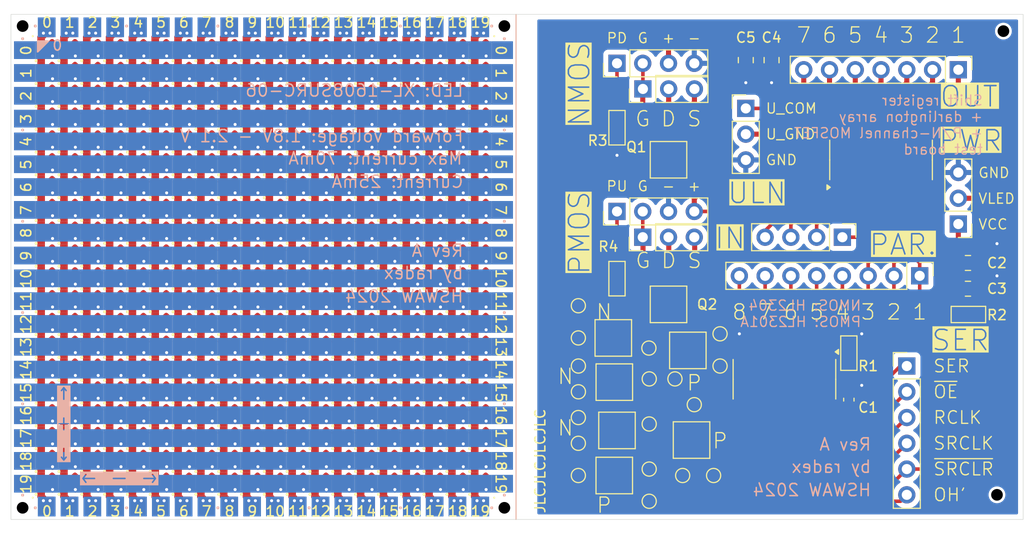
<source format=kicad_pcb>
(kicad_pcb (version 20240108) (generator "pcbnew") (generator_version "8.0")
  (layers (0 "F.Cu" signal) (31 "B.Cu" signal) (34 "B.Paste" user) (35 "F.Paste" user) (36 "B.SilkS" user "B.Silkscreen") (37 "F.SilkS" user "F.Silkscreen") (38 "B.Mask" user) (39 "F.Mask" user) (44 "Edge.Cuts" user))
  (net 0 "")
  (net 1 "/P8")
  (net 2 "/P3")
  (net 3 "/P6")
  (net 4 "/P2")
  (net 5 "/P1")
  (net 6 "/P5")
  (net 7 "/P7")
  (net 8 "/P4")
  (net 9 "/OUT1")
  (net 10 "/OUT4")
  (net 11 "/OUT7")
  (net 12 "/OUT6")
  (net 13 "/OUT2")
  (net 14 "/OUT3")
  (net 15 "/OUT5")
  (net 16 "/IN6")
  (net 17 "/IN4")
  (net 18 "/IN5")
  (net 19 "/IN7")
  (net 20 "GND")
  (net 21 "VCC")
  (net 22 "VLED")
  (net 23 "/~{SRCLR}")
  (net 24 "/SRCLK")
  (net 25 "/SER")
  (net 26 "/RCLK")
  (net 27 "/~{OE}")
  (net 28 "/QH'")
  (net 29 "/ULN_COM")
  (net 30 "/UG")
  (net 31 "/NMOS_D")
  (net 32 "/NMOS_S")
  (net 33 "/NMOS_G")
  (net 34 "/PMOS_S")
  (net 35 "/PMOS_G")
  (net 36 "/PMOS_D")
  (net 37 "/NMOS_Pulldown")
  (net 38 "/PMOS_Pullup")
  (net 39 "Net-(Q3-G)")
  (net 40 "Net-(Q3-D)")
  (net 41 "Net-(Q3-S)")
  (net 42 "Net-(Q4-G)")
  (net 43 "Net-(Q4-D)")
  (net 44 "Net-(Q4-S)")
  (net 45 "Net-(Q6-S)")
  (net 46 "Net-(Q6-G)")
  (net 47 "Net-(Q6-D)")
  (net 48 "Net-(Q7-D)")
  (net 49 "Net-(Q7-G)")
  (net 50 "Net-(Q7-S)")
  (net 51 "unconnected-(D1-Pad2)")
  (net 52 "unconnected-(D1-Pad1)")
  (net 53 "Net-(Q5-S)")
  (net 54 "Net-(Q5-G)")
  (net 55 "Net-(Q5-D)")
  (net 56 "Net-(Q8-S)")
  (net 57 "Net-(Q8-G)")
  (net 58 "Net-(Q8-D)")
  (footprint "LED_SMD:LED_0603_1608Metric_Dot" (layer "F.Cu") (at 89.629918 65.128463 45)
    (property "Reference" "D1" (hide yes))
    (property "Value" "XL-1608SURC-06")
  )
  (footprint "PCM_Package_TO_SOT_SMD_AKL:SOT-23" (layer "F.Cu") (at 114.935 58.69 90)
    (property "Reference" "Q2")
    (property "Value" "HL2301A" (hide yes))
  )
  (footprint "LED_SMD:LED_0603_1608Metric_Dot" (layer "F.Cu") (at 69.379918 62.878463 45)
    (property "Reference" "D1" (hide yes))
    (property "Value" "XL-1608SURC-06")
  )
  (footprint "LED_SMD:LED_0603_1608Metric_Dot" (layer "F.Cu") (at 55.879918 69.628463 45)
    (property "Reference" "D1" (hide yes))
    (property "Value" "XL-1608SURC-06")
  )
  (footprint "LED_SMD:LED_0603_1608Metric_Dot" (layer "F.Cu") (at 60.379918 67.380011 45)
    (property "Reference" "D1" (hide yes))
    (property "Value" "XL-1608SURC-06")
  )
  (footprint "LED_SMD:LED_0603_1608Metric_Dot" (layer "F.Cu") (at 91.879918 62.878463 45)
    (property "Reference" "D1" (hide yes))
    (property "Value" "XL-1608SURC-06")
  )
  (footprint "LED_SMD:LED_0603_1608Metric_Dot" (layer "F.Cu") (at 71.629918 35.878463 45)
    (property "Reference" "D1" (hide yes))
    (property "Value" "XL-1608SURC-06")
  )
  (footprint "LED_SMD:LED_0603_1608Metric_Dot" (layer "F.Cu") (at 64.879918 60.628463 45)
    (property "Reference" "D1" (hide yes))
    (property "Value" "XL-1608SURC-06")
  )
  (footprint "LED_SMD:LED_0603_1608Metric_Dot" (layer "F.Cu") (at 89.629918 38.128463 45)
    (property "Reference" "D1" (hide yes))
    (property "Value" "XL-1608SURC-06")
  )
  (footprint "LED_SMD:LED_0603_1608Metric_Dot" (layer "F.Cu") (at 62.629918 53.878463 45)
    (property "Reference" "D1" (hide yes))
    (property "Value" "XL-1608SURC-06")
  )
  (footprint "LED_SMD:LED_0603_1608Metric_Dot" (layer "F.Cu") (at 87.379918 71.878463 45)
    (property "Reference" "D1" (hide yes))
    (property "Value" "XL-1608SURC-06")
  )
  (footprint "LED_SMD:LED_0603_1608Metric_Dot" (layer "F.Cu") (at 67.129918 40.380011 45)
    (property "Reference" "D1" (hide yes))
    (property "Value" "XL-1608SURC-06")
  )
  (footprint "" (layer "F.Cu") (at 147.32 77.47)
    (property "Reference" "")
    (property "Value" "")
  )
  (footprint "" (layer "F.Cu") (at 51.25 31.25 90)
    (property "Reference" "")
    (property "Value" "")
  )
  (footprint "LED_SMD:LED_0603_1608Metric_Dot" (layer "F.Cu") (at 53.629918 40.380011 45)
    (property "Reference" "D1" (hide yes))
    (property "Value" "XL-1608SURC-06")
  )
  (footprint "LED_SMD:LED_0603_1608Metric_Dot" (layer "F.Cu") (at 76.129918 67.380011 45)
    (property "Reference" "D1" (hide yes))
    (property "Value" "XL-1608SURC-06")
  )
  (footprint "LED_SMD:LED_0603_1608Metric_Dot" (layer "F.Cu") (at 71.629918 47.128463 45)
    (property "Reference" "D1" (hide yes))
    (property "Value" "XL-1608SURC-06")
  )
  (footprint "LED_SMD:LED_0603_1608Metric_Dot" (layer "F.Cu") (at 67.129918 58.380011 45)
    (property "Reference" "D1" (hide yes))
    (property "Value" "XL-1608SURC-06")
  )
  (footprint "LED_SMD:LED_0603_1608Metric_Dot" (layer "F.Cu") (at 62.629918 62.878463 45)
    (property "Reference" "D1" (hide yes))
    (property "Value" "XL-1608SURC-06")
  )
  (footprint "Connector_PinHeader_2.54mm:PinHeader_1x06_P2.54mm_Vertical" (layer "F.Cu") (at 138.43 64.77)
    (property "Reference" "J6" (hide yes))
    (property "Value" "Conn_01x06_Pin")
  )
  (footprint "LED_SMD:LED_0603_1608Metric_Dot" (layer "F.Cu") (at 76.129918 60.628463 45)
    (property "Reference" "D1" (hide yes))
    (property "Value" "XL-1608SURC-06")
  )
  (footprint "LED_SMD:LED_0603_1608Metric_Dot" (layer "F.Cu") (at 58.129918 65.128463 45)
    (property "Reference" "D1" (hide yes))
    (property "Value" "XL-1608SURC-06")
  )
  (footprint "LED_SMD:LED_0603_1608Metric_Dot" (layer "F.Cu") (at 73.879918 38.128463 45)
    (property "Reference" "D1" (hide yes))
    (property "Value" "XL-1608SURC-06")
  )
  (footprint "LED_SMD:LED_0603_1608Metric_Dot" (layer "F.Cu") (at 89.629918 58.380011 45)
    (property "Reference" "D1" (hide yes))
    (property "Value" "XL-1608SURC-06")
  )
  (footprint "LED_SMD:LED_0603_1608Metric_Dot" (layer "F.Cu") (at 55.879918 56.128463 45)
    (property "Reference" "D1" (hide yes))
    (property "Value" "XL-1608SURC-06")
  )
  (footprint "LED_SMD:LED_0603_1608Metric_Dot" (layer "F.Cu") (at 94.129918 60.628463 45)
    (property "Reference" "D1" (hide yes))
    (property "Value" "XL-1608SURC-06")
  )
  (footprint "LED_SMD:LED_0603_1608Metric_Dot" (layer "F.Cu") (at 87.379918 49.380011 45)
    (property "Reference" "D1" (hide yes))
    (property "Value" "XL-1608SURC-06")
  )
  (footprint "TestPoint:TestPoint_Pad_D1.0mm" (layer "F.Cu") (at 106.045 58.825)
    (property "Reference" "TP1" (hide yes))
    (property "Value" "TestPoint")
  )
  (footprint "LED_SMD:LED_0603_1608Metric_Dot" (layer "F.Cu") (at 96.379918 67.380011 45)
    (property "Reference" "D1" (hide yes))
    (property "Value" "XL-1608SURC-06")
  )
  (footprint "LED_SMD:LED_0603_1608Metric_Dot" (layer "F.Cu") (at 87.379918 65.128463 45)
    (property "Reference" "D1" (hide yes))
    (property "Value" "XL-1608SURC-06")
  )
  (footprint "LED_SMD:LED_0603_1608Metric_Dot" (layer "F.Cu") (at 78.379918 69.628463 45)
    (property "Reference" "D1" (hide yes))
    (property "Value" "XL-1608SURC-06")
  )
  (footprint "LED_SMD:LED_0603_1608Metric_Dot" (layer "F.Cu") (at 82.879918 33.628463 45)
    (property "Reference" "D1" (hide yes))
    (property "Value" "XL-1608SURC-06")
  )
  (footprint "LED_SMD:LED_0603_1608Metric_Dot" (layer "F.Cu") (at 78.379918 56.128463 45)
    (property "Reference" "D1" (hide yes))
    (property "Value" "XL-1608SURC-06")
  )
  (footprint "LED_SMD:LED_0603_1608Metric_Dot" (layer "F.Cu") (at 58.129918 58.380011 45)
    (property "Reference" "D1" (hide yes))
    (property "Value" "XL-1608SURC-06")
  )
  (footprint "LED_SMD:LED_0603_1608Metric_Dot" (layer "F.Cu") (at 78.379918 76.380011 45)
    (property "Reference" "D1" (hide yes))
    (property "Value" "XL-1608SURC-06")
  )
  (footprint "LED_SMD:LED_0603_1608Metric_Dot" (layer "F.Cu") (at 73.879918 65.128463 45)
    (property "Reference" "D1" (hide yes))
    (property "Value" "XL-1608SURC-06")
  )
  (footprint "LED_SMD:LED_0603_1608Metric_Dot" (layer "F.Cu") (at 96.379918 44.878463 45)
    (property "Reference" "D1" (hide yes))
    (property "Value" "XL-1608SURC-06")
  )
  (footprint "LED_SMD:LED_0603_1608Metric_Dot" (layer "F.Cu") (at 78.379918 49.380011 45)
    (property "Reference" "D1" (hide yes))
    (property "Value" "XL-1608SURC-06")
  )
  (footprint "LED_SMD:LED_0603_1608Metric_Dot" (layer "F.Cu") (at 80.629918 40.380011 45)
    (property "Reference" "D1" (hide yes))
    (property "Value" "XL-1608SURC-06")
  )
  (footprint "TestPoint:TestPoint_Pad_D1.0mm" (layer "F.Cu") (at 113 63)
    (property "Reference" "TP3" (hide yes))
    (property "Value" "TestPoint")
  )
  (footprint "LED_SMD:LED_0603_1608Metric_Dot" (layer "F.Cu") (at 91.879918 49.380011 45)
    (property "Reference" "D1" (hide yes))
    (property "Value" "XL-1608SURC-06")
  )
  (footprint "LED_SMD:LED_0603_1608Metric_Dot" (layer "F.Cu") (at 62.629918 33.628463 45)
    (property "Reference" "D1" (hide yes))
    (property "Value" "XL-1608SURC-06")
  )
  (footprint "LED_SMD:LED_0603_1608Metric_Dot" (layer "F.Cu") (at 64.879918 51.628463 45)
    (property "Reference" "D1" (hide yes))
    (property "Value" "XL-1608SURC-06")
  )
  (footprint "LED_SMD:LED_0603_1608Metric_Dot" (layer "F.Cu") (at 60.379918 62.878463 45)
    (property "Reference" "D1" (hide yes))
    (property "Value" "XL-1608SURC-06")
  )
  (footprint "LED_SMD:LED_0603_1608Metric_Dot" (layer "F.Cu") (at 82.879918 38.128463 45)
    (property "Reference" "D1" (hide yes))
    (property "Value" "XL-1608SURC-06")
  )
  (footprint "LED_SMD:LED_0603_1608Metric_Dot" (layer "F.Cu") (at 89.629918 35.878463 45)
    (property "Reference" "D1" (hide yes))
    (property "Value" "XL-1608SURC-06")
  )
  (footprint "LED_SMD:LED_0603_1608Metric_Dot" (layer "F.Cu") (at 94.129918 58.380011 45)
    (property "Reference" "D1" (hide yes))
    (property "Value" "XL-1608SURC-06")
  )
  (footprint "LED_SMD:LED_0603_1608Metric_Dot" (layer "F.Cu") (at 82.879918 67.380011 45)
    (property "Reference" "D1" (hide yes))
    (property "Value" "XL-1608SURC-06")
  )
  (footprint "PCM_Package_TO_SOT_SMD_AKL:SOT-23" (layer "F.Cu") (at 109.855 71.12)
    (property "Reference" "Q5" (hide yes))
    (property "Value" "HL2304" (hide yes))
  )
  (footprint "LED_SMD:LED_0603_1608Metric_Dot" (layer "F.Cu") (at 73.879918 51.628463 45)
    (property "Reference" "D1" (hide yes))
    (property "Value" "XL-1608SURC-06")
  )
  (footprint "LED_SMD:LED_0603_1608Metric_Dot" (layer "F.Cu") (at 55.879918 53.878463 45)
    (property "Reference" "D1" (hide yes))
    (property "Value" "XL-1608SURC-06")
  )
  (footprint "LED_SMD:LED_0603_1608Metric_Dot" (layer "F.Cu") (at 53.629918 49.380011 45)
    (property "Reference" "D1" (hide yes))
    (property "Value" "XL-1608SURC-06")
  )
  (footprint "PCM_Package_TO_SOT_SMD_AKL:SOT-23" (layer "F.Cu") (at 109.59 66.36)
    (property "Reference" "Q4" (hide yes))
    (property "Value" "HL2304" (hide yes))
  )
  (footprint "LED_SMD:LED_0603_1608Metric_Dot" (layer "F.Cu") (at 76.129918 56.128463 45)
    (property "Reference" "D1" (hide yes))
    (property "Value" "XL-1608SURC-06")
  )
  (footprint "Capacitor_SMD:C_0805_2012Metric" (layer "F.Cu") (at 122.555 34.61 -90)
    (property "Reference" "C5")
    (property "Value" "22u")
  )
  (footprint "LED_SMD:LED_0603_1608Metric_Dot" (layer "F.Cu") (at 53.629918 47.128463 45)
    (property "Reference" "D1" (hide yes))
    (property "Value" "XL-1608SURC-06")
  )
  (footprint "LED_SMD:LED_0603_1608Metric_Dot" (layer "F.Cu") (at 82.879918 60.628463 45)
    (property "Reference" "D1" (hide yes))
    (property "Value" "XL-1608SURC-06")
  )
  (footprint "LED_SMD:LED_0603_1608Metric_Dot" (layer "F.Cu") (at 67.129918 35.878463 45)
    (property "Reference" "D1" (hide yes))
    (property "Value" "XL-1608SURC-06")
  )
  (footprint "LED_SMD:LED_0603_1608Metric_Dot" (layer "F.Cu") (at 64.879918 58.380011 45)
    (property "Reference" "D1" (hide yes))
    (property "Value" "XL-1608SURC-06")
  )
  (footprint "LED_SMD:LED_0603_1608Metric_Dot" (layer "F.Cu") (at 89.629918 47.128463 45)
    (property "Reference" "D1" (hide yes))
    (property "Value" "XL-1608SURC-06")
  )
  (footprint "LED_SMD:LED_0603_1608Metric_Dot" (layer "F.Cu") (at 96.379918 76.380011 45)
    (property "Reference" "D1" (hide yes))
    (property "Value" "XL-1608SURC-06")
  )
  (footprint "LED_SMD:LED_0603_1608Metric_Dot" (layer "F.Cu") (at 89.629918 60.628463 45)
    (property "Reference" "D1" (hide yes))
    (property "Value" "XL-1608SURC-06")
  )
  (footprint "LED_SMD:LED_0603_1608Metric_Dot" (layer "F.Cu") (at 58.129918 62.878463 45)
    (property "Reference" "D1" (hide yes))
    (property "Value" "XL-1608SURC-06")
  )
  (footprint "LED_SMD:LED_0603_1608Metric_Dot" (layer "F.Cu") (at 69.379918 69.628463 45)
    (property "Reference" "D1" (hide yes))
    (property "Value" "XL-1608SURC-06")
  )
  (footprint "LED_SMD:LED_0603_1608Metric_Dot" (layer "F.Cu") (at 55.879918 65.128463 45)
    (property "Reference" "D1" (hide yes))
    (property "Value" "XL-1608SURC-06")
  )
  (footprint "LED_SMD:LED_0603_1608Metric_Dot" (layer "F.Cu") (at 62.629918 44.878463 45)
    (property "Reference" "D1" (hide yes))
    (property "Value" "XL-1608SURC-06")
  )
  (footprint "LED_SMD:LED_0603_1608Metric_Dot" (layer "F.Cu") (at 87.379918 69.628463 45)
    (property "Reference" "D1" (hide yes))
    (property "Value" "XL-1608SURC-06")
  )
  (footprint "LED_SMD:LED_0603_1608Metric_Dot" (layer "F.Cu") (at 58.129918 74.128463 45)
    (property "Reference" "D1" (hide yes))
    (property "Value" "XL-1608SURC-06")
  )
  (footprint "LED_SMD:LED_0603_1608Metric_Dot" (layer "F.Cu") (at 55.879918 44.878463 45)
    (property "Reference" "D1" (hide yes))
    (property "Value" "XL-1608SURC-06")
  )
  (footprint "LED_SMD:LED_0603_1608Metric_Dot" (layer "F.Cu") (at 87.379918 67.380011 45)
    (property "Reference" "D1" (hide yes))
    (property "Value" "XL-1608SURC-06")
  )
  (footprint "LED_SMD:LED_0603_1608Metric_Dot" (layer "F.Cu") (at 58.129918 67.380011 45)
    (property "Reference" "D1" (hide yes))
    (property "Value" "XL-1608SURC-06")
  )
  (footprint "LED_SMD:LED_0603_1608Metric_Dot" (layer "F.Cu") (at 82.879918 71.878463 45)
    (property "Reference" "D1" (hide yes))
    (property "Value" "XL-1608SURC-06")
  )
  (footprint "LED_SMD:LED_0603_1608Metric_Dot" (layer "F.Cu") (at 87.379918 44.878463 45)
    (property "Reference" "D1" (hide yes))
    (property "Value" "XL-1608SURC-06")
  )
  (footprint "LED_SMD:LED_0603_1608Metric_Dot" (layer "F.Cu") (at 55.879918 35.878463 45)
    (property "Reference" "D1" (hide yes))
    (property "Value" "XL-1608SURC-06")
  )
  (footprint "" (layer "F.Cu") (at 147.955 31.75)
    (property "Reference" "")
    (property "Value" "")
  )
  (footprint "LED_SMD:LED_0603_1608Metric_Dot" (layer "F.Cu") (at 60.379918 49.380011 45)
    (property "Reference" "D1" (hide yes))
    (property "Value" "XL-1608SURC-06")
  )
  (footprint "LED_SMD:LED_0603_1608Metric_Dot" (layer "F.Cu") (at 89.629918 56.128463 45)
    (property "Reference" "D1" (hide yes))
    (property "Value" "XL-1608SURC-06")
  )
  (footprint "LED_SMD:LED_0603_1608Metric_Dot" (layer "F.Cu") (at 71.629918 42.628463 45)
    (property "Reference" "D1" (hide yes))
    (property "Value" "XL-1608SURC-06")
  )
  (footprint "LED_SMD:LED_0603_1608Metric_Dot" (layer "F.Cu") (at 89.629918 51.628463 45)
    (property "Reference" "D1" (hide yes))
    (property "Value" "XL-1608SURC-06")
  )
  (footprint "LED_SMD:LED_0603_1608Metric_Dot" (layer "F.Cu") (at 76.129918 33.628463 45)
    (property "Reference" "D1" (hide yes))
    (property "Value" "XL-1608SURC-06")
  )
  (footprint "LED_SMD:LED_0603_1608Metric_Dot" (layer "F.Cu") (at 96.379918 65.128463 45)
    (property "Reference" "D1" (hide yes))
    (property "Value" "XL-1608SURC-06")
  )
  (footprint "LED_SMD:LED_0603_1608Metric_Dot" (layer "F.Cu") (at 53.629918 38.128463 45)
    (property "Reference" "D1" (hide yes))
    (property "Value" "XL-1608SURC-06")
  )
  (footprint "LED_SMD:LED_0603_1608Metric_Dot" (layer "F.Cu") (at 53.629918 51.628463 45)
    (property "Reference" "D1" (hide yes))
    (property "Value" "XL-1608SURC-06")
  )
  (footprint "LED_SMD:LED_0603_1608Metric_Dot" (layer "F.Cu") (at 85.129918 62.878463 45)
    (property "Reference" "D1" (hide yes))
    (property "Value" "XL-1608SURC-06")
  )
  (footprint "LED_SMD:LED_0603_1608Metric_Dot" (layer "F.Cu") (at 71.629918 40.380011 45)
    (property "Reference" "D1" (hide yes))
    (property "Value" "XL-1608SURC-06")
  )
  (footprint "LED_SMD:LED_0603_1608Metric_Dot" (layer "F.Cu") (at 78.379918 60.628463 45)
    (property "Reference" "D1" (hide yes))
    (property "Value" "XL-1608SURC-06")
  )
  (footprint "LED_SMD:LED_0603_1608Metric_Dot" (layer "F.Cu") (at 71.629918 74.128463 45)
    (property "Reference" "D1" (hide yes))
    (property "Value" "XL-1608SURC-06")
  )
  (footprint "LED_SMD:LED_0603_1608Metric_Dot" (layer "F.Cu") (at 85.129918 53.878463 45)
    (property "Reference" "D1" (hide yes))
    (property "Value" "XL-1608SURC-06")
  )
  (footprint "TestPoint:TestPoint_Pad_D1.0mm" (layer "F.Cu") (at 113.035 66.04)
    (property "Reference" "TP5" (hide yes))
    (property "Value" "TestPoint")
  )
  (footprint "LED_SMD:LED_0603_1608Metric_Dot" (layer "F.Cu") (at 80.629918 56.128463 45)
    (property "Reference" "D1" (hide yes))
    (property "Value" "XL-1608SURC-06")
  )
  (footprint "LED_SMD:LED_0603_1608Metric_Dot" (layer "F.Cu") (at 85.129918 69.628463 45)
    (property "Reference" "D1" (hide yes))
    (property "Value" "XL-1608SURC-06")
  )
  (footprint "LED_SMD:LED_0603_1608Metric_Dot" (layer "F.Cu") (at 76.129918 51.628463 45)
    (property "Reference" "D1" (hide yes))
    (property "Value" "XL-1608SURC-06")
  )
  (footprint "LED_SMD:LED_0603_1608Metric_Dot" (layer "F.Cu") (at 67.129918 56.128463 45)
    (property "Reference" "D1" (hide yes))
    (property "Value" "XL-1608SURC-06")
  )
  (footprint "LED_SMD:LED_0603_1608Metric_Dot" (layer "F.Cu") (at 58.129918 47.128463 45)
    (property "Reference" "D1" (hide yes))
    (property "Value" "XL-1608SURC-06")
  )
  (footprint "LED_SMD:LED_0603_1608Metric_Dot" (layer "F.Cu") (at 87.379918 58.380011 45)
    (property "Reference" "D1" (hide yes))
    (property "Value" "XL-1608SURC-06")
  )
  (footprint "LED_SMD:LED_0603_1608Metric_Dot" (layer "F.Cu") (at 94.129918 74.128463 45)
    (property "Reference" "D1" (hide yes))
    (property "Value" "XL-1608SURC-06")
  )
  (footprint "TestPoint:TestPoint_Pad_D1.0mm" (layer "F.Cu") (at 115.57 66.04)
    (property "Reference" "TP10" (hide yes))
    (property "Value" "TestPoint")
  )
  (footprint "LED_SMD:LED_0603_1608Metric_Dot" (layer "F.Cu") (at 94.129918 69.628463 45)
    (property "Reference" "D1" (hide yes))
    (property "Value" "XL-1608SURC-06")
  )
  (footprint "Connector_PinHeader_2.54mm:PinHeader_1x03_P2.54mm_Vertical" (layer "F.Cu") (at 122.555 39.37)
    (property "Reference" "J4" (hide yes))
    (property "Value" "Conn_01x03_Pin")
  )
  (footprint "LED_SMD:LED_0603_1608Metric_Dot" (layer "F.Cu") (at 62.629918 51.628463 45)
    (property "Reference" "D1" (hide yes))
    (property "Value" "XL-1608SURC-06")
  )
  (footprint "LED_SMD:LED_0603_1608Metric_Dot" (layer "F.Cu") (at 80.629918 38.128463 45)
    (property "Reference" "D1" (hide yes))
    (property "Value" "XL-1608SURC-06")
  )
  (footprint "LED_SMD:LED_0603_1608Metric_Dot" (layer "F.Cu") (at 53.629918 62.878463 45)
    (property "Reference" "D1" (hide yes))
    (property "Value" "XL-1608SURC-06")
  )
  (footprint "LED_SMD:LED_0603_1608Metric_Dot" (layer "F.Cu") (at 82.879918 58.380011 45)
    (property "Reference" "D1" (hide yes))
    (property "Value" "XL-1608SURC-06")
  )
  (footprint "LED_SMD:LED_0603_1608Metric_Dot" (layer "F.Cu") (at 60.379918 51.628463 45)
    (property "Reference" "D1" (hide yes))
    (property "Value" "XL-1608SURC-06")
  )
  (footprint "TestPoint:TestPoint_Pad_D1.0mm" (layer "F.Cu") (at 106.045 72.39)
    (property "Reference" "TP9" (hide yes))
    (property "Value" "TestPoint")
  )
  (footprint "LED_SMD:LED_0603_1608Metric_Dot" (layer "F.Cu") (at 96.379918 71.878463 45)
    (property "Reference" "D1" (hide yes))
    (property "Value" "XL-1608SURC-06")
  )
  (footprint "LED_SMD:LED_0603_1608Metric_Dot" (layer "F.Cu") (at 76.129918 74.128463 45)
    (property "Reference" "D1" (hide yes))
    (property "Value" "XL-1608SURC-06")
  )
  (footprint "LED_SMD:LED_0603_1608Metric_Dot" (layer "F.Cu") (at 69.379918 47.128463 45)
    (property "Reference" "D1" (hide yes))
    (property "Value" "XL-1608SURC-06")
  )
  (footprint "LED_SMD:LED_0603_1608Metric_Dot" (layer "F.Cu") (at 76.129918 71.878463 45)
    (property "Reference" "D1" (hide yes))
    (property "Value" "XL-1608SURC-06")
  )
  (footprint "LED_SMD:LED_0603_1608Metric_Dot" (layer "F.Cu") (at 91.879918 51.628463 45)
    (property "Reference" "D1" (hide yes))
    (property "Value" "XL-1608SURC-06")
  )
  (footprint "LED_SMD:LED_0603_1608Metric_Dot" (layer "F.Cu") (at 91.879918 65.128463 45)
    (property "Reference" "D1" (hide yes))
    (property "Value" "XL-1608SURC-06")
  )
  (footprint "LED_SMD:LED_0603_1608Metric_Dot" (layer "F.Cu") (at 89.629918 40.380011 45)
    (property "Reference" "D1" (hide yes))
    (property "Value" "XL-1608SURC-06")
  )
  (footprint "LED_SMD:LED_0603_1608Metric_Dot" (layer "F.Cu") (at 91.879918 35.878463 45)
    (property "Reference" "D1" (hide yes))
    (property "Value" "XL-1608SURC-06")
  )
  (footprint "LED_SMD:LED_0603_1608Metric_Dot" (layer "F.Cu") (at 53.629918 65.128463 45)
    (property "Reference" "D1" (hide yes))
    (property "Value" "XL-1608SURC-06")
  )
  (footprint "LED_SMD:LED_0603_1608Metric_Dot" (layer "F.Cu") (at 69.379918 38.128463 45)
    (property "Reference" "D1" (hide yes))
    (property "Value" "XL-1608SURC-06")
  )
  (footprint "LED_SMD:LED_0603_1608Metric_Dot" (layer "F.Cu") (at 91.879918 38.128463 45)
    (property "Reference" "D1" (hide yes))
    (property "Value" "XL-1608SURC-06")
  )
  (footprint "LED_SMD:LED_0603_1608Metric_Dot" (layer "F.Cu") (at 91.879918 67.380011 45)
    (property "Reference" "D1" (hide yes))
    (property "Value" "XL-1608SURC-06")
  )
  (footprint "LED_SMD:LED_0603_1608Metric_Dot" (layer "F.Cu") (at 82.879918 51.628463 45)
    (property "Reference" "D1" (hide yes))
    (property "Value" "XL-1608SURC-06")
  )
  (footprint "LED_SMD:LED_0603_1608Metric_Dot" (layer "F.Cu") (at 80.629918 76.380011 45)
    (property "Reference" "D1" (hide yes))
    (property "Value" "XL-1608SURC-06")
  )
  (footprint "LED_SMD:LED_0603_1608Metric_Dot" (layer "F.Cu") (at 78.379918 58.380011 45)
    (property "Reference" "D1" (hide yes))
    (property "Value" "XL-1608SURC-06")
  )
  (footprint "LED_SMD:LED_0603_1608Metric_Dot" (layer "F.Cu") (at 71.629918 65.128463 45)
    (property "Reference" "D1" (hide yes))
    (property "Value" "XL-1608SURC-06")
  )
  (footprint "LED_SMD:LED_0603_1608Metric_Dot" (layer "F.Cu") (at 78.379918 38.128463 45)
    (property "Reference" "D1" (hide yes))
    (property "Value" "XL-1608SURC-06")
  )
  (footprint "LED_SMD:LED_0603_1608Metric_Dot" (layer "F.Cu") (at 89.629918 69.628463 45)
    (property "Reference" "D1" (hide yes))
    (property "Value" "XL-1608SURC-06")
  )
  (footprint "LED_SMD:LED_0603_1608Metric_Dot" (layer "F.Cu") (at 73.879918 76.380011 45)
    (property "Reference" "D1" (hide yes))
    (property "Value" "XL-1608SURC-06")
  )
  (footprint "LED_SMD:LED_0603_1608Metric_Dot" (layer "F.Cu") (at 85.129918 76.380011 45)
    (property "Reference" "D1" (hide yes))
    (property "Value" "XL-1608SURC-06")
  )
  (footprint "LED_SMD:LED_0603_1608Metric_Dot" (layer "F.Cu") (at 67.129918 67.380011 45)
    (property "Reference" "D1" (hide yes))
    (property "Value" "XL-1608SURC-06")
  )
  (footprint "LED_SMD:LED_0603_1608Metric_Dot" (layer "F.Cu") (at 67.129918 42.628463 45)
    (property "Reference" "D1" (hide yes))
    (property "Value" "XL-1608SURC-06")
  )
  (footprint "LED_SMD:LED_0603_1608Metric_Dot" (layer "F.Cu") (at 89.629918 42.628463 45)
    (property "Reference" "D1" (hide yes))
    (property "Value" "XL-1608SURC-06")
  )
  (footprint "LED_SMD:LED_0603_1608Metric_Dot" (layer "F.Cu") (at 69.379918 76.380011 45)
    (property "Reference" "D1" (hide yes))
    (property "Value" "XL-1608SURC-06")
  )
  (footprint "LED_SMD:LED_0603_1608Metric_Dot" (layer "F.Cu") (at 80.629918 60.628463 45)
    (property "Reference" "D1" (hide yes))
    (property "Value" "XL-1608SURC-06")
  )
  (footprint "LED_SMD:LED_0603_1608Metric_Dot" (layer "F.Cu") (at 58.129918 51.628463 45)
    (property "Reference" "D1" (hide yes))
    (property "Value" "XL-1608SURC-06")
  )
  (footprint "LED_SMD:LED_0603_1608Metric_Dot" (layer "F.Cu") (at 53.629918 60.628463 45)
    (property "Reference" "D1" (hide yes))
    (property "Value" "XL-1608SURC-06")
  )
  (footprint "LED_SMD:LED_0603_1608Metric_Dot" (layer "F.Cu") (at 78.379918 51.628463 45)
    (property "Reference" "D1" (hide yes))
    (property "Value" "XL-1608SURC-06")
  )
  (footprint "TestPoint:TestPoint_Pad_D1.0mm" (layer "F.Cu") (at 106.045 69.85)
    (property "Reference" "TP7" (hide yes))
    (property "Value" "TestPoint")
  )
  (footprint "TestPoint:TestPoint_Pad_D1.0mm" (layer "F.Cu") (at 106.045 62)
    (property "Reference" "TP2" (hide yes))
    (property "Value" "TestPoint")
  )
  (footprint "LED_SMD:LED_0603_1608Metric_Dot" (layer "F.Cu") (at 73.879918 60.628463 45)
    (property "Reference" "D1" (hide yes))
    (property "Value" "XL-1608SURC-06")
  )
  (footprint "LED_SMD:LED_0603_1608Metric_Dot" (layer "F.Cu") (at 55.879918 67.380011 45)
    (property "Reference" "D1" (hide yes))
    (property "Value" "XL-1608SURC-06")
  )
  (footprint "LED_SMD:LED_0603_1608Metric_Dot" (layer "F.Cu") (at 91.879918 58.380011 45)
    (property "Reference" "D1" (hide yes))
    (property "Value" "XL-1608SURC-06")
  )
  (footprint "LED_SMD:LED_0603_1608Metric_Dot" (layer "F.Cu") (at 85.129918 47.128463 45)
    (property "Reference" "D1" (hide yes))
    (property "Value" "XL-1608SURC-06")
  )
  (footprint "LED_SMD:LED_0603_1608Metric_Dot" (layer "F.Cu") (at 85.129918 56.128463 45)
    (property "Reference" "D1" (hide yes))
    (property "Value" "XL-1608SURC-06")
  )
  (footprint "LED_SMD:LED_0603_1608Metric_Dot" (layer "F.Cu") (at 62.629918 56.128463 45)
    (property "Reference" "D1" (hide yes))
    (property "Value" "XL-1608SURC-06")
  )
  (footprint "LED_SMD:LED_0603_1608Metric_Dot" (layer "F.Cu") (at 64.879918 42.628463 45)
    (property "Reference" "D1" (hide yes))
    (property "Value" "XL-1608SURC-06")
  )
  (footprint "LED_SMD:LED_0603_1608Metric_Dot" (layer "F.Cu") (at 94.129918 71.878463 45)
    (property "Reference" "D1" (hide yes))
    (property "Value" "XL-1608SURC-06")
  )
  (footprint "TestPoint:TestPoint_Pad_D1.0mm" (layer "F.Cu") (at 116.33 75.565)
    (property "Reference" "TP16" (hide yes))
    (property "Value" "TestPoint")
  )
  (footprint "LED_SMD:LED_0603_1608Metric_Dot" (layer "F.Cu") (at 62.629918 49.380011 45)
    (property "Reference" "D1" (hide yes))
    (property "Value" "XL-1608SURC-06")
  )
  (footprint "LED_SMD:LED_0603_1608Metric_Dot" (layer "F.Cu") (at 94.129918 42.628463 45)
    (property "Reference" "D1" (hide yes))
    (property "Value" "XL-1608SURC-06")
  )
  (footprint "LED_SMD:LED_0603_1608Metric_Dot" (layer "F.Cu") (at 55.879918 40.380011 45)
    (property "Reference" "D1" (hide yes))
    (property "Value" "XL-1608SURC-06")
  )
  (footprint "LED_SMD:LED_0603_1608Metric_Dot" (layer "F.Cu") (at 91.879918 56.128463 45)
    (property "Reference" "D1" (hide yes))
    (property "Value" "XL-1608SURC-06")
  )
  (footprint "LED_SMD:LED_0603_1608Metric_Dot" (layer "F.Cu") (at 64.879918 47.128463 45)
    (property "Reference" "D1" (hide yes))
    (property "Value" "XL-1608SURC-06")
  )
  (footprint "LED_SMD:LED_0603_1608Metric_Dot" (layer "F.Cu") (at 89.629918 67.380011 45)
    (property "Reference" "D1" (hide yes))
    (property "Value" "XL-1608SURC-06")
  )
  (footprint "LED_SMD:LED_0603_1608Metric_Dot" (layer "F.Cu") (at 64.879918 40.380011 45)
    (property "Reference" "D1" (hide yes))
    (property "Value" "XL-1608SURC-06")
  )
  (footprint "LED_SMD:LED_0603_1608Metric_Dot" (layer "F.Cu") (at 91.879918 74.128463 45)
    (property "Reference" "D1" (hide yes))
    (property "Value" "XL-1608SURC-06")
  )
  (footprint "LED_SMD:LED_0603_1608Metric_Dot" (layer "F.Cu") (at 53.629918 42.628463 45)
    (property "Reference" "D1" (hide yes))
    (property "Value" "XL-1608SURC-06")
  )
  (footprint "LED_SMD:LED_0603_1608Metric_Dot" (layer "F.Cu") (at 55.879918 49.380011 45)
    (property "Reference" "D1" (hide yes))
    (property "Value" "XL-1608SURC-06")
  )
  (footprint "LED_SMD:LED_0603_1608Metric_Dot" (layer "F.Cu") (at 55.879918 62.878463 45)
    (property "Reference" "D1" (hide yes))
    (property "Value" "XL-1608SURC-06")
  )
  (footprint "LED_SMD:LED_0603_1608Metric_Dot" (layer "F.Cu") (at 94.129918 62.878463 45)
    (property "Reference" "D1" (hide yes))
    (property "Value" "XL-1608SURC-06")
  )
  (footprint "LED_SMD:LED_0603_1608Metric_Dot" (layer "F.Cu") (at 73.879918 33.628463 45)
    (property "Reference" "D1" (hide yes))
    (property "Value" "XL-1608SURC-06")
  )
  (footprint "LED_SMD:LED_0603_1608Metric_Dot" (layer "F.Cu") (at 69.379918 49.380011 45)
    (property "Reference" "D1" (hide yes))
    (property "Value" "XL-1608SURC-06")
  )
  (footprint "LED_SMD:LED_0603_1608Metric_Dot" (layer "F.Cu") (at 85.129918 60.628463 45)
    (property "Reference" "D1" (hide yes))
    (property "Value" "XL-1608SURC-06")
  )
  (footprint "LED_SMD:LED_0603_1608Metric_Dot" (layer "F.Cu") (at 82.879918 69.628463 45)
    (property "Reference" "D1" (hide yes))
    (property "Value" "XL-1608SURC-06")
  )
  (footprint "LED_SMD:LED_0603_1608Metric_Dot" (layer "F.Cu") (at 91.879918 69.628463 45)
    (property "Reference" "D1" (hide yes))
    (property "Value" "XL-1608SURC-06")
  )
  (footprint "LED_SMD:LED_0603_1608Metric_Dot" (layer "F.Cu") (at 71.629918 76.380011 45)
    (property "Reference" "D1" (hide yes))
    (property "Value" "XL-1608SURC-06")
  )
  (footprint "LED_SMD:LED_0603_1608Metric_Dot" (layer "F.Cu") (at 73.879918 42.628463 45)
    (property "Reference" "D1" (hide yes))
    (property "Value" "XL-1608SURC-06")
  )
  (footprint "LED_SMD:LED_0603_1608Metric_Dot" (layer "F.Cu") (at 67.129918 44.878463 45)
    (property "Reference" "D1" (hide yes))
    (property "Value" "XL-1608SURC-06")
  )
  (footprint "LED_SMD:LED_0603_1608Metric_Dot" (layer "F.Cu") (at 58.129918 53.878463 45)
    (property "Reference" "D1" (hide yes))
    (property "Value" "XL-1608SURC-06")
  )
  (footprint "PCM_Package_TO_SOT_SMD_AKL:SOT-23" (layer "F.Cu") (at 114.935 44.435 90)
    (property "Reference" "Q1")
    (property "Value" "HL2304" (hide yes))
  )
  (footprint "LED_SMD:LED_0603_1608Metric_Dot" (layer "F.Cu") (at 80.629918 67.380011 45)
    (property "Reference" "D1" (hide yes))
    (property "Value" "XL-1608SURC-06")
  )
  (footprint "LED_SMD:LED_0603_1608Metric_Dot" (layer "F.Cu") (at 67.129918 53.878463 45)
    (property "Reference" "D1" (hide yes))
    (property "Value" "XL-1608SURC-06")
  )
  (footprint "TestPoint:TestPoint_Pad_D1.0mm" (layer "F.Cu") (at 120.015 61.595)
    (property "Reference" "TP11" (hide yes))
    (property "Value" "TestPoint")
  )
  (footprint "LED_SMD:LED_0603_1608Metric_Dot" (layer "F.Cu") (at 94.129918 51.628463 45)
    (property "Reference" "D1" (hide yes))
    (property "Value" "XL-1608SURC-06")
  )
  (footprint "LED_SMD:LED_0603_1608Metric_Dot" (layer "F.Cu") (at 94.129918 65.128463 45)
    (property "Reference" "D1" (hide yes))
    (property "Value" "XL-1608SURC-06")
  )
  (footprint "LED_SMD:LED_0603_1608Metric_Dot" (layer "F.Cu") (at 76.129918 65.128463 45)
    (property "Reference" "D1" (hide yes))
    (property "Value" "XL-1608SURC-06")
  )
  (footprint "LED_SMD:LED_0603_1608Metric_Dot" (layer "F.Cu") (at 78.379918 53.878463 45)
    (property "Reference" "D1" (hide yes))
    (property "Value" "XL-1608SURC-06")
  )
  (footprint "LED_SMD:LED_0603_1608Metric_Dot" (layer "F.Cu") (at 78.379918 71.878463 45)
    (property "Reference" "D1" (hide yes))
    (property "Value" "XL-1608SURC-06")
  )
  (footprint "LED_SMD:LED_0603_1608Metric_Dot" (layer "F.Cu") (at 58.129918 40.380011 45)
    (property "Reference" "D1" (hide yes))
    (property "Value" "XL-1608SURC-06")
  )
  (footprint "LED_SMD:LED_0603_1608Metric_Dot" (layer "F.Cu") (at 80.629918 74.128463 45)
    (property "Reference" "D1" (hide yes))
    (property "Value" "XL-1608SURC-06")
  )
  (footprint "" (layer "F.Cu") (at 98.75 31.25)
    (property "Reference" "")
    (property "Value" "")
  )
  (footprint "LED_SMD:LED_0603_1608Metric_Dot" (layer "F.Cu") (at 60.379918 40.380011 45)
    (property "Reference" "D1" (hide yes))
    (property "Value" "XL-1608SURC-06")
  )
  (footprint "LED_SMD:LED_0603_1608Metric_Dot" (layer "F.Cu") (at 96.379918 49.380011 45)
    (property "Reference" "D1" (hide yes))
    (property "Value" "XL-1608SURC-06")
  )
  (footprint "LED_SMD:LED_0603_1608Metric_Dot" (layer "F.Cu") (at 76.129918 76.380011 45)
    (property "Reference" "D1" (hide yes))
    (property "Value" "XL-1608SURC-06")
  )
  (footprint "LED_SMD:LED_0603_1608Metric_Dot" (layer "F.Cu") (at 71.629918 38.128463 45)
    (property "Reference" "D1" (hide yes))
    (property "Value" "XL-1608SURC-06")
  )
  (footprint "LED_SMD:LED_0603_1608Metric_Dot" (layer "F.Cu") (at 91.879918 33.628463 45)
    (property "Reference" "D1" (hide yes))
    (property "Value" "XL-1608SURC-06")
  )
  (footprint "LED_SMD:LED_0603_1608Metric_Dot" (layer "F.Cu") (at 69.379918 33.628463 45)
    (property "Reference" "D1" (hide yes))
    (property "Value" "XL-1608SURC-06")
  )
  (footprint "LED_SMD:LED_0603_1608Metric_Dot" (layer "F.Cu") (at 64.879918 69.628463 45)
    (property "Reference" "D1" (hide yes))
    (property "Value" "XL-1608SURC-06")
  )
  (footprint "LED_SMD:LED_0603_1608Metric_Dot" (layer "F.Cu") (at 96.379918 42.628463 45)
    (property "Reference" "D1" (hide yes))
    (property "Value" "XL-1608SURC-06")
  )
  (footprint "LED_SMD:LED_0603_1608Metric_Dot" (layer "F.Cu") (at 60.379918 56.128463 45)
    (property "Reference" "D1" (hide yes))
    (property "Value" "XL-1608SURC-06")
  )
  (footprint "LED_SMD:LED_0603_1608Metric_Dot" (layer "F.Cu") (at 91.879918 76.380011 45)
    (property "Reference" "D1" (hide yes))
    (property "Value" "XL-1608SURC-06")
  )
  (footprint "LED_SMD:LED_0603_1608Metric_Dot" (layer "F.Cu") (at 58.129918 60.628463 45)
    (property "Reference" "D1" (hide yes))
    (property "Value" "XL-1608SURC-06")
  )
  (footprint "LED_SMD:LED_0603_1608Metric_Dot" (layer "F.Cu") (at 80.629918 42.628463 45)
    (property "Reference" "D1" (hide yes))
    (property "Value" "XL-1608SURC-06")
  )
  (footprint "LED_SMD:LED_0603_1608Metric_Dot" (layer "F.Cu") (at 73.879918 67.380011 45)
    (property "Reference" "D1" (hide yes))
    (property "Value" "XL-1608SURC-06")
  )
  (footprint "LED_SMD:LED_0603_1608Metric_Dot" (layer "F.Cu") (at 62.629918 76.380011 45)
    (property "Reference" "D1" (hide yes))
    (property "Value" "XL-1608SURC-06")
  )
  (footprint "LED_SMD:LED_0603_1608Metric_Dot" (layer "F.Cu") (at 96.379918 47.128463 45)
    (property "Reference" "D1" (hide yes))
    (property "Value" "XL-1608SURC-06")
  )
  (footprint "LED_SMD:LED_0603_1608Metric_Dot" (layer "F.Cu") (at 60.379918 44.878463 45)
    (property "Reference" "D1" (hide yes))
    (property "Value" "XL-1608SURC-06")
  )
  (footprint "LED_SMD:LED_0603_1608Metric_Dot" (layer "F.Cu") (at 89.629918 33.628463 45)
    (property "Reference" "D1" (hide yes))
    (property "Value" "XL-1608SURC-06")
  )
  (footprint "LED_SMD:LED_0603_1608Metric_Dot" (layer "F.Cu") (at 71.629918 44.878463 45)
    (property "Reference" "D1" (hide yes))
    (property "Value" "XL-1608SURC-06")
  )
  (footprint "LED_SMD:LED_0603_1608Metric_Dot" (layer "F.Cu") (at 58.129918 38.128463 45)
    (property "Reference" "D1" (hide yes))
    (property "Value" "XL-1608SURC-06")
  )
  (footprint "" (layer "F.Cu") (at 51.25 78.75 180)
    (property "Reference" "")
    (property "Value" "")
  )
  (footprint "LED_SMD:LED_0603_1608Metric_Dot" (layer "F.Cu") (at 76.129918 49.380011 45)
    (property "Reference" "D1" (hide yes))
    (property "Value" "XL-1608SURC-06")
  )
  (footprint "LED_SMD:LED_0603_1608Metric_Dot" (layer "F.Cu") (at 67.129918 51.628463 45)
    (property "Reference" "D1" (hide yes))
    (property "Value" "XL-1608SURC-06")
  )
  (footprint "LED_SMD:LED_0603_1608Metric_Dot" (layer "F.Cu") (at 80.629918 51.628463 45)
    (property "Reference" "D1" (hide yes))
    (property "Value" "XL-1608SURC-06")
  )
  (footprint "LED_SMD:LED_0603_1608Metric_Dot" (layer "F.Cu") (at 91.879918 42.628463 45)
    (property "Reference" "D1" (hide yes))
    (property "Value" "XL-1608SURC-06")
  )
  (footprint "LED_SMD:LED_0603_1608Metric_Dot" (layer "F.Cu") (at 55.879918 60.628463 45)
    (property "Reference" "D1" (hide yes))
    (property "Value" "XL-1608SURC-06")
  )
  (footprint "LED_SMD:LED_0603_1608Metric_Dot" (layer "F.Cu") (at 58.129918 69.628463 45)
    (property "Reference" "D1" (hide yes))
    (property "Value" "XL-1608SURC-06")
  )
  (footprint "LED_SMD:LED_0603_1608Metric_Dot" (layer "F.Cu") (at 62.629918 38.128463 45)
    (property "Reference" "D1" (hide yes))
    (property "Value" "XL-1608SURC-06")
  )
  (footprint "LED_SMD:LED_0603_1608Metric_Dot" (layer "F.Cu") (at 94.129918 76.380011 45)
    (property "Reference" "D1" (hide yes))
    (property "Value" "XL-1608SURC-06")
  )
  (footprint "LED_SMD:LED_0603_1608Metric_Dot" (layer "F.Cu") (at 73.879918 44.878463 45)
    (property "Reference" "D1" (hide yes))
    (property "Value" "XL-1608SURC-06")
  )
  (footprint "LED_SMD:LED_0603_1608Metric_Dot" (layer "F.Cu") (at 78.379918 65.128463 45)
    (property "Reference" "D1" (hide yes))
    (property "Value" "XL-1608SURC-06")
  )
  (footprint "PCM_Package_TO_SOT_SMD_AKL:SOT-23" (layer "F.Cu") (at 116.84 63.23 90)
    (property "Reference" "Q6" (hide yes))
    (property "Value" "HL2301A" (hide yes))
  )
  (footprint "LED_SMD:LED_0603_1608Metric_Dot" (layer "F.Cu") (at 80.629918 49.380011 45)
    (property "Reference" "D1" (hide yes))
    (property "Value" "XL-1608SURC-06")
  )
  (footprint "LED_SMD:LED_0603_1608Metric_Dot" (layer "F.Cu") (at 89.629918 71.878463 45)
    (property "Reference" "D1" (hide yes))
    (property "Value" "XL-1608SURC-06")
  )
  (footprint "LED_SMD:LED_0603_1608Metric_Dot" (layer "F.Cu") (at 55.879918 58.380011 45)
    (property "Reference" "D1" (hide yes))
    (property "Value" "XL-1608SURC-06")
  )
  (footprint "LED_SMD:LED_0603_1608Metric_Dot" (layer "F.Cu") (at 69.379918 67.380011 45)
    (property "Reference" "D1" (hide yes))
    (property "Value" "XL-1608SURC-06")
  )
  (footprint "LED_SMD:LED_0603_1608Metric_Dot" (layer "F.Cu") (at 62.629918 71.878463 45)
    (property "Reference" "D1" (hide yes))
    (property "Value" "XL-1608SURC-06")
  )
  (footprint "" (layer "F.Cu") (at 98.75 78.75 -90)
    (property "Reference" "")
    (property "Value" "")
  )
  (footprint "LED_SMD:LED_0603_1608Metric_Dot" (layer "F.Cu") (at 60.379918 76.380011 45)
    (property "Reference" "D1" (hide yes))
    (property "Value" "XL-1608SURC-06")
  )
  (footprint "LED_SMD:LED_0603_1608Metric_Dot" (layer "F.Cu") (at 71.629918 51.628463 45)
    (property "Reference" "D1" (hide yes))
    (property "Value" "XL-1608SURC-06")
  )
  (footprint "LED_SMD:LED_0603_1608Metric_Dot" (layer "F.Cu") (at 60.379918 60.628463 45)
    (property "Reference" "D1" (hide yes))
    (property "Value" "XL-1608SURC-06")
  )
  (footprint "PCM_Resistor_SMD_AKL:R_0603_1608Metric_Pad0.98x0.95mm" (layer "F.Cu") (at 132.715 63.5 90)
    (property "Reference" "R1")
    (property "Value" "10k" (hide yes))
  )
  (footprint "LED_SMD:LED_0603_1608Metric_Dot" (layer "F.Cu") (at 62.629918 35.878463 45)
    (property "Reference" "D1" (hide yes))
    (property "Value" "XL-1608SURC-06")
  )
  (footprint "PCM_Package_TO_SOT_SMD_AKL:SOT-23" (layer "F.Cu") (at 117.205 72.07 90)
    (property "Reference" "Q8" (hide yes))
    (property "Value" "HL2301A" (hide yes))
  )
  (footprint "Connector_PinHeader_2.54mm:PinHeader_1x08_P2.54mm_Vertical" (layer "F.Cu") (at 139.7 55.88 -90)
    (property "Reference" "J1" (hide yes))
    (property "Value" "Conn_01x08_Pin")
  )
  (footprint "LED_SMD:LED_0603_1608Metric_Dot" (layer "F.Cu") (at 71.629918 58.380011 45)
    (property "Reference" "D1" (hide yes))
    (property "Value" "XL-1608SURC-06")
  )
  (footprint "Capacitor_SMD:C_0805_2012Metric" (layer "F.Cu") (at 144.46 54.61)
    (property "Reference" "C2")
    (property "Value" "22u")
  )
  (footprint "LED_SMD:LED_0603_1608Metric_Dot" (layer "F.Cu") (at 76.129918 62.878463 45)
    (property "Reference" "D1" (hide yes))
    (property "Value" "XL-1608SURC-06")
  )
  (footprint "LED_SMD:LED_0603_1608Metric_Dot" (layer "F.Cu") (at 55.879918 51.628463 45)
    (property "Reference" "D1" (hide yes))
    (property "Value" "XL-1608SURC-06")
  )
  (footprint "TestPoint:TestPoint_Pad_D1.0mm" (layer "F.Cu") (at 113.03 74.93)
    (property "Reference" "TP15" (hide yes))
    (property "Value" "TestPoint")
  )
  (footprint "LED_SMD:LED_0603_1608Metric_Dot" (layer "F.Cu") (at 71.629918 56.128463 45)
    (property "Reference" "D1" (hide yes))
    (property "Value" "XL-1608SURC-06")
  )
  (footprint "LED_SMD:LED_0603_1608Metric_Dot" (layer "F.Cu") (at 71.629918 69.628463 45)
    (property "Reference" "D1" (hide yes))
    (property "Value" "XL-1608SURC-06")
  )
  (footprint "Connector_PinHeader_2.54mm:PinHeader_1x04_P2.54mm_Vertical" (layer "F.Cu") (at 109.855 34.925 90)
    (property "Reference" "J9" (hide yes))
    (property "Value" "Conn_01x04_Pin")
  )
  (footprint "LED_SMD:LED_0603_1608Metric_Dot" (layer "F.Cu") (at 53.629918 71.878463 45)
    (property "Reference" "D1" (hide yes))
    (property "Value" "XL-1608SURC-06")
  )
  (footprint "LED_SMD:LED_0603_1608Metric_Dot" (layer "F.Cu") (at 60.379918 53.878463 45)
    (property "Reference" "D1" (hide yes))
    (property "Value" "XL-1608SURC-06")
  )
  (footprint "LED_SMD:LED_0603_1608Metric_Dot" (layer "F.Cu") (at 55.879918 76.380011 45)
    (property "Reference" "D1" (hide yes))
    (property "Value" "XL-1608SURC-06")
  )
  (footprint "LED_SMD:LED_0603_1608Metric_Dot" (layer "F.Cu") (at 78.379918 62.878463 45)
    (property "Reference" "D1" (hide yes))
    (property "Value" "XL-1608SURC-06")
  )
  (footprint "LED_SMD:LED_0603_1608Metric_Dot" (layer "F.Cu") (at 64.879918 56.128463 45)
    (property "Reference" "D1" (hide yes))
    (property "Value" "XL-1608SURC-06")
  )
  (footprint "LED_SMD:LED_0603_1608Metric_Dot" (layer "F.Cu") (at 85.129918 67.380011 45)
    (property "Reference" "D1" (hide yes))
    (property "Value" "XL-1608SURC-06")
  )
  (footprint "LED_SMD:LED_0603_1608Metric_Dot" (layer "F.Cu") (at 67.129918 65.128463 45)
    (property "Reference" "D1" (hide yes))
    (property "Value" "XL-1608SURC-06")
  )
  (footprint "Package_SO:SO-16_3.9x9.9mm_P1.27mm" (layer "F.Cu") (at 126.365 66.075 -90)
    (property "Reference" "U1" (hide yes))
    (property "Value" "74HC595D,118")
  )
  (footprint "LED_SMD:LED_0603_1608Metric_Dot" (layer "F.Cu") (at 53.629918 58.380011 45)
    (property "Reference" "D1" (hide yes))
    (property "Value" "XL-1608SURC-06")
  )
  (footprint "LED_SMD:LED_0603_1608Metric_Dot" (layer "F.Cu") (at 82.879918 47.128463 45)
    (property "Reference" "D1" (hide yes))
    (property "Value" "XL-1608SURC-06")
  )
  (footprint "LED_SMD:LED_0603_1608Metric_Dot" (layer "F.Cu") (at 58.129918 71.878463 45)
    (property "Reference" "D1" (hide yes))
    (property "Value" "XL-1608SURC-06")
  )
  (footprint "LED_SMD:LED_0603_1608Metric_Dot" (layer "F.Cu") (at 78.379918 33.628463 45)
    (property "Reference" "D1" (hide yes))
    (property "Value" "XL-1608SURC-06")
  )
  (footprint "LED_SMD:LED_0603_1608Metric_Dot" (layer "F.Cu") (at 69.379918 58.380011 45)
    (property "Reference" "D1" (hide yes))
    (property "Value" "XL-1608SURC-06")
  )
  (footprint "LED_SMD:LED_0603_1608Metric_Dot" (layer "F.Cu") (at 64.879918 35.878463 45)
    (property "Reference" "D1" (hide yes))
    (property "Value" "XL-1608SURC-06")
  )
  (footprint "LED_SMD:LED_0603_1608Metric_Dot" (layer "F.Cu") (at 87.379918 62.878463 45)
    (property "Reference" "D1" (hide yes))
    (property "Value" "XL-1608SURC-06")
  )
  (footprint "LED_SMD:LED_0603_1608Metric_Dot" (layer "F.Cu") (at 96.379918 53.878463 45)
    (property "Reference" "D1" (hide yes))
    (property "Value" "XL-1608SURC-06")
  )
  (footprint "LED_SMD:LED_0603_1608Metric_Dot" (layer "F.Cu") (at 85.129918 65.128463 45)
    (property "Reference" "D1" (hide yes))
    (property "Value" "XL-1608SURC-06")
  )
  (footprint "LED_SMD:LED_0603_1608Metric_Dot" (layer "F.Cu") (at 87.379918 60.628463 45)
    (property "Reference" "D1" (hide yes))
    (property "Value" "XL-1608SURC-06")
  )
  (footprint "LED_SMD:LED_0603_1608Metric_Dot" (layer "F.Cu") (at 80.629918 44.878463 45)
    (property "Reference" "D1" (hide yes))
    (property "Value" "XL-1608SURC-06")
  )
  (footprint "LED_SMD:LED_0603_1608Metric_Dot" (layer "F.Cu") (at 87.379918 33.628463 45)
    (property "Reference" "D1" (hide yes))
    (property "Value" "XL-1608SURC-06")
  )
  (footprint "PCM_Resistor_SMD_AKL:R_0603_1608Metric_Pad0.98x0.95mm" (layer "F.Cu") (at 144.5025 59.69)
    (property "Reference" "R2")
    (property "Value" "10k" (hide yes))
  )
  (footprint "LED_SMD:LED_0603_1608Metric_Dot" (layer "F.Cu") (at 60.379918 35.878463 45)
    (property "Reference" "D1" (hide yes))
    (property "Value" "XL-1608SURC-06")
  )
  (footprint "LED_SMD:LED_0603_1608Metric_Dot" (layer "F.Cu") (at 82.879918 44.878463 45)
    (property "Reference" "D1" (hide yes))
    (property "Value" "XL-1608SURC-06")
  )
  (footprint "LED_SMD:LED_0603_1608Metric_Dot" (layer "F.Cu") (at 78.379918 42.628463 45)
    (property "Reference" "D1" (hide yes))
    (property "Value" "XL-1608SURC-06")
  )
  (footprint "LED_SMD:LED_0603_1608Metric_Dot" (layer "F.Cu") (at 82.879918 74.128463 45)
    (property "Reference" "D1" (hide yes))
    (property "Value" "XL-1608SURC-06")
  )
  (footprint "LED_SMD:LED_0603_1608Metric_Dot" (layer "F.Cu") (at 87.379918 35.878463 45)
    (property "Reference" "D1" (hide yes))
    (property "Value" "XL-1608SURC-06")
  )
  (footprint "LED_SMD:LED_0603_1608Metric_Dot" (layer "F.Cu") (at 96.379918 74.128463 45)
    (property "Reference" "D1" (hide yes))
    (property "Value" "XL-1608SURC-06")
  )
  (footprint "LED_SMD:LED_0603_1608Metric_Dot" (layer "F.Cu") (at 78.379918 40.380011 45)
    (property "Reference" "D1" (hide yes))
    (property "Value" "XL-1608SURC-06")
  )
  (footprint "LED_SMD:LED_0603_1608Metric_Dot" (layer "F.Cu") (at 69.379918 53.878463 45)
    (property "Reference" "D1" (hide yes))
    (property "Value" "XL-1608SURC-06")
  )
  (footprint "LED_SMD:LED_0603_1608Metric_Dot" (layer "F.Cu") (at 87.379918 56.128463 45)
    (property "Reference" "D1" (hide yes))
    (property "Value" "XL-1608SURC-06")
  )
  (footprint "LED_SMD:LED_0603_1608Metric_Dot" (layer "F.Cu") (at 89.629918 74.128463 45)
    (property "Reference" "D1" (hide yes))
    (property "Value" "XL-1608SURC-06")
  )
  (footprint "Connector_PinHeader_2.54mm:PinHeader_1x04_P2.54mm_Vertical" (layer "F.Cu") (at 132.08 52.07 -90)
    (property "Reference" "J3" (hide yes))
    (property "Value" "Conn_01x04_Pin")
  )
  (footprint "LED_SMD:LED_0603_1608Metric_Dot" (layer "F.Cu") (at 60.379918 69.628463 45)
    (property "Reference" "D1" (hide yes))
    (property "Value" "XL-1608SURC-06")
  )
  (footprint "LED_SMD:LED_0603_1608Metric_Dot" (layer "F.Cu") (at 89.629918 49.380011 45)
    (property "Reference" "D1" (hide yes))
    (property "Value" "XL-1608SURC-06")
  )
  (footprint "LED_SMD:LED_0603_1608Metric_Dot" (layer "F.Cu") (at 64.879918 74.128463 45)
    (property "Reference" "D1" (hide yes))
    (property "Value" "XL-1608SURC-06")
  )
  (footprint "LED_SMD:LED_0603_1608Metric_Dot" (layer "F.Cu") (at 96.379918 33.628463 45)
    (property "Reference" "D1" (hide yes))
    (property "Value" "XL-1608SURC-06")
  )
  (footprint "LED_SMD:LED_0603_1608Metric_Dot" (layer "F.Cu") (at 89.629918 62.878463 45)
    (property "Reference" "D1" (hide yes))
    (property "Value" "XL-1608SURC-06")
  )
  (footprint "LED_SMD:LED_0603_1608Metric_Dot" (layer "F.Cu") (at 71.629918 53.878463 45)
    (property "Reference" "D1" (hide yes))
    (property "Value" "XL-1608SURC-06")
  )
  (footprint "LED_SMD:LED_0603_1608Metric_Dot" (layer "F.Cu") (at 96.379918 40.380011 45)
    (property "Reference" "D1" (hide yes))
    (property "Value" "XL-1608SURC-06")
  )
  (footprint "LED_SMD:LED_0603_1608Metric_Dot" (layer "F.Cu") (at 69.379918 40.380011 45)
    (property "Reference" "D1" (hide yes))
    (property "Value" "XL-1608SURC-06")
  )
  (footprint "TestPoint:TestPoint_Pad_D1.0mm" (layer "F.Cu") (at 106.05 67.31)
    (property "Reference" "TP6" (hide yes))
    (property "Value" "TestPoint")
  )
  (footprint "LED_SMD:LED_0603_1608Metric_Dot" (layer "F.Cu") (at 73.879918 74.128463 45)
    (property "Reference" "D1" (hide yes))
    (property "Value" "XL-1608SURC-06")
  )
  (footprint "LED_SMD:LED_0603_1608Metric_Dot" (layer "F.Cu") (at 62.629918 47.128463 45)
    (property "Reference" "D1" (hide yes))
    (property "Value" "XL-1608SURC-06")
  )
  (footprint "LED_SMD:LED_0603_1608Metric_Dot" (layer "F.Cu") (at 89.629918 76.380011 45)
    (property "Reference" "D1" (hide yes))
    (property "Value" "XL-1608SURC-06")
  )
  (footprint "LED_SMD:LED_0603_1608Metric_Dot" (layer "F.Cu") (at 87.379918 51.628463 45)
    (property "Reference" "D1" (hide yes))
    (property "Value" "XL-1608SURC-06")
  )
  (footprint "LED_SMD:LED_0603_1608Metric_Dot" (layer "F.Cu") (at 53.629918 67.380011 45)
    (property "Reference" "D1" (hide yes))
    (property "Value" "XL-1608SURC-06")
  )
  (footprint "LED_SMD:LED_0603_1608Metric_Dot" (layer "F.Cu") (at 94.129918 47.128463 45)
    (property "Reference" "D1" (hide yes))
    (property "Value" "XL-1608SURC-06")
  )
  (footprint "LED_SMD:LED_0603_1608Metric_Dot" (layer "F.Cu") (at 64.879918 71.878463 45)
    (property "Reference" "D1" (hide yes))
    (property "Value" "XL-1608SURC-06")
  )
  (footprint "LED_SMD:LED_0603_1608Metric_Dot" (layer "F.Cu") (at 53.629918 56.128463 45)
    (property "Reference" "D1" (hide yes))
    (property "Value" "XL-1608SURC-06")
  )
  (footprint "LED_SMD:LED_0603_1608Metric_Dot" (layer "F.Cu") (at 94.129918 33.628463 45)
    (property "Reference" "D1" (hide yes))
    (property "Value" "XL-1608SURC-06")
  )
  (footprint "LED_SMD:LED_0603_1608Metric_Dot" (layer "F.Cu") (at 89.629918 53.878463 45)
    (property "Reference" "D1" (hide yes))
    (property "Value" "XL-1608SURC-06")
  )
  (footprint "LED_SMD:LED_0603_1608Metric_Dot" (layer "F.Cu") (at 96.379918 69.628463 45)
    (property "Reference" "D1" (hide yes))
    (property "Value" "XL-1608SURC-06")
  )
  (footprint "LED_SMD:LED_0603_1608Metric_Dot" (layer "F.Cu") (at 64.879918 65.128463 45)
    (property "Reference" "D1" (hide yes))
    (property "Value" "XL-1608SURC-06")
  )
  (footprint "LED_SMD:LED_0603_1608Metric_Dot" (layer "F.Cu") (at 69.379918 71.878463 45)
    (property "Reference" "D1" (hide yes))
    (property "Value" "XL-1608SURC-06")
  )
  (footprint "LED_SMD:LED_0603_1608Metric_Dot" (layer "F.Cu") (at 80.629918 69.628463 45)
    (property "Reference" "D1" (hide yes))
    (property "Value" "XL-1608SURC-06")
  )
  (footprint "LED_SMD:LED_0603_1608Metric_Dot" (layer "F.Cu") (at 55.879918 71.878463 45)
    (property "Reference" "D1" (hide yes))
    (property "Value" "XL-1608SURC-06")
  )
  (footprint "LED_SMD:LED_0603_1608Metric_Dot" (layer "F.Cu") (at 73.879918 69.628463 45)
    (property "Reference" "D1" (hide yes))
    (property "Value" "XL-1608SURC-06")
  )
  (footprint "LED_SMD:LED_0603_1608Metric_Dot" (layer "F.Cu") (at 60.379918 47.128463 45)
    (property "Reference" "D1" (hide yes))
    (property "Value" "XL-1608SURC-06")
  )
  (footprint "LED_SMD:LED_0603_1608Metric_Dot" (layer "F.Cu") (at 85.129918 74.128463 45)
    (property "Reference" "D1" (hide yes))
    (property "Value" "XL-1608SURC-06")
  )
  (footprint "LED_SMD:LED_0603_1608Metric_Dot" (layer "F.Cu") (at 58.129918 44.878463 45)
    (property "Reference" "D1" (hide yes))
    (property "Value" "XL-1608SURC-06")
  )
  (footprint "LED_SMD:LED_0603_1608Metric_Dot" (layer "F.Cu") (at 85.129918 42.628463 45)
    (property "Reference" "D1" (hide yes))
    (property "Value" "XL-1608SURC-06")
  )
  (footprint "LED_SMD:LED_0603_1608Metric_Dot" (layer "F.Cu") (at 62.629918 74.128463 45)
    (property "Reference" "D1" (hide yes))
    (property "Value" "XL-1608SURC-06")
  )
  (footprint "LED_SMD:LED_0603_1608Metric_Dot" (layer "F.Cu") (at 69.379918 35.878463 45)
    (property "Reference" "D1" (hide yes))
    (property "Value" "XL-1608SURC-06")
  )
  (footprint "LED_SMD:LED_0603_1608Metric_Dot" (layer "F.Cu") (at 96.379918 35.878463 45)
    (property "Reference" "D1" (hide yes))
    (property "Value" "XL-1608SURC-06")
  )
  (footprint "LED_SMD:LED_0603_1608Metric_Dot" (layer "F.Cu") (at 67.129918 47.128463 45)
    (property "Reference" "D1" (hide yes))
    (property "Value" "XL-1608SURC-06")
  )
  (footprint "LED_SMD:LED_0603_1608Metric_Dot" (layer "F.Cu") (at 62.629918 40.380011 45)
    (property "Reference" "D1" (hide yes))
    (property "Value" "XL-1608SURC-06")
  )
  (footprint "LED_SMD:LED_0603_1608Metric_Dot" (layer "F.Cu") (at 53.629918 69.628463 45)
    (property "Reference" "D1" (hide yes))
    (property "Value" "XL-1608SURC-06")
  )
  (footprint "LED_SMD:LED_0603_1608Metric_Dot" (layer "F.Cu") (at 76.129918 53.878463 45)
    (property "Reference" "D1" (hide yes))
    (property "Value" "XL-1608SURC-06")
  )
  (footprint "LED_SMD:LED_0603_1608Metric_Dot" (layer "F.Cu") (at 76.129918 44.878463 45)
    (property "Reference" "D1" (hide yes))
    (property "Value" "XL-1608SURC-06")
  )
  (footprint "LED_SMD:LED_0603_1608Metric_Dot" (layer "F.Cu") (at 87.379918 47.128463 45)
    (property "Reference" "D1" (hide yes))
    (property "Value" "XL-1608SURC-06")
  )
  (footprint "LED_SMD:LED_0603_1608Metric_Dot" (layer "F.Cu") (at 67.129918 60.628463 45)
    (property "Reference" "D1" (hide yes))
    (property "Value" "XL-1608SURC-06")
  )
  (footprint "LED_SMD:LED_0603_1608Metric_Dot" (layer "F.Cu") (at 55.879918 38.128463 45)
    (property "Reference" "D1" (hide yes))
    (property "Value" "XL-1608SURC-06")
  )
  (footprint "LED_SMD:LED_0603_1608Metric_Dot" (layer "F.Cu") (at 60.379918 33.628463 45)
    (property "Reference" "D1" (hide yes))
    (property "Value" "XL-1608SURC-06")
  )
  (footprint "LED_SMD:LED_0603_1608Metric_Dot" (layer "F.Cu") (at 80.629918 65.128463 45)
    (property "Reference" "D1" (hide yes))
    (property "Value" "XL-1608SURC-06")
  )
  (footprint "LED_SMD:LED_0603_1608Metric_Dot" (layer "F.Cu") (at 62.629918 60.628463 45)
    (property "Reference" "D1" (hide yes))
    (property "Value" "XL-1608SURC-06")
  )
  (footprint "LED_SMD:LED_0603_1608Metric_Dot" (layer "F.Cu") (at 80.629918 62.878463 45)
    (property "Reference" "D1" (hide yes))
    (property "Value" "XL-1608SURC-06")
  )
  (footprint "LED_SMD:LED_0603_1608Metric_Dot" (layer "F.Cu") (at 55.879918 42.628463 45)
    (property "Reference" "D1" (hide yes))
    (property "Value" "XL-1608SURC-06")
  )
  (footprint "LED_SMD:LED_0603_1608Metric_Dot" (layer "F.Cu") (at 67.129918 33.628463 45)
    (property "Reference" "D1" (hide yes))
    (property "Value" "XL-1608SURC-06")
  )
  (footprint "LED_SMD:LED_0603_1608Metric_Dot" (layer "F.Cu") (at 94.129918 49.380011 45)
    (property "Reference" "D1" (hide yes))
    (property "Value" "XL-1608SURC-06")
  )
  (footprint "LED_SMD:LED_0603_1608Metric_Dot" (layer "F.Cu") (at 64.879918 76.380011 45)
    (property "Reference" "D1" (hide yes))
    (property "Value" "XL-1608SURC-06")
  )
  (footprint "LED_SMD:LED_0603_1608Metric_Dot" (layer "F.Cu") (at 71.629918 62.878463 45)
    (property "Reference" "D1" (hide yes))
    (property "Value" "XL-1608SURC-06")
  )
  (footprint "LED_SMD:LED_0603_1608Metric_Dot" (layer "F.Cu") (at 58.129918 56.128463 45)
    (property "Reference" "D1" (hide yes))
    (property "Value" "XL-1608SURC-06")
  )
  (footprint "LED_SMD:LED_0603_1608Metric_Dot" (layer "F.Cu") (at 82.879918 56.128463 45)
    (property "Reference" "D1" (hide yes))
    (property "Value" "XL-1608SURC-06")
  )
  (footprint "LED_SMD:LED_0603_1608Metric_Dot" (layer "F.Cu") (at 55.879918 33.628463 45)
    (property "Reference" "D1" (hide yes))
    (property "Value" "XL-1608SURC-06")
  )
  (footprint "LED_SMD:LED_0603_1608Metric_Dot" (layer "F.Cu") (at 62.629918 42.628463 45)
    (property "Reference" "D1" (hide yes))
    (property "Value" "XL-1608SURC-06")
  )
  (footprint "LED_SMD:LED_0603_1608Metric_Dot" (layer "F.Cu") (at 62.629918 65.128463 45)
    (property "Reference" "D1" (hide yes))
    (property "Value" "XL-1608SURC-06")
  )
  (footprint "LED_SMD:LED_0603_1608Metric_Dot" (layer "F.Cu") (at 80.629918 58.380011 45)
    (property "Reference" "D1" (hide yes))
    (property "Value" "XL-1608SURC-06")
  )
  (footprint "LED_SMD:LED_0603_1608Metric_Dot" (layer "F.Cu") (at 94.129918 53.878463 45)
    (property "Reference" "D1" (hide yes))
    (property "Value" "XL-1608SURC-06")
  )
  (footprint "LED_SMD:LED_0603_1608Metric_Dot" (layer "F.Cu") (at 76.129918 42.628463 45)
    (property "Reference" "D1" (hide yes))
    (property "Value" "XL-1608SURC-06")
  )
  (footprint "LED_SMD:LED_0603_1608Metric_Dot" (layer "F.Cu") (at 82.879918 40.380011 45)
    (property "Reference" "D1" (hide yes))
    (property "Value" "XL-1608SURC-06")
  )
  (footprint "LED_SMD:LED_0603_1608Metric_Dot" (layer "F.Cu") (at 85.129918 49.380011 45)
    (property "Reference" "D1" (hide yes))
    (property "Value" "XL-1608SURC-06")
  )
  (footprint "LED_SMD:LED_0603_1608Metric_Dot" (layer "F.Cu") (at 82.879918 42.628463 45)
    (property "Reference" "D1" (hide yes))
    (property "Value" "XL-1608SURC-06")
  )
  (footprint "LED_SMD:LED_0603_1608Metric_Dot" (layer "F.Cu") (at 64.879918 44.878463 45)
    (property "Reference" "D1" (hide yes))
    (property "Value" "XL-1608SURC-06")
  )
  (footprint "LED_SMD:LED_0603_1608Metric_Dot" (layer "F.Cu") (at 58.129918 33.628463 45)
    (property "Reference" "D1" (hide yes))
    (property "Value" "XL-1608SURC-06")
  )
  (footprint "LED_SMD:LED_0603_1608Metric_Dot" (layer "F.Cu") (at 94.129918 44.878463 45)
    (property "Reference" "D1" (hide yes))
    (property "Value" "XL-1608SURC-06")
  )
  (footprint "Connector_PinHeader_2.54mm:PinHeader_1x03_P2.54mm_Vertical" (layer "F.Cu") (at 112.41 37.45 90)
    (property "Reference" "J7" (hide yes))
    (property "Value" "Conn_01x03_Pin")
  )
  (footprint "LED_SMD:LED_0603_1608Metric_Dot" (layer "F.Cu") (at 69.379918 74.128463 45)
    (property "Reference" "D1" (hide yes))
    (property "Value" "XL-1608SURC-06")
  )
  (footprint "TestPoint:TestPoint_Pad_D1.0mm" (layer "F.Cu") (at 106.05 64.77)
    (property "Reference" "TP4" (hide yes))
    (property "Value" "TestPoint")
  )
  (footprint "LED_SMD:LED_0603_1608Metric_Dot" (layer "F.Cu") (at 71.629918 33.628463 45)
    (property "Reference" "D1" (hide yes))
    (property "Value" "XL-1608SURC-06")
  )
  (footprint "LED_SMD:LED_0603_1608Metric_Dot" (layer "F.Cu") (at 62.629918 67.380011 45)
    (property "Reference" "D1" (hide yes))
    (property "Value" "XL-1608SURC-06")
  )
  (footprint "LED_SMD:LED_0603_1608Metric_Dot" (layer "F.Cu") (at 71.629918 67.380011 45)
    (property "Reference" "D1" (hide yes))
    (property "Value" "XL-1608SURC-06")
  )
  (footprint "LED_SMD:LED_0603_1608Metric_Dot" (layer "F.Cu") (at 91.879918 40.380011 45)
    (property "Reference" "D1" (hide yes))
    (property "Value" "XL-1608SURC-06")
  )
  (footprint "Connector_PinHeader_2.54mm:PinHeader_1x07_P2.54mm_Vertical" (layer "F.Cu") (at 143.51 35.56 -90)
    (property "Reference" "J2" (hide yes))
    (property "Value" "Conn_01x07_Pin")
  )
  (footprint "LED_SMD:LED_0603_1608Metric_Dot" (layer "F.Cu") (at 96.379918 62.878463 45)
    (property "Reference" "D1" (hide yes))
    (property "Value" "XL-1608SURC-06")
  )
  (footprint "LED_SMD:LED_0603_1608Metric_Dot" (layer "F.Cu") (at 73.879918 62.878463 45)
    (property "Reference" "D1" (hide yes))
    (property "Value" "XL-1608SURC-06")
  )
  (footprint "LED_SMD:LED_0603_1608Metric_Dot" (layer "F.Cu") (at 69.379918 51.628463 45)
    (property "Reference" "D1" (hide yes))
    (property "Value" "XL-1608SURC-06")
  )
  (footprint "LED_SMD:LED_0603_1608Metric_Dot" (layer "F.Cu") (at 82.879918 35.878463 45)
    (property "Reference" "D1" (hide yes))
    (property "Value" "XL-1608SURC-06")
  )
  (footprint "LED_SMD:LED_0603_1608Metric_Dot" (layer "F.Cu") (at 91.879918 44.878463 45)
    (property "Reference" "D1" (hide yes))
    (property "Value" "XL-1608SURC-06")
  )
  (footprint "LED_SMD:LED_0603_1608Metric_Dot" (layer "F.Cu") (at 53.629918 44.878463 45)
    (property "Reference" "D1" (hide yes))
    (property "Value" "XL-1608SURC-06")
  )
  (footprint "LED_SMD:LED_0603_1608Metric_Dot" (layer "F.Cu") (at 55.879918 47.128463 45)
    (property "Reference" "D1" (hide yes))
    (property "Value" "XL-1608SURC-06")
  )
  (footprint "LED_SMD:LED_0603_1608Metric_Dot" (layer "F.Cu") (at 80.629918 47.128463 45)
    (property "Reference" "D1" (hide yes))
    (property "Value" "XL-1608SURC-06")
  )
  (footprint "LED_SMD:LED_0603_1608Metric_Dot" (layer "F.Cu") (at 85.129918 44.878463 45)
    (property "Reference" "D1" (hide yes))
    (property "Value" "XL-1608SURC-06")
  )
  (footprint "LED_SMD:LED_0603_1608Metric_Dot" (layer "F.Cu") (at 64.879918 62.878463 45)
    (property "Reference" "D1" (hide yes))
    (property "Value" "XL-1608SURC-06")
  )
  (footprint "LED_SMD:LED_0603_1608Metric_Dot" (layer "F.Cu") (at 64.879918 49.380011 45)
    (property "Reference" "D1" (hide yes))
    (property "Value" "XL-1608SURC-06")
  )
  (footprint "LED_SMD:LED_0603_1608Metric_Dot" (layer "F.Cu") (at 78.379918 74.128463 45)
    (property "Reference" "D1" (hide yes))
    (property "Value" "XL-1608SURC-06")
  )
  (footprint "Capacitor_SMD:C_0805_2012Metric" (layer "F.Cu") (at 144.46 57.15)
    (property "Reference" "C3")
    (property "Value" "22u")
  )
  (footprint "LED_SMD:LED_0603_1608Metric_Dot" (layer "F.Cu") (at 64.879918 67.380011 45)
    (property "Reference" "D1" (hide yes))
    (property "Value" "XL-1608SURC-06")
  )
  (footprint "Capacitor_SMD:C_0805_2012Metric" (layer "F.Cu") (at 125.095 34.61 -90)
    (property "Reference" "C4")
    (property "Value" "22u")
  )
  (footprint "LED_SMD:LED_0603_1608Metric_Dot" (layer "F.Cu") (at 85.129918 71.878463 45)
    (property "Reference" "D1" (hide yes))
    (property "Value" "XL-1608SURC-06")
  )
  (footprint "LED_SMD:LED_0603_1608Metric_Dot" (layer "F.Cu") (at 78.379918 35.878463 45)
    (property "Reference" "D1" (hide yes))
    (property "Value" "XL-1608SURC-06")
  )
  (footprint "LED_SMD:LED_0603_1608Metric_Dot" (layer "F.Cu") (at 91.879918 60.628463 45)
    (property "Reference" "D1" (hide yes))
    (property "Value" "XL-1608SURC-06")
  )
  (footprint "LED_SMD:LED_0603_1608Metric_Dot" (layer "F.Cu") (at 71.629918 71.878463 45)
    (property "Reference" "D1" (hide yes))
    (property "Value" "XL-1608SURC-06")
  )
  (footprint "LED_SMD:LED_0603_1608Metric_Dot" (layer "F.Cu") (at 69.379918 42.628463 45)
    (property "Reference" "D1" (hide yes))
    (property "Value" "XL-1608SURC-06")
  )
  (footprint "LED_SMD:LED_0603_1608Metric_Dot" (layer "F.Cu") (at 73.879918 53.878463 45)
    (property "Reference" "D1" (hide yes))
    (property "Value" "XL-1608SURC-06")
  )
  (footprint "LED_SMD:LED_0603_1608Metric_Dot" (layer "F.Cu") (at 82.879918 49.380011 45)
    (property "Reference" "D1" (hide yes))
    (property "Value" "XL-1608SURC-06")
  )
  (footprint "PCM_Package_TO_SOT_SMD_AKL:SOT-23" (layer "F.Cu") (at 109.49 62)
    (property "Reference" "Q3" (hide yes))
    (property "Value" "HL2304" (hide yes))
  )
  (footprint "LED_SMD:LED_0603_1608Metric_Dot" (layer "F.Cu") (at 78.379918 44.878463 45)
    (property "Reference" "D1" (hide yes))
    (property "Value" "XL-1608SURC-06")
  )
  (footprint "TestPoint:TestPoint_Pad_D1.0mm" (layer "F.Cu") (at 113.03 70.485)
    (property "Reference" "TP8" (hide yes))
    (property "Value" "TestPoint")
  )
  (footprint "LED_SMD:LED_0603_1608Metric_Dot" (layer "F.Cu") (at 60.379918 74.128463 45)
    (property "Reference" "D1" (hide yes))
    (property "Value" "XL-1608SURC-06")
  )
  (footprint "LED_SMD:LED_0603_1608Metric_Dot" (layer "F.Cu") (at 94.129918 67.380011 45)
    (property "Reference" "D1" (hide yes))
    (property "Value" "XL-1608SURC-06")
  )
  (footprint "LED_SMD:LED_0603_1608Metric_Dot" (layer "F.Cu") (at 96.379918 56.128463 45)
    (property "Reference" "D1" (hide yes))
    (property "Value" "XL-1608SURC-06")
  )
  (footprint "LED_SMD:LED_0603_1608Metric_Dot" (layer "F.Cu") (at 76.129918 40.380011 45)
    (property "Reference" "D1" (hide yes))
    (property "Value" "XL-1608SURC-06")
  )
  (footprint "LED_SMD:LED_0603_1608Metric_Dot" (layer "F.Cu") (at 87.379918 38.128463 45)
    (property "Reference" "D1" (hide yes))
    (property "Value" "XL-1608SURC-06")
  )
  (footprint "LED_SMD:LED_0603_1608Metric_Dot" (layer "F.Cu") (at 58.129918 35.878463 45)
    (property "Reference" "D1" (hide yes))
    (property "Value" "XL-1608SURC-06")
  )
  (footprint "Connector_PinHeader_2.54mm:PinHeader_1x03_P2.54mm_Vertical" (layer "F.Cu") (at 112.395 52.07 90)
    (property "Reference" "J8" (hide yes))
    (property "Value" "Conn_01x03_Pin")
  )
  (footprint "LED_SMD:LED_0603_1608Metric_Dot" (layer "F.Cu") (at 60.379918 71.878463 45)
    (property "Reference" "D1" (hide yes))
    (property "Value" "XL-1608SURC-06")
  )
  (footprint "TestPoint:TestPoint_Pad_D1.0mm" (layer "F.Cu") (at 119.38 75.565)
    (property "Reference" "TP18" (hide yes))
    (property "Value" "TestPoint")
  )
  (footprint "LED_SMD:LED_0603_1608Metric_Dot" (layer "F.Cu") (at 87.379918 42.628463 45)
    (property "Reference" "D1" (hide yes))
    (property "Value" "XL-1608SURC-06")
  )
  (footprint "Connector_PinHeader_2.54mm:PinHeader_1x04_P2.54mm_Vertical" (layer "F.Cu") (at 109.855 49.53 90)
    (property "Reference" "J10" (hide yes))
    (property "Value" "Conn_01x04_Pin")
  )
  (footprint "LED_SMD:LED_0603_1608Metric_Dot" (layer "F.Cu") (at 67.129918 38.128463 45)
    (property "Reference" "D1" (hide yes))
    (property "Value" "XL-1608SURC-06")
  )
  (footprint "LED_SMD:LED_0603_1608Metric_Dot" (layer "F.Cu") (at 60.379918 65.128463 45)
    (property "Reference" "D1" (hide yes))
    (property "Value" "XL-1608SURC-06")
  )
  (footprint "LED_SMD:LED_0603_1608Metric_Dot" (layer "F.Cu") (at 87.379918 40.380011 45)
    (property "Reference" "D1" (hide yes))
    (property "Value" "XL-1608SURC-06")
  )
  (footprint "LED_SMD:LED_0603_1608Metric_Dot" (layer "F.Cu") (at 55.879918 74.128463 45)
    (property "Reference" "D1" (hide yes))
    (property "Value" "XL-1608SURC-06")
  )
  (footprint "LED_SMD:LED_0603_1608Metric_Dot" (layer "F.Cu") (at 80.629918 33.628463 45)
    (property "Reference" "D1" (hide yes))
    (property "Value" "XL-1608SURC-06")
  )
  (footprint "LED_SMD:LED_0603_1608Metric_Dot" (layer "F.Cu") (at 91.879918 71.878463 45)
    (property "Reference" "D1" (hide yes))
    (property "Value" "XL-1608SURC-06")
  )
  (footprint "PCM_Resistor_SMD_AKL:R_0603_1608Metric_Pad0.98x0.95mm" (layer "F.Cu") (at 109.855 56.1575 90)
    (property "Reference" "R4")
    (property "Value" "10k" (hide yes))
  )
  (footprint "LED_SMD:LED_0603_1608Metric_Dot" (layer "F.Cu") (at 58.129918 49.380011 45)
    (property "Reference" "D1" (hide yes))
    (property "Value" "XL-1608SURC-06")
  )
  (footprint "LED_SMD:LED_0603_1608Metric_Dot" (layer "F.Cu") (at 94.129918 38.128463 45)
    (property "Reference" "D1" (hide yes))
    (property "Value" "XL-1608SURC-06")
  )
  (footprint "TestPoint:TestPoint_Pad_D1.0mm" (layer "F.Cu") (at 113.03 78.105)
    (property "Reference" "TP13" (hide yes))
    (property "Value" "TestPoint")
  )
  (footprint "Package_SO:SO-16_3.9x9.9mm_P1.27mm" (layer "F.Cu") (at 135.89 44.45 90)
    (property "Reference" "U2" (hide yes))
    (property "Value" "ULN2003ADR")
  )
  (footprint "LED_SMD:LED_0603_1608Metric_Dot" (layer "F.Cu") (at 96.379918 51.628463 45)
    (property "Reference" "D1" (hide yes))
    (property "Value" "XL-1608SURC-06")
  )
  (footprint "LED_SMD:LED_0603_1608Metric_Dot" (layer "F.Cu") (at 87.379918 76.380011 45)
    (property "Reference" "D1" (hide yes))
    (property "Value" "XL-1608SURC-06")
  )
  (footprint "LED_SMD:LED_0603_1608Metric_Dot" (layer "F.Cu") (at 80.629918 53.878463 45)
    (property "Reference" "D1" (hide yes))
    (property "Value" "XL-1608SURC-06")
  )
  (footprint "LED_SMD:LED_0603_1608Metric_Dot" (layer "F.Cu") (at 85.129918 51.628463 45)
    (property "Reference" "D1" (hide yes))
    (property "Value" "XL-1608SURC-06")
  )
  (footprint "LED_SMD:LED_0603_1608Metric_Dot" (layer "F.Cu") (at 85.129918 33.628463 45)
    (property "Reference" "D1" (hide yes))
    (property "Value" "XL-1608SURC-06")
  )
  (footprint "LED_SMD:LED_0603_1608Metric_Dot" (layer "F.Cu") (at 73.879918 35.878463 45)
    (property "Reference" "D1" (hide yes))
    (property "Value" "XL-1608SURC-06")
  )
  (footprint "LED_SMD:LED_0603_1608Metric_Dot" (layer "F.Cu") (at 85.129918 58.380011 45)
    (property "Reference" "D1" (hide yes))
    (property "Value" "XL-1608SURC-06")
  )
  (footprint "LED_SMD:LED_0603_1608Metric_Dot" (layer "F.Cu") (at 67.129918 74.128463 45)
    (property "Reference" "D1" (hide yes))
    (property "Value" "XL-1608SURC-06")
  )
  (footprint "LED_SMD:LED_0603_1608Metric_Dot" (layer "F.Cu") (at 96.379918 60.628463 45)
    (property "Reference" "D1" (hide yes))
    (property "Value" "XL-1608SURC-06")
  )
  (footprint "LED_SMD:LED_0603_1608Metric_Dot" (layer "F.Cu") (at 80.629918 71.878463 45)
    (property "Reference" "D1" (hide yes))
    (property "Value" "XL-1608SURC-06")
  )
  (footprint "LED_SMD:LED_0603_1608Metric_Dot" (layer "F.Cu") (at 85.129918 35.878463 45)
    (property "Reference" "D1" (hide yes))
    (property "Value" "XL-1608SURC-06")
  )
  (footprint "LED_SMD:LED_0603_1608Metric_Dot" (layer "F.Cu") (at 87.379918 74.128463 45)
    (property "Reference" "D1" (hide yes))
    (property "Value" "XL-1608SURC-06")
  )
  (footprint "LED_SMD:LED_0603_1608Metric_Dot" (layer "F.Cu") (at 82.879918 65.128463 45)
    (property "Reference" "D1" (hide yes))
    (property "Value" "XL-1608SURC-06")
  )
  (footprint "LED_SMD:LED_0603_1608Metric_Dot" (layer "F.Cu") (at 60.379918 58.380011 45)
    (property "Reference" "D1" (hide yes))
    (property "Value" "XL-1608SURC-06")
  )
  (footprint "LED_SMD:LED_0603_1608Metric_Dot" (layer "F.Cu") (at 69.379918 56.128463 45)
    (property "Reference" "D1" (hide yes))
    (property "Value" "XL-1608SURC-06")
  )
  (footprint "LED_SMD:LED_0603_1608Metric_Dot" (layer "F.Cu") (at 62.629918 58.380011 45)
    (property "Reference" "D1" (hide yes))
    (property "Value" "XL-1608SURC-06")
  )
  (footprint "LED_SMD:LED_0603_1608Metric_Dot" (layer "F.Cu") (at 64.879918 38.128463 45)
    (property "Reference" "D1" (hide yes))
    (property "Value" "XL-1608SURC-06")
  )
  (footprint "LED_SMD:LED_0603_1608Metric_Dot" (layer "F.Cu") (at 69.379918 60.628463 45)
    (property "Reference" "D1" (hide yes))
    (property "Value" "XL-1608SURC-06")
  )
  (footprint "LED_SMD:LED_0603_1608Metric_Dot" (layer "F.Cu") (at 53.629918 35.878463 45)
    (property "Reference" "D1" (hide yes))
    (property "Value" "XL-1608SURC-06")
  )
  (footprint "LED_SMD:LED_0603_1608Metric_Dot" (layer "F.Cu") (at 67.129918 62.878463 45)
    (property "Reference" "D1" (hide yes))
    (property "Value" "XL-1608SURC-06")
  )
  (footprint "LED_SMD:LED_0603_1608Metric_Dot" (layer "F.Cu") (at 58.129918 76.380011 45)
    (property "Reference" "D1" (hide yes))
    (property "Value" "XL-1608SURC-06")
  )
  (footprint "LED_SMD:LED_0603_1608Metric_Dot" (layer "F.Cu") (at 76.129918 58.380011 45)
    (property "Reference" "D1" (hide yes))
    (property "Value" "XL-1608SURC-06")
  )
  (footprint "LED_SMD:LED_0603_1608Metric_Dot" (layer "F.Cu") (at 53.629918 76.380011 45)
    (property "Reference" "D1" (hide yes))
    (property "Value" "XL-1608SURC-06")
  )
  (footprint "LED_SMD:LED_0603_1608Metric_Dot" (layer "F.Cu") (at 76.129918 35.878463 45)
    (property "Reference" "D1" (hide yes))
    (property "Value" "XL-1608SURC-06")
  )
  (footprint "LED_SMD:LED_0603_1608Metric_Dot" (layer "F.Cu") (at 71.629918 60.628463 45)
    (property "Reference" "D1" (hide yes))
    (property "Value" "XL-1608SURC-06")
  )
  (footprint "LED_SMD:LED_0603_1608Metric_Dot" (layer "F.Cu") (at 73.879918 49.380011 45)
    (property "Reference" "D1" (hide yes))
    (property "Value" "XL-1608SURC-06")
  )
  (footprint "LED_SMD:LED_0603_1608Metric_Dot" (layer "F.Cu") (at 67.129918 71.878463 45)
    (property "Reference" "D1" (hide yes))
    (property "Value" "XL-1608SURC-06")
  )
  (footprint "LED_SMD:LED_0603_1608Metric_Dot" (layer "F.Cu") (at 76.129918 38.128463 45)
    (property "Reference" "D1" (hide yes))
    (property "Value" "XL-1608SURC-06")
  )
  (footprint "LED_SMD:LED_0603_1608Metric_Dot" (layer "F.Cu") (at 76.129918 69.628463 45)
    (property "Reference" "D1" (hide yes))
    (property "Value" "XL-1608SURC-06")
  )
  (footprint "LED_SMD:LED_0603_1608Metric_Dot" (layer "F.Cu") (at 87.379918 53.878463 45)
    (property "Reference" "D1" (hide yes))
    (property "Value" "XL-1608SURC-06")
  )
  (footprint "LED_SMD:LED_0603_1608Metric_Dot" (layer "F.Cu") (at 62.629918 69.628463 45)
    (property "Reference" "D1" (hide yes))
    (property "Value" "XL-1608SURC-06")
  )
  (footprint "TestPoint:TestPoint_Pad_D1.0mm" (layer "F.Cu") (at 120.015 64.77)
    (property "Reference" "TP12" (hide yes))
    (property "Value" "TestPoint")
  )
  (footprint "LED_SMD:LED_0603_1608Metric_Dot" (layer "F.Cu") (at 85.129918 38.128463 45)
    (property "Reference" "D1" (hide yes))
    (property "Value" "XL-1608SURC-06")
  )
  (footprint "LED_SMD:LED_0603_1608Metric_Dot" (layer "F.Cu") (at 82.879918 76.380011 45)
    (property "Reference" "D1" (hide yes))
    (property "Value" "XL-1608SURC-06")
  )
  (footprint "PCM_Resistor_SMD_AKL:R_0603_1608Metric_Pad0.98x0.95mm" (layer "F.Cu") (at 109.855 41.275 -90)
    (property "Reference" "R3")
    (property "Value" "10k" (hide yes))
  )
  (footprint "LED_SMD:LED_0603_1608Metric_Dot" (layer "F.Cu") (at 53.629918 33.628463 45)
    (property "Reference" "D1" (hide yes))
    (property "Value" "XL-1608SURC-06")
  )
  (footprint "LED_SMD:LED_0603_1608Metric_Dot" (layer "F.Cu") (at 64.879918 33.628463 45)
    (property "Reference" "D1" (hide yes))
    (property "Value" "XL-1608SURC-06")
  )
  (footprint "LED_SMD:LED_0603_1608Metric_Dot" (layer "F.Cu") (at 64.879918 53.878463 45)
    (property "Reference" "D1" (hide yes))
    (property "Value" "XL-1608SURC-06")
  )
  (footprint "LED_SMD:LED_0603_1608Metric_Dot" (layer "F.Cu") (at 69.379918 44.878463 45)
    (property "Reference" "D1" (hide yes))
    (property "Value" "XL-1608SURC-06")
  )
  (footprint "LED_SMD:LED_0603_1608Metric_Dot" (layer "F.Cu") (at 82.879918 62.878463 45)
    (property "Reference" "D1" (hide yes))
    (property "Value" "XL-1608SURC-06")
  )
  (footprint "Capacitor_SMD:C_0603_1608Metric" (layer "F.Cu") (at 132.715 68.085 90)
    (property "Reference" "C1")
    (property "Value" "100n")
  )
  (footprint "LED_SMD:LED_0603_1608Metric_Dot" (layer "F.Cu") (at 67.129918 76.380011 45)
    (property "Reference" "D1" (hide yes))
    (property "Value" "XL-1608SURC-06")
  )
  (footprint "TestPoint:TestPoint_Pad_D1.0mm" (layer "F.Cu") (at 117.475 68.58)
    (property "Reference" "TP17" (hide yes))
    (property "Value" "TestPoint")
  )
  (footprint "LED_SMD:LED_0603_1608Metric_Dot" (layer "F.Cu") (at 96.379918 58.380011 45)
    (property "Reference" "D1" (hide yes))
    (property "Value" "XL-1608SURC-06")
  )
  (footprint "LED_SMD:LED_0603_1608Metric_Dot" (layer "F.Cu") (at 85.129918 40.380011 45)
    (property "Reference" "D1" (hide yes))
    (property "Value" "XL-1608SURC-06")
  )
  (footprint "LED_SMD:LED_0603_1608Metric_Dot" (layer "F.Cu") (at 91.879918 53.878463 45)
    (property "Reference" "D1" (hide yes))
    (property "Value" "XL-1608SURC-06")
  )
  (footprint "LED_SMD:LED_0603_1608Metric_Dot" (layer "F.Cu") (at 67.129918 49.380011 45)
    (property "Reference" "D1" (hide yes))
    (property "Value" "XL-1608SURC-06")
  )
  (footprint "LED_SMD:LED_0603_1608Metric_Dot" (layer "F.Cu") (at 67.129918 69.628463 45)
    (property "Reference" "D1" (hide yes))
    (property "Value" "XL-1608SURC-06")
  )
  (footprint "LED_SMD:LED_0603_1608Metric_Dot" (layer "F.Cu") (at 60.379918 38.128463 45)
    (property "Reference" "D1" (hide yes))
    (property "Value" "XL-1608SURC-06")
  )
  (footprint "LED_SMD:LED_0603_1608Metric_Dot" (layer "F.Cu") (at 94.129918 35.878463 45)
    (property "Reference" "D1" (hide yes))
    (property "Value" "XL-1608SURC-06")
  )
  (footprint "LED_SMD:LED_0603_1608Metric_Dot" (layer "F.Cu") (at 96.379918 38.128463 45)
    (property "Reference" "D1" (hide yes))
    (property "Value" "XL-1608SURC-06")
  )
  (footprint "LED_SMD:LED_0603_1608Metric_Dot" (layer "F.Cu") (at 80.629918 35.878463 45)
    (property "Reference" "D1" (hide yes))
    (property "Value" "XL-1608SURC-06")
  )
  (footprint "LED_SMD:LED_0603_1608Metric_Dot" (layer "F.Cu") (at 89.629918 44.878463 45)
    (property "Reference" "D1" (hide yes))
    (property "Value" "XL-1608SURC-06")
  )
  (footprint "LED_SMD:LED_0603_1608Metric_Dot" (layer "F.Cu") (at 73.879918 58.380011 45)
    (property "Reference" "D1" (hide yes))
    (property "Value" "XL-1608SURC-06")
  )
  (footprint "LED_SMD:LED_0603_1608Metric_Dot" (layer "F.Cu") (at 73.879918 47.128463 45)
    (property "Reference" "D1" (hide yes))
    (property "Value" "XL-1608SURC-06")
  )
  (footprint "LED_SMD:LED_0603_1608Metric_Dot" (layer "F.Cu") (at 60.379918 42.628463 45)
    (property "Reference" "D1" (hide yes))
    (property "Value" "XL-1608SURC-06")
  )
  (footprint "LED_SMD:LED_0603_1608Metric_Dot" (layer "F.Cu") (at 76.129918 47.128463 45)
    (property "Reference" "D1" (hide yes))
    (property "Value" "XL-1608SURC-06")
  )
  (footprint "LED_SMD:LED_0603_1608Metric_Dot" (layer "F.Cu") (at 53.629918 74.128463 45)
    (property "Reference" "D1" (hide yes))
    (property "Value" "XL-1608SURC-06")
  )
  (footprint "LED_SMD:LED_0603_1608Metric_Dot" (layer "F.Cu") (at 94.129918 40.380011 45)
    (property "Reference" "D1" (hide yes))
    (property "Value" "XL-1608SURC-06")
  )
  (footprint "LED_SMD:LED_0603_1608Metric_Dot" (layer "F.Cu") (at 73.879918 40.380011 45)
    (property "Reference" "D1" (hide yes))
    (property "Value" "XL-1608SURC-06")
  )
  (footprint "LED_SMD:LED_0603_1608Metric_Dot" (layer "F.Cu") (at 78.379918 67.380011 45)
    (property "Reference" "D1" (hide yes))
    (property "Value" "XL-1608SURC-06")
  )
  (footprint "LED_SMD:LED_0603_1608Metric_Dot" (layer "F.Cu") (at 73.879918 71.878463 45)
    (property "Reference" "D1" (hide yes))
    (property "Value" "XL-1608SURC-06")
  )
  (footprint "PCM_Package_TO_SOT_SMD_AKL:SOT-23" (layer "F.Cu") (at 109.585 75.565 180)
    (property "Reference" "Q7" (hide yes))
    (property "Value" "HL2301A" (hide yes))
  )
  (footprint "LED_SMD:LED_0603_1608Metric_Dot" (layer "F.Cu") (at 53.629918 53.878463 45)
    (property "Reference" "D1" (hide yes))
    (property "Value" "XL-1608SURC-06")
  )
  (footprint "LED_SMD:LED_0603_1608Metric_Dot" (layer "F.Cu") (at 94.129918 56.128463 45)
    (property "Reference" "D1" (hide yes))
    (property "Value" "XL-1608SURC-06")
  )
  (footprint "LED_SMD:LED_0603_1608Metric_Dot" (layer "F.Cu") (at 73.879918 56.128463 45)
    (property "Reference" "D1" (hide yes))
    (property "Value" "XL-1608SURC-06")
  )
  (footprint "TestPoint:TestPoint_Pad_D1.0mm" (layer "F.Cu") (at 106.045 75.565)
    (property "Reference" "TP14" (hide yes))
    (property "Value" "TestPoint")
  )
  (footprint "LED_SMD:LED_0603_1608Metric_Dot" (layer "F.Cu") (at 82.879918 53.878463 45)
    (property "Reference" "D1" (hide yes))
    (property "Value" "XL-1608SURC-06")
  )
  (footprint "LED_SMD:LED_0603_1608Metric_Dot" (layer "F.Cu") (at 71.629918 49.380011 45)
    (property "Reference" "D1" (hide yes))
    (property "Value" "XL-1608SURC-06")
  )
  (footprint "LED_SMD:LED_0603_1608Metric_Dot" (layer "F.Cu") (at 69.379918 65.128463 45)
    (property "Reference" "D1" (hide yes))
    (property "Value" "XL-1608SURC-06")
  )
  (footprint "Connector_PinHeader_2.54mm:PinHeader_1x03_P2.54mm_Vertical" (layer "F.Cu") (at 143.51 50.77 180)
    (property "Reference" "J5" (hide yes))
    (property "Value" "Conn_01x03_Pin")
  )
  (footprint "LED_SMD:LED_0603_1608Metric_Dot" (layer "F.Cu") (at 58.129918 42.628463 45)
    (property "Reference" "D1" (hide yes))
    (property "Value" "XL-1608SURC-06")
  )
  (footprint "LED_SMD:LED_0603_1608Metric_Dot" (layer "F.Cu") (at 78.379918 47.128463 45)
    (property "Reference" "D1" (hide yes))
    (property "Value" "XL-1608SURC-06")
  )
  (footprint "LED_SMD:LED_0603_1608Metric_Dot" (layer "F.Cu") (at 91.879918 47.128463 45)
    (property "Reference" "D1" (hide yes))
    (property "Value" "XL-1608SURC-06")
  )
  (gr_rect (start 86.45 73) (end 87.2 75.251548) (fill solid) (layer "F.Cu") (net 52))
  (gr_rect (start 94.447106 35.167534) (end 94.947106 36.508562) (fill solid) (layer "F.Cu") (net 51))
  (gr_rect (start 86.45 37) (end 87.2 39.251548) (fill solid) (layer "F.Cu") (net 52))
  (gr_rect (start 78.697106 59.917534) (end 79.197106 61.258562) (fill solid) (layer "F.Cu") (net 51))
  (gr_rect (start 81.95 39.251548) (end 82.7 41.503096) (fill solid) (layer "F.Cu") (net 52))
  (gr_rect (start 68.45 39.251548) (end 69.2 41.503096) (fill solid) (layer "F.Cu") (net 52))
  (gr_rect (start 67.447106 73.417534) (end 67.947106 74.758562) (fill solid) (layer "F.Cu") (net 51))
  (gr_rect (start 80.947106 55.417534) (end 81.447106 56.758562) (fill solid) (layer "F.Cu") (net 51))
  (gr_rect (start 66.2 37) (end 66.95 39.251548) (fill solid) (layer "F.Cu") (net 52))
  (gr_rect (start 81.95 41.5) (end 82.7 43.751548) (fill solid) (layer "F.Cu") (net 52))
  (gr_rect (start 77.45 52.75) (end 78.2 55.001548) (fill solid) (layer "F.Cu") (net 52))
  (gr_rect (start 72.95 50.5) (end 73.7 52.751548) (fill solid) (layer "F.Cu") (net 52))
  (gr_rect (start 87.697106 50.917534) (end 88.197106 52.258562) (fill solid) (layer "F.Cu") (net 51))
  (gr_rect (start 71 77.75) (end 72.25 78.35) (stroke (width 0.2)) (fill solid) (layer "F.Cu") (net 52))
  (gr_rect (start 96.697106 68.917534) (end 97.197106 70.258562) (fill solid) (layer "F.Cu") (net 51))
  (gr_rect (start 54.95 52.75) (end 55.7 55.001548) (fill solid) (layer "F.Cu") (net 52))
  (gr_rect (start 81.95 55) (end 82.7 57.251548) (fill solid) (layer "F.Cu") (net 52))
  (gr_rect (start 88.7 39.251548) (end 89.45 41.503096) (fill solid) (layer "F.Cu") (net 52))
  (gr_rect (start 79.7 39.251548) (end 80.45 41.503096) (fill solid) (layer "F.Cu") (net 52))
  (gr_rect (start 60.697106 59.917534) (end 61.197106 61.258562) (fill solid) (layer "F.Cu") (net 51))
  (gr_rect (start 95.45 37) (end 96.2 39.251548) (fill solid) (layer "F.Cu") (net 52))
  (gr_rect (start 93.2 32.5) (end 93.95 34.751548) (fill solid) (layer "F.Cu") (net 52))
  (gr_rect (start 53.947106 68.917534) (end 54.447106 70.258562) (fill solid) (layer "F.Cu") (net 51))
  (gr_rect (start 52.7 64) (end 53.45 66.251548) (fill solid) (layer "F.Cu") (net 52))
  (gr_rect (start 65.197106 59.917534) (end 65.697106 61.258562) (fill solid) (layer "F.Cu") (net 51))
  (gr_rect (start 53.947106 57.669082) (end 54.447106 59.01011) (fill solid) (layer "F.Cu") (net 51))
  (gr_rect (start 54.95 59.5) (end 55.7 61.751548) (fill solid) (layer "F.Cu") (net 52))
  (gr_rect (start 93.2 46) (end 93.95 48.251548) (fill solid) (layer "F.Cu") (net 52))
  (gr_rect (start 88.7 75.251548) (end 89.45 77.503096) (fill solid) (layer "F.Cu") (net 52))
  (gr_rect (start 86.45 55) (end 87.2 57.251548) (fill solid) (layer "F.Cu") (net 52))
  (gr_rect (start 58.447106 62.167534) (end 58.947106 63.508562) (fill solid) (layer "F.Cu") (net 51))
  (gr_rect (start 52.7 37) (end 53.45 39.251548) (fill solid) (layer "F.Cu") (net 52))
  (gr_rect (start 89.947106 53.167534) (end 90.447106 54.508562) (fill solid) (layer "F.Cu") (net 51))
  (gr_rect (start 78.697106 46.417534) (end 79.197106 47.758562) (fill solid) (layer "F.Cu") (net 51))
  (gr_rect (start 93.2 41.5) (end 93.95 43.751548) (fill solid) (layer "F.Cu") (net 52))
  (gr_rect (start 79.7 52.75) (end 80.45 55.001548) (fill solid) (layer "F.Cu") (net 52))
  (gr_rect (start 72.95 37) (end 73.7 39.251548) (fill solid) (layer "F.Cu") (net 52))
  (gr_rect (start 72.95 70.75) (end 73.7 73.001548) (fill solid) (layer "F.Cu") (net 52))
  (gr_rect (start 75.2 37) (end 75.95 39.251548) (fill solid) (layer "F.Cu") (net 52))
  (gr_rect (start 81.95 52.75) (end 82.7 55.001548) (fill solid) (layer "F.Cu") (net 52))
  (gr_rect (start 86.75 31.65) (end 88 32.25) (stroke (width 0.2)) (fill solid) (layer "F.Cu") (net 52))
  (gr_rect (start 87.697106 57.669082) (end 88.197106 59.01011) (fill solid) (layer "F.Cu") (net 51))
  (gr_rect (start 72.95 57.251548) (end 73.7 59.503096) (fill solid) (layer "F.Cu") (net 52))
  (gr_rect (start 85.447106 48.669082) (end 85.947106 50.01011) (fill solid) (layer "F.Cu") (net 51))
  (gr_rect (start 87.697106 44.167534) (end 88.197106 45.508562) (fill solid) (layer "F.Cu") (net 51))
  (gr_rect (start 83.197106 39.669082) (end 83.697106 41.01011) (fill solid) (layer "F.Cu") (net 51))
  (gr_rect (start 81.95 64) (end 82.7 66.251548) (fill solid) (layer "F.Cu") (net 52))
  (gr_rect (start 73.25 31.65) (end 74.5 32.25) (stroke (width 0.2)) (fill solid) (layer "F.Cu") (net 52))
  (gr_rect (start 88.7 59.5) (end 89.45 61.751548) (fill solid) (layer "F.Cu") (net 52))
  (gr_rect (start 52.7 34.75) (end 53.45 37.001548) (fill solid) (layer "F.Cu") (net 52))
  (gr_rect (start 68.45 32.5) (end 69.2 34.751548) (fill solid) (layer "F.Cu") (net 52))
  (gr_rect (start 56.197106 39.669082) (end 56.697106 41.01011) (fill solid) (layer "F.Cu") (net 51))
  (gr_rect (start 59.45 41.5) (end 60.2 43.751548) (fill solid) (layer "F.Cu") (net 52))
  (gr_rect (start 59.45 64) (end 60.2 66.251548) (fill solid) (layer "F.Cu") (net 52))
  (gr_rect (start 61.7 52.75) (end 62.45 55.001548) (fill solid) (layer "F.Cu") (net 52))
  (gr_rect (start 56.197106 48.669082) (end 56.697106 50.01011) (fill solid) (layer "F.Cu") (net 51))
  (gr_rect (start 94.447106 55.417534) (end 94.947106 56.758562) (fill solid) (layer "F.Cu") (net 51))
  (gr_rect (start 66.2 55) (end 66.95 57.251548) (fill solid) (layer "F.Cu") (net 52))
  (gr_rect (start 87.697106 48.669082) (end 88.197106 50.01011) (fill solid) (layer "F.Cu") (net 51))
  (gr_rect (start 84.2 32.5) (end 84.95 34.751548) (fill solid) (layer "F.Cu") (net 52))
  (gr_rect (start 83.197106 55.417534) (end 83.697106 56.758562) (fill solid) (layer "F.Cu") (net 51))
  (gr_rect (start 91.25 31.65) (end 92.5 32.25) (stroke (width 0.2)) (fill solid) (layer "F.Cu") (net 52))
  (gr_rect (start 86.75 77.75) (end 88 78.35) (stroke (width 0.2)) (fill solid) (layer "F.Cu") (net 52))
  (gr_rect (start 53.947106 55.417534) (end 54.447106 56.758562) (fill solid) (layer "F.Cu") (net 51))
  (gr_rect (start 68.75 31.65) (end 70 32.25) (stroke (width 0.2)) (fill solid) (layer "F.Cu") (net 52))
  (gr_rect (start 95.45 43.75) (end 96.2 46.001548) (fill solid) (layer "F.Cu") (net 52))
  (gr_rect (start 74.197106 55.417534) (end 74.697106 56.758562) (fill solid) (layer "F.Cu") (net 51))
  (gr_rect (start 93.2 55) (end 93.95 57.251548) (fill solid) (layer "F.Cu") (net 52))
  (gr_rect (start 68.45 34.75) (end 69.2 37.001548) (fill solid) (layer "F.Cu") (net 52))
  (gr_rect (start 87.697106 62.167534) (end 88.197106 63.508562) (fill solid) (layer "F.Cu") (net 51))
  (gr_rect (start 62.947106 44.167534) (end 63.447106 45.508562) (fill solid) (layer "F.Cu") (net 51))
  (gr_rect (start 62.947106 32.917534) (end 63.447106 34.258562) (fill solid) (layer "F.Cu") (net 51))
  (gr_rect (start 72.95 43.75) (end 73.7 46.001548) (fill solid) (layer "F.Cu") (net 52))
  (gr_rect (start 93.2 34.75) (end 93.95 37.001548) (fill solid) (layer "F.Cu") (net 52))
  (gr_rect (start 85.447106 59.917534) (end 85.947106 61.258562) (fill solid) (layer "F.Cu") (net 51))
  (gr_rect (start 65.197106 71.167534) (end 65.697106 72.508562) (fill solid) (layer "F.Cu") (net 51))
  (gr_rect (start 92.197106 53.167534) (end 92.697106 54.508562) (fill solid) (layer "F.Cu") (net 51))
  (gr_rect (start 66.2 43.75) (end 66.95 46.001548) (fill solid) (layer "F.Cu") (net 52))
  (gr_rect (start 74.197106 32.917534) (end 74.697106 34.258562) (fill solid) (layer "F.Cu") (net 51))
  (gr_rect (start 93.2 70.75) (end 93.95 73.001548) (fill solid) (layer "F.Cu") (net 52))
  (gr_rect (start 64.25 77.75) (end 65.5 78.35) (stroke (width 0.2)) (fill solid) (layer "F.Cu") (net 52))
  (gr_rect (start 61.7 48.251548) (end 62.45 50.503096) (fill solid) (layer "F.Cu") (net 52))
  (gr_poly (pts (xy 73.7 32.5) (xy 73.95 32.25) (xy 74.45 32.25) (xy 74.5 32.2) (xy 74.5 31.65) (xy 73.25 31.65) (xy 73.25 31.95) (xy 72.95 32.25) (xy 72.95 32.5)) (fill solid) (layer "F.Cu") (net 52))
  (gr_rect (start 57.2 59.5) (end 57.95 61.751548) (fill solid) (layer "F.Cu") (net 52))
  (gr_rect (start 94.447106 62.167534) (end 94.947106 63.508562) (fill solid) (layer "F.Cu") (net 51))
  (gr_rect (start 61.7 57.251548) (end 62.45 59.503096) (fill solid) (layer "F.Cu") (net 52))
  (gr_rect (start 87.697106 75.669082) (end 88.197106 77.01011) (fill solid) (layer "F.Cu") (net 51))
  (gr_rect (start 69.697106 73.417534) (end 70.197106 74.758562) (fill solid) (layer "F.Cu") (net 51))
  (gr_rect (start 75.2 34.75) (end 75.95 37.001548) (fill solid) (layer "F.Cu") (net 52))
  (gr_rect (start 95.75 77.75) (end 97 78.35) (stroke (width 0.2)) (fill solid) (layer "F.Cu") (net 52))
  (gr_rect (start 84.2 75.251548) (end 84.95 77.503096) (fill solid) (layer "F.Cu") (net 52))
  (gr_rect (start 76.447106 57.669082) (end 76.947106 59.01011) (fill solid) (layer "F.Cu") (net 51))
  (gr_rect (start 95.45 34.75) (end 96.2 37.001548) (fill solid) (layer "F.Cu") (net 52))
  (gr_rect (start 65.197106 68.917534) (end 65.697106 70.258562) (fill solid) (layer "F.Cu") (net 51))
  (gr_rect (start 71.947106 75.669082) (end 72.447106 77.01011) (fill solid) (layer "F.Cu") (net 51))
  (gr_rect (start 59.45 50.5) (end 60.2 52.751548) (fill solid) (layer "F.Cu") (net 52))
  (gr_rect (start 69.697106 71.167534) (end 70.197106 72.508562) (fill solid) (layer "F.Cu") (net 51))
  (gr_rect (start 75.2 66.251548) (end 75.95 68.503096) (fill solid) (layer "F.Cu") (net 52))
  (gr_rect (start 90.95 57.251548) (end 91.7 59.503096) (fill solid) (layer "F.Cu") (net 52))
  (gr_rect (start 78.697106 75.669082) (end 79.197106 77.01011) (fill solid) (layer "F.Cu") (net 51))
  (gr_rect (start 52.7 52.75) (end 53.45 55.001548) (fill solid) (layer "F.Cu") (net 52))
  (gr_rect (start 70.7 68.5) (end 71.45 70.751548) (fill solid) (layer "F.Cu") (net 52))
  (gr_rect (start 84.2 55) (end 84.95 57.251548) (fill solid) (layer "F.Cu") (net 52))
  (gr_rect (start 86.45 34.75) (end 87.2 37.001548) (fill solid) (layer "F.Cu") (net 52))
  (gr_rect (start 68.45 50.5) (end 69.2 52.751548) (fill solid) (layer "F.Cu") (net 52))
  (gr_poly (pts (xy 55.7 32.5) (xy 55.95 32.25) (xy 56.45 32.25) (xy 56.5 32.2) (xy 56.5 31.65) (xy 55.25 31.65) (xy 55.25 31.95) (xy 54.95 32.25) (xy 54.95 32.5)) (fill solid) (layer "F.Cu") (net 52))
  (gr_rect (start 80.947106 71.167534) (end 81.447106 72.508562) (fill solid) (layer "F.Cu") (net 51))
  (gr_rect (start 53.947106 46.417534) (end 54.447106 47.758562) (fill solid) (layer "F.Cu") (net 51))
  (gr_rect (start 58.447106 75.669082) (end 58.947106 77.01011) (fill solid) (layer "F.Cu") (net 51))
  (gr_rect (start 94.447106 66.669082) (end 94.947106 68.01011) (fill solid) (layer "F.Cu") (net 51))
  (gr_rect (start 61.7 41.5) (end 62.45 43.751548) (fill solid) (layer "F.Cu") (net 52))
  (gr_rect (start 93.2 73) (end 93.95 75.251548) (fill solid) (layer "F.Cu") (net 52))
  (gr_rect (start 65.197106 32.917534) (end 65.697106 34.258562) (fill solid) (layer "F.Cu") (net 51))
  (gr_rect (start 84.2 50.5) (end 84.95 52.751548) (fill solid) (layer "F.Cu") (net 52))
  (gr_rect (start 94.447106 50.917534) (end 94.947106 52.258562) (fill solid) (layer "F.Cu") (net 51))
  (gr_rect (start 52.7 32.5) (end 53.45 34.751548) (fill solid) (layer "F.Cu") (net 52))
  (gr_rect (start 76.447106 73.417534) (end 76.947106 74.758562) (fill solid) (layer "F.Cu") (net 51))
  (gr_rect (start 69.697106 48.669082) (end 70.197106 50.01011) (fill solid) (layer "F.Cu") (net 51))
  (gr_rect (start 54.95 39.251548) (end 55.7 41.503096) (fill solid) (layer "F.Cu") (net 52))
  (gr_rect (start 69.697106 39.669082) (end 70.197106 41.01011) (fill solid) (layer "F.Cu") (net 51))
  (gr_rect (start 86.45 75.251548) (end 87.2 77.503096) (fill solid) (layer "F.Cu") (net 52))
  (gr_rect (start 77.45 57.251548) (end 78.2 59.503096) (fill solid) (layer "F.Cu") (net 52))
  (gr_rect (start 68.45 64) (end 69.2 66.251548) (fill solid) (layer "F.Cu") (net 52))
  (gr_rect (start 65.197106 62.167534) (end 65.697106 63.508562) (fill solid) (layer "F.Cu") (net 51))
  (gr_rect (start 79.7 41.5) (end 80.45 43.751548) (fill solid) (layer "F.Cu") (net 52))
  (gr_rect (start 92.197106 68.917534) (end 92.697106 70.258562) (fill solid) (layer "F.Cu") (net 51))
  (gr_rect (start 88.7 41.5) (end 89.45 43.751548) (fill solid) (layer "F.Cu") (net 52))
  (gr_rect (start 94.447106 75.669082) (end 94.947106 77.01011) (fill solid) (layer "F.Cu") (net 51))
  (gr_rect (start 89.947106 57.669082) (end 90.447106 59.01011) (fill solid) (layer "F.Cu") (net 51))
  (gr_rect (start 85.447106 68.917534) (end 85.947106 70.258562) (fill solid) (layer "F.Cu") (net 51))
  (gr_rect (start 53.947106 32.917534) (end 54.447106 34.258562) (fill solid) (layer "F.Cu") (net 51))
  (gr_rect (start 75.2 70.75) (end 75.95 73.001548) (fill solid) (layer "F.Cu") (net 52))
  (gr_rect (start 84.2 57.251548) (end 84.95 59.503096) (fill solid) (layer "F.Cu") (net 52))
  (gr_rect (start 72.95 73) (end 73.7 75.251548) (fill solid) (layer "F.Cu") (net 52))
  (gr_rect (start 95.45 39.251548) (end 96.2 41.503096) (fill solid) (layer "F.Cu") (net 52))
  (gr_rect (start 56.197106 57.669082) (end 56.697106 59.01011) (fill solid) (layer "F.Cu") (net 51))
  (gr_rect (start 53.947106 53.167534) (end 54.447106 54.508562) (fill solid) (layer "F.Cu") (net 51))
  (gr_rect (start 88.7 61.75) (end 89.45 64.001548) (fill solid) (layer "F.Cu") (net 52))
  (gr_rect (start 74.197106 41.917534) (end 74.697106 43.258562) (fill solid) (layer "F.Cu") (net 51))
  (gr_rect (start 76.447106 32.917534) (end 76.947106 34.258562) (fill solid) (layer "F.Cu") (net 51))
  (gr_rect (start 96.697106 62.167534) (end 97.197106 63.508562) (fill solid) (layer "F.Cu") (net 51))
  (gr_rect (start 54.95 70.75) (end 55.7 73.001548) (fill solid) (layer "F.Cu") (net 52))
  (gr_rect (start 66.2 70.75) (end 66.95 73.001548) (fill solid) (layer "F.Cu") (net 52))
  (gr_rect (start 57.2 48.251548) (end 57.95 50.503096) (fill solid) (layer "F.Cu") (net 52))
  (gr_rect (start 84.2 64) (end 84.95 66.251548) (fill solid) (layer "F.Cu") (net 52))
  (gr_rect (start 75.2 68.5) (end 75.95 70.751548) (fill solid) (layer "F.Cu") (net 52))
  (gr_rect (start 66.2 61.75) (end 66.95 64.001548) (fill solid) (layer "F.Cu") (net 52))
  (gr_rect (start 79.7 61.75) (end 80.45 64.001548) (fill solid) (layer "F.Cu") (net 52))
  (gr_rect (start 84.2 39.251548) (end 84.95 41.503096) (fill solid) (layer "F.Cu") (net 52))
  (gr_rect (start 83.197106 59.917534) (end 83.697106 61.258562) (fill solid) (layer "F.Cu") (net 51))
  (gr_rect (start 76.447106 53.167534) (end 76.947106 54.508562) (fill solid) (layer "F.Cu") (net 51))
  (gr_rect (start 70.7 32.5) (end 71.45 34.751548) (fill solid) (layer "F.Cu") (net 52))
  (gr_rect (start 93.2 37) (end 93.95 39.251548) (fill solid) (layer "F.Cu") (net 52))
  (gr_rect (start 58.447106 32.917534) (end 58.947106 34.258562) (fill solid) (layer "F.Cu") (net 51))
  (gr_rect (start 79.7 37) (end 80.45 39.251548) (fill solid) (layer "F.Cu") (net 52))
  (gr_rect (start 71.947106 46.417534) (end 72.447106 47.758562) (fill solid) (layer "F.Cu") (net 51))
  (gr_rect (start 65.197106 66.669082) (end 65.697106 68.01011) (fill solid) (layer "F.Cu") (net 51))
  (gr_rect (start 69.697106 37.417534) (end 70.197106 38.758562) (fill solid) (layer "F.Cu") (net 51))
  (gr_rect (start 69.697106 53.167534) (end 70.197106 54.508562) (fill solid) (layer "F.Cu") (net 51))
  (gr_rect (start 92.197106 57.669082) (end 92.697106 59.01011) (fill solid) (layer "F.Cu") (net 51))
  (gr_rect (start 54.95 73) (end 55.7 75.251548) (fill solid) (layer "F.Cu") (net 52))
  (gr_rect (start 60.697106 41.917534) (end 61.197106 43.258562) (fill solid) (layer "F.Cu") (net 51))
  (gr_rect (start 74.197106 50.917534) (end 74.697106 52.258562) (fill solid) (layer "F.Cu") (net 51))
  (gr_rect (start 67.447106 41.917534) (end 67.947106 43.258562) (fill solid) (layer "F.Cu") (net 51))
  (gr_rect (start 92.197106 32.917534) (end 92.697106 34.258562) (fill solid) (layer "F.Cu") (net 51))
  (gr_rect (start 56.197106 73.417534) (end 56.697106 74.758562) (fill solid) (layer "F.Cu") (net 51))
  (gr_rect (start 76.447106 37.417534) (end 76.947106 38.758562) (fill solid) (layer "F.Cu") (net 51))
  (gr_rect (start 61.7 64) (end 62.45 66.251548) (fill solid) (layer "F.Cu") (net 52))
  (gr_rect (start 61.7 70.75) (end 62.45 73.001548) (fill solid) (layer "F.Cu") (net 52))
  (gr_rect (start 81.95 61.75) (end 82.7 64.001548) (fill solid) (layer "F.Cu") (net 52))
  (gr_rect (start 72.95 39.251548) (end 73.7 41.503096) (fill solid) (layer "F.Cu") (net 52))
  (gr_rect (start 53.947106 41.917534) (end 54.447106 43.258562) (fill solid) (layer "F.Cu") (net 51))
  (gr_rect (start 59.45 75.251548) (end 60.2 77.503096) (fill solid) (layer "F.Cu") (net 52))
  (gr_rect (start 69.697106 44.167534) (end 70.197106 45.508562) (fill solid) (layer "F.Cu") (net 51))
  (gr_rect (start 75.2 32.5) (end 75.95 34.751548) (fill solid) (layer "F.Cu") (net 52))
  (gr_rect (start 81.95 37) (end 82.7 39.251548) (fill solid) (layer "F.Cu") (net 52))
  (gr_rect (start 78.697106 50.917534) (end 79.197106 52.258562) (fill solid) (layer "F.Cu") (net 51))
  (gr_rect (start 89.947106 41.917534) (end 90.447106 43.258562) (fill solid) (layer "F.Cu") (net 51))
  (gr_rect (start 65.197106 35.167534) (end 65.697106 36.508562) (fill solid) (layer "F.Cu") (net 51))
  (gr_rect (start 79.7 64) (end 80.45 66.251548) (fill solid) (layer "F.Cu") (net 52))
  (gr_rect (start 93.2 57.251548) (end 93.95 59.503096) (fill solid) (layer "F.Cu") (net 52))
  (gr_rect (start 93.2 48.251548) (end 93.95 50.503096) (fill solid) (layer "F.Cu") (net 52))
  (gr_rect (start 56.197106 62.167534) (end 56.697106 63.508562) (fill solid) (layer "F.Cu") (net 51))
  (gr_rect (start 62 77.75) (end 63.25 78.35) (stroke (width 0.2)) (fill solid) (layer "F.Cu") (net 52))
  (gr_rect (start 62.947106 73.417534) (end 63.447106 74.758562) (fill solid) (layer "F.Cu") (net 51))
  (gr_rect (start 68.45 57.251548) (end 69.2 59.503096) (fill solid) (layer "F.Cu") (net 52))
  (gr_poly (pts (xy 87.2 77.5) (xy 87.45 77.75) (xy 87.95 77.75) (xy 88 77.8) (xy 88 78.35) (xy 86.75 78.35) (xy 86.75 78.05) (xy 86.45 77.75) (xy 86.45 77.5)) (fill solid) (layer "F.Cu") (net 52))
  (gr_rect (start 62.947106 39.669082) (end 63.447106 41.01011) (fill solid) (layer "F.Cu") (net 51))
  (gr_rect (start 84.5 77.75) (end 85.75 78.35) (stroke (width 0.2)) (fill solid) (layer "F.Cu") (net 52))
  (gr_rect (start 78.697106 68.917534) (end 79.197106 70.258562) (fill solid) (layer "F.Cu") (net 51))
  (gr_rect (start 60.697106 32.917534) (end 61.197106 34.258562) (fill solid) (layer "F.Cu") (net 51))
  (gr_rect (start 68.45 37) (end 69.2 39.251548) (fill solid) (layer "F.Cu") (net 52))
  (gr_rect (start 77.45 75.251548) (end 78.2 77.503096) (fill solid) (layer "F.Cu") (net 52))
  (gr_rect (start 89.947106 66.669082) (end 90.447106 68.01011) (fill solid) (layer "F.Cu") (net 51))
  (gr_rect (start 66.5 31.65) (end 67.75 32.25) (stroke (width 0.2)) (fill solid) (layer "F.Cu") (net 52))
  (gr_rect (start 57.2 37) (end 57.95 39.251548) (fill solid) (layer "F.Cu") (net 52))
  (gr_rect (start 71.947106 66.669082) (end 72.447106 68.01011) (fill solid) (layer "F.Cu") (net 51))
  (gr_rect (start 78.697106 57.669082) (end 79.197106 59.01011) (fill solid) (layer "F.Cu") (net 51))
  (gr_rect (start 77.45 43.75) (end 78.2 46.001548) (fill solid) (layer "F.Cu") (net 52))
  (gr_rect (start 94.447106 57.669082) (end 94.947106 59.01011) (fill solid) (layer "F.Cu") (net 51))
  (gr_rect (start 68.45 70.75) (end 69.2 73.001548) (fill solid) (layer "F.Cu") (net 52))
  (gr_rect (start 90.95 48.251548) (end 91.7 50.503096) (fill solid) (layer "F.Cu") (net 52))
  (gr_rect (start 61.7 75.251548) (end 62.45 77.503096) (fill solid) (layer "F.Cu") (net 52))
  (gr_rect (start 66.2 59.5) (end 66.95 61.751548) (fill solid) (layer "F.Cu") (net 52))
  (gr_rect (start 59.45 66.251548) (end 60.2 68.503096) (fill solid) (layer "F.Cu") (net 52))
  (gr_rect (start 66.2 39.251548) (end 66.95 41.503096) (fill solid) (layer "F.Cu") (net 52))
  (gr_rect (start 89.947106 59.917534) (end 90.447106 61.258562) (fill solid) (layer "F.Cu") (net 51))
  (gr_rect (start 96.697106 50.917534) (end 97.197106 52.258562) (fill solid) (layer "F.Cu") (net 51))
  (gr_rect (start 95.45 66.251548) (end 96.2 68.503096) (fill solid) (layer "F.Cu") (net 52))
  (gr_rect (start 69.697106 32.917534) (end 70.197106 34.258562) (fill solid) (layer "F.Cu") (net 51))
  (gr_rect (start 75.2 57.251548) (end 75.95 59.503096) (fill solid) (layer "F.Cu") (net 52))
  (gr_rect (start 59.45 37) (end 60.2 39.251548) (fill solid) (layer "F.Cu") (net 52))
  (gr_rect (start 69.697106 57.669082) (end 70.197106 59.01011) (fill solid) (layer "F.Cu") (net 51))
  (gr_rect (start 79.7 57.251548) (end 80.45 59.503096) (fill solid) (layer "F.Cu") (net 52))
  (gr_rect (start 74.197106 62.167534) (end 74.697106 63.508562) (fill solid) (layer "F.Cu") (net 51))
  (gr_rect (start 65.197106 46.417534) (end 65.697106 47.758562) (fill solid) (layer "F.Cu") (net 51))
  (gr_rect (start 57.2 32.5) (end 57.95 34.751548) (fill solid) (layer "F.Cu") (net 52))
  (gr_poly (pts (xy 64.7 32.5) (xy 64.95 32.25) (xy 65.45 32.25) (xy 65.5 32.2) (xy 65.5 31.65) (xy 64.25 31.65) (xy 64.25 31.95) (xy 63.95 32.25) (xy 63.95 32.5)) (fill solid) (layer "F.Cu") (net 52))
  (gr_rect (start 55.25 31.65) (end 56.5 32.25) (stroke (width 0.2)) (fill solid) (layer "F.Cu") (net 52))
  (gr_rect (start 89.947106 48.669082) (end 90.447106 50.01011) (fill solid) (layer "F.Cu") (net 51))
  (gr_poly (pts (xy 71.45 32.5) (xy 71.7 32.25) (xy 72.2 32.25) (xy 72.25 32.2) (xy 72.25 31.65) (xy 71 31.65) (xy 71 31.95) (xy 70.7 32.25) (xy 70.7 32.5)) (fill solid) (layer "F.Cu") (net 52))
  (gr_rect (start 63.95 73) (end 64.7 75.251548) (fill solid) (layer "F.Cu") (net 52))
  (gr_rect (start 72.95 59.5) (end 73.7 61.751548) (fill solid) (layer "F.Cu") (net 52))
  (gr_rect (start 56.197106 32.917534) (end 56.697106 34.258562) (fill solid) (layer "F.Cu") (net 51))
  (gr_rect (start 93.2 61.75) (end 93.95 64.001548) (fill solid) (layer "F.Cu") (net 52))
  (gr_poly (pts (xy 62.45 32.5) (xy 62.7 32.25) (xy 63.2 32.25) (xy 63.25 32.2) (xy 63.25 31.65) (xy 62 31.65) (xy 62 31.95) (xy 61.7 32.25) (xy 61.7 32.5)) (fill solid) (layer "F.Cu") (net 52))
  (gr_rect (start 85.447106 44.167534) (end 85.947106 45.508562) (fill solid) (layer "F.Cu") (net 51))
  (gr_rect (start 61.7 34.75) (end 62.45 37.001548) (fill solid) (layer "F.Cu") (net 52))
  (gr_rect (start 90.95 59.5) (end 91.7 61.751548) (fill solid) (layer "F.Cu") (net 52))
  (gr_rect (start 84.2 37) (end 84.95 39.251548) (fill solid) (layer "F.Cu") (net 52))
  (gr_rect (start 87.697106 53.167534) (end 88.197106 54.508562) (fill solid) (layer "F.Cu") (net 51))
  (gr_rect (start 70.7 48.251548) (end 71.45 50.503096) (fill solid) (layer "F.Cu") (net 52))
  (gr_rect (start 54.95 48.251548) (end 55.7 50.503096) (fill solid) (layer "F.Cu") (net 52))
  (gr_rect (start 87.697106 37.417534) (end 88.197106 38.758562) (fill solid) (layer "F.Cu") (net 51))
  (gr_rect (start 65.197106 37.417534) (end 65.697106 38.758562) (fill solid) (layer "F.Cu") (net 51))
  (gr_rect (start 79.7 46) (end 80.45 48.251548) (fill solid) (layer "F.Cu") (net 52))
  (gr_rect (start 81.95 75.251548) (end 82.7 77.503096) (fill solid) (layer "F.Cu") (net 52))
  (gr_rect (start 78.697106 39.669082) (end 79.197106 41.01011) (fill solid) (layer "F.Cu") (net 51))
  (gr_rect (start 63.95 43.75) (end 64.7 46.001548) (fill solid) (layer "F.Cu") (net 52))
  (gr_rect (start 90.95 52.75) (end 91.7 55.001548) (fill solid) (layer "F.Cu") (net 52))
  (gr_rect (start 54.95 61.75) (end 55.7 64.001548) (fill solid) (layer "F.Cu") (net 52))
  (gr_rect (start 84.2 52.75) (end 84.95 55.001548) (fill solid) (layer "F.Cu") (net 52))
  (gr_poly (pts (xy 53.45 32.5) (xy 53.7 32.25) (xy 54.2 32.25) (xy 54.25 32.2) (xy 54.25 31.65) (xy 53 31.65) (xy 53 31.95) (xy 52.7 32.25) (xy 52.7 32.5)) (fill solid) (layer "F.Cu") (net 52))
  (gr_rect (start 57.5 77.75) (end 58.75 78.35) (stroke (width 0.2)) (fill solid) (layer "F.Cu") (net 52))
  (gr_rect (start 60.697106 53.167534) (end 61.197106 54.508562) (fill solid) (layer "F.Cu") (net 51))
  (gr_rect (start 74.197106 39.669082) (end 74.697106 41.01011) (fill solid) (layer "F.Cu") (net 51))
  (gr_rect (start 57.2 75.251548) (end 57.95 77.503096) (fill solid) (layer "F.Cu") (net 52))
  (gr_rect (start 67.447106 68.917534) (end 67.947106 70.258562) (fill solid) (layer "F.Cu") (net 51))
  (gr_rect (start 54.95 64) (end 55.7 66.251548) (fill solid) (layer "F.Cu") (net 52))
  (gr_rect (start 89.947106 37.417534) (end 90.447106 38.758562) (fill solid) (layer "F.Cu") (net 51))
  (gr_rect (start 62.947106 75.669082) (end 63.447106 77.01011) (fill solid) (layer "F.Cu") (net 51))
  (gr_rect (start 83.197106 71.167534) (end 83.697106 72.508562) (fill solid) (layer "F.Cu") (net 51))
  (gr_rect (start 70.7 50.5) (end 71.45 52.751548) (fill solid) (layer "F.Cu") (net 52))
  (gr_rect (start 78.697106 53.167534) (end 79.197106 54.508562) (fill solid) (layer "F.Cu") (net 51))
  (gr_rect (start 57.2 66.251548) (end 57.95 68.503096) (fill solid) (layer "F.Cu") (net 52))
  (gr_rect (start 58.447106 35.167534) (end 58.947106 36.508562) (fill solid) (layer "F.Cu") (net 51))
  (gr_rect (start 71.947106 73.417534) (end 72.447106 74.758562) (fill solid) (layer "F.Cu") (net 51))
  (gr_rect (start 86.45 68.5) (end 87.2 70.751548) (fill solid) (layer "F.Cu") (net 52))
  (gr_rect (start 65.197106 64.417534) (end 65.697106 65.758562) (fill solid) (layer "F.Cu") (net 51))
  (gr_poly (pts (xy 60.2 77.5) (xy 60.45 77.75) (xy 60.95 77.75) (xy 61 77.8) (xy 61 78.35) (xy 59.75 78.35) (xy 59.75 78.05) (xy 59.45 77.75) (xy 59.45 77.5)) (fill solid) (layer "F.Cu") (net 52))
  (gr_rect (start 92.197106 66.669082) (end 92.697106 68.01011) (fill solid) (layer "F.Cu") (net 51))
  (gr_rect (start 75.2 39.251548) (end 75.95 41.503096) (fill solid) (layer "F.Cu") (net 52))
  (gr_rect (start 52.7 48.251548) (end 53.45 50.503096) (fill solid) (layer "F.Cu") (net 52))
  (gr_rect (start 75.2 64) (end 75.95 66.251548) (fill solid) (layer "F.Cu") (net 52))
  (gr_rect (start 60.697106 64.417534) (end 61.197106 65.758562) (fill solid) (layer "F.Cu") (net 51))
  (gr_rect (start 76.447106 39.669082) (end 76.947106 41.01011) (fill solid) (layer "F.Cu") (net 51))
  (gr_rect (start 80.947106 44.167534) (end 81.447106 45.508562) (fill solid) (layer "F.Cu") (net 51))
  (gr_rect (start 70.7 43.75) (end 71.45 46.001548) (fill solid) (layer "F.Cu") (net 52))
  (gr_rect (start 79.7 66.251548) (end 80.45 68.503096) (fill solid) (layer "F.Cu") (net 52))
  (gr_rect (start 67.447106 50.917534) (end 67.947106 52.258562) (fill solid) (layer "F.Cu") (net 51))
  (gr_rect (start 86.45 64) (end 87.2 66.251548) (fill solid) (layer "F.Cu") (net 52))
  (gr_rect (start 74.197106 46.417534) (end 74.697106 47.758562) (fill solid) (layer "F.Cu") (net 51))
  (gr_rect (start 89.947106 73.417534) (end 90.447106 74.758562) (fill solid) (layer "F.Cu") (net 51))
  (gr_rect (start 88.7 68.5) (end 89.45 70.751548) (fill solid) (layer "F.Cu") (net 52))
  (gr_rect (start 67.447106 62.167534) (end 67.947106 63.508562) (fill solid) (layer "F.Cu") (net 51))
  (gr_rect (start 68.45 43.75) (end 69.2 46.001548) (fill solid) (layer "F.Cu") (net 52))
  (gr_poly (pts (xy 96.2 77.5) (xy 96.45 77.75) (xy 96.95 77.75) (xy 97 77.8) (xy 97 78.35) (xy 95.75 78.35) (xy 95.75 78.05) (xy 95.45 77.75) (xy 95.45 77.5)) (fill solid) (layer "F.Cu") (net 52))
  (gr_rect (start 84.2 68.5) (end 84.95 70.751548) (fill solid) (layer "F.Cu") (net 52))
  (gr_rect (start 94.447106 59.917534) (end 94.947106 61.258562) (fill solid) (layer "F.Cu") (net 51))
  (gr_rect (start 61.7 32.5) (end 62.45 34.751548) (fill solid) (layer "F.Cu") (net 52))
  (gr_rect (start 53.947106 50.917534) (end 54.447106 52.258562) (fill solid) (layer "F.Cu") (net 51))
  (gr_rect (start 58.447106 66.669082) (end 58.947106 68.01011) (fill solid) (layer "F.Cu") (net 51))
  (gr_rect (start 71.947106 32.917534) (end 72.447106 34.258562) (fill solid) (layer "F.Cu") (net 51))
  (gr_rect (start 92.197106 44.167534) (end 92.697106 45.508562) (fill solid) (layer "F.Cu") (net 51))
  (gr_rect (start 81.95 43.75) (end 82.7 46.001548) (fill solid) (layer "F.Cu") (net 52))
  (gr_rect (start 85.447106 55.417534) (end 85.947106 56.758562) (fill solid) (layer "F.Cu") (net 51))
  (gr_poly (pts (xy 87.2 32.5) (xy 87.45 32.25) (xy 87.95 32.25) (xy 88 32.2) (xy 88 31.65) (xy 86.75 31.65) (xy 86.75 31.95) (xy 86.45 32.25) (xy 86.45 32.5)) (fill solid) (layer "F.Cu") (net 52))
  (gr_rect (start 80.947106 35.167534) (end 81.447106 36.508562) (fill solid) (layer "F.Cu") (net 51))
  (gr_rect (start 69.697106 59.917534) (end 70.197106 61.258562) (fill solid) (layer "F.Cu") (net 51))
  (gr_rect (start 76.447106 68.917534) (end 76.947106 70.258562) (fill solid) (layer "F.Cu") (net 51))
  (gr_rect (start 70.7 52.75) (end 71.45 55.001548) (fill solid) (layer "F.Cu") (net 52))
  (gr_rect (start 81.95 57.251548) (end 82.7 59.503096) (fill solid) (layer "F.Cu") (net 52))
  (gr_rect (start 59.75 77.75) (end 61 78.35) (stroke (width 0.2)) (fill solid) (layer "F.Cu") (net 52))
  (gr_rect (start 75.2 59.5) (end 75.95 61.751548) (fill solid) (layer "F.Cu") (net 52))
  (gr_rect (start 67.447106 39.669082) (end 67.947106 41.01011) (fill solid) (layer "F.Cu") (net 51))
  (gr_rect (start 89.947106 71.167534) (end 90.447106 72.508562) (fill solid) (layer "F.Cu") (net 51))
  (gr_rect (start 53.947106 44.167534) (end 54.447106 45.508562) (fill solid) (layer "F.Cu") (net 51))
  (gr_rect (start 74.197106 73.417534) (end 74.697106 74.758562) (fill solid) (layer "F.Cu") (net 51))
  (gr_rect (start 54.95 57.251548) (end 55.7 59.503096) (fill solid) (layer "F.Cu") (net 52))
  (gr_rect (start 80.947106 48.669082) (end 81.447106 50.01011) (fill solid) (layer "F.Cu") (net 51))
  (gr_rect (start 56.197106 41.917534) (end 56.697106 43.258562) (fill solid) (layer "F.Cu") (net 51))
  (gr_rect (start 65.197106 50.917534) (end 65.697106 52.258562) (fill solid) (layer "F.Cu") (net 51))
  (gr_rect (start 80.947106 37.417534) (end 81.447106 38.758562) (fill solid) (layer "F.Cu") (net 51))
  (gr_rect (start 75.2 61.75) (end 75.95 64.001548) (fill solid) (layer "F.Cu") (net 52))
  (gr_rect (start 78.697106 64.417534) (end 79.197106 65.758562) (fill solid) (layer "F.Cu") (net 51))
  (gr_rect (start 85.447106 64.417534) (end 85.947106 65.758562) (fill solid) (layer "F.Cu") (net 51))
  (gr_rect (start 80.947106 68.917534) (end 81.447106 70.258562) (fill solid) (layer "F.Cu") (net 51))
  (gr_rect (start 65.197106 55.417534) (end 65.697106 56.758562) (fill solid) (layer "F.Cu") (net 51))
  (gr_rect (start 59.75 31.65) (end 61 32.25) (stroke (width 0.2)) (fill solid) (layer "F.Cu") (net 52))
  (gr_rect (start 77.45 37) (end 78.2 39.251548) (fill solid) (layer "F.Cu") (net 52))
  (gr_rect (start 76.447106 41.917534) (end 76.947106 43.258562) (fill solid) (layer "F.Cu") (net 51))
  (gr_rect (start 79.7 43.75) (end 80.45 46.001548) (fill solid) (layer "F.Cu") (net 52))
  (gr_rect (start 84.2 43.75) (end 84.95 46.001548) (fill solid) (layer "F.Cu") (net 52))
  (gr_rect (start 81.95 48.251548) (end 82.7 50.503096) (fill solid) (layer "F.Cu") (net 52))
  (gr_rect (start 80.947106 41.917534) (end 81.447106 43.258562) (fill solid) (layer "F.Cu") (net 51))
  (gr_rect (start 67.447106 32.917534) (end 67.947106 34.258562) (fill solid) (layer "F.Cu") (net 51))
  (gr_rect (start 71.947106 39.669082) (end 72.447106 41.01011) (fill solid) (layer "F.Cu") (net 51))
  (gr_rect (start 94.447106 37.417534) (end 94.947106 38.758562) (fill solid) (layer "F.Cu") (net 51))
  (gr_rect (start 78.697106 41.917534) (end 79.197106 43.258562) (fill solid) (layer "F.Cu") (net 51))
  (gr_rect (start 78.697106 48.669082) (end 79.197106 50.01011) (fill solid) (layer "F.Cu") (net 51))
  (gr_rect (start 91.25 77.75) (end 92.5 78.35) (stroke (width 0.2)) (fill solid) (layer "F.Cu") (net 52))
  (gr_poly (pts (xy 66.95 77.5) (xy 67.2 77.75) (xy 67.7 77.75) (xy 67.75 77.8) (xy 67.75 78.35) (xy 66.5 78.35) (xy 66.5 78.05) (xy 66.2 77.75) (xy 66.2 77.5)) (fill solid) (layer "F.Cu") (net 52))
  (gr_rect (start 89.947106 75.669082) (end 90.447106 77.01011) (fill solid) (layer "F.Cu") (net 51))
  (gr_rect (start 70.7 66.251548) (end 71.45 68.503096) (fill solid) (layer "F.Cu") (net 52))
  (gr_poly (pts (xy 93.95 32.5) (xy 94.2 32.25) (xy 94.7 32.25) (xy 94.75 32.2) (xy 94.75 31.65) (xy 93.5 31.65) (xy 93.5 31.95) (xy 93.2 32.25) (xy 93.2 32.5)) (fill solid) (layer "F.Cu") (net 52))
  (gr_rect (start 56.197106 59.917534) (end 56.697106 61.258562) (fill solid) (layer "F.Cu") (net 51))
  (gr_rect (start 70.7 64) (end 71.45 66.251548) (fill solid) (layer "F.Cu") (net 52))
  (gr_rect (start 65.197106 48.669082) (end 65.697106 50.01011) (fill solid) (layer "F.Cu") (net 51))
  (gr_rect (start 72.95 66.251548) (end 73.7 68.503096) (fill solid) (layer "F.Cu") (net 52))
  (gr_rect (start 61.7 43.75) (end 62.45 46.001548) (fill solid) (layer "F.Cu") (net 52))
  (gr_rect (start 60.697106 57.669082) (end 61.197106 59.01011) (fill solid) (layer "F.Cu") (net 51))
  (gr_rect (start 87.697106 59.917534) (end 88.197106 61.258562) (fill solid) (layer "F.Cu") (net 51))
  (gr_rect (start 79.7 73) (end 80.45 75.251548) (fill solid) (layer "F.Cu") (net 52))
  (gr_rect (start 67.447106 71.167534) (end 67.947106 72.508562) (fill solid) (layer "F.Cu") (net 51))
  (gr_rect (start 77.75 31.65) (end 79 32.25) (stroke (width 0.2)) (fill solid) (layer "F.Cu") (net 52))
  (gr_rect (start 84.5 31.65) (end 85.75 32.25) (stroke (width 0.2)) (fill solid) (layer "F.Cu") (net 52))
  (gr_rect (start 95.45 41.5) (end 96.2 43.751548) (fill solid) (layer "F.Cu") (net 52))
  (gr_rect (start 94.447106 46.417534) (end 94.947106 47.758562) (fill solid) (layer "F.Cu") (net 51))
  (gr_rect (start 57.2 41.5) (end 57.95 43.751548) (fill solid) (layer "F.Cu") (net 52))
  (gr_rect (start 83.197106 66.669082) (end 83.697106 68.01011) (fill solid) (layer "F.Cu") (net 51))
  (gr_rect (start 56.197106 66.669082) (end 56.697106 68.01011) (fill solid) (layer "F.Cu") (net 51))
  (gr_rect (start 88.7 70.75) (end 89.45 73.001548) (fill solid) (layer "F.Cu") (net 52))
  (gr_rect (start 83.197106 62.167534) (end 83.697106 63.508562) (fill solid) (layer "F.Cu") (net 51))
  (gr_rect (start 96.697106 32.917534) (end 97.197106 34.258562) (fill solid) (layer "F.Cu") (net 51))
  (gr_rect (start 66.2 68.5) (end 66.95 70.751548) (fill solid) (layer "F.Cu") (net 52))
  (gr_rect (start 59.45 34.75) (end 60.2 37.001548) (fill solid) (layer "F.Cu") (net 52))
  (gr_rect (start 53.947106 66.669082) (end 54.447106 68.01011) (fill solid) (layer "F.Cu") (net 51))
  (gr_rect (start 52.7 59.5) (end 53.45 61.751548) (fill solid) (layer "F.Cu") (net 52))
  (gr_rect (start 72.95 75.251548) (end 73.7 77.503096) (fill solid) (layer "F.Cu") (net 52))
  (gr_rect (start 62.947106 68.917534) (end 63.447106 70.258562) (fill solid) (layer "F.Cu") (net 51))
  (gr_rect (start 68.45 48.251548) (end 69.2 50.503096) (fill solid) (layer "F.Cu") (net 52))
  (gr_rect (start 58.447106 53.167534) (end 58.947106 54.508562) (fill solid) (layer "F.Cu") (net 51))
  (gr_rect (start 63.95 48.251548) (end 64.7 50.503096) (fill solid) (layer "F.Cu") (net 52))
  (gr_rect (start 86.45 70.75) (end 87.2 73.001548) (fill solid) (layer "F.Cu") (net 52))
  (gr_rect (start 70.7 39.251548) (end 71.45 41.503096) (fill solid) (layer "F.Cu") (net 52))
  (gr_rect (start 84.2 46) (end 84.95 48.251548) (fill solid) (layer "F.Cu") (net 52))
  (gr_rect (start 87.697106 68.917534) (end 88.197106 70.258562) (fill solid) (layer "F.Cu") (net 51))
  (gr_rect (start 61.7 59.5) (end 62.45 61.751548) (fill solid) (layer "F.Cu") (net 52))
  (gr_rect (start 74.197106 59.917534) (end 74.697106 61.258562) (fill solid) (layer "F.Cu") (net 51))
  (gr_rect (start 95.45 70.75) (end 96.2 73.001548) (fill solid) (layer "F.Cu") (net 52))
  (gr_rect (start 94.447106 41.917534) (end 94.947106 43.258562) (fill solid) (layer "F.Cu") (net 51))
  (gr_rect (start 72.95 41.5) (end 73.7 43.751548) (fill solid) (layer "F.Cu") (net 52))
  (gr_rect (start 70.7 34.75) (end 71.45 37.001548) (fill solid) (layer "F.Cu") (net 52))
  (gr_poly (pts (xy 62.45 77.5) (xy 62.7 77.75) (xy 63.2 77.75) (xy 63.25 77.8) (xy 63.25 78.35) (xy 62 78.35) (xy 62 78.05) (xy 61.7 77.75) (xy 61.7 77.5)) (fill solid) (layer "F.Cu") (net 52))
  (gr_rect (start 67.447106 46.417534) (end 67.947106 47.758562) (fill solid) (layer "F.Cu") (net 51))
  (gr_rect (start 79.7 48.251548) (end 80.45 50.503096) (fill solid) (layer "F.Cu") (net 52))
  (gr_rect (start 86.45 61.75) (end 87.2 64.001548) (fill solid) (layer "F.Cu") (net 52))
  (gr_rect (start 83.197106 35.167534) (end 83.697106 36.508562) (fill solid) (layer "F.Cu") (net 51))
  (gr_rect (start 94.447106 53.167534) (end 94.947106 54.508562) (fill solid) (layer "F.Cu") (net 51))
  (gr_rect (start 62 31.65) (end 63.25 32.25) (stroke (width 0.2)) (fill solid) (layer "F.Cu") (net 52))
  (gr_rect (start 57.2 73) (end 57.95 75.251548) (fill solid) (layer "F.Cu") (net 52))
  (gr_rect (start 93.2 66.251548) (end 93.95 68.503096) (fill solid) (layer "F.Cu") (net 52))
  (gr_rect (start 67.447106 53.167534) (end 67.947106 54.508562) (fill solid) (layer "F.Cu") (net 51))
  (gr_rect (start 92.197106 41.917534) (end 92.697106 43.258562) (fill solid) (layer "F.Cu") (net 51))
  (gr_rect (start 66.2 50.5) (end 66.95 52.751548) (fill solid) (layer "F.Cu") (net 52))
  (gr_poly (pts (xy 73.7 77.5) (xy 73.95 77.75) (xy 74.45 77.75) (xy 74.5 77.8) (xy 74.5 78.35) (xy 73.25 78.35) (xy 73.25 78.05) (xy 72.95 77.75) (xy 72.95 77.5)) (fill solid) (layer "F.Cu") (net 52))
  (gr_rect (start 90.95 39.251548) (end 91.7 41.503096) (fill solid) (layer "F.Cu") (net 52))
  (gr_rect (start 96.697106 37.417534) (end 97.197106 38.758562) (fill solid) (layer "F.Cu") (net 51))
  (gr_rect (start 56.197106 68.917534) (end 56.697106 70.258562) (fill solid) (layer "F.Cu") (net 51))
  (gr_rect (start 78.697106 71.167534) (end 79.197106 72.508562) (fill solid) (layer "F.Cu") (net 51))
  (gr_rect (start 78.697106 35.167534) (end 79.197106 36.508562) (fill solid) (layer "F.Cu") (net 51))
  (gr_rect (start 90.95 66.251548) (end 91.7 68.503096) (fill solid) (layer "F.Cu") (net 52))
  (gr_rect (start 58.447106 46.417534) (end 58.947106 47.758562) (fill solid) (layer "F.Cu") (net 51))
  (gr_rect (start 92.197106 73.417534) (end 92.697106 74.758562) (fill solid) (layer "F.Cu") (net 51))
  (gr_rect (start 87.697106 66.669082) (end 88.197106 68.01011) (fill solid) (layer "F.Cu") (net 51))
  (gr_rect (start 69.697106 55.417534) (end 70.197106 56.758562) (fill solid) (layer "F.Cu") (net 51))
  (gr_rect (start 83.197106 68.917534) (end 83.697106 70.258562) (fill solid) (layer "F.Cu") (net 51))
  (gr_rect (start 75.2 52.75) (end 75.95 55.001548) (fill solid) (layer "F.Cu") (net 52))
  (gr_poly (pts (xy 93.95 77.5) (xy 94.2 77.75) (xy 94.7 77.75) (xy 94.75 77.8) (xy 94.75 78.35) (xy 93.5 78.35) (xy 93.5 78.05) (xy 93.2 77.75) (xy 93.2 77.5)) (fill solid) (layer "F.Cu") (net 52))
  (gr_rect (start 69.697106 75.669082) (end 70.197106 77.01011) (fill solid) (layer "F.Cu") (net 51))
  (gr_rect (start 80.947106 62.167534) (end 81.447106 63.508562) (fill solid) (layer "F.Cu") (net 51))
  (gr_rect (start 89.947106 44.167534) (end 90.447106 45.508562) (fill solid) (layer "F.Cu") (net 51))
  (gr_rect (start 80.947106 75.669082) (end 81.447106 77.01011) (fill solid) (layer "F.Cu") (net 51))
  (gr_rect (start 77.45 70.75) (end 78.2 73.001548) (fill solid) (layer "F.Cu") (net 52))
  (gr_rect (start 96.697106 46.417534) (end 97.197106 47.758562) (fill solid) (layer "F.Cu") (net 51))
  (gr_rect (start 75.2 55) (end 75.95 57.251548) (fill solid) (layer "F.Cu") (net 52))
  (gr_rect (start 90.95 41.5) (end 91.7 43.751548) (fill solid) (layer "F.Cu") (net 52))
  (gr_rect (start 54.95 66.251548) (end 55.7 68.503096) (fill solid) (layer "F.Cu") (net 52))
  (gr_rect (start 58.447106 41.917534) (end 58.947106 43.258562) (fill solid) (layer "F.Cu") (net 51))
  (gr_rect (start 56.197106 71.167534) (end 56.697106 72.508562) (fill solid) (layer "F.Cu") (net 51))
  (gr_rect (start 60.697106 73.417534) (end 61.197106 74.758562) (fill solid) (layer "F.Cu") (net 51))
  (gr_rect (start 77.45 32.5) (end 78.2 34.751548) (fill solid) (layer "F.Cu") (net 52))
  (gr_rect (start 94.447106 44.167534) (end 94.947106 45.508562) (fill solid) (layer "F.Cu") (net 51))
  (gr_rect (start 86.45 50.5) (end 87.2 52.751548) (fill solid) (layer "F.Cu") (net 52))
  (gr_rect (start 58.447106 48.669082) (end 58.947106 50.01011) (fill solid) (layer "F.Cu") (net 51))
  (gr_rect (start 84.2 59.5) (end 84.95 61.751548) (fill solid) (layer "F.Cu") (net 52))
  (gr_rect (start 66.2 52.75) (end 66.95 55.001548) (fill solid) (layer "F.Cu") (net 52))
  (gr_rect (start 76.447106 66.669082) (end 76.947106 68.01011) (fill solid) (layer "F.Cu") (net 51))
  (gr_rect (start 66.2 64) (end 66.95 66.251548) (fill solid) (layer "F.Cu") (net 52))
  (gr_rect (start 58.447106 39.669082) (end 58.947106 41.01011) (fill solid) (layer "F.Cu") (net 51))
  (gr_rect (start 61.7 37) (end 62.45 39.251548) (fill solid) (layer "F.Cu") (net 52))
  (gr_rect (start 90.95 68.5) (end 91.7 70.751548) (fill solid) (layer "F.Cu") (net 52))
  (gr_rect (start 61.7 61.75) (end 62.45 64.001548) (fill solid) (layer "F.Cu") (net 52))
  (gr_rect (start 78.697106 66.669082) (end 79.197106 68.01011) (fill solid) (layer "F.Cu") (net 51))
  (gr_rect (start 92.197106 37.417534) (end 92.697106 38.758562) (fill solid) (layer "F.Cu") (net 51))
  (gr_rect (start 85.447106 57.669082) (end 85.947106 59.01011) (fill solid) (layer "F.Cu") (net 51))
  (gr_rect (start 60.697106 50.917534) (end 61.197106 52.258562) (fill solid) (layer "F.Cu") (net 51))
  (gr_rect (start 61.7 55) (end 62.45 57.251548) (fill solid) (layer "F.Cu") (net 52))
  (gr_rect (start 87.697106 73.417534) (end 88.197106 74.758562) (fill solid) (layer "F.Cu") (net 51))
  (gr_rect (start 62.947106 48.669082) (end 63.447106 50.01011) (fill solid) (layer "F.Cu") (net 51))
  (gr_rect (start 92.197106 50.917534) (end 92.697106 52.258562) (fill solid) (layer "F.Cu") (net 51))
  (gr_rect (start 60.697106 55.417534) (end 61.197106 56.758562) (fill solid) (layer "F.Cu") (net 51))
  (gr_rect (start 85.447106 62.167534) (end 85.947106 63.508562) (fill solid) (layer "F.Cu") (net 51))
  (gr_rect (start 84.2 34.75) (end 84.95 37.001548) (fill solid) (layer "F.Cu") (net 52))
  (gr_rect (start 54.95 37) (end 55.7 39.251548) (fill solid) (layer "F.Cu") (net 52))
  (gr_rect (start 66.2 32.5) (end 66.95 34.751548) (fill solid) (layer "F.Cu") (net 52))
  (gr_rect (start 75.2 43.75) (end 75.95 46.001548) (fill solid) (layer "F.Cu") (net 52))
  (gr_rect (start 59.45 73) (end 60.2 75.251548) (fill solid) (layer "F.Cu") (net 52))
  (gr_rect (start 71.947106 53.167534) (end 72.447106 54.508562) (fill solid) (layer "F.Cu") (net 51))
  (gr_rect (start 80.947106 46.417534) (end 81.447106 47.758562) (fill solid) (layer "F.Cu") (net 51))
  (gr_rect (start 68.45 68.5) (end 69.2 70.751548) (fill solid) (layer "F.Cu") (net 52))
  (gr_rect (start 81.95 50.5) (end 82.7 52.751548) (fill solid) (layer "F.Cu") (net 52))
  (gr_rect (start 63.95 32.5) (end 64.7 34.751548) (fill solid) (layer "F.Cu") (net 52))
  (gr_rect (start 53 31.65) (end 54.25 32.25) (stroke (width 0.2)) (fill solid) (layer "F.Cu") (net 52))
  (gr_rect (start 52.7 46) (end 53.45 48.251548) (fill solid) (layer "F.Cu") (net 52))
  (gr_rect (start 89 31.65) (end 90.25 32.25) (stroke (width 0.2)) (fill solid) (layer "F.Cu") (net 52))
  (gr_rect (start 61.7 68.5) (end 62.45 70.751548) (fill solid) (layer "F.Cu") (net 52))
  (gr_rect (start 80.947106 39.669082) (end 81.447106 41.01011) (fill solid) (layer "F.Cu") (net 51))
  (gr_rect (start 77.45 64) (end 78.2 66.251548) (fill solid) (layer "F.Cu") (net 52))
  (gr_rect (start 58.447106 55.417534) (end 58.947106 56.758562) (fill solid) (layer "F.Cu") (net 51))
  (gr_rect (start 79.7 50.5) (end 80.45 52.751548) (fill solid) (layer "F.Cu") (net 52))
  (gr_rect (start 70.7 75.251548) (end 71.45 77.503096) (fill solid) (layer "F.Cu") (net 52))
  (gr_rect (start 83.197106 57.669082) (end 83.697106 59.01011) (fill solid) (layer "F.Cu") (net 51))
  (gr_rect (start 53.947106 39.669082) (end 54.447106 41.01011) (fill solid) (layer "F.Cu") (net 51))
  (gr_rect (start 83.197106 41.917534) (end 83.697106 43.258562) (fill solid) (layer "F.Cu") (net 51))
  (gr_rect (start 83.197106 37.417534) (end 83.697106 38.758562) (fill solid) (layer "F.Cu") (net 51))
  (gr_rect (start 79.7 70.75) (end 80.45 73.001548) (fill solid) (layer "F.Cu") (net 52))
  (gr_rect (start 83.197106 53.167534) (end 83.697106 54.508562) (fill solid) (layer "F.Cu") (net 51))
  (gr_rect (start 86.45 41.5) (end 87.2 43.751548) (fill solid) (layer "F.Cu") (net 52))
  (gr_rect (start 90.95 37) (end 91.7 39.251548) (fill solid) (layer "F.Cu") (net 52))
  (gr_rect (start 89.947106 62.167534) (end 90.447106 63.508562) (fill solid) (layer "F.Cu") (net 51))
  (gr_rect (start 86.45 48.251548) (end 87.2 50.503096) (fill solid) (layer "F.Cu") (net 52))
  (gr_rect (start 75.2 73) (end 75.95 75.251548) (fill solid) (layer "F.Cu") (net 52))
  (gr_rect (start 77.45 61.75) (end 78.2 64.001548) (fill solid) (layer "F.Cu") (net 52))
  (gr_rect (start 66.2 34.75) (end 66.95 37.001548) (fill solid) (layer "F.Cu") (net 52))
  (gr_rect (start 95.45 75.251548) (end 96.2 77.503096) (fill solid) (layer "F.Cu") (net 52))
  (gr_rect (start 65.197106 75.669082) (end 65.697106 77.01011) (fill solid) (layer "F.Cu") (net 51))
  (gr_rect (start 61.7 50.5) (end 62.45 52.751548) (fill solid) (layer "F.Cu") (net 52))
  (gr_rect (start 57.2 64) (end 57.95 66.251548) (fill solid) (layer "F.Cu") (net 52))
  (gr_rect (start 60.697106 66.669082) (end 61.197106 68.01011) (fill solid) (layer "F.Cu") (net 51))
  (gr_rect (start 72.95 46) (end 73.7 48.251548) (fill solid) (layer "F.Cu") (net 52))
  (gr_rect (start 94.447106 73.417534) (end 94.947106 74.758562) (fill solid) (layer "F.Cu") (net 51))
  (gr_rect (start 80 77.75) (end 81.25 78.35) (stroke (width 0.2)) (fill solid) (layer "F.Cu") (net 52))
  (gr_rect (start 59.45 32.5) (end 60.2 34.751548) (fill solid) (layer "F.Cu") (net 52))
  (gr_rect (start 68.45 75.251548) (end 69.2 77.503096) (fill solid) (layer "F.Cu") (net 52))
  (gr_poly (pts (xy 84.95 32.5) (xy 85.2 32.25) (xy 85.7 32.25) (xy 85.75 32.2) (xy 85.75 31.65) (xy 84.5 31.65) (xy 84.5 31.95) (xy 84.2 32.25) (xy 84.2 32.5)) (fill solid) (layer "F.Cu") (net 52))
  (gr_rect (start 55.25 77.75) (end 56.5 78.35) (stroke (width 0.2)) (fill solid) (layer "F.Cu") (net 52))
  (gr_rect (start 70.7 70.75) (end 71.45 73.001548) (fill solid) (layer "F.Cu") (net 52))
  (gr_rect (start 57.2 34.75) (end 57.95 37.001548) (fill solid) (layer "F.Cu") (net 52))
  (gr_rect (start 96.697106 35.167534) (end 97.197106 36.508562) (fill solid) (layer "F.Cu") (net 51))
  (gr_rect (start 57.2 68.5) (end 57.95 70.751548) (fill solid) (layer "F.Cu") (net 52))
  (gr_poly (pts (xy 69.2 32.5) (xy 69.45 32.25) (xy 69.95 32.25) (xy 70 32.2) (xy 70 31.65) (xy 68.75 31.65) (xy 68.75 31.95) (xy 68.45 32.25) (xy 68.45 32.5)) (fill solid) (layer "F.Cu") (net 52))
  (gr_rect (start 59.45 39.251548) (end 60.2 41.503096) (fill solid) (layer "F.Cu") (net 52))
  (gr_poly (pts (xy 60.2 32.5) (xy 60.45 32.25) (xy 60.95 32.25) (xy 61 32.2) (xy 61 31.65) (xy 59.75 31.65) (xy 59.75 31.95) (xy 59.45 32.25) (xy 59.45 32.5)) (fill solid) (layer "F.Cu") (net 52))
  (gr_rect (start 88.7 34.75) (end 89.45 37.001548) (fill solid) (layer "F.Cu") (net 52))
  (gr_rect (start 74.197106 53.167534) (end 74.697106 54.508562) (fill solid) (layer "F.Cu") (net 51))
  (gr_rect (start 76.447106 44.167534) (end 76.947106 45.508562) (fill solid) (layer "F.Cu") (net 51))
  (gr_rect (start 75.2 48.251548) (end 75.95 50.503096) (fill solid) (layer "F.Cu") (net 52))
  (gr_rect (start 66.2 73) (end 66.95 75.251548) (fill solid) (layer "F.Cu") (net 52))
  (gr_rect (start 65.197106 41.917534) (end 65.697106 43.258562) (fill solid) (layer "F.Cu") (net 51))
  (gr_poly (pts (xy 57.95 77.5) (xy 58.2 77.75) (xy 58.7 77.75) (xy 58.75 77.8) (xy 58.75 78.35) (xy 57.5 78.35) (xy 57.5 78.05) (xy 57.2 77.75) (xy 57.2 77.5)) (fill solid) (layer "F.Cu") (net 52))
  (gr_rect (start 69.697106 66.669082) (end 70.197106 68.01011) (fill solid) (layer "F.Cu") (net 51))
  (gr_poly (pts (xy 91.7 77.5) (xy 91.95 77.75) (xy 92.45 77.75) (xy 92.5 77.8) (xy 92.5 78.35) (xy 91.25 78.35) (xy 91.25 78.05) (xy 90.95 77.75) (xy 90.95 77.5)) (fill solid) (layer "F.Cu") (net 52))
  (gr_poly (pts (xy 80.45 32.5) (xy 80.7 32.25) (xy 81.2 32.25) (xy 81.25 32.2) (xy 81.25 31.65) (xy 80 31.65) (xy 80 31.95) (xy 79.7 32.25) (xy 79.7 32.5)) (fill solid) (layer "F.Cu") (net 52))
  (gr_rect (start 57.2 43.75) (end 57.95 46.001548) (fill solid) (layer "F.Cu") (net 52))
  (gr_rect (start 95.45 61.75) (end 96.2 64.001548) (fill solid) (layer "F.Cu") (net 52))
  (gr_rect (start 62.947106 66.669082) (end 63.447106 68.01011) (fill solid) (layer "F.Cu") (net 51))
  (gr_rect (start 52.7 70.75) (end 53.45 73.001548) (fill solid) (layer "F.Cu") (net 52))
  (gr_rect (start 78.697106 62.167534) (end 79.197106 63.508562) (fill solid) (layer "F.Cu") (net 51))
  (gr_rect (start 60.697106 35.167534) (end 61.197106 36.508562) (fill solid) (layer "F.Cu") (net 51))
  (gr_rect (start 72.95 61.75) (end 73.7 64.001548) (fill solid) (layer "F.Cu") (net 52))
  (gr_rect (start 60.697106 62.167534) (end 61.197106 63.508562) (fill solid) (layer "F.Cu") (net 51))
  (gr_rect (start 67.447106 48.669082) (end 67.947106 50.01011) (fill solid) (layer "F.Cu") (net 51))
  (gr_rect (start 76.447106 46.417534) (end 76.947106 47.758562) (fill solid) (layer "F.Cu") (net 51))
  (gr_rect (start 68.45 55) (end 69.2 57.251548) (fill solid) (layer "F.Cu") (net 52))
  (gr_rect (start 54.95 34.75) (end 55.7 37.001548) (fill solid) (layer "F.Cu") (net 52))
  (gr_rect (start 75.5 31.65) (end 76.75 32.25) (stroke (width 0.2)) (fill solid) (layer "F.Cu") (net 52))
  (gr_rect (start 77.45 34.75) (end 78.2 37.001548) (fill solid) (layer "F.Cu") (net 52))
  (gr_rect (start 66.5 77.75) (end 67.75 78.35) (stroke (width 0.2)) (fill solid) (layer "F.Cu") (net 52))
  (gr_rect (start 62.947106 55.417534) (end 63.447106 56.758562) (fill solid) (layer "F.Cu") (net 51))
  (gr_rect (start 73.25 77.75) (end 74.5 78.35) (stroke (width 0.2)) (fill solid) (layer "F.Cu") (net 52))
  (gr_rect (start 71.947106 37.417534) (end 72.447106 38.758562) (fill solid) (layer "F.Cu") (net 51))
  (gr_rect (start 90.95 43.75) (end 91.7 46.001548) (fill solid) (layer "F.Cu") (net 52))
  (gr_rect (start 86.45 32.5) (end 87.2 34.751548) (fill solid) (layer "F.Cu") (net 52))
  (gr_rect (start 93.2 75.251548) (end 93.95 77.503096) (fill solid) (layer "F.Cu") (net 52))
  (gr_rect (start 95.45 57.251548) (end 96.2 59.503096) (fill solid) (layer "F.Cu") (net 52))
  (gr_rect (start 80.947106 50.917534) (end 81.447106 52.258562) (fill solid) (layer "F.Cu") (net 51))
  (gr_rect (start 81.95 70.75) (end 82.7 73.001548) (fill solid) (layer "F.Cu") (net 52))
  (gr_poly (pts (xy 80.45 77.5) (xy 80.7 77.75) (xy 81.2 77.75) (xy 81.25 77.8) (xy 81.25 78.35) (xy 80 78.35) (xy 80 78.05) (xy 79.7 77.75) (xy 79.7 77.5)) (fill solid) (layer "F.Cu") (net 52))
  (gr_rect (start 85.447106 41.917534) (end 85.947106 43.258562) (fill solid) (layer "F.Cu") (net 51))
  (gr_rect (start 81.95 66.251548) (end 82.7 68.503096) (fill solid) (layer "F.Cu") (net 52))
  (gr_poly (pts (xy 91.7 32.5) (xy 91.95 32.25) (xy 92.45 32.25) (xy 92.5 32.2) (xy 92.5 31.65) (xy 91.25 31.65) (xy 91.25 31.95) (xy 90.95 32.25) (xy 90.95 32.5)) (fill solid) (layer "F.Cu") (net 52))
  (gr_rect (start 68.45 66.251548) (end 69.2 68.503096) (fill solid) (layer "F.Cu") (net 52))
  (gr_rect (start 90.95 75.251548) (end 91.7 77.503096) (fill solid) (layer "F.Cu") (net 52))
  (gr_rect (start 92.197106 46.417534) (end 92.697106 47.758562) (fill solid) (layer "F.Cu") (net 51))
  (gr_rect (start 62.947106 62.167534) (end 63.447106 63.508562) (fill solid) (layer "F.Cu") (net 51))
  (gr_rect (start 69.697106 35.167534) (end 70.197106 36.508562) (fill solid) (layer "F.Cu") (net 51))
  (gr_rect (start 88.7 64) (end 89.45 66.251548) (fill solid) (layer "F.Cu") (net 52))
  (gr_poly (pts (xy 82.7 77.5) (xy 82.95 77.75) (xy 83.45 77.75) (xy 83.5 77.8) (xy 83.5 78.35) (xy 82.25 78.35) (xy 82.25 78.05) (xy 81.95 77.75) (xy 81.95 77.5)) (fill solid) (layer "F.Cu") (net 52))
  (gr_rect (start 77.45 50.5) (end 78.2 52.751548) (fill solid) (layer "F.Cu") (net 52))
  (gr_rect (start 83.197106 50.917534) (end 83.697106 52.258562) (fill solid) (layer "F.Cu") (net 51))
  (gr_rect (start 63.95 39.251548) (end 64.7 41.503096) (fill solid) (layer "F.Cu") (net 52))
  (gr_rect (start 56.197106 75.669082) (end 56.697106 77.01011) (fill solid) (layer "F.Cu") (net 51))
  (gr_rect (start 66.2 66.251548) (end 66.95 68.503096) (fill solid) (layer "F.Cu") (net 52))
  (gr_rect (start 94.447106 39.669082) (end 94.947106 41.01011) (fill solid) (layer "F.Cu") (net 51))
  (gr_rect (start 88.7 46) (end 89.45 48.251548) (fill solid) (layer "F.Cu") (net 52))
  (gr_rect (start 71.947106 62.167534) (end 72.447106 63.508562) (fill solid) (layer "F.Cu") (net 51))
  (gr_rect (start 84.2 70.75) (end 84.95 73.001548) (fill solid) (layer "F.Cu") (net 52))
  (gr_rect (start 66.2 46) (end 66.95 48.251548) (fill solid) (layer "F.Cu") (net 52))
  (gr_rect (start 53.947106 73.417534) (end 54.447106 74.758562) (fill solid) (layer "F.Cu") (net 51))
  (gr_rect (start 63.95 64) (end 64.7 66.251548) (fill solid) (layer "F.Cu") (net 52))
  (gr_rect (start 96.697106 64.417534) (end 97.197106 65.758562) (fill solid) (layer "F.Cu") (net 51))
  (gr_rect (start 94.447106 64.417534) (end 94.947106 65.758562) (fill solid) (layer "F.Cu") (net 51))
  (gr_rect (start 90.95 46) (end 91.7 48.251548) (fill solid) (layer "F.Cu") (net 52))
  (gr_rect (start 59.45 52.75) (end 60.2 55.001548) (fill solid) (layer "F.Cu") (net 52))
  (gr_rect (start 88.7 57.251548) (end 89.45 59.503096) (fill solid) (layer "F.Cu") (net 52))
  (gr_rect (start 62.947106 71.167534) (end 63.447106 72.508562) (fill solid) (layer "F.Cu") (net 51))
  (gr_rect (start 74.197106 37.417534) (end 74.697106 38.758562) (fill solid) (layer "F.Cu") (net 51))
  (gr_rect (start 95.45 59.5) (end 96.2 61.751548) (fill solid) (layer "F.Cu") (net 52))
  (gr_rect (start 52.7 68.5) (end 53.45 70.751548) (fill solid) (layer "F.Cu") (net 52))
  (gr_rect (start 52.7 50.5) (end 53.45 52.751548) (fill solid) (layer "F.Cu") (net 52))
  (gr_rect (start 54.95 46) (end 55.7 48.251548) (fill solid) (layer "F.Cu") (net 52))
  (gr_rect (start 82.25 77.75) (end 83.5 78.35) (stroke (width 0.2)) (fill solid) (layer "F.Cu") (net 52))
  (gr_rect (start 63.95 41.5) (end 64.7 43.751548) (fill solid) (layer "F.Cu") (net 52))
  (gr_rect (start 95.45 32.5) (end 96.2 34.751548) (fill solid) (layer "F.Cu") (net 52))
  (gr_rect (start 93.2 59.5) (end 93.95 61.751548) (fill solid) (layer "F.Cu") (net 52))
  (gr_rect (start 89.947106 64.417534) (end 90.447106 65.758562) (fill solid) (layer "F.Cu") (net 51))
  (gr_poly (pts (xy 64.7 77.5) (xy 64.95 77.75) (xy 65.45 77.75) (xy 65.5 77.8) (xy 65.5 78.35) (xy 64.25 78.35) (xy 64.25 78.05) (xy 63.95 77.75) (xy 63.95 77.5)) (fill solid) (layer "F.Cu") (net 52))
  (gr_rect (start 57.5 31.65) (end 58.75 32.25) (stroke (width 0.2)) (fill solid) (layer "F.Cu") (net 52))
  (gr_rect (start 63.95 70.75) (end 64.7 73.001548) (fill solid) (layer "F.Cu") (net 52))
  (gr_rect (start 76.447106 48.669082) (end 76.947106 50.01011) (fill solid) (layer "F.Cu") (net 51))
  (gr_rect (start 68.45 59.5) (end 69.2 61.751548) (fill solid) (layer "F.Cu") (net 52))
  (gr_rect (start 88.7 43.75) (end 89.45 46.001548) (fill solid) (layer "F.Cu") (net 52))
  (gr_rect (start 93.2 68.5) (end 93.95 70.751548) (fill solid) (layer "F.Cu") (net 52))
  (gr_rect (start 79.7 55) (end 80.45 57.251548) (fill solid) (layer "F.Cu") (net 52))
  (gr_rect (start 92.197106 75.669082) (end 92.697106 77.01011) (fill solid) (layer "F.Cu") (net 51))
  (gr_rect (start 71.947106 55.417534) (end 72.447106 56.758562) (fill solid) (layer "F.Cu") (net 51))
  (gr_rect (start 74.197106 68.917534) (end 74.697106 70.258562) (fill solid) (layer "F.Cu") (net 51))
  (gr_rect (start 93.2 52.75) (end 93.95 55.001548) (fill solid) (layer "F.Cu") (net 52))
  (gr_rect (start 90.95 64) (end 91.7 66.251548) (fill solid) (layer "F.Cu") (net 52))
  (gr_rect (start 80.947106 32.917534) (end 81.447106 34.258562) (fill solid) (layer "F.Cu") (net 51))
  (gr_rect (start 96.697106 48.669082) (end 97.197106 50.01011) (fill solid) (layer "F.Cu") (net 51))
  (gr_rect (start 95.45 68.5) (end 96.2 70.751548) (fill solid) (layer "F.Cu") (net 52))
  (gr_rect (start 83.197106 75.669082) (end 83.697106 77.01011) (fill solid) (layer "F.Cu") (net 51))
  (gr_rect (start 62.947106 46.417534) (end 63.447106 47.758562) (fill solid) (layer "F.Cu") (net 51))
  (gr_rect (start 87.697106 46.417534) (end 88.197106 47.758562) (fill solid) (layer "F.Cu") (net 51))
  (gr_rect (start 57.2 52.75) (end 57.95 55.001548) (fill solid) (layer "F.Cu") (net 52))
  (gr_rect (start 53.947106 62.167534) (end 54.447106 63.508562) (fill solid) (layer "F.Cu") (net 51))
  (gr_rect (start 93.2 39.251548) (end 93.95 41.503096) (fill solid) (layer "F.Cu") (net 52))
  (gr_rect (start 87.697106 71.167534) (end 88.197106 72.508562) (fill solid) (layer "F.Cu") (net 51))
  (gr_rect (start 63.95 50.5) (end 64.7 52.751548) (fill solid) (layer "F.Cu") (net 52))
  (gr_rect (start 89.947106 50.917534) (end 90.447106 52.258562) (fill solid) (layer "F.Cu") (net 51))
  (gr_rect (start 92.197106 64.417534) (end 92.697106 65.758562) (fill solid) (layer "F.Cu") (net 51))
  (gr_rect (start 65.197106 73.417534) (end 65.697106 74.758562) (fill solid) (layer "F.Cu") (net 51))
  (gr_rect (start 94.447106 68.917534) (end 94.947106 70.258562) (fill solid) (layer "F.Cu") (net 51))
  (gr_rect (start 77.45 48.251548) (end 78.2 50.503096) (fill solid) (layer "F.Cu") (net 52))
  (gr_rect (start 54.95 55) (end 55.7 57.251548) (fill solid) (layer "F.Cu") (net 52))
  (gr_rect (start 57.2 61.75) (end 57.95 64.001548) (fill solid) (layer "F.Cu") (net 52))
  (gr_rect (start 81.95 68.5) (end 82.7 70.751548) (fill solid) (layer "F.Cu") (net 52))
  (gr_rect (start 88.7 32.5) (end 89.45 34.751548) (fill solid) (layer "F.Cu") (net 52))
  (gr_rect (start 75.2 41.5) (end 75.95 43.751548) (fill solid) (layer "F.Cu") (net 52))
  (gr_rect (start 80 31.65) (end 81.25 32.25) (stroke (width 0.2)) (fill solid) (layer "F.Cu") (net 52))
  (gr_rect (start 59.45 70.75) (end 60.2 73.001548) (fill solid) (layer "F.Cu") (net 52))
  (gr_rect (start 95.45 52.75) (end 96.2 55.001548) (fill solid) (layer "F.Cu") (net 52))
  (gr_rect (start 75.2 50.5) (end 75.95 52.751548) (fill solid) (layer "F.Cu") (net 52))
  (gr_rect (start 71.947106 59.917534) (end 72.447106 61.258562) (fill solid) (layer "F.Cu") (net 51))
  (gr_poly (pts (xy 84.95 77.5) (xy 85.2 77.75) (xy 85.7 77.75) (xy 85.75 77.8) (xy 85.75 78.35) (xy 84.5 78.35) (xy 84.5 78.05) (xy 84.2 77.75) (xy 84.2 77.5)) (fill solid) (layer "F.Cu") (net 52))
  (gr_rect (start 56.197106 44.167534) (end 56.697106 45.508562) (fill solid) (layer "F.Cu") (net 51))
  (gr_rect (start 77.45 39.251548) (end 78.2 41.503096) (fill solid) (layer "F.Cu") (net 52))
  (gr_rect (start 75.2 46) (end 75.95 48.251548) (fill solid) (layer "F.Cu") (net 52))
  (gr_rect (start 87.697106 64.417534) (end 88.197106 65.758562) (fill solid) (layer "F.Cu") (net 51))
  (gr_rect (start 59.45 46) (end 60.2 48.251548) (fill solid) (layer "F.Cu") (net 52))
  (gr_rect (start 54.95 50.5) (end 55.7 52.751548) (fill solid) (layer "F.Cu") (net 52))
  (gr_rect (start 62.947106 59.917534) (end 63.447106 61.258562) (fill solid) (layer "F.Cu") (net 51))
  (gr_rect (start 78.697106 55.417534) (end 79.197106 56.758562) (fill solid) (layer "F.Cu") (net 51))
  (gr_rect (start 70.7 55) (end 71.45 57.251548) (fill solid) (layer "F.Cu") (net 52))
  (gr_rect (start 62.947106 41.917534) (end 63.447106 43.258562) (fill solid) (layer "F.Cu") (net 51))
  (gr_rect (start 69.697106 62.167534) (end 70.197106 63.508562) (fill solid) (layer "F.Cu") (net 51))
  (gr_rect (start 93.5 31.65) (end 94.75 32.25) (stroke (width 0.2)) (fill solid) (layer "F.Cu") (net 52))
  (gr_rect (start 76.447106 71.167534) (end 76.947106 72.508562) (fill solid) (layer "F.Cu") (net 51))
  (gr_rect (start 62.947106 53.167534) (end 63.447106 54.508562) (fill solid) (layer "F.Cu") (net 51))
  (gr_rect (start 84.2 61.75) (end 84.95 64.001548) (fill solid) (layer "F.Cu") (net 52))
  (gr_rect (start 96.697106 71.167534) (end 97.197106 72.508562) (fill solid) (layer "F.Cu") (net 51))
  (gr_rect (start 92.197106 71.167534) (end 92.697106 72.508562) (fill solid) (layer "F.Cu") (net 51))
  (gr_rect (start 86.45 43.75) (end 87.2 46.001548) (fill solid) (layer "F.Cu") (net 52))
  (gr_rect (start 83.197106 46.417534) (end 83.697106 47.758562) (fill solid) (layer "F.Cu") (net 51))
  (gr_rect (start 93.2 64) (end 93.95 66.251548) (fill solid) (layer "F.Cu") (net 52))
  (gr_rect (start 78.697106 32.917534) (end 79.197106 34.258562) (fill solid) (layer "F.Cu") (net 51))
  (gr_rect (start 96.697106 55.417534) (end 97.197106 56.758562) (fill solid) (layer "F.Cu") (net 51))
  (gr_rect (start 95.75 31.65) (end 97 32.25) (stroke (width 0.2)) (fill solid) (layer "F.Cu") (net 52))
  (gr_rect (start 79.7 34.75) (end 80.45 37.001548) (fill solid) (layer "F.Cu") (net 52))
  (gr_rect (start 59.45 48.251548) (end 60.2 50.503096) (fill solid) (layer "F.Cu") (net 52))
  (gr_rect (start 88.7 50.5) (end 89.45 52.751548) (fill solid) (layer "F.Cu") (net 52))
  (gr_rect (start 52.7 57.251548) (end 53.45 59.503096) (fill solid) (layer "F.Cu") (net 52))
  (gr_rect (start 52.7 39.251548) (end 53.45 41.503096) (fill solid) (layer "F.Cu") (net 52))
  (gr_rect (start 59.45 57.251548) (end 60.2 59.503096) (fill solid) (layer "F.Cu") (net 52))
  (gr_rect (start 63.95 46) (end 64.7 48.251548) (fill solid) (layer "F.Cu") (net 52))
  (gr_rect (start 60.697106 48.669082) (end 61.197106 50.01011) (fill solid) (layer "F.Cu") (net 51))
  (gr_rect (start 56.197106 46.417534) (end 56.697106 47.758562) (fill solid) (layer "F.Cu") (net 51))
  (gr_rect (start 60.697106 75.669082) (end 61.197106 77.01011) (fill solid) (layer "F.Cu") (net 51))
  (gr_rect (start 79.7 59.5) (end 80.45 61.751548) (fill solid) (layer "F.Cu") (net 52))
  (gr_rect (start 82.25 31.65) (end 83.5 32.25) (stroke (width 0.2)) (fill solid) (layer "F.Cu") (net 52))
  (gr_rect (start 61.7 39.251548) (end 62.45 41.503096) (fill solid) (layer "F.Cu") (net 52))
  (gr_rect (start 80.947106 53.167534) (end 81.447106 54.508562) (fill solid) (layer "F.Cu") (net 51))
  (gr_rect (start 66.2 48.251548) (end 66.95 50.503096) (fill solid) (layer "F.Cu") (net 52))
  (gr_rect (start 90.95 70.75) (end 91.7 73.001548) (fill solid) (layer "F.Cu") (net 52))
  (gr_rect (start 78.697106 37.417534) (end 79.197106 38.758562) (fill solid) (layer "F.Cu") (net 51))
  (gr_rect (start 63.95 68.5) (end 64.7 70.751548) (fill solid) (layer "F.Cu") (net 52))
  (gr_rect (start 71.947106 50.917534) (end 72.447106 52.258562) (fill solid) (layer "F.Cu") (net 51))
  (gr_rect (start 60.697106 44.167534) (end 61.197106 45.508562) (fill solid) (layer "F.Cu") (net 51))
  (gr_rect (start 80.947106 57.669082) (end 81.447106 59.01011) (fill solid) (layer "F.Cu") (net 51))
  (gr_rect (start 81.95 32.5) (end 82.7 34.751548) (fill solid) (layer "F.Cu") (net 52))
  (gr_rect (start 68.45 46) (end 69.2 48.251548) (fill solid) (layer "F.Cu") (net 52))
  (gr_poly (pts (xy 96.2 32.5) (xy 96.45 32.25) (xy 96.95 32.25) (xy 97 32.2) (xy 97 31.65) (xy 95.75 31.65) (xy 95.75 31.95) (xy 95.45 32.25) (xy 95.45 32.5)) (fill solid) (layer "F.Cu") (net 52))
  (gr_rect (start 79.7 32.5) (end 80.45 34.751548) (fill solid) (layer "F.Cu") (net 52))
  (gr_rect (start 93.2 50.5) (end 93.95 52.751548) (fill solid) (layer "F.Cu") (net 52))
  (gr_rect (start 57.2 50.5) (end 57.95 52.751548) (fill solid) (layer "F.Cu") (net 52))
  (gr_rect (start 74.197106 64.417534) (end 74.697106 65.758562) (fill solid) (layer "F.Cu") (net 51))
  (gr_rect (start 88.7 52.75) (end 89.45 55.001548) (fill solid) (layer "F.Cu") (net 52))
  (gr_poly (pts (xy 78.2 77.5) (xy 78.45 77.75) (xy 78.95 77.75) (xy 79 77.8) (xy 79 78.35) (xy 77.75 78.35) (xy 77.75 78.05) (xy 77.45 77.75) (xy 77.45 77.5)) (fill solid) (layer "F.Cu") (net 52))
  (gr_rect (start 95.45 55) (end 96.2 57.251548) (fill solid) (layer "F.Cu") (net 52))
  (gr_rect (start 54.95 32.5) (end 55.7 34.751548) (fill solid) (layer "F.Cu") (net 52))
  (gr_rect (start 74.197106 75.669082) (end 74.697106 77.01011) (fill solid) (layer "F.Cu") (net 51))
  (gr_rect (start 70.7 41.5) (end 71.45 43.751548) (fill solid) (layer "F.Cu") (net 52))
  (gr_rect (start 80.947106 73.417534) (end 81.447106 74.758562) (fill solid) (layer "F.Cu") (net 51))
  (gr_rect (start 71.947106 41.917534) (end 72.447106 43.258562) (fill solid) (layer "F.Cu") (net 51))
  (gr_rect (start 89.947106 35.167534) (end 90.447106 36.508562) (fill solid) (layer "F.Cu") (net 51))
  (gr_rect (start 53.947106 59.917534) (end 54.447106 61.258562) (fill solid) (layer "F.Cu") (net 51))
  (gr_rect (start 68.45 41.5) (end 69.2 43.751548) (fill solid) (layer "F.Cu") (net 52))
  (gr_rect (start 76.447106 50.917534) (end 76.947106 52.258562) (fill solid) (layer "F.Cu") (net 51))
  (gr_rect (start 65.197106 57.669082) (end 65.697106 59.01011) (fill solid) (layer "F.Cu") (net 51))
  (gr_poly (pts (xy 55.7 77.5) (xy 55.95 77.75) (xy 56.45 77.75) (xy 56.5 77.8) (xy 56.5 78.35) (xy 55.25 78.35) (xy 55.25 78.05) (xy 54.95 77.75) (xy 54.95 77.5)) (fill solid) (layer "F.Cu") (net 52))
  (gr_rect (start 86.45 57.251548) (end 87.2 59.503096) (fill solid) (layer "F.Cu") (net 52))
  (gr_rect (start 56.197106 53.167534) (end 56.697106 54.508562) (fill solid) (layer "F.Cu") (net 51))
  (gr_rect (start 56.197106 55.417534) (end 56.697106 56.758562) (fill solid) (layer "F.Cu") (net 51))
  (gr_rect (start 70.7 37) (end 71.45 39.251548) (fill solid) (layer "F.Cu") (net 52))
  (gr_rect (start 76.447106 64.417534) (end 76.947106 65.758562) (fill solid) (layer "F.Cu") (net 51))
  (gr_rect (start 77.45 73) (end 78.2 75.251548) (fill solid) (layer "F.Cu") (net 52))
  (gr_rect (start 65.197106 53.167534) (end 65.697106 54.508562) (fill solid) (layer "F.Cu") (net 51))
  (gr_rect (start 52.7 41.5) (end 53.45 43.751548) (fill solid) (layer "F.Cu") (net 52))
  (gr_rect (start 58.447106 44.167534) (end 58.947106 45.508562) (fill solid) (layer "F.Cu") (net 51))
  (gr_rect (start 85.447106 32.917534) (end 85.947106 34.258562) (fill solid) (layer "F.Cu") (net 51))
  (gr_rect (start 53 77.75) (end 54.25 78.35) (stroke (width 0.2)) (fill solid) (layer "F.Cu") (net 52))
  (gr_rect (start 88.7 48.251548) (end 89.45 50.503096) (fill solid) (layer "F.Cu") (net 52))
  (gr_rect (start 86.45 66.251548) (end 87.2 68.503096) (fill solid) (layer "F.Cu") (net 52))
  (gr_rect (start 52.7 66.251548) (end 53.45 68.503096) (fill solid) (layer "F.Cu") (net 52))
  (gr_rect (start 81.95 46) (end 82.7 48.251548) (fill solid) (layer "F.Cu") (net 52))
  (gr_rect (start 52.7 55) (end 53.45 57.251548) (fill solid) (layer "F.Cu") (net 52))
  (gr_rect (start 96.697106 53.167534) (end 97.197106 54.508562) (fill solid) (layer "F.Cu") (net 51))
  (gr_rect (start 67.447106 35.167534) (end 67.947106 36.508562) (fill solid) (layer "F.Cu") (net 51))
  (gr_rect (start 52.7 75.251548) (end 53.45 77.503096) (fill solid) (layer "F.Cu") (net 52))
  (gr_rect (start 70.7 73) (end 71.45 75.251548) (fill solid) (layer "F.Cu") (net 52))
  (gr_rect (start 54.95 41.5) (end 55.7 43.751548) (fill solid) (layer "F.Cu") (net 52))
  (gr_rect (start 93.2 43.75) (end 93.95 46.001548) (fill solid) (layer "F.Cu") (net 52))
  (gr_rect (start 59.45 59.5) (end 60.2 61.751548) (fill solid) (layer "F.Cu") (net 52))
  (gr_rect (start 60.697106 71.167534) (end 61.197106 72.508562) (fill solid) (layer "F.Cu") (net 51))
  (gr_rect (start 87.697106 55.417534) (end 88.197106 56.758562) (fill solid) (layer "F.Cu") (net 51))
  (gr_rect (start 74.197106 35.167534) (end 74.697106 36.508562) (fill solid) (layer "F.Cu") (net 51))
  (gr_rect (start 74.197106 71.167534) (end 74.697106 72.508562) (fill solid) (layer "F.Cu") (net 51))
  (gr_rect (start 53.947106 71.167534) (end 54.447106 72.508562) (fill solid) (layer "F.Cu") (net 51))
  (gr_rect (start 80.947106 64.417534) (end 81.447106 65.758562) (fill solid) (layer "F.Cu") (net 51))
  (gr_rect (start 60.697106 46.417534) (end 61.197106 47.758562) (fill solid) (layer "F.Cu") (net 51))
  (gr_rect (start 72.95 68.5) (end 73.7 70.751548) (fill solid) (layer "F.Cu") (net 52))
  (gr_rect (start 78.697106 44.167534) (end 79.197106 45.508562) (fill solid) (layer "F.Cu") (net 51))
  (gr_rect (start 67.447106 44.167534) (end 67.947106 45.508562) (fill solid) (layer "F.Cu") (net 51))
  (gr_poly (pts (xy 71.45 77.5) (xy 71.7 77.75) (xy 72.2 77.75) (xy 72.25 77.8) (xy 72.25 78.35) (xy 71 78.35) (xy 71 78.05) (xy 70.7 77.75) (xy 70.7 77.5)) (fill solid) (layer "F.Cu") (net 52))
  (gr_rect (start 80.947106 59.917534) (end 81.447106 61.258562) (fill solid) (layer "F.Cu") (net 51))
  (gr_rect (start 69.697106 50.917534) (end 70.197106 52.258562) (fill solid) (layer "F.Cu") (net 51))
  (gr_rect (start 90.95 73) (end 91.7 75.251548) (fill solid) (layer "F.Cu") (net 52))
  (gr_rect (start 63.95 75.251548) (end 64.7 77.503096) (fill solid) (layer "F.Cu") (net 52))
  (gr_rect (start 61.7 46) (end 62.45 48.251548) (fill solid) (layer "F.Cu") (net 52))
  (gr_rect (start 62.947106 35.167534) (end 63.447106 36.508562) (fill solid) (layer "F.Cu") (net 51))
  (gr_rect (start 71.947106 57.669082) (end 72.447106 59.01011) (fill solid) (layer "F.Cu") (net 51))
  (gr_rect (start 92.197106 59.917534) (end 92.697106 61.258562) (fill solid) (layer "F.Cu") (net 51))
  (gr_rect (start 69.697106 68.917534) (end 70.197106 70.258562) (fill solid) (layer "F.Cu") (net 51))
  (gr_rect (start 65.197106 44.167534) (end 65.697106 45.508562) (fill solid) (layer "F.Cu") (net 51))
  (gr_rect (start 69.697106 41.917534) (end 70.197106 43.258562) (fill solid) (layer "F.Cu") (net 51))
  (gr_rect (start 57.2 70.75) (end 57.95 73.001548) (fill solid) (layer "F.Cu") (net 52))
  (gr_rect (start 61.7 66.251548) (end 62.45 68.503096) (fill solid) (layer "F.Cu") (net 52))
  (gr_rect (start 68.45 52.75) (end 69.2 55.001548) (fill solid) (layer "F.Cu") (net 52))
  (gr_rect (start 57.2 46) (end 57.95 48.251548) (fill solid) (layer "F.Cu") (net 52))
  (gr_rect (start 85.447106 71.167534) (end 85.947106 72.508562) (fill solid) (layer "F.Cu") (net 51))
  (gr_rect (start 62.947106 50.917534) (end 63.447106 52.258562) (fill solid) (layer "F.Cu") (net 51))
  (gr_rect (start 67.447106 37.417534) (end 67.947106 38.758562) (fill solid) (layer "F.Cu") (net 51))
  (gr_poly (pts (xy 69.2 77.5) (xy 69.45 77.75) (xy 69.95 77.75) (xy 70 77.8) (xy 70 78.35) (xy 68.75 78.35) (xy 68.75 78.05) (xy 68.45 77.75) (xy 68.45 77.5)) (fill solid) (layer "F.Cu") (net 52))
  (gr_rect (start 75.2 75.251548) (end 75.95 77.503096) (fill solid) (layer "F.Cu") (net 52))
  (gr_rect (start 76.447106 75.669082) (end 76.947106 77.01011) (fill solid) (layer "F.Cu") (net 51))
  (gr_rect (start 63.95 57.251548) (end 64.7 59.503096) (fill solid) (layer "F.Cu") (net 52))
  (gr_poly (pts (xy 89.45 77.5) (xy 89.7 77.75) (xy 90.2 77.75) (xy 90.25 77.8) (xy 90.25 78.35) (xy 89 78.35) (xy 89 78.05) (xy 88.7 77.75) (xy 88.7 77.5)) (fill solid) (layer "F.Cu") (net 52))
  (gr_rect (start 72.95 48.251548) (end 73.7 50.503096) (fill solid) (layer "F.Cu") (net 52))
  (gr_rect (start 92.197106 39.669082) (end 92.697106 41.01011) (fill solid) (layer "F.Cu") (net 51))
  (gr_rect (start 95.45 46) (end 96.2 48.251548) (fill solid) (layer "F.Cu") (net 52))
  (gr_rect (start 77.45 46) (end 78.2 48.251548) (fill solid) (layer "F.Cu") (net 52))
  (gr_rect (start 94.447106 71.167534) (end 94.947106 72.508562) (fill solid) (layer "F.Cu") (net 51))
  (gr_rect (start 96.697106 75.669082) (end 97.197106 77.01011) (fill solid) (layer "F.Cu") (net 51))
  (gr_rect (start 58.447106 59.917534) (end 58.947106 61.258562) (fill solid) (layer "F.Cu") (net 51))
  (gr_rect (start 74.197106 57.669082) (end 74.697106 59.01011) (fill solid) (layer "F.Cu") (net 51))
  (gr_rect (start 71.947106 48.669082) (end 72.447106 50.01011) (fill solid) (layer "F.Cu") (net 51))
  (gr_rect (start 77.45 66.251548) (end 78.2 68.503096) (fill solid) (layer "F.Cu") (net 52))
  (gr_rect (start 94.447106 32.917534) (end 94.947106 34.258562) (fill solid) (layer "F.Cu") (net 51))
  (gr_rect (start 71.947106 44.167534) (end 72.447106 45.508562) (fill solid) (layer "F.Cu") (net 51))
  (gr_rect (start 59.45 61.75) (end 60.2 64.001548) (fill solid) (layer "F.Cu") (net 52))
  (gr_rect (start 58.447106 50.917534) (end 58.947106 52.258562) (fill solid) (layer "F.Cu") (net 51))
  (gr_rect (start 95.45 73) (end 96.2 75.251548) (fill solid) (layer "F.Cu") (net 52))
  (gr_rect (start 63.95 55) (end 64.7 57.251548) (fill solid) (layer "F.Cu") (net 52))
  (gr_rect (start 72.95 32.5) (end 73.7 34.751548) (fill solid) (layer "F.Cu") (net 52))
  (gr_rect (start 92.197106 48.669082) (end 92.697106 50.01011) (fill solid) (layer "F.Cu") (net 51))
  (gr_rect (start 87.697106 35.167534) (end 88.197106 36.508562) (fill solid) (layer "F.Cu") (net 51))
  (gr_rect (start 87.697106 41.917534) (end 88.197106 43.258562) (fill solid) (layer "F.Cu") (net 51))
  (gr_rect (start 72.95 64) (end 73.7 66.251548) (fill solid) (layer "F.Cu") (net 52))
  (gr_rect (start 56.197106 37.417534) (end 56.697106 38.758562) (fill solid) (layer "F.Cu") (net 51))
  (gr_poly (pts (xy 75.95 77.5) (xy 76.2 77.75) (xy 76.7 77.75) (xy 76.75 77.8) (xy 76.75 78.35) (xy 75.5 78.35) (xy 75.5 78.05) (xy 75.2 77.75) (xy 75.2 77.5)) (fill solid) (layer "F.Cu") (net 52))
  (gr_rect (start 74.197106 66.669082) (end 74.697106 68.01011) (fill solid) (layer "F.Cu") (net 51))
  (gr_rect (start 89.947106 46.417534) (end 90.447106 47.758562) (fill solid) (layer "F.Cu") (net 51))
  (gr_rect (start 60.697106 39.669082) (end 61.197106 41.01011) (fill solid) (layer "F.Cu") (net 51))
  (gr_rect (start 53.947106 35.167534) (end 54.447106 36.508562) (fill solid) (layer "F.Cu") (net 51))
  (gr_rect (start 96.697106 57.669082) (end 97.197106 59.01011) (fill solid) (layer "F.Cu") (net 51))
  (gr_rect (start 71.947106 64.417534) (end 72.447106 65.758562) (fill solid) (layer "F.Cu") (net 51))
  (gr_rect (start 71 31.65) (end 72.25 32.25) (stroke (width 0.2)) (fill solid) (layer "F.Cu") (net 52))
  (gr_rect (start 86.45 59.5) (end 87.2 61.751548) (fill solid) (layer "F.Cu") (net 52))
  (gr_rect (start 76.447106 35.167534) (end 76.947106 36.508562) (fill solid) (layer "F.Cu") (net 51))
  (gr_rect (start 81.95 34.75) (end 82.7 37.001548) (fill solid) (layer "F.Cu") (net 52))
  (gr_rect (start 95.45 64) (end 96.2 66.251548) (fill solid) (layer "F.Cu") (net 52))
  (gr_rect (start 89.947106 32.917534) (end 90.447106 34.258562) (fill solid) (layer "F.Cu") (net 51))
  (gr_rect (start 67.447106 64.417534) (end 67.947106 65.758562) (fill solid) (layer "F.Cu") (net 51))
  (gr_rect (start 85.447106 37.417534) (end 85.947106 38.758562) (fill solid) (layer "F.Cu") (net 51))
  (gr_rect (start 67.447106 66.669082) (end 67.947106 68.01011) (fill solid) (layer "F.Cu") (net 51))
  (gr_rect (start 95.45 50.5) (end 96.2 52.751548) (fill solid) (layer "F.Cu") (net 52))
  (gr_rect (start 79.7 75.251548) (end 80.45 77.503096) (fill solid) (layer "F.Cu") (net 52))
  (gr_rect (start 56.197106 35.167534) (end 56.697106 36.508562) (fill solid) (layer "F.Cu") (net 51))
  (gr_rect (start 53.947106 37.417534) (end 54.447106 38.758562) (fill solid) (layer "F.Cu") (net 51))
  (gr_rect (start 54.95 68.5) (end 55.7 70.751548) (fill solid) (layer "F.Cu") (net 52))
  (gr_rect (start 69.697106 46.417534) (end 70.197106 47.758562) (fill solid) (layer "F.Cu") (net 51))
  (gr_rect (start 85.447106 46.417534) (end 85.947106 47.758562) (fill solid) (layer "F.Cu") (net 51))
  (gr_rect (start 53.947106 64.417534) (end 54.447106 65.758562) (fill solid) (layer "F.Cu") (net 51))
  (gr_rect (start 83.197106 48.669082) (end 83.697106 50.01011) (fill solid) (layer "F.Cu") (net 51))
  (gr_rect (start 89 77.75) (end 90.25 78.35) (stroke (width 0.2)) (fill solid) (layer "F.Cu") (net 52))
  (gr_rect (start 52.7 73) (end 53.45 75.251548) (fill solid) (layer "F.Cu") (net 52))
  (gr_rect (start 92.197106 62.167534) (end 92.697106 63.508562) (fill solid) (layer "F.Cu") (net 51))
  (gr_rect (start 66.2 75.251548) (end 66.95 77.503096) (fill solid) (layer "F.Cu") (net 52))
  (gr_rect (start 77.45 59.5) (end 78.2 61.751548) (fill solid) (layer "F.Cu") (net 52))
  (gr_rect (start 70.7 46) (end 71.45 48.251548) (fill solid) (layer "F.Cu") (net 52))
  (gr_rect (start 63.95 61.75) (end 64.7 64.001548) (fill solid) (layer "F.Cu") (net 52))
  (gr_rect (start 61.7 73) (end 62.45 75.251548) (fill solid) (layer "F.Cu") (net 52))
  (gr_rect (start 58.447106 71.167534) (end 58.947106 72.508562) (fill solid) (layer "F.Cu") (net 51))
  (gr_rect (start 68.45 61.75) (end 69.2 64.001548) (fill solid) (layer "F.Cu") (net 52))
  (gr_rect (start 66.2 41.5) (end 66.95 43.751548) (fill solid) (layer "F.Cu") (net 52))
  (gr_poly (pts (xy 53.45 77.5) (xy 53.7 77.75) (xy 54.2 77.75) (xy 54.25 77.8) (xy 54.25 78.35) (xy 53 78.35) (xy 53 78.05) (xy 52.7 77.75) (xy 52.7 77.5)) (fill solid) (layer "F.Cu") (net 52))
  (gr_rect (start 67.447106 75.669082) (end 67.947106 77.01011) (fill solid) (layer "F.Cu") (net 51))
  (gr_rect (start 76.447106 55.417534) (end 76.947106 56.758562) (fill solid) (layer "F.Cu") (net 51))
  (gr_rect (start 74.197106 44.167534) (end 74.697106 45.508562) (fill solid) (layer "F.Cu") (net 51))
  (gr_rect (start 53.947106 75.669082) (end 54.447106 77.01011) (fill solid) (layer "F.Cu") (net 51))
  (gr_rect (start 84.2 48.251548) (end 84.95 50.503096) (fill solid) (layer "F.Cu") (net 52))
  (gr_rect (start 77.75 77.75) (end 79 78.35) (stroke (width 0.2)) (fill solid) (layer "F.Cu") (net 52))
  (gr_rect (start 56.197106 50.917534) (end 56.697106 52.258562) (fill solid) (layer "F.Cu") (net 51))
  (gr_rect (start 72.95 52.75) (end 73.7 55.001548) (fill solid) (layer "F.Cu") (net 52))
  (gr_rect (start 58.447106 64.417534) (end 58.947106 65.758562) (fill solid) (layer "F.Cu") (net 51))
  (gr_rect (start 68.75 77.75) (end 70 78.35) (stroke (width 0.2)) (fill solid) (layer "F.Cu") (net 52))
  (gr_rect (start 54.95 75.251548) (end 55.7 77.503096) (fill solid) (layer "F.Cu") (net 52))
  (gr_rect (start 70.7 59.5) (end 71.45 61.751548) (fill solid) (layer "F.Cu") (net 52))
  (gr_rect (start 58.447106 73.417534) (end 58.947106 74.758562) (fill solid) (layer "F.Cu") (net 51))
  (gr_rect (start 77.45 68.5) (end 78.2 70.751548) (fill solid) (layer "F.Cu") (net 52))
  (gr_rect (start 56.197106 64.417534) (end 56.697106 65.758562) (fill solid) (layer "F.Cu") (net 51))
  (gr_rect (start 96.697106 41.917534) (end 97.197106 43.258562) (fill solid) (layer "F.Cu") (net 51))
  (gr_rect (start 88.7 37) (end 89.45 39.251548) (fill solid) (layer "F.Cu") (net 52))
  (gr_rect (start 52.7 61.75) (end 53.45 64.001548) (fill solid) (layer "F.Cu") (net 52))
  (gr_rect (start 62.947106 57.669082) (end 63.447106 59.01011) (fill solid) (layer "F.Cu") (net 51))
  (gr_rect (start 60.697106 37.417534) (end 61.197106 38.758562) (fill solid) (layer "F.Cu") (net 51))
  (gr_rect (start 88.7 66.251548) (end 89.45 68.503096) (fill solid) (layer "F.Cu") (net 52))
  (gr_rect (start 78.697106 73.417534) (end 79.197106 74.758562) (fill solid) (layer "F.Cu") (net 51))
  (gr_rect (start 57.2 55) (end 57.95 57.251548) (fill solid) (layer "F.Cu") (net 52))
  (gr_rect (start 63.95 59.5) (end 64.7 61.751548) (fill solid) (layer "F.Cu") (net 52))
  (gr_poly (pts (xy 57.95 32.5) (xy 58.2 32.25) (xy 58.7 32.25) (xy 58.75 32.2) (xy 58.75 31.65) (xy 57.5 31.65) (xy 57.5 31.95) (xy 57.2 32.25) (xy 57.2 32.5)) (fill solid) (layer "F.Cu") (net 52))
  (gr_rect (start 68.45 73) (end 69.2 75.251548) (fill solid) (layer "F.Cu") (net 52))
  (gr_rect (start 92.197106 55.417534) (end 92.697106 56.758562) (fill solid) (layer "F.Cu") (net 51))
  (gr_rect (start 88.7 73) (end 89.45 75.251548) (fill solid) (layer "F.Cu") (net 52))
  (gr_rect (start 77.45 41.5) (end 78.2 43.751548) (fill solid) (layer "F.Cu") (net 52))
  (gr_rect (start 71.947106 35.167534) (end 72.447106 36.508562) (fill solid) (layer "F.Cu") (net 51))
  (gr_rect (start 57.2 39.251548) (end 57.95 41.503096) (fill solid) (layer "F.Cu") (net 52))
  (gr_rect (start 64.25 31.65) (end 65.5 32.25) (stroke (width 0.2)) (fill solid) (layer "F.Cu") (net 52))
  (gr_rect (start 74.197106 48.669082) (end 74.697106 50.01011) (fill solid) (layer "F.Cu") (net 51))
  (gr_rect (start 88.7 55) (end 89.45 57.251548) (fill solid) (layer "F.Cu") (net 52))
  (gr_rect (start 90.95 50.5) (end 91.7 52.751548) (fill solid) (layer "F.Cu") (net 52))
  (gr_rect (start 84.2 73) (end 84.95 75.251548) (fill solid) (layer "F.Cu") (net 52))
  (gr_rect (start 76.447106 59.917534) (end 76.947106 61.258562) (fill solid) (layer "F.Cu") (net 51))
  (gr_rect (start 90.95 32.5) (end 91.7 34.751548) (fill solid) (layer "F.Cu") (net 52))
  (gr_rect (start 65.197106 39.669082) (end 65.697106 41.01011) (fill solid) (layer "F.Cu") (net 51))
  (gr_rect (start 87.697106 39.669082) (end 88.197106 41.01011) (fill solid) (layer "F.Cu") (net 51))
  (gr_rect (start 54.95 43.75) (end 55.7 46.001548) (fill solid) (layer "F.Cu") (net 52))
  (gr_rect (start 70.7 57.251548) (end 71.45 59.503096) (fill solid) (layer "F.Cu") (net 52))
  (gr_rect (start 66.2 57.251548) (end 66.95 59.503096) (fill solid) (layer "F.Cu") (net 52))
  (gr_rect (start 93.5 77.75) (end 94.75 78.35) (stroke (width 0.2)) (fill solid) (layer "F.Cu") (net 52))
  (gr_rect (start 83.197106 44.167534) (end 83.697106 45.508562) (fill solid) (layer "F.Cu") (net 51))
  (gr_rect (start 63.95 34.75) (end 64.7 37.001548) (fill solid) (layer "F.Cu") (net 52))
  (gr_rect (start 62.947106 37.417534) (end 63.447106 38.758562) (fill solid) (layer "F.Cu") (net 51))
  (gr_rect (start 89.947106 68.917534) (end 90.447106 70.258562) (fill solid) (layer "F.Cu") (net 51))
  (gr_rect (start 67.447106 59.917534) (end 67.947106 61.258562) (fill solid) (layer "F.Cu") (net 51))
  (gr_rect (start 62.947106 64.417534) (end 63.447106 65.758562) (fill solid) (layer "F.Cu") (net 51))
  (gr_rect (start 72.95 55) (end 73.7 57.251548) (fill solid) (layer "F.Cu") (net 52))
  (gr_rect (start 76.447106 62.167534) (end 76.947106 63.508562) (fill solid) (layer "F.Cu") (net 51))
  (gr_rect (start 84.2 41.5) (end 84.95 43.751548) (fill solid) (layer "F.Cu") (net 52))
  (gr_rect (start 71.947106 71.167534) (end 72.447106 72.508562) (fill solid) (layer "F.Cu") (net 51))
  (gr_rect (start 90.95 55) (end 91.7 57.251548) (fill solid) (layer "F.Cu") (net 52))
  (gr_rect (start 96.697106 44.167534) (end 97.197106 45.508562) (fill solid) (layer "F.Cu") (net 51))
  (gr_rect (start 95.45 48.251548) (end 96.2 50.503096) (fill solid) (layer "F.Cu") (net 52))
  (gr_rect (start 89.947106 55.417534) (end 90.447106 56.758562) (fill solid) (layer "F.Cu") (net 51))
  (gr_poly (pts (xy 82.7 32.5) (xy 82.95 32.25) (xy 83.45 32.25) (xy 83.5 32.2) (xy 83.5 31.65) (xy 82.25 31.65) (xy 82.25 31.95) (xy 81.95 32.25) (xy 81.95 32.5)) (fill solid) (layer "F.Cu") (net 52))
  (gr_rect (start 58.447106 37.417534) (end 58.947106 38.758562) (fill solid) (layer "F.Cu") (net 51))
  (gr_rect (start 83.197106 64.417534) (end 83.697106 65.758562) (fill solid) (layer "F.Cu") (net 51))
  (gr_rect (start 81.95 73) (end 82.7 75.251548) (fill solid) (layer "F.Cu") (net 52))
  (gr_rect (start 85.447106 66.669082) (end 85.947106 68.01011) (fill solid) (layer "F.Cu") (net 51))
  (gr_rect (start 96.697106 66.669082) (end 97.197106 68.01011) (fill solid) (layer "F.Cu") (net 51))
  (gr_rect (start 79.7 68.5) (end 80.45 70.751548) (fill solid) (layer "F.Cu") (net 52))
  (gr_rect (start 63.95 52.75) (end 64.7 55.001548) (fill solid) (layer "F.Cu") (net 52))
  (gr_rect (start 70.7 61.75) (end 71.45 64.001548) (fill solid) (layer "F.Cu") (net 52))
  (gr_rect (start 92.197106 35.167534) (end 92.697106 36.508562) (fill solid) (layer "F.Cu") (net 51))
  (gr_poly (pts (xy 89.45 32.5) (xy 89.7 32.25) (xy 90.2 32.25) (xy 90.25 32.2) (xy 90.25 31.65) (xy 89 31.65) (xy 89 31.95) (xy 88.7 32.25) (xy 88.7 32.5)) (fill solid) (layer "F.Cu") (net 52))
  (gr_rect (start 67.447106 57.669082) (end 67.947106 59.01011) (fill solid) (layer "F.Cu") (net 51))
  (gr_rect (start 85.447106 35.167534) (end 85.947106 36.508562) (fill solid) (layer "F.Cu") (net 51))
  (gr_rect (start 85.447106 39.669082) (end 85.947106 41.01011) (fill solid) (layer "F.Cu") (net 51))
  (gr_rect (start 59.45 68.5) (end 60.2 70.751548) (fill solid) (layer "F.Cu") (net 52))
  (gr_rect (start 80.947106 66.669082) (end 81.447106 68.01011) (fill solid) (layer "F.Cu") (net 51))
  (gr_rect (start 72.95 34.75) (end 73.7 37.001548) (fill solid) (layer "F.Cu") (net 52))
  (gr_poly (pts (xy 75.95 32.5) (xy 76.2 32.25) (xy 76.7 32.25) (xy 76.75 32.2) (xy 76.75 31.65) (xy 75.5 31.65) (xy 75.5 31.95) (xy 75.2 32.25) (xy 75.2 32.5)) (fill solid) (layer "F.Cu") (net 52))
  (gr_rect (start 63.95 37) (end 64.7 39.251548) (fill solid) (layer "F.Cu") (net 52))
  (gr_rect (start 58.447106 68.917534) (end 58.947106 70.258562) (fill solid) (layer "F.Cu") (net 51))
  (gr_rect (start 85.447106 50.917534) (end 85.947106 52.258562) (fill solid) (layer "F.Cu") (net 51))
  (gr_rect (start 83.197106 73.417534) (end 83.697106 74.758562) (fill solid) (layer "F.Cu") (net 51))
  (gr_rect (start 81.95 59.5) (end 82.7 61.751548) (fill solid) (layer "F.Cu") (net 52))
  (gr_rect (start 71.947106 68.917534) (end 72.447106 70.258562) (fill solid) (layer "F.Cu") (net 51))
  (gr_poly (pts (xy 66.95 32.5) (xy 67.2 32.25) (xy 67.7 32.25) (xy 67.75 32.2) (xy 67.75 31.65) (xy 66.5 31.65) (xy 66.5 31.95) (xy 66.2 32.25) (xy 66.2 32.5)) (fill solid) (layer "F.Cu") (net 52))
  (gr_rect (start 85.447106 53.167534) (end 85.947106 54.508562) (fill solid) (layer "F.Cu") (net 51))
  (gr_rect (start 86.45 39.251548) (end 87.2 41.503096) (fill solid) (layer "F.Cu") (net 52))
  (gr_rect (start 75.5 77.75) (end 76.75 78.35) (stroke (width 0.2)) (fill solid) (layer "F.Cu") (net 52))
  (gr_rect (start 52.7 43.75) (end 53.45 46.001548) (fill solid) (layer "F.Cu") (net 52))
  (gr_rect (start 90.95 34.75) (end 91.7 37.001548) (fill solid) (layer "F.Cu") (net 52))
  (gr_rect (start 96.697106 59.917534) (end 97.197106 61.258562) (fill solid) (layer "F.Cu") (net 51))
  (gr_rect (start 83.197106 32.917534) (end 83.697106 34.258562) (fill solid) (layer "F.Cu") (net 51))
  (gr_poly (pts (xy 78.2 32.5) (xy 78.45 32.25) (xy 78.95 32.25) (xy 79 32.2) (xy 79 31.65) (xy 77.75 31.65) (xy 77.75 31.95) (xy 77.45 32.25) (xy 77.45 32.5)) (fill solid) (layer "F.Cu") (net 52))
  (gr_rect (start 96.697106 73.417534) (end 97.197106 74.758562) (fill solid) (layer "F.Cu") (net 51))
  (gr_rect (start 69.697106 64.417534) (end 70.197106 65.758562) (fill solid) (layer "F.Cu") (net 51))
  (gr_rect (start 94.447106 48.669082) (end 94.947106 50.01011) (fill solid) (layer "F.Cu") (net 51))
  (gr_rect (start 57.2 57.251548) (end 57.95 59.503096) (fill solid) (layer "F.Cu") (net 52))
  (gr_rect (start 59.45 43.75) (end 60.2 46.001548) (fill solid) (layer "F.Cu") (net 52))
  (gr_rect (start 84.2 66.251548) (end 84.95 68.503096) (fill solid) (layer "F.Cu") (net 52))
  (gr_rect (start 86.45 52.75) (end 87.2 55.001548) (fill solid) (layer "F.Cu") (net 52))
  (gr_rect (start 58.447106 57.669082) (end 58.947106 59.01011) (fill solid) (layer "F.Cu") (net 51))
  (gr_rect (start 89.947106 39.669082) (end 90.447106 41.01011) (fill solid) (layer "F.Cu") (net 51))
  (gr_rect (start 96.697106 39.669082) (end 97.197106 41.01011) (fill solid) (layer "F.Cu") (net 51))
  (gr_rect (start 53.947106 48.669082) (end 54.447106 50.01011) (fill solid) (layer "F.Cu") (net 51))
  (gr_rect (start 63.95 66.251548) (end 64.7 68.503096) (fill solid) (layer "F.Cu") (net 52))
  (gr_rect (start 77.45 55) (end 78.2 57.251548) (fill solid) (layer "F.Cu") (net 52))
  (gr_rect (start 60.697106 68.917534) (end 61.197106 70.258562) (fill solid) (layer "F.Cu") (net 51))
  (gr_rect (start 85.447106 75.669082) (end 85.947106 77.01011) (fill solid) (layer "F.Cu") (net 51))
  (gr_rect (start 67.447106 55.417534) (end 67.947106 56.758562) (fill solid) (layer "F.Cu") (net 51))
  (gr_rect (start 90.95 61.75) (end 91.7 64.001548) (fill solid) (layer "F.Cu") (net 52))
  (gr_rect (start 85.447106 73.417534) (end 85.947106 74.758562) (fill solid) (layer "F.Cu") (net 51))
  (gr_rect (start 59.45 55) (end 60.2 57.251548) (fill solid) (layer "F.Cu") (net 52))
  (gr_rect (start 87.697106 32.917534) (end 88.197106 34.258562) (fill solid) (layer "F.Cu") (net 51))
  (gr_rect (start 86.45 46) (end 87.2 48.251548) (fill solid) (layer "F.Cu") (net 52))
  (gr_rect (start 84 57.501548) (end 86.25 59.251548) (fill solid) (layer "B.Cu") (net 51))
  (gr_rect (start 52.5 62) (end 54.75 63.75) (fill solid) (layer "B.Cu") (net 51))
  (gr_rect (start 77.75 77.8) (end 79 78.35) (stroke (width 0.2)) (fill solid) (layer "B.Cu") (net 52))
  (gr_rect (start 97.5 57.5) (end 99.6 59.25) (fill solid) (layer "B.Cu") (net 51))
  (gr_rect (start 86.25 53) (end 88.5 54.75) (fill solid) (layer "B.Cu") (net 51))
  (gr_rect (start 59.25 55.25) (end 61.5 57) (fill solid) (layer "B.Cu") (net 51))
  (gr_rect (start 64.25 31.65) (end 65.5 32.2) (stroke (width 0.2)) (fill solid) (layer "B.Cu") (net 52))
  (gr_rect (start 68.25 55.25) (end 70.5 57) (fill solid) (layer "B.Cu") (net 51))
  (gr_rect (start 86.25 41.75) (end 88.5 43.5) (fill solid) (layer "B.Cu") (net 51))
  (gr_rect (start 93 37.25) (end 95.25 39) (fill solid) (layer "B.Cu") (net 51))
  (gr_rect (start 93 32.75) (end 95.25 34.5) (fill solid) (layer "B.Cu") (net 51))
  (gr_rect (start 63.75 57.501548) (end 66 59.251548) (fill solid) (layer "B.Cu") (net 51))
  (gr_rect (start 66 44) (end 68.25 45.75) (fill solid) (layer "B.Cu") (net 51))
  (gr_rect (start 72.75 73.25) (end 75 75) (fill solid) (layer "B.Cu") (net 51))
  (gr_rect (start 70.5 50.75) (end 72.75 52.5) (fill solid) (layer "B.Cu") (net 51))
  (gr_rect (start 57 71) (end 59.25 72.75) (fill solid) (layer "B.Cu") (net 51))
  (gr_rect (start 72.75 41.75) (end 75 43.5) (fill solid) (layer "B.Cu") (net 51))
  (gr_rect (start 59.25 32.75) (end 61.5 34.5) (fill solid) (layer "B.Cu") (net 51))
  (gr_rect (start 61.5 50.75) (end 63.75 52.5) (fill solid) (layer "B.Cu") (net 51))
  (gr_rect (start 79.5 68.75) (end 81.75 70.5) (fill solid) (layer "B.Cu") (net 51))
  (gr_rect (start 97.5 46.25) (end 99.6 48) (fill solid) (layer "B.Cu") (net 51))
  (gr_rect (start 90.75 73.25) (end 93 75) (fill solid) (layer "B.Cu") (net 51))
  (gr_rect (start 77.25 68.75) (end 79.5 70.5) (fill solid) (layer "B.Cu") (net 51))
  (gr_rect (start 93 48.501548) (end 95.25 50.251548) (fill solid) (layer "B.Cu") (net 51))
  (gr_rect (start 68.25 68.75) (end 70.5 70.5) (fill solid) (layer "B.Cu") (net 51))
  (gr_rect (start 79.5 55.25) (end 81.75 57) (fill solid) (layer "B.Cu") (net 51))
  (gr_rect (start 88.5 59.75) (end 90.75 61.5) (fill solid) (layer "B.Cu") (net 51))
  (gr_rect (start 54.75 32.75) (end 57 34.5) (fill solid) (layer "B.Cu") (net 51))
  (gr_rect (start 93 64.25) (end 95.25 66) (fill solid) (layer "B.Cu") (net 51))
  (gr_rect (start 95.25 75.501548) (end 97.5 77.251548) (fill solid) (layer "B.Cu") (net 51))
  (gr_rect (start 57 46.25) (end 59.25 48) (fill solid) (layer "B.Cu") (net 51))
  (gr_rect (start 95.25 41.75) (end 97.5 43.5) (fill solid) (layer "B.Cu") (net 51))
  (gr_rect (start 84 75.501548) (end 86.25 77.251548) (fill solid) (layer "B.Cu") (net 51))
  (gr_rect (start 82.25 31.65) (end 83.5 32.2) (stroke (width 0.2)) (fill solid) (layer "B.Cu") (net 52))
  (gr_rect (start 97.5 66.5) (end 99.6 68.25) (fill solid) (layer "B.Cu") (net 51))
  (gr_rect (start 93.5 77.8) (end 94.75 78.35) (stroke (width 0.2)) (fill solid) (layer "B.Cu") (net 52))
  (gr_rect (start 90.75 57.501548) (end 93 59.251548) (fill solid) (layer "B.Cu") (net 51))
  (gr_rect (start 72.75 53) (end 75 54.75) (fill solid) (layer "B.Cu") (net 51))
  (gr_rect (start 82 30.4) (end 83.75 32.35) (fill solid) (layer "B.Cu") (net 52))
  (gr_rect (start 57.25 30.4) (end 59 32.35) (fill solid) (layer "B.Cu") (net 52))
  (gr_rect (start 79.5 75.501548) (end 81.75 77.251548) (fill solid) (layer "B.Cu") (net 51))
  (gr_rect (start 81.75 66.501548) (end 84 68.251548) (fill solid) (layer "B.Cu") (net 51))
  (gr_rect (start 77.25 75.501548) (end 79.5 77.251548) (fill solid) (layer "B.Cu") (net 51))
  (gr_rect (start 54.75 35) (end 57 36.75) (fill solid) (layer "B.Cu") (net 51))
  (gr_rect (start 55.25 31.65) (end 56.5 32.2) (stroke (width 0.2)) (fill solid) (layer "B.Cu") (net 52))
  (gr_rect (start 50.4 57.5) (end 52.5 59.25) (fill solid) (layer "B.Cu") (net 51))
  (gr_rect (start 86.25 57.501548) (end 88.5 59.251548) (fill solid) (layer "B.Cu") (net 51))
  (gr_rect (start 70.5 62) (end 72.75 63.75) (fill solid) (layer "B.Cu") (net 51))
  (gr_rect (start 88.5 73.25) (end 90.75 75) (fill solid) (layer "B.Cu") (net 51))
  (gr_rect (start 59.25 53) (end 61.5 54.75) (fill solid) (layer "B.Cu") (net 51))
  (gr_rect (start 95.25 32.75) (end 97.5 34.5) (fill solid) (layer "B.Cu") (net 51))
  (gr_rect (start 68.5 30.4) (end 70.25 32.35) (fill solid) (layer "B.Cu") (net 52))
  (gr_rect (start 77.5 77.65) (end 79.25 79.6) (fill solid) (layer "B.Cu") (net 52))
  (gr_rect (start 88.5 48.501548) (end 90.75 50.251548) (fill solid) (layer "B.Cu") (net 51))
  (gr_rect (start 70.5 68.75) (end 72.75 70.5) (fill solid) (layer "B.Cu") (net 51))
  (gr_rect (start 54.75 48.501548) (end 57 50.251548) (fill solid) (layer "B.Cu") (net 51))
  (gr_rect (start 61.5 53) (end 63.75 54.75) (fill solid) (layer "B.Cu") (net 51))
  (gr_rect (start 72.75 71) (end 75 72.75) (fill solid) (layer "B.Cu") (net 51))
  (gr_rect (start 66 64.25) (end 68.25 66) (fill solid) (layer "B.Cu") (net 51))
  (gr_rect (start 80 31.65) (end 81.25 32.2) (stroke (width 0.2)) (fill solid) (layer "B.Cu") (net 52))
  (gr_rect (start 88.75 30.4) (end 90.5 32.35) (fill solid) (layer "B.Cu") (net 52))
  (gr_rect (start 75 66.501548) (end 77.25 68.251548) (fill solid) (layer "B.Cu") (net 51))
  (gr_rect (start 71 77.8) (end 72.25 78.35) (stroke (width 0.2)) (fill solid) (layer "B.Cu") (net 52))
  (gr_rect (start 75 59.75) (end 77.25 61.5) (fill solid) (layer "B.Cu") (net 51))
  (gr_rect (start 52.5 46.25) (end 54.75 48) (fill solid) (layer "B.Cu") (net 51))
  (gr_rect (start 66 62) (end 68.25 63.75) (fill solid) (layer "B.Cu") (net 51))
  (gr_rect (start 70.75 77.65) (end 72.5 79.6) (fill solid) (layer "B.Cu") (net 52))
  (gr_rect (start 77.25 57.501548) (end 79.5 59.251548) (fill solid) (layer "B.Cu") (net 51))
  (gr_rect (start 70.5 32.75) (end 72.75 34.5) (fill solid) (layer "B.Cu") (net 51))
  (gr_rect (start 84 48.501548) (end 86.25 50.251548) (fill solid) (layer "B.Cu") (net 51))
  (gr_rect (start 70.5 73.25) (end 72.75 75) (fill solid) (layer "B.Cu") (net 51))
  (gr_rect (start 52.5 73.25) (end 54.75 75) (fill solid) (layer "B.Cu") (net 51))
  (gr_rect (start 59.25 59.75) (end 61.5 61.5) (fill solid) (layer "B.Cu") (net 51))
  (gr_rect (start 70.5 44) (end 72.75 45.75) (fill solid) (layer "B.Cu") (net 51))
  (gr_rect (start 75 62) (end 77.25 63.75) (fill solid) (layer "B.Cu") (net 51))
  (gr_rect (start 90.75 64.25) (end 93 66) (fill solid) (layer "B.Cu") (net 51))
  (gr_rect (start 88.5 37.25) (end 90.75 39) (fill solid) (layer "B.Cu") (net 51))
  (gr_rect (start 86.25 73.25) (end 88.5 75) (fill solid) (layer "B.Cu") (net 51))
  (gr_rect (start 90.75 50.75) (end 93 52.5) (fill solid) (layer "B.Cu") (net 51))
  (gr_rect (start 90.75 39.501548) (end 93 41.251548) (fill solid) (layer "B.Cu") (net 51))
  (gr_rect (start 84 68.75) (end 86.25 70.5) (fill solid) (layer "B.Cu") (net 51))
  (gr_rect (start 93 41.75) (end 95.25 43.5) (fill solid) (layer "B.Cu") (net 51))
  (gr_rect (start 90.75 46.25) (end 93 48) (fill solid) (layer "B.Cu") (net 51))
  (gr_rect (start 70.5 41.75) (end 72.75 43.5) (fill solid) (layer "B.Cu") (net 51))
  (gr_rect (start 50.4 41.75) (end 52.5 43.5) (fill solid) (layer "B.Cu") (net 51))
  (gr_rect (start 55 77.65) (end 56.75 79.6) (fill solid) (layer "B.Cu") (net 52))
  (gr_rect (start 81.75 64.25) (end 84 66) (fill solid) (layer "B.Cu") (net 51))
  (gr_rect (start 52.5 39.501548) (end 54.75 41.251548) (fill solid) (layer "B.Cu") (net 51))
  (gr_rect (start 59.25 50.75) (end 61.5 52.5) (fill solid) (layer "B.Cu") (net 51))
  (gr_rect (start 97.5 55.25) (end 99.6 57) (fill solid) (layer "B.Cu") (net 51))
  (gr_rect (start 70.5 75.501548) (end 72.75 77.251548) (fill solid) (layer "B.Cu") (net 51))
  (gr_rect (start 63.75 53) (end 66 54.75) (fill solid) (layer "B.Cu") (net 51))
  (gr_rect (start 90.75 37.25) (end 93 39) (fill solid) (layer "B.Cu") (net 51))
  (gr_rect (start 68.25 41.75) (end 70.5 43.5) (fill solid) (layer "B.Cu") (net 51))
  (gr_rect (start 81.75 75.501548) (end 84 77.251548) (fill solid) (layer "B.Cu") (net 51))
  (gr_rect (start 95.5 77.65) (end 97.25 79.6) (fill solid) (layer "B.Cu") (net 52))
  (gr_rect (start 86.5 30.4) (end 88.25 32.35) (fill solid) (layer "B.Cu") (net 52))
  (gr_rect (start 93 46.25) (end 95.25 48) (fill solid) (layer "B.Cu") (net 51))
  (gr_rect (start 68.25 57.501548) (end 70.5 59.251548) (fill solid) (layer "B.Cu") (net 51))
  (gr_rect (start 54.75 44) (end 57 45.75) (fill solid) (layer "B.Cu") (net 51))
  (gr_rect (start 84.25 30.4) (end 86 32.35) (fill solid) (layer "B.Cu") (net 52))
  (gr_rect (start 66.25 30.4) (end 68 32.35) (fill solid) (layer "B.Cu") (net 52))
  (gr_rect (start 68.25 46.25) (end 70.5 48) (fill solid) (layer "B.Cu") (net 51))
  (gr_rect (start 66.5 31.65) (end 67.75 32.2) (stroke (width 0.2)) (fill solid) (layer "B.Cu") (net 52))
  (gr_rect (start 81.75 46.25) (end 84 48) (fill solid) (layer "B.Cu") (net 51))
  (gr_rect (start 75 73.25) (end 77.25 75) (fill solid) (layer "B.Cu") (net 51))
  (gr_rect (start 66 53) (end 68.25 54.75) (fill solid) (layer "B.Cu") (net 51))
  (gr_rect (start 73.25 31.65) (end 74.5 32.2) (stroke (width 0.2)) (fill solid) (layer "B.Cu") (net 52))
  (gr_rect (start 75 50.75) (end 77.25 52.5) (fill solid) (layer "B.Cu") (net 51))
  (gr_rect (start 64 77.65) (end 65.75 79.6) (fill solid) (layer "B.Cu") (net 52))
  (gr_rect (start 68.25 75.501548) (end 70.5 77.251548) (fill solid) (layer "B.Cu") (net 51))
  (gr_rect (start 54.75 75.501548) (end 57 77.251548) (fill solid) (layer "B.Cu") (net 51))
  (gr_rect (start 97.5 64.25) (end 99.6 66) (fill solid) (layer "B.Cu") (net 51))
  (gr_rect (start 55 30.4) (end 56.75 32.35) (fill solid) (layer "B.Cu") (net 52))
  (gr_rect (start 77.25 37.25) (end 79.5 39) (fill solid) (layer "B.Cu") (net 51))
  (gr_rect (start 70.5 48.501548) (end 72.75 50.251548) (fill solid) (layer "B.Cu") (net 51))
  (gr_rect (start 61.5 55.25) (end 63.75 57) (fill solid) (layer "B.Cu") (net 51))
  (gr_rect (start 75.5 31.65) (end 76.75 32.2) (stroke (width 0.2)) (fill solid) (layer "B.Cu") (net 52))
  (gr_rect (start 86.75 31.65) (end 88 32.2) (stroke (width 0.2)) (fill solid) (layer "B.Cu") (net 52))
  (gr_rect (start 72.75 59.75) (end 75 61.5) (fill solid) (layer "B.Cu") (net 51))
  (gr_rect (start 68.5 77.65) (end 70.25 79.6) (fill solid) (layer "B.Cu") (net 52))
  (gr_rect (start 90.75 32.75) (end 93 34.5) (fill solid) (layer "B.Cu") (net 51))
  (gr_rect (start 77.25 50.75) (end 79.5 52.5) (fill solid) (layer "B.Cu") (net 51))
  (gr_rect (start 93 73.25) (end 95.25 75) (fill solid) (layer "B.Cu") (net 51))
  (gr_rect (start 54.75 41.75) (end 57 43.5) (fill solid) (layer "B.Cu") (net 51))
  (gr_rect (start 97.5 32.75) (end 99.6 34.5) (fill solid) (layer "B.Cu") (net 51))
  (gr_rect (start 70.5 66.501548) (end 72.75 68.251548) (fill solid) (layer "B.Cu") (net 51))
  (gr_rect (start 63.75 44) (end 66 45.75) (fill solid) (layer "B.Cu") (net 51))
  (gr_rect (start 88.5 44) (end 90.75 45.75) (fill solid) (layer "B.Cu") (net 51))
  (gr_rect (start 59.25 44) (end 61.5 45.75) (fill solid) (layer "B.Cu") (net 51))
  (gr_rect (start 86.25 46.25) (end 88.5 48) (fill solid) (layer "B.Cu") (net 51))
  (gr_rect (start 77.25 53) (end 79.5 54.75) (fill solid) (layer "B.Cu") (net 51))
  (gr_rect (start 61.5 66.501548) (end 63.75 68.251548) (fill solid) (layer "B.Cu") (net 51))
  (gr_rect (start 77.25 39.501548) (end 79.5 41.251548) (fill solid) (layer "B.Cu") (net 51))
  (gr_rect (start 97.5 68.75) (end 99.6 70.5) (fill solid) (layer "B.Cu") (net 51))
  (gr_rect (start 95.25 55.25) (end 97.5 57) (fill solid) (layer "B.Cu") (net 51))
  (gr_rect (start 72.75 46.25) (end 75 48) (fill solid) (layer "B.Cu") (net 51))
  (gr_rect (start 77.25 59.75) (end 79.5 61.5) (fill solid) (layer "B.Cu") (net 51))
  (gr_rect (start 88.5 41.75) (end 90.75 43.5) (fill solid) (layer "B.Cu") (net 51))
  (gr_rect (start 75.25 30.4) (end 77 32.35) (fill solid) (layer "B.Cu") (net 52))
  (gr_rect (start 86.25 50.75) (end 88.5 52.5) (fill solid) (layer "B.Cu") (net 51))
  (gr_rect (start 66 75.501548) (end 68.25 77.251548) (fill solid) (layer "B.Cu") (net 51))
  (gr_rect (start 54.75 50.75) (end 57 52.5) (fill solid) (layer "B.Cu") (net 51))
  (gr_rect (start 97.5 73.25) (end 99.6 75) (fill solid) (layer "B.Cu") (net 51))
  (gr_rect (start 68.25 53) (end 70.5 54.75) (fill solid) (layer "B.Cu") (net 51))
  (gr_rect (start 52.5 44) (end 54.75 45.75) (fill solid) (layer "B.Cu") (net 51))
  (gr_rect (start 54.75 37.25) (end 57 39) (fill solid) (layer "B.Cu") (net 51))
  (gr_rect (start 63.75 35) (end 66 36.75) (fill solid) (layer "B.Cu") (net 51))
  (gr_rect (start 91 77.65) (end 92.75 79.6) (fill solid) (layer "B.Cu") (net 52))
  (gr_rect (start 89 31.65) (end 90.25 32.2) (stroke (width 0.2)) (fill solid) (layer "B.Cu") (net 52))
  (gr_rect (start 91.25 31.65) (end 92.5 32.2) (stroke (width 0.2)) (fill solid) (layer "B.Cu") (net 52))
  (gr_rect (start 61.5 48.501548) (end 63.75 50.251548) (fill solid) (layer "B.Cu") (net 51))
  (gr_rect (start 86.25 75.501548) (end 88.5 77.251548) (fill solid) (layer "B.Cu") (net 51))
  (gr_rect (start 50.4 59.75) (end 52.5 61.5) (fill solid) (layer "B.Cu") (net 51))
  (gr_rect (start 88.5 55.25) (end 90.75 57) (fill solid) (layer "B.Cu") (net 51))
  (gr_rect (start 72.75 68.75) (end 75 70.5) (fill solid) (layer "B.Cu") (net 51))
  (gr_rect (start 70.5 53) (end 72.75 54.75) (fill solid) (layer "B.Cu") (net 51))
  (gr_rect (start 59.25 37.25) (end 61.5 39) (fill solid) (layer "B.Cu") (net 51))
  (gr_rect (start 86.25 55.25) (end 88.5 57) (fill solid) (layer "B.Cu") (net 51))
  (gr_rect (start 97.5 44) (end 99.6 45.75) (fill solid) (layer "B.Cu") (net 51))
  (gr_rect (start 54.75 57.501548) (end 57 59.251548) (fill solid) (layer "B.Cu") (net 51))
  (gr_rect (start 59.25 35) (end 61.5 36.75) (fill solid) (layer "B.Cu") (net 51))
  (gr_rect (start 63.75 32.75) (end 66 34.5) (fill solid) (layer "B.Cu") (net 51))
  (gr_rect (start 70.5 71) (end 72.75 72.75) (fill solid) (layer "B.Cu") (net 51))
  (gr_rect (start 52.5 57.501548) (end 54.75 59.251548) (fill solid) (layer "B.Cu") (net 51))
  (gr_rect (start 70.5 46.25) (end 72.75 48) (fill solid) (layer "B.Cu") (net 51))
  (gr_rect (start 90.75 53) (end 93 54.75) (fill solid) (layer "B.Cu") (net 51))
  (gr_rect (start 79.5 71) (end 81.75 72.75) (fill solid) (layer "B.Cu") (net 51))
  (gr_rect (start 52.5 68.75) (end 54.75 70.5) (fill solid) (layer "B.Cu") (net 51))
  (gr_rect (start 86.5 77.65) (end 88.25 79.6) (fill solid) (layer "B.Cu") (net 52))
  (gr_rect (start 84 44) (end 86.25 45.75) (fill solid) (layer "B.Cu") (net 51))
  (gr_rect (start 57.5 31.65) (end 58.75 32.2) (stroke (width 0.2)) (fill solid) (layer "B.Cu") (net 52))
  (gr_rect (start 54.75 53) (end 57 54.75) (fill solid) (layer "B.Cu") (net 51))
  (gr_rect (start 79.5 48.501548) (end 81.75 50.251548) (fill solid) (layer "B.Cu") (net 51))
  (gr_rect (start 57 64.25) (end 59.25 66) (fill solid) (layer "B.Cu") (net 51))
  (gr_rect (start 52.5 71) (end 54.75 72.75) (fill solid) (layer "B.Cu") (net 51))
  (gr_rect (start 77.25 55.25) (end 79.5 57) (fill solid) (layer "B.Cu") (net 51))
  (gr_rect (start 95.25 73.25) (end 97.5 75) (fill solid) (layer "B.Cu") (net 51))
  (gr_rect (start 57 41.75) (end 59.25 43.5) (fill solid) (layer "B.Cu") (net 51))
  (gr_rect (start 86.25 32.75) (end 88.5 34.5) (fill solid) (layer "B.Cu") (net 51))
  (gr_rect (start 77.25 62) (end 79.5 63.75) (fill solid) (layer "B.Cu") (net 51))
  (gr_rect (start 95.25 37.25) (end 97.5 39) (fill solid) (layer "B.Cu") (net 51))
  (gr_rect (start 75 53) (end 77.25 54.75) (fill solid) (layer "B.Cu") (net 51))
  (gr_rect (start 81.75 53) (end 84 54.75) (fill solid) (layer "B.Cu") (net 51))
  (gr_rect (start 50.4 46.25) (end 52.5 48) (fill solid) (layer "B.Cu") (net 51))
  (gr_rect (start 62 31.65) (end 63.25 32.2) (stroke (width 0.2)) (fill solid) (layer "B.Cu") (net 52))
  (gr_rect (start 77.5 30.4) (end 79.25 32.35) (fill solid) (layer "B.Cu") (net 52))
  (gr_rect (start 86.25 39.501548) (end 88.5 41.251548) (fill solid) (layer "B.Cu") (net 51))
  (gr_rect (start 95.25 50.75) (end 97.5 52.5) (fill solid) (layer "B.Cu") (net 51))
  (gr_rect (start 86.25 44) (end 88.5 45.75) (fill solid) (layer "B.Cu") (net 51))
  (gr_rect (start 93 66.501548) (end 95.25 68.251548) (fill solid) (layer "B.Cu") (net 51))
  (gr_rect (start 84 73.25) (end 86.25 75) (fill solid) (layer "B.Cu") (net 51))
  (gr_rect (start 52.5 32.75) (end 54.75 34.5) (fill solid) (layer "B.Cu") (net 51))
  (gr_rect (start 93.25 30.4) (end 95 32.35) (fill solid) (layer "B.Cu") (net 52))
  (gr_rect (start 50.4 64.25) (end 52.5 66) (fill solid) (layer "B.Cu") (net 51))
  (gr_rect (start 57 50.75) (end 59.25 52.5) (fill solid) (layer "B.Cu") (net 51))
  (gr_rect (start 75 75.501548) (end 77.25 77.251548) (fill solid) (layer "B.Cu") (net 51))
  (gr_rect (start 93 50.75) (end 95.25 52.5) (fill solid) (layer "B.Cu") (net 51))
  (gr_rect (start 81.75 71) (end 84 72.75) (fill solid) (layer "B.Cu") (net 51))
  (gr_rect (start 72.75 35) (end 75 36.75) (fill solid) (layer "B.Cu") (net 51))
  (gr_rect (start 79.5 57.501548) (end 81.75 59.251548) (fill solid) (layer "B.Cu") (net 51))
  (gr_rect (start 75 55.25) (end 77.25 57) (fill solid) (layer "B.Cu") (net 51))
  (gr_rect (start 86.25 59.75) (end 88.5 61.5) (fill solid) (layer "B.Cu") (net 51))
  (gr_rect (start 84 35) (end 86.25 36.75) (fill solid) (layer "B.Cu") (net 51))
  (gr_rect (start 84 53) (end 86.25 54.75) (fill solid) (layer "B.Cu") (net 51))
  (gr_rect (start 95.75 77.8) (end 97 78.35) (stroke (width 0.2)) (fill solid) (layer "B.Cu") (net 52))
  (gr_rect (start 93.25 77.65) (end 95 79.6) (fill solid) (layer "B.Cu") (net 52))
  (gr_rect (start 66 46.25) (end 68.25 48) (fill solid) (layer "B.Cu") (net 51))
  (gr_rect (start 81.75 32.75) (end 84 34.5) (fill solid) (layer "B.Cu") (net 51))
  (gr_rect (start 52.5 41.75) (end 54.75 43.5) (fill solid) (layer "B.Cu") (net 51))
  (gr_rect (start 68.25 50.75) (end 70.5 52.5) (fill solid) (layer "B.Cu") (net 51))
  (gr_rect (start 61.75 77.65) (end 63.5 79.6) (fill solid) (layer "B.Cu") (net 52))
  (gr_rect (start 63.75 71) (end 66 72.75) (fill solid) (layer "B.Cu") (net 51))
  (gr_rect (start 93.5 31.65) (end 94.75 32.2) (stroke (width 0.2)) (fill solid) (layer "B.Cu") (net 52))
  (gr_rect (start 57 75.501548) (end 59.25 77.251548) (fill solid) (layer "B.Cu") (net 51))
  (gr_rect (start 93 59.75) (end 95.25 61.5) (fill solid) (layer "B.Cu") (net 51))
  (gr_rect (start 86.25 35) (end 88.5 36.75) (fill solid) (layer "B.Cu") (net 51))
  (gr_rect (start 81.75 35) (end 84 36.75) (fill solid) (layer "B.Cu") (net 51))
  (gr_rect (start 68.25 48.501548) (end 70.5 50.251548) (fill solid) (layer "B.Cu") (net 51))
  (gr_rect (start 75 32.75) (end 77.25 34.5) (fill solid) (layer "B.Cu") (net 51))
  (gr_rect (start 52.5 50.75) (end 54.75 52.5) (fill solid) (layer "B.Cu") (net 51))
  (gr_rect (start 50.4 44) (end 52.5 45.75) (fill solid) (layer "B.Cu") (net 51))
  (gr_rect (start 75 37.25) (end 77.25 39) (fill solid) (layer "B.Cu") (net 51))
  (gr_rect (start 50.4 71) (end 52.5 72.75) (fill solid) (layer "B.Cu") (net 51))
  (gr_rect (start 95.25 57.501548) (end 97.5 59.251548) (fill solid) (layer "B.Cu") (net 51))
  (gr_rect (start 84 39.501548) (end 86.25 41.251548) (fill solid) (layer "B.Cu") (net 51))
  (gr_rect (start 97.5 71) (end 99.6 72.75) (fill solid) (layer "B.Cu") (net 51))
  (gr_rect (start 77.25 35) (end 79.5 36.75) (fill solid) (layer "B.Cu") (net 51))
  (gr_rect (start 63.75 41.75) (end 66 43.5) (fill solid) (layer "B.Cu") (net 51))
  (gr_rect (start 57 53) (end 59.25 54.75) (fill solid) (layer "B.Cu") (net 51))
  (gr_rect (start 50.4 39.5) (end 52.5 41.25) (fill solid) (layer "B.Cu") (net 51))
  (gr_rect (start 77.25 64.25) (end 79.5 66) (fill solid) (layer "B.Cu") (net 51))
  (gr_rect (start 84.5 77.8) (end 85.75 78.35) (stroke (width 0.2)) (fill solid) (layer "B.Cu") (net 52))
  (gr_rect (start 53 77.8) (end 54.25 78.35) (stroke (width 0.2)) (fill solid) (layer "B.Cu") (net 52))
  (gr_rect (start 54.75 59.75) (end 57 61.5) (fill solid) (layer "B.Cu") (net 51))
  (gr_rect (start 95.25 66.501548) (end 97.5 68.251548) (fill solid) (layer "B.Cu") (net 51))
  (gr_rect (start 88.5 64.25) (end 90.75 66) (fill solid) (layer "B.Cu") (net 51))
  (gr_rect (start 77.25 48.501548) (end 79.5 50.251548) (fill solid) (layer "B.Cu") (net 51))
  (gr_rect (start 52.5 37.25) (end 54.75 39) (fill solid) (layer "B.Cu") (net 51))
  (gr_rect (start 61.5 73.25) (end 63.75 75) (fill solid) (layer "B.Cu") (net 51))
  (gr_rect (start 57 55.25) (end 59.25 57) (fill solid) (layer "B.Cu") (net 51))
  (gr_rect (start 90.75 68.75) (end 93 70.5) (fill solid) (layer "B.Cu") (net 51))
  (gr_rect (start 63.75 59.75) (end 66 61.5) (fill solid) (layer "B.Cu") (net 51))
  (gr_rect (start 63.75 55.25) (end 66 57) (fill solid) (layer "B.Cu") (net 51))
  (gr_rect (start 63.75 64.25) (end 66 66) (fill solid) (layer "B.Cu") (net 51))
  (gr_rect (start 95.25 71) (end 97.5 72.75) (fill solid) (layer "B.Cu") (net 51))
  (gr_rect (start 50.4 73.25) (end 52.5 75) (fill solid) (layer "B.Cu") (net 51))
  (gr_rect (start 66 68.75) (end 68.25 70.5) (fill solid) (layer "B.Cu") (net 51))
  (gr_rect (start 50.4 68.75) (end 52.5 70.5) (fill solid) (layer "B.Cu") (net 51))
  (gr_rect (start 90.75 66.501548) (end 93 68.251548) (fill solid) (layer "B.Cu") (net 51))
  (gr_rect (start 93 75.501548) (end 95.25 77.251548) (fill solid) (layer "B.Cu") (net 51))
  (gr_rect (start 57 32.75) (end 59.25 34.5) (fill solid) (layer "B.Cu") (net 51))
  (gr_rect (start 61.5 46.25) (end 63.75 48) (fill solid) (layer "B.Cu") (net 51))
  (gr_rect (start 57 68.75) (end 59.25 70.5) (fill solid) (layer "B.Cu") (net 51))
  (gr_rect (start 57 73.25) (end 59.25 75) (fill solid) (layer "B.Cu") (net 51))
  (gr_rect (start 86.25 37.25) (end 88.5 39) (fill solid) (layer "B.Cu") (net 51))
  (gr_rect (start 84 66.501548) (end 86.25 68.251548) (fill solid) (layer "B.Cu") (net 51))
  (gr_rect (start 79.5 46.25) (end 81.75 48) (fill solid) (layer "B.Cu") (net 51))
  (gr_rect (start 70.5 39.501548) (end 72.75 41.251548) (fill solid) (layer "B.Cu") (net 51))
  (gr_rect (start 77.25 32.75) (end 79.5 34.5) (fill solid) (layer "B.Cu") (net 51))
  (gr_rect (start 81.75 57.501548) (end 84 59.251548) (fill solid) (layer "B.Cu") (net 51))
  (gr_rect (start 54.75 64.25) (end 57 66) (fill solid) (layer "B.Cu") (net 51))
  (gr_rect (start 68.25 66.501548) (end 70.5 68.251548) (fill solid) (layer "B.Cu") (net 51))
  (gr_rect (start 59.75 77.8) (end 61 78.35) (stroke (width 0.2)) (fill solid) (layer "B.Cu") (net 52))
  (gr_rect (start 95.25 59.75) (end 97.5 61.5) (fill solid) (layer "B.Cu") (net 51))
  (gr_rect (start 57 66.501548) (end 59.25 68.251548) (fill solid) (layer "B.Cu") (net 51))
  (gr_rect (start 95.25 48.501548) (end 97.5 50.251548) (fill solid) (layer "B.Cu") (net 51))
  (gr_rect (start 52.5 59.75) (end 54.75 61.5) (fill solid) (layer "B.Cu") (net 51))
  (gr_rect (start 54.75 46.25) (end 57 48) (fill solid) (layer "B.Cu") (net 51))
  (gr_rect (start 75 57.501548) (end 77.25 59.251548) (fill solid) (layer "B.Cu") (net 51))
  (gr_rect (start 72.75 57.501548) (end 75 59.251548) (fill solid) (layer "B.Cu") (net 51))
  (gr_rect (start 54.75 39.501548) (end 57 41.251548) (fill solid) (layer "B.Cu") (net 51))
  (gr_rect (start 88.75 77.65) (end 90.5 79.6) (fill solid) (layer "B.Cu") (net 52))
  (gr_rect (start 86.25 71) (end 88.5 72.75) (fill solid) (layer "B.Cu") (net 51))
  (gr_rect (start 66.25 77.65) (end 68 79.6) (fill solid) (layer "B.Cu") (net 52))
  (gr_rect (start 59.25 48.501548) (end 61.5 50.251548) (fill solid) (layer "B.Cu") (net 51))
  (gr_rect (start 95.5 30.4) (end 97.25 32.35) (fill solid) (layer "B.Cu") (net 52))
  (gr_rect (start 84 46.25) (end 86.25 48) (fill solid) (layer "B.Cu") (net 51))
  (gr_rect (start 97.5 39.5) (end 99.6 41.25) (fill solid) (layer "B.Cu") (net 51))
  (gr_rect (start 52.5 53) (end 54.75 54.75) (fill solid) (layer "B.Cu") (net 51))
  (gr_rect (start 91 30.4) (end 92.75 32.35) (fill solid) (layer "B.Cu") (net 52))
  (gr_rect (start 97.5 53) (end 99.6 54.75) (fill solid) (layer "B.Cu") (net 51))
  (gr_rect (start 81.75 39.501548) (end 84 41.251548) (fill solid) (layer "B.Cu") (net 51))
  (gr_rect (start 90.75 71) (end 93 72.75) (fill solid) (layer "B.Cu") (net 51))
  (gr_rect (start 88.5 66.501548) (end 90.75 68.251548) (fill solid) (layer "B.Cu") (net 51))
  (gr_rect (start 68.25 32.75) (end 70.5 34.5) (fill solid) (layer "B.Cu") (net 51))
  (gr_rect (start 61.5 75.501548) (end 63.75 77.251548) (fill solid) (layer "B.Cu") (net 51))
  (gr_rect (start 66 50.75) (end 68.25 52.5) (fill solid) (layer "B.Cu") (net 51))
  (gr_rect (start 50.4 62) (end 52.5 63.75) (fill solid) (layer "B.Cu") (net 51))
  (gr_rect (start 73 77.65) (end 74.75 79.6) (fill solid) (layer "B.Cu") (net 52))
  (gr_rect (start 97.5 62) (end 99.6 63.75) (fill solid) (layer "B.Cu") (net 51))
  (gr_rect (start 59.25 46.25) (end 61.5 48) (fill solid) (layer "B.Cu") (net 51))
  (gr_rect (start 77.25 44) (end 79.5 45.75) (fill solid) (layer "B.Cu") (net 51))
  (gr_rect (start 86.75 77.8) (end 88 78.35) (stroke (width 0.2)) (fill solid) (layer "B.Cu") (net 52))
  (gr_rect (start 91.25 77.8) (end 92.5 78.35) (stroke (width 0.2)) (fill solid) (layer "B.Cu") (net 52))
  (gr_rect (start 68.75 77.8) (end 70 78.35) (stroke (width 0.2)) (fill solid) (layer "B.Cu") (net 52))
  (gr_rect (start 95.25 46.25) (end 97.5 48) (fill solid) (layer "B.Cu") (net 51))
  (gr_rect (start 50.4 48.5) (end 52.5 50.25) (fill solid) (layer "B.Cu") (net 51))
  (gr_rect (start 57 62) (end 59.25 63.75) (fill solid) (layer "B.Cu") (net 51))
  (gr_rect (start 93 44) (end 95.25 45.75) (fill solid) (layer "B.Cu") (net 51))
  (gr_rect (start 53 31.65) (end 54.25 32.2) (stroke (width 0.2)) (fill solid) (layer "B.Cu") (net 52))
  (gr_rect (start 75 48.501548) (end 77.25 50.251548) (fill solid) (layer "B.Cu") (net 51))
  (gr_rect (start 75.25 77.65) (end 77 79.6) (fill solid) (layer "B.Cu") (net 52))
  (gr_rect (start 75 68.75) (end 77.25 70.5) (fill solid) (layer "B.Cu") (net 51))
  (gr_rect (start 93 53) (end 95.25 54.75) (fill solid) (layer "B.Cu") (net 51))
  (gr_rect (start 79.5 35) (end 81.75 36.75) (fill solid) (layer "B.Cu") (net 51))
  (gr_rect (start 77.25 71) (end 79.5 72.75) (fill solid) (layer "B.Cu") (net 51))
  (gr_rect (start 66 41.75) (end 68.25 43.5) (fill solid) (layer "B.Cu") (net 51))
  (gr_rect (start 95.25 68.75) (end 97.5 70.5) (fill solid) (layer "B.Cu") (net 51))
  (gr_rect (start 95.75 31.65) (end 97 32.2) (stroke (width 0.2)) (fill solid) (layer "B.Cu") (net 52))
  (gr_rect (start 75 46.25) (end 77.25 48) (fill solid) (layer "B.Cu") (net 51))
  (gr_rect (start 66 48.501548) (end 68.25 50.251548) (fill solid) (layer "B.Cu") (net 51))
  (gr_rect (start 79.5 59.75) (end 81.75 61.5) (fill solid) (layer "B.Cu") (net 51))
  (gr_rect (start 84 41.75) (end 86.25 43.5) (fill solid) (layer "B.Cu") (net 51))
  (gr_rect (start 84.5 31.65) (end 85.75 32.2) (stroke (width 0.2)) (fill solid) (layer "B.Cu") (net 52))
  (gr_rect (start 68.25 39.501548) (end 70.5 41.251548) (fill solid) (layer "B.Cu") (net 51))
  (gr_rect (start 79.5 53) (end 81.75 54.75) (fill solid) (layer "B.Cu") (net 51))
  (gr_rect (start 54.75 73.25) (end 57 75) (fill solid) (layer "B.Cu") (net 51))
  (gr_rect (start 72.75 66.501548) (end 75 68.251548) (fill solid) (layer "B.Cu") (net 51))
  (gr_rect (start 72.75 64.25) (end 75 66) (fill solid) (layer "B.Cu") (net 51))
  (gr_rect (start 64.25 77.8) (end 65.5 78.35) (stroke (width 0.2)) (fill solid) (layer "B.Cu") (net 52))
  (gr_rect (start 70.75 30.4) (end 72.5 32.35) (fill solid) (layer "B.Cu") (net 52))
  (gr_rect (start 77.25 73.25) (end 79.5 75) (fill solid) (layer "B.Cu") (net 51))
  (gr_rect (start 84 59.75) (end 86.25 61.5) (fill solid) (layer "B.Cu") (net 51))
  (gr_rect (start 95.25 64.25) (end 97.5 66) (fill solid) (layer "B.Cu") (net 51))
  (gr_rect (start 90.75 44) (end 93 45.75) (fill solid) (layer "B.Cu") (net 51))
  (gr_rect (start 88.5 32.75) (end 90.75 34.5) (fill solid) (layer "B.Cu") (net 51))
  (gr_rect (start 57 57.501548) (end 59.25 59.251548) (fill solid) (layer "B.Cu") (net 51))
  (gr_rect (start 68.25 73.25) (end 70.5 75) (fill solid) (layer "B.Cu") (net 51))
  (gr_rect (start 84.25 77.65) (end 86 79.6) (fill solid) (layer "B.Cu") (net 52))
  (gr_rect (start 63.75 68.75) (end 66 70.5) (fill solid) (layer "B.Cu") (net 51))
  (gr_rect (start 77.25 66.501548) (end 79.5 68.251548) (fill solid) (layer "B.Cu") (net 51))
  (gr_rect (start 81.75 44) (end 84 45.75) (fill solid) (layer "B.Cu") (net 51))
  (gr_rect (start 54.75 55.25) (end 57 57) (fill solid) (layer "B.Cu") (net 51))
  (gr_rect (start 88.5 35) (end 90.75 36.75) (fill solid) (layer "B.Cu") (net 51))
  (gr_rect (start 63.75 75.501548) (end 66 77.251548) (fill solid) (layer "B.Cu") (net 51))
  (gr_rect (start 63.75 62) (end 66 63.75) (fill solid) (layer "B.Cu") (net 51))
  (gr_rect (start 66 73.25) (end 68.25 75) (fill solid) (layer "B.Cu") (net 51))
  (gr_rect (start 59.25 41.75) (end 61.5 43.5) (fill solid) (layer "B.Cu") (net 51))
  (gr_rect (start 66 66.501548) (end 68.25 68.251548) (fill solid) (layer "B.Cu") (net 51))
  (gr_rect (start 75 44) (end 77.25 45.75) (fill solid) (layer "B.Cu") (net 51))
  (gr_rect (start 50.4 37.25) (end 52.5 39) (fill solid) (layer "B.Cu") (net 51))
  (gr_rect (start 73.25 77.8) (end 74.5 78.35) (stroke (width 0.2)) (fill solid) (layer "B.Cu") (net 52))
  (gr_rect (start 59.25 71) (end 61.5 72.75) (fill solid) (layer "B.Cu") (net 51))
  (gr_rect (start 97.5 35) (end 99.6 36.75) (fill solid) (layer "B.Cu") (net 51))
  (gr_rect (start 81.75 59.75) (end 84 61.5) (fill solid) (layer "B.Cu") (net 51))
  (gr_rect (start 93 35) (end 95.25 36.75) (fill solid) (layer "B.Cu") (net 51))
  (gr_rect (start 81.75 48.501548) (end 84 50.251548) (fill solid) (layer "B.Cu") (net 51))
  (gr_rect (start 70.5 55.25) (end 72.75 57) (fill solid) (layer "B.Cu") (net 51))
  (gr_rect (start 90.75 59.75) (end 93 61.5) (fill solid) (layer "B.Cu") (net 51))
  (gr_rect (start 88.5 75.501548) (end 90.75 77.251548) (fill solid) (layer "B.Cu") (net 51))
  (gr_rect (start 63.75 48.501548) (end 66 50.251548) (fill solid) (layer "B.Cu") (net 51))
  (gr_rect (start 66 57.501548) (end 68.25 59.251548) (fill solid) (layer "B.Cu") (net 51))
  (gr_rect (start 79.5 73.25) (end 81.75 75) (fill solid) (layer "B.Cu") (net 51))
  (gr_rect (start 54.75 66.501548) (end 57 68.251548) (fill solid) (layer "B.Cu") (net 51))
  (gr_rect (start 72.75 55.25) (end 75 57) (fill solid) (layer "B.Cu") (net 51))
  (gr_rect (start 54.75 62) (end 57 63.75) (fill solid) (layer "B.Cu") (net 51))
  (gr_rect (start 79.5 32.75) (end 81.75 34.5) (fill solid) (layer "B.Cu") (net 51))
  (gr_rect (start 57.5 77.8) (end 58.75 78.35) (stroke (width 0.2)) (fill solid) (layer "B.Cu") (net 52))
  (gr_rect (start 95.25 39.501548) (end 97.5 41.251548) (fill solid) (layer "B.Cu") (net 51))
  (gr_rect (start 70.5 35) (end 72.75 36.75) (fill solid) (layer "B.Cu") (net 51))
  (gr_rect (start 72.75 50.75) (end 75 52.5) (fill solid) (layer "B.Cu") (net 51))
  (gr_rect (start 54.75 68.75) (end 57 70.5) (fill solid) (layer "B.Cu") (net 51))
  (gr_rect (start 82 77.65) (end 83.75 79.6) (fill solid) (layer "B.Cu") (net 52))
  (gr_rect (start 59.25 57.501548) (end 61.5 59.251548) (fill solid) (layer "B.Cu") (net 51))
  (gr_rect (start 97.5 75.5) (end 99.6 77.25) (fill solid) (layer "B.Cu") (net 51))
  (gr_rect (start 61.5 59.75) (end 63.75 61.5) (fill solid) (layer "B.Cu") (net 51))
  (gr_rect (start 72.75 32.75) (end 75 34.5) (fill solid) (layer "B.Cu") (net 51))
  (gr_rect (start 79.5 39.501548) (end 81.75 41.251548) (fill solid) (layer "B.Cu") (net 51))
  (gr_rect (start 50.4 35) (end 52.5 36.75) (fill solid) (layer "B.Cu") (net 51))
  (gr_rect (start 68.25 64.25) (end 70.5 66) (fill solid) (layer "B.Cu") (net 51))
  (gr_rect (start 68.25 59.75) (end 70.5 61.5) (fill solid) (layer "B.Cu") (net 51))
  (gr_rect (start 79.75 77.65) (end 81.5 79.6) (fill solid) (layer "B.Cu") (net 52))
  (gr_rect (start 81.75 62) (end 84 63.75) (fill solid) (layer "B.Cu") (net 51))
  (gr_rect (start 57 37.25) (end 59.25 39) (fill solid) (layer "B.Cu") (net 51))
  (gr_rect (start 79.5 62) (end 81.75 63.75) (fill solid) (layer "B.Cu") (net 51))
  (gr_rect (start 90.75 41.75) (end 93 43.5) (fill solid) (layer "B.Cu") (net 51))
  (gr_rect (start 95.25 35) (end 97.5 36.75) (fill solid) (layer "B.Cu") (net 51))
  (gr_rect (start 57 44) (end 59.25 45.75) (fill solid) (layer "B.Cu") (net 51))
  (gr_rect (start 86.25 48.501548) (end 88.5 50.251548) (fill solid) (layer "B.Cu") (net 51))
  (gr_rect (start 61.5 39.501548) (end 63.75 41.251548) (fill solid) (layer "B.Cu") (net 51))
  (gr_rect (start 70.5 59.75) (end 72.75 61.5) (fill solid) (layer "B.Cu") (net 51))
  (gr_rect (start 84 37.25) (end 86.25 39) (fill solid) (layer "B.Cu") (net 51))
  (gr_rect (start 61.5 57.501548) (end 63.75 59.251548) (fill solid) (layer "B.Cu") (net 51))
  (gr_rect (start 88.5 53) (end 90.75 54.75) (fill solid) (layer "B.Cu") (net 51))
  (gr_rect (start 86.25 68.75) (end 88.5 70.5) (fill solid) (layer "B.Cu") (net 51))
  (gr_rect (start 50.4 53) (end 52.5 54.75) (fill solid) (layer "B.Cu") (net 51))
  (gr_rect (start 59.75 31.65) (end 61 32.2) (stroke (width 0.2)) (fill solid) (layer "B.Cu") (net 52))
  (gr_rect (start 66 55.25) (end 68.25 57) (fill solid) (layer "B.Cu") (net 51))
  (gr_rect (start 77.75 31.65) (end 79 32.2) (stroke (width 0.2)) (fill solid) (layer "B.Cu") (net 52))
  (gr_rect (start 68.25 37.25) (end 70.5 39) (fill solid) (layer "B.Cu") (net 51))
  (gr_rect (start 79.5 50.75) (end 81.75 52.5) (fill solid) (layer "B.Cu") (net 51))
  (gr_rect (start 75 41.75) (end 77.25 43.5) (fill solid) (layer "B.Cu") (net 51))
  (gr_rect (start 66 32.75) (end 68.25 34.5) (fill solid) (layer "B.Cu") (net 51))
  (gr_rect (start 97.5 50.75) (end 99.6 52.5) (fill solid) (layer "B.Cu") (net 51))
  (gr_rect (start 88.5 71) (end 90.75 72.75) (fill solid) (layer "B.Cu") (net 51))
  (gr_rect (start 50.4 75.5) (end 52.5 77.25) (fill solid) (layer "B.Cu") (net 51))
  (gr_rect (start 77.25 46.25) (end 79.5 48) (fill solid) (layer "B.Cu") (net 51))
  (gr_rect (start 68.25 44) (end 70.5 45.75) (fill solid) (layer "B.Cu") (net 51))
  (gr_rect (start 62 77.8) (end 63.25 78.35) (stroke (width 0.2)) (fill solid) (layer "B.Cu") (net 52))
  (gr_rect (start 52.5 75.501548) (end 54.75 77.251548) (fill solid) (layer "B.Cu") (net 51))
  (gr_rect (start 93 68.75) (end 95.25 70.5) (fill solid) (layer "B.Cu") (net 51))
  (gr_rect (start 61.5 37.25) (end 63.75 39) (fill solid) (layer "B.Cu") (net 51))
  (gr_rect (start 61.5 71) (end 63.75 72.75) (fill solid) (layer "B.Cu") (net 51))
  (gr_rect (start 97.5 37.25) (end 99.6 39) (fill solid) (layer "B.Cu") (net 51))
  (gr_rect (start 84 62) (end 86.25 63.75) (fill solid) (layer "B.Cu") (net 51))
  (gr_rect (start 82.25 77.8) (end 83.5 78.35) (stroke (width 0.2)) (fill solid) (layer "B.Cu") (net 52))
  (gr_rect (start 59.25 75.501548) (end 61.5 77.251548) (fill solid) (layer "B.Cu") (net 51))
  (gr_rect (start 88.5 62) (end 90.75 63.75) (fill solid) (layer "B.Cu") (net 51))
  (gr_rect (start 81.75 68.75) (end 84 70.5) (fill solid) (layer "B.Cu") (net 51))
  (gr_rect (start 93 62) (end 95.25 63.75) (fill solid) (layer "B.Cu") (net 51))
  (gr_rect (start 61.5 32.75) (end 63.75 34.5) (fill solid) (layer "B.Cu") (net 51))
  (gr_rect (start 90.75 75.501548) (end 93 77.251548) (fill solid) (layer "B.Cu") (net 51))
  (gr_rect (start 86.25 64.25) (end 88.5 66) (fill solid) (layer "B.Cu") (net 51))
  (gr_rect (start 61.5 62) (end 63.75 63.75) (fill solid) (layer "B.Cu") (net 51))
  (gr_rect (start 72.75 48.501548) (end 75 50.251548) (fill solid) (layer "B.Cu") (net 51))
  (gr_rect (start 59.25 66.501548) (end 61.5 68.251548) (fill solid) (layer "B.Cu") (net 51))
  (gr_rect (start 63.75 66.501548) (end 66 68.251548) (fill solid) (layer "B.Cu") (net 51))
  (gr_rect (start 72.75 39.501548) (end 75 41.251548) (fill solid) (layer "B.Cu") (net 51))
  (gr_rect (start 79.75 30.4) (end 81.5 32.35) (fill solid) (layer "B.Cu") (net 52))
  (gr_rect (start 55.25 77.8) (end 56.5 78.35) (stroke (width 0.2)) (fill solid) (layer "B.Cu") (net 52))
  (gr_rect (start 88.5 46.25) (end 90.75 48) (fill solid) (layer "B.Cu") (net 51))
  (gr_rect (start 79.5 44) (end 81.75 45.75) (fill solid) (layer "B.Cu") (net 51))
  (gr_rect (start 52.75 77.65) (end 54.5 79.6) (fill solid) (layer "B.Cu") (net 52))
  (gr_rect (start 59.5 77.65) (end 61.25 79.6) (fill solid) (layer "B.Cu") (net 52))
  (gr_rect (start 50.4 66.5) (end 52.5 68.25) (fill solid) (layer "B.Cu") (net 51))
  (gr_rect (start 59.25 62) (end 61.5 63.75) (fill solid) (layer "B.Cu") (net 51))
  (gr_rect (start 81.75 55.25) (end 84 57) (fill solid) (layer "B.Cu") (net 51))
  (gr_rect (start 75 39.501548) (end 77.25 41.251548) (fill solid) (layer "B.Cu") (net 51))
  (gr_rect (start 80 77.8) (end 81.25 78.35) (stroke (width 0.2)) (fill solid) (layer "B.Cu") (net 52))
  (gr_rect (start 93 57.501548) (end 95.25 59.251548) (fill solid) (layer "B.Cu") (net 51))
  (gr_rect (start 61.5 41.75) (end 63.75 43.5) (fill solid) (layer "B.Cu") (net 51))
  (gr_rect (start 81.75 37.25) (end 84 39) (fill solid) (layer "B.Cu") (net 51))
  (gr_rect (start 63.75 46.25) (end 66 48) (fill solid) (layer "B.Cu") (net 51))
  (gr_rect (start 68.25 71) (end 70.5 72.75) (fill solid) (layer "B.Cu") (net 51))
  (gr_rect (start 61.75 30.4) (end 63.5 32.35) (fill solid) (layer "B.Cu") (net 52))
  (gr_rect (start 90.75 35) (end 93 36.75) (fill solid) (layer "B.Cu") (net 51))
  (gr_rect (start 77.25 41.75) (end 79.5 43.5) (fill solid) (layer "B.Cu") (net 51))
  (gr_rect (start 84 64.25) (end 86.25 66) (fill solid) (layer "B.Cu") (net 51))
  (gr_rect (start 66.5 77.8) (end 67.75 78.35) (stroke (width 0.2)) (fill solid) (layer "B.Cu") (net 52))
  (gr_rect (start 50.4 55.25) (end 52.5 57) (fill solid) (layer "B.Cu") (net 51))
  (gr_rect (start 59.25 39.501548) (end 61.5 41.251548) (fill solid) (layer "B.Cu") (net 51))
  (gr_rect (start 68.75 31.65) (end 70 32.2) (stroke (width 0.2)) (fill solid) (layer "B.Cu") (net 52))
  (gr_rect (start 97.5 48.5) (end 99.6 50.25) (fill solid) (layer "B.Cu") (net 51))
  (gr_rect (start 93 55.25) (end 95.25 57) (fill solid) (layer "B.Cu") (net 51))
  (gr_rect (start 68.25 62) (end 70.5 63.75) (fill solid) (layer "B.Cu") (net 51))
  (gr_rect (start 75 64.25) (end 77.25 66) (fill solid) (layer "B.Cu") (net 51))
  (gr_rect (start 97.5 59.75) (end 99.6 61.5) (fill solid) (layer "B.Cu") (net 51))
  (gr_rect (start 88.5 57.501548) (end 90.75 59.251548) (fill solid) (layer "B.Cu") (net 51))
  (gr_rect (start 64 30.4) (end 65.75 32.35) (fill solid) (layer "B.Cu") (net 52))
  (gr_rect (start 88.5 50.75) (end 90.75 52.5) (fill solid) (layer "B.Cu") (net 51))
  (gr_rect (start 61.5 64.25) (end 63.75 66) (fill solid) (layer "B.Cu") (net 51))
  (gr_rect (start 84 55.25) (end 86.25 57) (fill solid) (layer "B.Cu") (net 51))
  (gr_rect (start 90.75 62) (end 93 63.75) (fill solid) (layer "B.Cu") (net 51))
  (gr_rect (start 61.5 68.75) (end 63.75 70.5) (fill solid) (layer "B.Cu") (net 51))
  (gr_rect (start 61.5 35) (end 63.75 36.75) (fill solid) (layer "B.Cu") (net 51))
  (gr_rect (start 59.25 68.75) (end 61.5 70.5) (fill solid) (layer "B.Cu") (net 51))
  (gr_rect (start 84 32.75) (end 86.25 34.5) (fill solid) (layer "B.Cu") (net 51))
  (gr_rect (start 52.5 35) (end 54.75 36.75) (fill solid) (layer "B.Cu") (net 51))
  (gr_rect (start 93 39.501548) (end 95.25 41.251548) (fill solid) (layer "B.Cu") (net 51))
  (gr_rect (start 66 71) (end 68.25 72.75) (fill solid) (layer "B.Cu") (net 51))
  (gr_rect (start 72.75 75.501548) (end 75 77.251548) (fill solid) (layer "B.Cu") (net 51))
  (gr_rect (start 88.5 68.75) (end 90.75 70.5) (fill solid) (layer "B.Cu") (net 51))
  (gr_rect (start 63.75 50.75) (end 66 52.5) (fill solid) (layer "B.Cu") (net 51))
  (gr_rect (start 52.5 64.25) (end 54.75 66) (fill solid) (layer "B.Cu") (net 51))
  (gr_rect (start 59.25 64.25) (end 61.5 66) (fill solid) (layer "B.Cu") (net 51))
  (gr_rect (start 50.4 50.75) (end 52.5 52.5) (fill solid) (layer "B.Cu") (net 51))
  (gr_rect (start 81.75 41.75) (end 84 43.5) (fill solid) (layer "B.Cu") (net 51))
  (gr_rect (start 70.5 37.25) (end 72.75 39) (fill solid) (layer "B.Cu") (net 51))
  (gr_rect (start 66 39.501548) (end 68.25 41.251548) (fill solid) (layer "B.Cu") (net 51))
  (gr_rect (start 79.5 37.25) (end 81.75 39) (fill solid) (layer "B.Cu") (net 51))
  (gr_rect (start 57 48.501548) (end 59.25 50.251548) (fill solid) (layer "B.Cu") (net 51))
  (gr_rect (start 50.4 32.75) (end 52.5 34.5) (fill solid) (layer "B.Cu") (net 51))
  (gr_rect (start 52.5 55.25) (end 54.75 57) (fill solid) (layer "B.Cu") (net 51))
  (gr_rect (start 84 71) (end 86.25 72.75) (fill solid) (layer "B.Cu") (net 51))
  (gr_rect (start 95.25 62) (end 97.5 63.75) (fill solid) (layer "B.Cu") (net 51))
  (gr_rect (start 52.5 66.501548) (end 54.75 68.251548) (fill solid) (layer "B.Cu") (net 51))
  (gr_rect (start 79.5 64.25) (end 81.75 66) (fill solid) (layer "B.Cu") (net 51))
  (gr_rect (start 95.25 44) (end 97.5 45.75) (fill solid) (layer "B.Cu") (net 51))
  (gr_rect (start 63.75 37.25) (end 66 39) (fill solid) (layer "B.Cu") (net 51))
  (gr_rect (start 81.75 50.75) (end 84 52.5) (fill solid) (layer "B.Cu") (net 51))
  (gr_rect (start 71 31.65) (end 72.25 32.2) (stroke (width 0.2)) (fill solid) (layer "B.Cu") (net 52))
  (gr_rect (start 57 39.501548) (end 59.25 41.251548) (fill solid) (layer "B.Cu") (net 51))
  (gr_rect (start 68.25 35) (end 70.5 36.75) (fill solid) (layer "B.Cu") (net 51))
  (gr_rect (start 86.25 62) (end 88.5 63.75) (fill solid) (layer "B.Cu") (net 51))
  (gr_rect (start 63.75 39.501548) (end 66 41.251548) (fill solid) (layer "B.Cu") (net 51))
  (gr_rect (start 75.5 77.8) (end 76.75 78.35) (stroke (width 0.2)) (fill solid) (layer "B.Cu") (net 52))
  (gr_rect (start 59.25 73.25) (end 61.5 75) (fill solid) (layer "B.Cu") (net 51))
  (gr_rect (start 90.75 55.25) (end 93 57) (fill solid) (layer "B.Cu") (net 51))
  (gr_rect (start 75 71) (end 77.25 72.75) (fill solid) (layer "B.Cu") (net 51))
  (gr_rect (start 66 37.25) (end 68.25 39) (fill solid) (layer "B.Cu") (net 51))
  (gr_rect (start 81.75 73.25) (end 84 75) (fill solid) (layer "B.Cu") (net 51))
  (gr_rect (start 63.75 73.25) (end 66 75) (fill solid) (layer "B.Cu") (net 51))
  (gr_rect (start 52.5 48.501548) (end 54.75 50.251548) (fill solid) (layer "B.Cu") (net 51))
  (gr_rect (start 86.25 66.501548) (end 88.5 68.251548) (fill solid) (layer "B.Cu") (net 51))
  (gr_rect (start 59.5 30.4) (end 61.25 32.35) (fill solid) (layer "B.Cu") (net 52))
  (gr_rect (start 70.5 57.501548) (end 72.75 59.251548) (fill solid) (layer "B.Cu") (net 51))
  (gr_rect (start 75 35) (end 77.25 36.75) (fill solid) (layer "B.Cu") (net 51))
  (gr_rect (start 72.75 62) (end 75 63.75) (fill solid) (layer "B.Cu") (net 51))
  (gr_rect (start 72.75 44) (end 75 45.75) (fill solid) (layer "B.Cu") (net 51))
  (gr_rect (start 70.5 64.25) (end 72.75 66) (fill solid) (layer "B.Cu") (net 51))
  (gr_rect (start 97.5 41.75) (end 99.6 43.5) (fill solid) (layer "B.Cu") (net 51))
  (gr_rect (start 84 50.75) (end 86.25 52.5) (fill solid) (layer "B.Cu") (net 51))
  (gr_rect (start 57 59.75) (end 59.25 61.5) (fill solid) (layer "B.Cu") (net 51))
  (gr_rect (start 52.75 30.4) (end 54.5 32.35) (fill solid) (layer "B.Cu") (net 52))
  (gr_rect (start 61.5 44) (end 63.75 45.75) (fill solid) (layer "B.Cu") (net 51))
  (gr_rect (start 88.5 39.501548) (end 90.75 41.251548) (fill solid) (layer "B.Cu") (net 51))
  (gr_rect (start 90.75 48.501548) (end 93 50.251548) (fill solid) (layer "B.Cu") (net 51))
  (gr_rect (start 89 77.8) (end 90.25 78.35) (stroke (width 0.2)) (fill solid) (layer "B.Cu") (net 52))
  (gr_rect (start 66 59.75) (end 68.25 61.5) (fill solid) (layer "B.Cu") (net 51))
  (gr_rect (start 95.25 53) (end 97.5 54.75) (fill solid) (layer "B.Cu") (net 51))
  (gr_rect (start 66 35) (end 68.25 36.75) (fill solid) (layer "B.Cu") (net 51))
  (gr_rect (start 79.5 41.75) (end 81.75 43.5) (fill solid) (layer "B.Cu") (net 51))
  (gr_rect (start 79.5 66.501548) (end 81.75 68.251548) (fill solid) (layer "B.Cu") (net 51))
  (gr_rect (start 57.25 77.65) (end 59 79.6) (fill solid) (layer "B.Cu") (net 52))
  (gr_rect (start 54.75 71) (end 57 72.75) (fill solid) (layer "B.Cu") (net 51))
  (gr_rect (start 72.75 37.25) (end 75 39) (fill solid) (layer "B.Cu") (net 51))
  (gr_rect (start 57 35) (end 59.25 36.75) (fill solid) (layer "B.Cu") (net 51))
  (gr_rect (start 93 71) (end 95.25 72.75) (fill solid) (layer "B.Cu") (net 51))
  (gr_rect (start 73 30.4) (end 74.75 32.35) (fill solid) (layer "B.Cu") (net 52))
  (gr_circle (center 98.75 59.5) (end 98.75 59.65) (fill solid) (layer "B.SilkS"))
  (gr_circle (center 98.75 41.5) (end 98.75 41.65) (fill solid) (layer "B.SilkS"))
  (gr_circle (center 52.5 31.25) (end 52.65 31.25) (fill solid) (layer "B.SilkS"))
  (gr_circle (center 79.5 31.25) (end 79.65 31.25) (fill solid) (layer "B.SilkS"))
  (gr_circle (center 61.5 78.75) (end 61.65 78.75) (fill solid) (layer "B.SilkS"))
  (gr_circle (center 52.5 78.75) (end 52.65 78.75) (fill solid) (layer "B.SilkS"))
  (gr_poly (pts (xy 52.75 32.75) (xy 52.75 33.75) (xy 53.75 32.75)) (stroke (width 0.2)) (fill solid) (layer "B.SilkS"))
  (gr_circle (center 70.5 78.75) (end 70.65 78.75) (fill solid) (layer "B.SilkS"))
  (gr_circle (center 98.75 68.5) (end 98.75 68.65) (fill solid) (layer "B.SilkS"))
  (gr_circle (center 51.25 59.5) (end 51.4 59.5) (fill solid) (layer "B.SilkS"))
  (gr_circle (center 51.25 32.5) (end 51.4 32.5) (fill solid) (layer "B.SilkS"))
  (gr_circle (center 97.5 78.75) (end 97.65 78.75) (fill solid) (layer "B.SilkS"))
  (gr_circle (center 51.25 41.5) (end 51.4 41.5) (fill solid) (layer "B.SilkS"))
  (gr_line (start 99.9 79.9) (end 99.9 30.1) (stroke (width 0.1)) (layer "B.SilkS"))
  (gr_circle (center 79.5 78.75) (end 79.65 78.75) (fill solid) (layer "B.SilkS"))
  (gr_circle (center 98.75 50.5) (end 98.75 50.65) (fill solid) (layer "B.SilkS"))
  (gr_circle (center 51.25 68.5) (end 51.4 68.5) (fill solid) (layer "B.SilkS"))
  (gr_circle (center 51.25 77.5) (end 51.4 77.5) (fill solid) (layer "B.SilkS"))
  (gr_circle (center 70.5 31.25) (end 70.65 31.25) (fill solid) (layer "B.SilkS"))
  (gr_circle (center 88.5 78.75) (end 88.65 78.75) (fill solid) (layer "B.SilkS"))
  (gr_circle (center 61.5 31.25) (end 61.65 31.25) (fill solid) (layer "B.SilkS"))
  (gr_circle (center 98.75 32.5) (end 98.75 32.65) (fill solid) (layer "B.SilkS"))
  (gr_circle (center 98.75 77.5) (end 98.75 77.65) (fill solid) (layer "B.SilkS"))
  (gr_circle (center 88.5 31.25) (end 88.65 31.25) (fill solid) (layer "B.SilkS"))
  (gr_circle (center 51.25 50.5) (end 51.4 50.5) (fill solid) (layer "B.SilkS"))
  (gr_circle (center 97.5 31.25) (end 97.65 31.25) (fill solid) (layer "B.SilkS"))
  (gr_circle (center 97.75 32.25) (end 97.85 32.25) (fill solid) (layer "F.SilkS"))
  (gr_line (start 99.9 30.1) (end 99.9 79.9) (stroke (width 0.1)) (layer "F.SilkS"))
  (gr_circle (center 52.25 77.75) (end 52.15 77.75) (fill solid) (layer "F.SilkS"))
  (gr_circle (center 52.25 32.25) (end 52.25 32.15) (fill solid) (layer "F.SilkS"))
  (gr_circle (center 97.75 77.75) (end 97.75 77.85) (fill solid) (layer "F.SilkS"))
  (gr_rect (start 50.1 30.1) (end 149.9 79.9) (stroke (width 0.05)) (fill none) (layer "Edge.Cuts"))
  (gr_text "Max current: 70mA" (at 94.7 44.3 0) (layer "B.SilkS") (effects (font (size 1.2 1.2)) (justify left mirror)))
  (gr_text "HSWAW 2024" (at 94.8 57.9 0) (layer "B.SilkS") (effects (font (size 1.2 1.2)) (justify left mirror)))
  (gr_text "← - →" (at 64.8 75.7 0) (layer "B.SilkS" knockout) (effects (font (size 2 1.5)) (justify left mirror)))
  (gr_text "by radex" (at 94.8 55.6 0) (layer "B.SilkS") (effects (font (size 1.2 1.2)) (justify left mirror)))
  (gr_text "HSWAW 2024" (at 135 77 0) (layer "B.SilkS") (effects (font (size 1.2 1.2)) (justify left mirror)))
  (gr_text "LED: XL-1608SURC-06" (at 94.8 37.6 0) (layer "B.SilkS") (effects (font (size 1.2 1.2)) (justify left mirror)))
  (gr_text "Forward voltage: 1.8V - 2.1 V" (at 94.8 42.1 0) (layer "B.SilkS") (effects (font (size 1.2 1.2)) (justify left mirror)))
  (gr_text "0" (at 55.25 33.75 0) (layer "B.SilkS") (effects (font (size 1 1)) (justify left bottom mirror)))
  (gr_text "Shift register\n+ darlington array\n+ P/N-channel MOSFET\ntest board" (at 146 44 0) (layer "B.SilkS") (effects (font (size 1 1) (thickness 0.125)) (justify left bottom mirror)))
  (gr_text "Rev A" (at 94.8 53.4 0) (layer "B.SilkS") (effects (font (size 1.2 1.2)) (justify left mirror)))
  (gr_text "NMOS: HL2304\nPMOS: HL2301A" (at 134 61 0) (layer "B.SilkS") (effects (font (size 1 1) (thickness 0.125)) (justify left bottom mirror)))
  (gr_text "by radex" (at 135 74.7 0) (layer "B.SilkS") (effects (font (size 1.2 1.2)) (justify left mirror)))
  (gr_text "Rev A" (at 135 72.5 0) (layer "B.SilkS") (effects (font (size 1.2 1.2)) (justify left mirror)))
  (gr_text "← + →" (at 55.4 74.5 -90) (layer "B.SilkS" knockout) (effects (font (size 1.2 1.5)) (justify left mirror)))
  (gr_text "Current: 25mA" (at 94.8 46.6 0) (layer "B.SilkS") (effects (font (size 1.2 1.2)) (justify left mirror)))
  (gr_text "2" (at 137.16 60.325 0) (layer "F.SilkS") (effects (font (size 1.5 1.5) (thickness 0.125)) (justify bottom)))
  (gr_text "VCC" (at 145.415 50.8 0) (layer "F.SilkS") (effects (font (size 1 1) (thickness 0.125)) (justify left)))
  (gr_text "P" (at 108.585 79.375 0) (layer "F.SilkS") (effects (font (size 1.5 1.5) (thickness 0.125)) (justify bottom)))
  (gr_text "10" (at 76.15 30.9 0) (layer "F.SilkS") (effects (font (size 1 1) (thickness 0.153))))
  (gr_text "PU" (at 109.855 47.625 0) (layer "F.SilkS") (effects (font (size 1 1) (thickness 0.125)) (justify bottom)))
  (gr_text "11" (at 78.4 30.9 0) (layer "F.SilkS") (effects (font (size 1 1) (thickness 0.153))))
  (gr_text "4" (at 62.65 30.9 0) (layer "F.SilkS") (effects (font (size 1 1) (thickness 0.153))))
  (gr_text "16" (at 51.6 69.65 90) (layer "F.SilkS") (effects (font (size 1 1) (thickness 0.153))))
  (gr_text "U_GND" (at 124.46 41.91 0) (layer "F.SilkS") (effects (font (size 1 1) (thickness 0.125)) (justify left)))
  (gr_text "NMOS" (at 107.315 41.275 90) (layer "F.SilkS" knockout) (effects (font (size 2 2)) (justify left bottom)))
  (gr_text "14" (at 85.15 30.9 0) (layer "F.SilkS") (effects (font (size 1 1) (thickness 0.153))))
  (gr_text "JLCJLCJLCJLC" (at 102.87 79.375 90) (layer "F.SilkS") (effects (font (size 1 1)) (justify left bottom)))
  (gr_text "N" (at 104.775 66.675 0) (layer "F.SilkS") (effects (font (size 1.5 1.5) (thickness 0.125)) (justify bottom)))
  (gr_text "~{SRCLR}" (at 140.97 74.93 0) (layer "F.SilkS") (effects (font (size 1.25 1.25) (thickness 0.125)) (justify left)))
  (gr_text "3" (at 60.4 79.1 0) (layer "F.SilkS") (effects (font (size 1 1) (thickness 0.153))))
  (gr_text "2" (at 140.97 33.02 0) (layer "F.SilkS") (effects (font (size 1.5 1.5) (thickness 0.125)) (justify bottom)))
  (gr_text "7" (at 69.4 79.1 0) (layer "F.SilkS") (effects (font (size 1 1) (thickness 0.153))))
  (gr_text "18" (at 51.6 74.15 90) (layer "F.SilkS") (effects (font (size 1 1) (thickness 0.153))))
  (gr_text "G" (at 112.42 55.245 0) (layer "F.SilkS") (effects (font (size 1.5 1.5) (thickness 0.125)) (justify bottom)))
  (gr_text "3" (at 51.6 40.4 90) (layer "F.SilkS") (effects (font (size 1 1) (thickness 0.153))))
  (gr_text "13" (at 51.6 62.9 90) (layer "F.SilkS") (effects (font (size 1 1) (thickness 0.153))))
  (gr_text "6" (at 67.15 79.1 0) (layer "F.SilkS") (effects (font (size 1 1) (thickness 0.153))))
  (gr_text "7" (at 124.46 60.325 0) (layer "F.SilkS") (effects (font (size 1.5 1.5) (thickness 0.125)) (justify bottom)))
  (gr_text "6" (at 51.6 47.15 90) (layer "F.SilkS") (effects (font (size 1 1) (thickness 0.153))))
  (gr_text "2" (at 51.6 38.15 90) (layer "F.SilkS") (effects (font (size 1 1) (thickness 0.153))))
  (gr_text "N" (at 104.775 71.755 0) (layer "F.SilkS") (effects (font (size 1.5 1.5) (thickness 0.125)) (justify bottom)))
  (gr_text "15" (at 87.4 30.9 0) (layer "F.SilkS") (effects (font (size 1 1) (thickness 0.153))))
  (gr_text "5" (at 64.9 79.1 0) (layer "F.SilkS") (effects (font (size 1 1) (thickness 0.153))))
  (gr_text "15" (at 87.4 79.1 0) (layer "F.SilkS") (effects (font (size 1 1) (thickness 0.153))))
  (gr_text "OUT" (at 141.605 39.37 0) (layer "F.SilkS" knockout) (effects (font (size 2 2)) (justify left bottom)))
  (gr_text "9" (at 73.9 30.9 0) (layer "F.SilkS") (effects (font (size 1 1) (thickness 0.153))))
  (gr_text "-" (at 114.935 47.625 0) (layer "F.SilkS") (effects (font (size 1 1) (thickness 0.125)) (justify bottom)))
  (gr_text "VLED" (at 145.415 48.26 0) (layer "F.SilkS") (effects (font (size 1 1) (thickness 0.125)) (justify left)))
  (gr_text "GND" (at 145.415 45.72 0) (layer "F.SilkS") (effects (font (size 1 1) (thickness 0.125)) (justify left)))
  (gr_text "17" (at 98.4 71.9 -90) (layer "F.SilkS") (effects (font (size 1 1) (thickness 0.153))))
  (gr_text "3" (at 134.62 60.325 0) (layer "F.SilkS") (effects (font (size 1.5 1.5) (thickness 0.125)) (justify bottom)))
  (gr_text "6" (at 67.15 30.9 0) (layer "F.SilkS") (effects (font (size 1 1) (thickness 0.153))))
  (gr_text "18" (at 98.4 74.15 -90) (layer "F.SilkS") (effects (font (size 1 1) (thickness 0.153))))
  (gr_text "12" (at 51.6 60.65 90) (layer "F.SilkS") (effects (font (size 1 1) (thickness 0.153))))
  (gr_text "2" (at 58.15 30.9 0) (layer "F.SilkS") (effects (font (size 1 1) (thickness 0.153))))
  (gr_text "1" (at 51.6 35.9 90) (layer "F.SilkS") (effects (font (size 1 1) (thickness 0.153))))
  (gr_text "1" (at 139.7 60.325 0) (layer "F.SilkS") (effects (font (size 1.5 1.5) (thickness 0.125)) (justify bottom)))
  (gr_text "11" (at 78.4 79.1 0) (layer "F.SilkS") (effects (font (size 1 1) (thickness 0.153))))
  (gr_text "5" (at 129.54 60.325 0) (layer "F.SilkS") (effects (font (size 1.5 1.5) (thickness 0.125)) (justify bottom)))
  (gr_text "17" (at 91.9 79.1 0) (layer "F.SilkS") (effects (font (size 1 1) (thickness 0.153))))
  (gr_text "3" (at 98.4 40.4 -90) (layer "F.SilkS") (effects (font (size 1 1) (thickness 0.153))))
  (gr_text "IN" (at 119.38 53.34 0) (layer "F.SilkS" knockout) (effects (font (size 2 2)) (justify left bottom)))
  (gr_text "18" (at 94.15 30.9 0) (layer "F.SilkS") (effects (font (size 1 1) (thickness 0.153))))
  (gr_text "8" (at 121.92 60.325 0) (layer "F.SilkS") (effects (font (size 1.5 1.5) (thickness 0.125)) (justify bottom)))
  (gr_text "+" (at 117.475 47.625 0) (layer "F.SilkS") (effects (font (size 1 1) (thickness 0.125)) (justify bottom)))
  (gr_text "8" (at 98.4 51.65 -90) (layer "F.SilkS") (effects (font (size 1 1) (thickness 0.153))))
  (gr_text "4" (at 51.6 42.65 90) (layer "F.SilkS") (effects (font (size 1 1) (thickness 0.153))))
  (gr_text "5" (at 51.6 44.9 90) (layer "F.SilkS") (effects (font (size 1 1) (thickness 0.153))))
  (gr_text "+" (at 114.935 33.02 0) (layer "F.SilkS") (effects (font (size 1 1) (thickness 0.125)) (justify bottom)))
  (gr_text "4" (at 132.08 60.325 0) (layer "F.SilkS") (effects (font (size 1.5 1.5) (thickness 0.125)) (justify bottom)))
  (gr_text "GND" (at 124.46 44.45 0) (layer "F.SilkS") (effects (font (size 1 1) (thickness 0.125)) (justify left)))
  (gr_text "16" (at 89.65 30.9 0) (layer "F.SilkS") (effects (font (size 1 1) (thickness 0.153))))
  (gr_text "G" (at 112.395 47.625 0) (layer "F.SilkS") (effects (font (size 1 1) (thickness 0.125)) (justify bottom)))
  (gr_text "P" (at 117.475 67.31 0) (layer "F.SilkS") (effects (font (size 1.5 1.5) (thickness 0.125)) (justify bottom)))
  (gr_text "D" (at 114.96 55.245 0) (layer "F.SilkS") (effects (font (size 1.5 1.5) (thickness 0.125)) (justify bottom)))
  (gr_text "18" (at 94.15 79.1 0) (layer "F.SilkS") (effects (font (size 1 1) (thickness 0.153))))
  (gr_text "8" (at 71.65 79.1 0) (layer "F.SilkS") (effects (font (size 1 1) (thickness 0.153))))
  (gr_text "-" (at 117.475 33.02 0) (layer "F.SilkS") (effects (font (size 1 1) (thickness 0.125)) (justify bottom)))
  (gr_text "12" (at 98.4 60.65 -90) (layer "F.SilkS") (effects (font (size 1 1) (thickness 0.153))))
  (gr_text "11" (at 98.4 58.4 -90) (layer "F.SilkS") (effects (font (size 1 1) (thickness 0.153))))
  (gr_text "8" (at 71.65 30.9 0) (layer "F.SilkS") (effects (font (size 1 1) (thickness 0.153))))
  (gr_text "8" (at 51.6 51.65 90) (layer "F.SilkS") (effects (font (size 1 1) (thickness 0.153))))
  (gr_text "7" (at 69.4 30.9 0) (layer "F.SilkS") (effects (font (size 1 1) (thickness 0.153))))
  (gr_text "19" (at 51.6 76.4 90) (layer "F.SilkS") (effects (font (size 1 1) (thickness 0.153))))
  (gr_text "SRCLK" (at 140.97 72.39 0) (layer "F.SilkS") (effects (font (size 1.25 1.25) (thickness 0.125)) (justify left)))
  (gr_text "P" (at 120.015 73.025 0) (layer "F.SilkS") (effects (font (size 1.5 1.5) (thickness 0.125)) (justify bottom)))
  (gr_text "4" (at 135.89 33.02 0) (layer "F.SilkS") (effects (font (size 1.5 1.5) (thickness 0.125)) (justify bottom)))
  (gr_text "14" (at 98.4 65.15 -90) (layer "F.SilkS") (effects (font (size 1 1) (thickness 0.153))))
  (gr_text "16" (at 98.4 69.65 -90) (layer "F.SilkS") (effects (font (size 1 1) (thickness 0.153))))
  (gr_text "OH'" (at 140.97 77.47 0) (layer "F.SilkS") (effects (font (size 1.25 1.25) (thickness 0.125)) (justify left)))
  (gr_text "7" (at 128.27 33.02 0) (layer "F.SilkS") (effects (font (size 1.5 1.5) (thickness 0.125)) (justify bottom)))
  (gr_text "S" (at 117.5 55.245 0) (layer "F.SilkS") (effects (font (size 1.5 1.5) (thickness 0.125)) (justify bottom)))
  (gr_text "0" (at 98.4 33.65 -90) (layer "F.SilkS") (effects (font (size 1 1) (thickness 0.153))))
  (gr_text "5" (at 64.9 30.9 0) (layer "F.SilkS") (effects (font (size 1 1) (thickness 0.153))))
  (gr_text "16" (at 89.65 79.1 0) (layer "F.SilkS") (effects (font (size 1 1) (thickness 0.153))))
  (gr_text "15" (at 51.6 67.4 90) (layer "F.SilkS") (effects (font (size 1 1) (thickness 0.153))))
  (gr_text "~{OE}" (at 140.97 67.31 0) (layer "F.SilkS") (effects (font (size 1.25 1.25) (thickness 0.125)) (justify left)))
  (gr_text "10" (at 76.15 79.1 0) (layer "F.SilkS") (effects (font (size 1 1) (thickness 0.153))))
  (gr_text "2" (at 98.4 38.15 -90) (layer "F.SilkS") (effects (font (size 1 1) (thickness 0.153))))
  (gr_text "1" (at 55.9 30.9 0) (layer "F.SilkS") (effects (font (size 1 1) (thickness 0.153))))
  (gr_text "7" (at 51.6 49.4 90) (layer "F.SilkS") (effects (font (size 1 1) (thickness 0.153))))
  (gr_text "13" (at 98.4 62.9 -90) (layer "F.SilkS") (effects (font (size 1 1) (thickness 0.153))))
  (gr_text "12" (at 80.65 30.9 0) (layer "F.SilkS") (effects (font (size 1 1) (thickness 0.153))))
  (gr_text "10" (at 98.4 56.15 -90) (layer "F.SilkS") (effects (font (size 1 1) (thickness 0.153))))
  (gr_text "4" (at 98.4 42.65 -90) (layer "F.SilkS") (effects (font (size 1 1) (thickness 0.153))))
  (gr_text "19" (at 98.4 76.4 -90) (layer "F.SilkS") (effects (font (size 1 1) (thickness 0.153))))
  (gr_text "PAR." (at 134.62 53.975 0) (layer "F.SilkS" knockout) (effects (font (size 2 2)) (justify left bottom)))
  (gr_text "SER" (at 146.685 62.23 0) (layer "F.SilkS" knockout) (effects (font (size 2 2)) (justify right)))
  (gr_text "G" (at 112.395 41.275 0) (layer "F.SilkS") (effects (font (size 1.5 1.5) (thickness 0.125)) (justify bottom)))
  (gr_text "6" (at 127 60.325 0) (layer "F.SilkS") (effects (font (size 1.5 1.5) (thickness 0.125)) (justify bottom)))
  (gr_text "3" (at 60.4 30.9 0) (layer "F.SilkS") (effects (font (size 1 1) (thickness 0.153))))
  (gr_text "ULN" (at 120.65 48.895 0) (layer "F.SilkS" knockout) (effects (font (size 2 2)) (justify left bottom)))
  (gr_text "17" (at 51.6 71.9 90) (layer "F.SilkS") (effects (font (size 1 1) (thickness 0.153))))
  (gr_text "17" (at 91.9 30.9 0) (layer "F.SilkS") (effects (font (size 1 1) (thickness 0.153))))
  (gr_text "PD" (at 109.855 33.02 0) (layer "F.SilkS") (effects (font (size 1 1) (thickness 0.125)) (justify bottom)))
  (gr_text "9" (at 73.9 79.1 0) (layer "F.SilkS") (effects (font (size 1 1) (thickness 0.153))))
  (gr_text "6" (at 98.4 47.15 -90) (layer "F.SilkS") (effects (font (size 1 1) (thickness 0.153))))
  (gr_text "15" (at 98.4 67.4 -90) (layer "F.SilkS") (effects (font (size 1 1) (thickness 0.153))))
  (gr_text "13" (at 82.9 30.9 0) (layer "F.SilkS") (effects (font (size 1 1) (thickness 0.153))))
  (gr_text "14" (at 51.6 65.15 90) (layer "F.SilkS") (effects (font (size 1 1) (thickness 0.153))))
  (gr_text "12" (at 80.65 79.1 0) (layer "F.SilkS") (effects (font (size 1 1) (thickness 0.153))))
  (gr_text "PMOS" (at 107.315 55.88 90) (layer "F.SilkS" knockout) (effects (font (size 2 2)) (justify left bottom)))
  (gr_text "RCLK" (at 140.97 69.85 0) (layer "F.SilkS") (effects (font (size 1.25 1.25) (thickness 0.125)) (justify left)))
  (gr_text "1" (at 98.4 35.9 -90) (layer "F.SilkS") (effects (font (size 1 1) (thickness 0.153))))
  (gr_text "6" (at 130.81 33.02 0) (layer "F.SilkS") (effects (font (size 1.5 1.5) (thickness 0.125)) (justify bottom)))
  (gr_text "9" (at 51.6 53.9 90) (layer "F.SilkS") (effects (font (size 1 1) (thickness 0.153))))
  (gr_text "G" (at 112.395 33.02 0) (layer "F.SilkS") (effects (font (size 1 1) (thickness 0.125)) (justify bottom)))
  (gr_text "11" (at 51.6 58.4 90) (layer "F.SilkS") (effects (font (size 1 1) (thickness 0.153))))
  (gr_text "3" (at 138.43 33.02 0) (layer "F.SilkS") (effects (font (size 1.5 1.5) (thickness 0.125)) (justify bottom)))
  (gr_text "SER" (at 140.97 64.77 0) (layer "F.SilkS") (effects (font (size 1.25 1.25) (thickness 0.125)) (justify left)))
  (gr_text "10" (at 51.6 56.15 90) (layer "F.SilkS") (effects (font (size 1 1) (thickness 0.153))))
  (gr_text "N" (at 108.585 60.325 0) (layer "F.SilkS") (effects (font (size 1.5 1.5) (thickness 0.125)) (justify bottom)))
  (gr_text "0" (at 53.65 30.9 0) (layer "F.SilkS") (effects (font (size 1 1) (thickness 0.153))))
  (gr_text "2" (at 58.15 79.1 0) (layer "F.SilkS") (effects (font (size 1 1) (thickness 0.153))))
  (gr_text "5" (at 98.4 44.9 -90) (layer "F.SilkS") (effects (font (size 1 1) (thickness 0.153))))
  (gr_text "9" (at 98.4 53.9 -90) (layer "F.SilkS") (effects (font (size 1 1) (thickness 0.153))))
  (gr_text "S" (at 117.475 41.275 0) (layer "F.SilkS") (effects (font (size 1.5 1.5) (thickness 0.125)) (justify bottom)))
  (gr_text "D" (at 114.935 41.275 0) (layer "F.SilkS") (effects (font (size 1.5 1.5) (thickness 0.125)) (justify bottom)))
  (gr_text "13" (at 82.9 79.1 0) (layer "F.SilkS") (effects (font (size 1 1) (thickness 0.153))))
  (gr_text "19" (at 96.4 79.1 0) (layer "F.SilkS") (effects (font (size 1 1) (thickness 0.153))))
  (gr_text "1" (at 55.9 79.1 0) (layer "F.SilkS") (effects (font (size 1 1) (thickness 0.153))))
  (gr_text "U_COM" (at 124.46 39.37 0) (layer "F.SilkS") (effects (font (size 1 1) (thickness 0.125)) (justify left)))
  (gr_text "PWR" (at 147.955 42.545 0) (layer "F.SilkS" knockout) (effects (font (size 2 2)) (justify right)))
  (gr_text "0" (at 53.65 79.1 0) (layer "F.SilkS") (effects (font (size 1 1) (thickness 0.153))))
  (gr_text "0" (at 51.6 33.65 90) (layer "F.SilkS") (effects (font (size 1 1) (thickness 0.153))))
  (gr_text "14" (at 85.15 79.1 0) (layer "F.SilkS") (effects (font (size 1 1) (thickness 0.153))))
  (gr_text "5" (at 133.35 33.02 0) (layer "F.SilkS") (effects (font (size 1.5 1.5) (thickness 0.125)) (justify bottom)))
  (gr_text "1" (at 143.51 33.02 0) (layer "F.SilkS") (effects (font (size 1.5 1.5) (thickness 0.125)) (justify bottom)))
  (gr_text "7" (at 98.4 49.4 -90) (layer "F.SilkS") (effects (font (size 1 1) (thickness 0.153))))
  (gr_text "19" (at 96.4 30.9 0) (layer "F.SilkS") (effects (font (size 1 1) (thickness 0.153))))
  (gr_text "4" (at 62.65 79.1 0) (layer "F.SilkS") (effects (font (size 1 1) (thickness 0.153))))
  (segment (start 121.92 55.88) (end 121.92 59.69) (width 0.35) (layer "F.Cu") (net 1))
  (segment (start 123.19 60.96) (end 123.19 63.5) (width 0.35) (layer "F.Cu") (net 1))
  (segment (start 121.92 59.69) (end 123.19 60.96) (width 0.35) (layer "F.Cu") (net 1))
  (segment (start 134.62 55.88) (end 134.62 54.61) (width 0.35) (layer "F.Cu") (net 2))
  (segment (start 133.35 59.055) (end 134.62 57.785) (width 0.35) (layer "F.Cu") (net 2))
  (segment (start 129.54 63.5) (end 129.54 61.595) (width 0.35) (layer "F.Cu") (net 2))
  (segment (start 129.54 61.595) (end 132.08 59.055) (width 0.35) (layer "F.Cu") (net 2))
  (segment (start 134.62 57.785) (end 134.62 55.88) (width 0.35) (layer "F.Cu") (net 2))
  (segment (start 136.525 52.705) (end 136.525 47.025) (width 0.35) (layer "F.Cu") (net 2))
  (segment (start 134.62 54.61) (end 136.525 52.705) (width 0.35) (layer "F.Cu") (net 2))
  (segment (start 132.08 59.055) (end 133.35 59.055) (width 0.35) (layer "F.Cu") (net 2))
  (segment (start 125.73 63.5) (end 125.73 59.055) (width 0.35) (layer "F.Cu") (net 3))
  (segment (start 127 57.785) (end 127 55.88) (width 0.35) (layer "F.Cu") (net 3))
  (segment (start 125.73 59.055) (end 127 57.785) (width 0.35) (layer "F.Cu") (net 3))
  (segment (start 137.16 54.61) (end 137.795 53.975) (width 0.35) (layer "F.Cu") (net 4))
  (segment (start 130.81 63.5) (end 130.81 62.23) (width 0.35) (layer "F.Cu") (net 4))
  (segment (start 134.9375 60.325) (end 137.16 58.1025) (width 0.35) (layer "F.Cu") (net 4))
  (segment (start 132.715 60.325) (end 134.9375 60.325) (width 0.35) (layer "F.Cu") (net 4))
  (segment (start 137.16 58.1025) (end 137.16 55.88) (width 0.35) (layer "F.Cu") (net 4))
  (segment (start 137.16 55.88) (end 137.16 54.61) (width 0.35) (layer "F.Cu") (net 4))
  (segment (start 130.81 62.23) (end 132.715 60.325) (width 0.35) (layer "F.Cu") (net 4))
  (segment (start 137.795 53.975) (end 137.795 47.025) (width 0.35) (layer "F.Cu") (net 4))
  (segment (start 130.81 66.04) (end 133.35 66.04) (width 0.35) (layer "F.Cu") (net 5))
  (segment (start 129.54 67.31) (end 130.81 66.04) (width 0.35) (layer "F.Cu") (net 5))
  (segment (start 136.525 60.96) (end 137.795 60.96) (width 0.35) (layer "F.Cu") (net 5))
  (segment (start 129.54 68.65) (end 129.54 67.31) (width 0.35) (layer "F.Cu") (net 5))
  (segment (start 134.62 62.865) (end 136.525 60.96) (width 0.35) (layer "F.Cu") (net 5))
  (segment (start 139.065 53.975) (end 139.065 47.025) (width 0.35) (layer "F.Cu") (net 5))
  (segment (start 137.795 60.96) (end 139.7 59.055) (width 0.35) (layer "F.Cu") (net 5))
  (segment (start 133.35 66.04) (end 134.62 64.77) (width 0.35) (layer "F.Cu") (net 5))
  (segment (start 134.62 64.77) (end 134.62 62.865) (width 0.35) (layer "F.Cu") (net 5))
  (segment (start 139.7 59.055) (end 139.7 55.88) (width 0.35) (layer "F.Cu") (net 5))
  (segment (start 139.7 55.88) (end 139.7 54.61) (width 0.35) (layer "F.Cu") (net 5))
  (segment (start 139.7 54.61) (end 139.065 53.975) (width 0.35) (layer "F.Cu") (net 5))
  (segment (start 127 63.5) (end 127 60.48375) (width 0.35) (layer "F.Cu") (net 6))
  (segment (start 127 60.48375) (end 129.54 57.94375) (width 0.35) (layer "F.Cu") (net 6))
  (segment (start 129.54 57.94375) (end 129.54 55.88) (width 0.35) (layer "F.Cu") (net 6))
  (segment (start 124.46 55.88) (end 124.46 63.5) (width 0.35) (layer "F.Cu") (net 7))
  (segment (start 132.08 57.15) (end 132.08 55.88) (width 0.35) (layer "F.Cu") (net 8))
  (segment (start 128.27 63.5) (end 128.27 60.96) (width 0.35) (layer "F.Cu") (net 8))
  (segment (start 128.27 60.96) (end 132.08 57.15) (width 0.35) (layer "F.Cu") (net 8))
  (segment (start 139.065 41.875) (end 139.065 41.000001) (width 0.5) (layer "F.Cu") (net 9))
  (segment (start 142.24 39.37) (end 143.51 38.1) (width 0.5) (layer "F.Cu") (net 9))
  (segment (start 143.51 38.1) (end 143.51 35.56) (width 0.5) (layer "F.Cu") (net 9))
  (segment (start 140.695001 39.37) (end 142.24 39.37) (width 0.5) (layer "F.Cu") (net 9))
  (segment (start 139.065 41.000001) (end 140.695001 39.37) (width 0.5) (layer "F.Cu") (net 9))
  (segment (start 135.89 36.83) (end 135.89 35.56) (width 0.5) (layer "F.Cu") (net 10))
  (segment (start 135.255 37.465) (end 135.89 36.83) (width 0.5) (layer "F.Cu") (net 10))
  (segment (start 135.255 41.875) (end 135.255 37.465) (width 0.5) (layer "F.Cu") (net 10))
  (segment (start 128.27 38.1) (end 128.27 35.56) (width 0.5) (layer "F.Cu") (net 11))
  (segment (start 131.445 41.875) (end 131.445 41.275) (width 0.5) (layer "F.Cu") (net 11))
  (segment (start 131.445 41.275) (end 128.27 38.1) (width 0.5) (layer "F.Cu") (net 11))
  (segment (start 130.81 38.1) (end 130.81 35.56) (width 0.5) (layer "F.Cu") (net 12))
  (segment (start 132.715 41.875) (end 132.715 40.005) (width 0.5) (layer "F.Cu") (net 12))
  (segment (start 132.715 40.005) (end 130.81 38.1) (width 0.5) (layer "F.Cu") (net 12))
  (segment (start 137.795 40.005) (end 140.97 36.83) (width 0.5) (layer "F.Cu") (net 13))
  (segment (start 140.97 36.83) (end 140.97 35.56) (width 0.5) (layer "F.Cu") (net 13))
  (segment (start 137.795 41.875) (end 137.795 40.005) (width 0.5) (layer "F.Cu") (net 13))
  (segment (start 136.525 41.875) (end 136.525 38.735) (width 0.5) (layer "F.Cu") (net 14))
  (segment (start 136.525 38.735) (end 138.43 36.83) (width 0.5) (layer "F.Cu") (net 14))
  (segment (start 138.43 36.83) (end 138.43 35.56) (width 0.5) (layer "F.Cu") (net 14))
  (segment (start 133.985 39.37) (end 133.35 38.735) (width 0.5) (layer "F.Cu") (net 15))
  (segment (start 133.985 41.875) (end 133.985 39.37) (width 0.5) (layer "F.Cu") (net 15))
  (segment (start 133.35 38.735) (end 133.35 35.56) (width 0.5) (layer "F.Cu") (net 15))
  (segment (start 127 50.8) (end 128.905 48.895) (width 0.35) (layer "F.Cu") (net 16))
  (segment (start 131.719999 48.895) (end 132.715 47.899999) (width 0.35) (layer "F.Cu") (net 16))
  (segment (start 128.905 48.895) (end 131.719999 48.895) (width 0.35) (layer "F.Cu") (net 16))
  (segment (start 127 52.07) (end 127 50.8) (width 0.35) (layer "F.Cu") (net 16))
  (segment (start 132.715 47.899999) (end 132.715 47.025) (width 0.35) (layer "F.Cu") (net 16))
  (segment (start 133.985 52.07) (end 135.255 50.8) (width 0.35) (layer "F.Cu") (net 17))
  (segment (start 135.255 50.8) (end 135.255 47.025) (width 0.35) (layer "F.Cu") (net 17))
  (segment (start 132.08 52.07) (end 133.985 52.07) (width 0.35) (layer "F.Cu") (net 17))
  (segment (start 133.35 50.165) (end 133.985 49.53) (width 0.35) (layer "F.Cu") (net 18))
  (segment (start 130.175 50.165) (end 133.35 50.165) (width 0.35) (layer "F.Cu") (net 18))
  (segment (start 129.54 50.8) (end 130.175 50.165) (width 0.35) (layer "F.Cu") (net 18))
  (segment (start 129.54 52.07) (end 129.54 50.8) (width 0.35) (layer "F.Cu") (net 18))
  (segment (start 133.985 49.53) (end 133.985 47.025) (width 0.35) (layer "F.Cu") (net 18))
  (segment (start 124.46 51.435) (end 128.87 47.025) (width 0.35) (layer "F.Cu") (net 19))
  (segment (start 128.87 47.025) (end 131.445 47.025) (width 0.35) (layer "F.Cu") (net 19))
  (segment (start 124.46 52.07) (end 124.46 51.435) (width 0.35) (layer "F.Cu") (net 19))
  (segment (start 146.685 54.61) (end 147.32 53.975) (width 0.5) (layer "F.Cu") (net 20))
  (segment (start 147.32 56.515) (end 147.32 55.88) (width 0.5) (layer "F.Cu") (net 20))
  (segment (start 121.92 61.595) (end 121.92 63.5) (width 0.5) (layer "F.Cu") (net 20))
  (segment (start 145.41 57.15) (end 146.685 57.15) (width 0.5) (layer "F.Cu") (net 20))
  (segment (start 146.05 54.61) (end 146.685 54.61) (width 0.5) (layer "F.Cu") (net 20))
  (segment (start 133.985 61.595) (end 133.7075 61.595) (width 0.5) (layer "F.Cu") (net 20))
  (segment (start 147.32 53.975) (end 147.32 52.705) (width 0.5) (layer "F.Cu") (net 20))
  (segment (start 132.715 67.31) (end 133.35 67.31) (width 0.5) (layer "F.Cu") (net 20))
  (segment (start 145.41 54.61) (end 146.05 54.61) (width 0.5) (layer "F.Cu") (net 20))
  (segment (start 125.095 35.56) (end 125.095 36.835) (width 0.5) (layer "F.Cu") (net 20))
  (segment (start 133.7075 61.595) (end 132.715 62.5875) (width 0.5) (layer "F.Cu") (net 20))
  (segment (start 146.685 57.15) (end 147.32 56.515) (width 0.5) (layer "F.Cu") (net 20))
  (segment (start 109.855 42.36625) (end 109.855 43.99375) (width 0.35) (layer "F.Cu") (net 20))
  (segment (start 133.35 67.31) (end 133.985 66.675) (width 0.5) (layer "F.Cu") (net 20))
  (segment (start 122.555 35.56) (end 122.555 36.835) (width 0.5) (layer "F.Cu") (net 20))
  (via (at 125.095 36.835) (size 0.6) (drill 0.3) (layers "F.Cu" "B.Cu") (net 20))
  (via (at 121.92 61.595) (size 0.6) (drill 0.3) (layers "F.Cu" "B.Cu") (net 20))
  (via (at 147.32 52.705) (size 0.6) (drill 0.3) (layers "F.Cu" "B.Cu") (net 20))
  (via (at 133.985 66.675) (size 0.6) (drill 0.3) (layers "F.Cu" "B.Cu") (net 20))
  (via (at 109.855 43.99375) (size 0.6) (drill 0.3) (layers "F.Cu" "B.Cu") (net 20))
  (via (at 147.32 55.88) (size 0.6) (drill 0.3) (layers "F.Cu" "B.Cu") (net 20))
  (via (at 122.555 36.835) (size 0.6) (drill 0.3) (layers "F.Cu" "B.Cu") (net 20))
  (via (at 133.985 61.595) (size 0.6) (drill 0.3) (layers "F.Cu" "B.Cu") (net 20))
  (segment (start 132.715 68.86) (end 133.705 68.86) (width 0.5) (layer "F.Cu") (net 21))
  (segment (start 135.255 66.675) (end 135.255 65.685) (width 0.35) (layer "F.Cu") (net 21))
  (segment (start 143.51 60.325) (end 143.51 53.975) (width 0.5) (layer "F.Cu") (net 21))
  (segment (start 132.715 68.86) (end 131.02 68.86) (width 0.5) (layer "F.Cu") (net 21))
  (segment (start 143.51 53.975) (end 143.51 50.77) (width 0.5) (layer "F.Cu") (net 21))
  (segment (start 135.255 67.31) (end 135.255 65.685) (width 0.5) (layer "F.Cu") (net 21))
  (segment (start 135.255 65.685) (end 135.255 64.77) (width 0.5) (layer "F.Cu") (net 21))
  (segment (start 135.255 64.77) (end 137.795 62.23) (width 0.5) (layer "F.Cu") (net 21))
  (segment (start 131.02 68.86) (end 130.81 68.65) (width 0.5) (layer "F.Cu") (net 21))
  (segment (start 137.795 62.23) (end 141.605 62.23) (width 0.5) (layer "F.Cu") (net 21))
  (segment (start 133.705 68.86) (end 135.255 67.31) (width 0.5) (layer "F.Cu") (net 21))
  (segment (start 141.605 62.23) (end 143.51 60.325) (width 0.5) (layer "F.Cu") (net 21))
  (segment (start 119.38 55.245) (end 120.65 53.975) (width 0.35) (layer "F.Cu") (net 22))
  (segment (start 127 33.655) (end 128.27 32.385) (width 0.5) (layer "F.Cu") (net 22))
  (segment (start 118.11 60.96) (end 119.38 59.69) (width 0.35) (layer "F.Cu") (net 22))
  (segment (start 119.38 40.005) (end 120.015 39.37) (width 0.5) (layer "F.Cu") (net 22))
  (segment (start 146.715 48.23) (end 143.51 48.23) (width 0.5) (layer "F.Cu") (net 22))
  (segment (start 147.955 46.99) (end 146.715 48.23) (width 0.5) (layer "F.Cu") (net 22))
  (segment (start 120.65 53.975) (end 120.65 50.165) (width 0.35) (layer "F.Cu") (net 22))
  (segment (start 120.015 34.29) (end 120.65 33.655) (width 0.5) (layer "F.Cu") (net 22))
  (segment (start 116.205 31.75) (end 114.935 33.02) (width 0.5) (layer "F.Cu") (net 22))
  (segment (start 120.015 39.37) (end 120.015 34.29) (width 0.5) (layer "F.Cu") (net 22))
  (segment (start 120.015 49.53) (end 117.475 49.53) (width 0.35) (layer "F.Cu") (net 22))
  (segment (start 112.96 60.96) (end 118.11 60.96) (width 0.35) (layer "F.Cu") (net 22))
  (segment (start 119.38 46.355) (end 119.38 40.005) (width 0.5) (layer "F.Cu") (net 22))
  (segment (start 118.745 31.75) (end 116.205 31.75) (width 0.5) (layer "F.Cu") (net 22))
  (segment (start 120.65 33.655) (end 118.745 31.75) (width 0.5) (layer "F.Cu") (net 22))
  (segment (start 117.475 49.53) (end 117.475 48.26) (width 0.5) (layer "F.Cu") (net 22))
  (segment (start 120.65 50.165) (end 120.015 49.53) (width 0.35) (layer "F.Cu") (net 22))
  (segment (start 146.05 32.385) (end 147.955 34.29) (width 0.5) (layer "F.Cu") (net 22))
  (segment (start 109.855 57.07) (end 109.855 57.855) (width 0.35) (layer "F.Cu") (net 22))
  (segment (start 128.27 32.385) (end 146.05 32.385) (width 0.5) (layer "F.Cu") (net 22))
  (segment (start 119.38 59.69) (end 119.38 55.245) (width 0.35) (layer "F.Cu") (net 22))
  (segment (start 120.65 33.655) (end 127 33.655) (width 0.5) (layer "F.Cu") (net 22))
  (segment (start 109.855 57.855) (end 112.96 60.96) (width 0.35) (layer "F.Cu") (net 22))
  (segment (start 117.475 48.26) (end 119.38 46.355) (width 0.5) (layer "F.Cu") (net 22))
  (segment (start 143.51 48.23) (end 143.51 48.26) (width 0.5) (layer "F.Cu") (net 22))
  (segment (start 147.955 34.29) (end 147.955 46.99) (width 0.5) (layer "F.Cu") (net 22))
  (segment (start 114.935 33.02) (end 114.935 34.925) (width 0.5) (layer "F.Cu") (net 22))
  (segment (start 147.955 60.96) (end 147.955 73.66) (width 0.35) (layer "F.Cu") (net 23))
  (segment (start 147.955 73.66) (end 146.685 74.93) (width 0.35) (layer "F.Cu") (net 23))
  (segment (start 125.095 76.2) (end 123.19 74.295) (width 0.35) (layer "F.Cu") (net 23))
  (segment (start 146.685 59.69) (end 147.955 60.96) (width 0.35) (layer "F.Cu") (net 23))
  (segment (start 137.16 76.2) (end 125.095 76.2) (width 0.35) (layer "F.Cu") (net 23))
  (segment (start 146.685 74.93) (end 138.43 74.93) (width 0.35) (layer "F.Cu") (net 23))
  (segment (start 123.19 74.295) (end 123.19 68.65) (width 0.35) (layer "F.Cu") (net 23))
  (segment (start 145.415 59.69) (end 146.685 59.69) (width 0.35) (layer "F.Cu") (net 23))
  (segment (start 138.43 74.93) (end 137.16 76.2) (width 0.35) (layer "F.Cu") (net 23))
  (segment (start 124.46 68.65) (end 124.46 72.39) (width 0.35) (layer "F.Cu") (net 24))
  (segment (start 124.46 72.39) (end 126.365 74.295) (width 0.35) (layer "F.Cu") (net 24))
  (segment (start 126.365 74.295) (end 136.525 74.295) (width 0.35) (layer "F.Cu") (net 24))
  (segment (start 136.525 74.295) (end 138.43 72.39) (width 0.35) (layer "F.Cu") (net 24))
  (segment (start 133.35 70.485) (end 136.525 67.31) (width 0.35) (layer "F.Cu") (net 25))
  (segment (start 136.525 67.31) (end 136.525 66.04) (width 0.35) (layer "F.Cu") (net 25))
  (segment (start 128.27 68.65) (end 128.27 69.85) (width 0.35) (layer "F.Cu") (net 25))
  (segment (start 136.525 66.04) (end 137.795 64.77) (width 0.35) (layer "F.Cu") (net 25))
  (segment (start 128.27 69.85) (end 128.905 70.485) (width 0.35) (layer "F.Cu") (net 25))
  (segment (start 128.905 70.485) (end 133.35 70.485) (width 0.35) (layer "F.Cu") (net 25))
  (segment (start 137.795 64.77) (end 138.43 64.77) (width 0.35) (layer "F.Cu") (net 25))
  (segment (start 125.73 68.65) (end 125.73 71.755) (width 0.35) (layer "F.Cu") (net 26))
  (segment (start 127 73.025) (end 135.255 73.025) (width 0.35) (layer "F.Cu") (net 26))
  (segment (start 135.255 73.025) (end 138.43 69.85) (width 0.35) (layer "F.Cu") (net 26))
  (segment (start 125.73 71.755) (end 127 73.025) (width 0.35) (layer "F.Cu") (net 26))
  (segment (start 127 68.65) (end 127 71.12) (width 0.35) (layer "F.Cu") (net 27))
  (segment (start 127 71.12) (end 127.635 71.755) (width 0.35) (layer "F.Cu") (net 27))
  (segment (start 127 66.675) (end 127.635 66.04) (width 0.35) (layer "F.Cu") (net 27))
  (segment (start 128.905 66.04) (end 129.54 65.405) (width 0.35) (layer "F.Cu") (net 27))
  (segment (start 127.635 71.755) (end 133.985 71.755) (width 0.35) (layer "F.Cu") (net 27))
  (segment (start 130.81 65.405) (end 131.8025 64.4125) (width 0.35) (layer "F.Cu") (net 27))
  (segment (start 127 68.65) (end 127 66.675) (width 0.35) (layer "F.Cu") (net 27))
  (segment (start 133.985 71.755) (end 138.43 67.31) (width 0.35) (layer "F.Cu") (net 27))
  (segment (start 131.8025 64.4125) (end 132.715 64.4125) (width 0.35) (layer "F.Cu") (net 27))
  (segment (start 129.54 65.405) (end 130.81 65.405) (width 0.35) (layer "F.Cu") (net 27))
  (segment (start 127.635 66.04) (end 128.905 66.04) (width 0.35) (layer "F.Cu") (net 27))
  (segment (start 124.46 78.105) (end 121.92 75.565) (width 0.35) (layer "F.Cu") (net 28))
  (segment (start 121.92 75.565) (end 121.92 68.65) (width 0.35) (layer "F.Cu") (net 28))
  (segment (start 138.43 77.47) (end 137.795 78.105) (width 0.35) (layer "F.Cu") (net 28))
  (segment (start 137.795 78.105) (end 124.46 78.105) (width 0.35) (layer "F.Cu") (net 28))
  (segment (start 139.7 43.815) (end 130.539191 43.815) (width 0.35) (layer "F.Cu") (net 29))
  (segment (start 130.539191 43.815) (end 126.094191 39.37) (width 0.35) (layer "F.Cu") (net 29))
  (segment (start 140.335 41.875) (end 140.335 43.18) (width 0.35) (layer "F.Cu") (net 29))
  (segment (start 126.094191 39.37) (end 122.555 39.37) (width 0.35) (layer "F.Cu") (net 29))
  (segment (start 140.335 43.18) (end 139.7 43.815) (width 0.35) (layer "F.Cu") (net 29))
  (segment (start 124.46 41.91) (end 122.555 41.91) (width 0.5) (layer "F.Cu") (net 30))
  (segment (start 139.92 45.085) (end 127.635 45.085) (width 0.5) (layer "F.Cu") (net 30))
  (segment (start 127.635 45.085) (end 124.46 41.91) (width 0.5) (layer "F.Cu") (net 30))
  (segment (start 140.335 45.5) (end 139.92 45.085) (width 0.5) (layer "F.Cu") (net 30))
  (segment (start 140.335 47.025) (end 140.335 45.5) (width 0.5) (layer "F.Cu") (net 30))
  (segment (start 114.95 38.72) (end 114.95 37.45) (width 0.5) (layer "F.Cu") (net 31))
  (segment (start 114.935 38.735) (end 114.95 38.72) (width 0.5) (layer "F.Cu") (net 31))
  (segment (start 114.935 43.435) (end 114.935 38.735) (width 0.5) (layer "F.Cu") (net 31))
  (segment (start 116.475 45.435) (end 117.49 44.42) (width 0.5) (layer "F.Cu") (net 32))
  (segment (start 117.49 38.705) (end 117.49 37.45) (width 0.5) (layer "F.Cu") (net 32))
  (segment (start 115.885 45.435) (end 116.475 45.435) (width 0.5) (layer "F.Cu") (net 32))
  (segment (start 117.49 38.735) (end 117.475 38.72) (width 0.5) (layer "F.Cu") (net 32))
  (segment (start 117.49 44.42) (end 117.49 38.735) (width 0.5) (layer "F.Cu") (net 32))
  (segment (start 117.475 38.72) (end 117.49 38.705) (width 0.5) (layer "F.Cu") (net 32))
  (segment (start 112.41 37.45) (end 112.41 34.94) (width 0.35) (layer "F.Cu") (net 33))
  (segment (start 113.985 45.435) (end 113.395 45.435) (width 0.5) (layer "F.Cu") (net 33))
  (segment (start 112.41 34.94) (end 112.395 34.925) (width 0.35) (layer "F.Cu") (net 33))
  (segment (start 112.395 37.465) (end 112.41 37.45) (width 0.5) (layer "F.Cu") (net 33))
  (segment (start 113.395 45.435) (end 112.395 44.435) (width 0.5) (layer "F.Cu") (net 33))
  (segment (start 112.395 44.435) (end 112.395 37.465) (width 0.5) (layer "F.Cu") (net 33))
  (segment (start 116.5 59.69) (end 117.515 58.675) (width 0.5) (layer "F.Cu") (net 34))
  (segment (start 117.515 58.675) (end 117.515 52.99) (width 0.5) (layer "F.Cu") (net 34))
  (segment (start 115.91 59.69) (end 116.5 59.69) (width 0.5) (layer "F.Cu") (net 34))
  (segment (start 113.42 59.69) (end 112.42 58.69) (width 0.5) (layer "F.Cu") (net 35))
  (segment (start 114.01 59.69) (end 113.42 59.69) (width 0.5) (layer "F.Cu") (net 35))
  (segment (start 112.395 52.07) (end 112.395 49.53) (width 0.35) (layer "F.Cu") (net 35))
  (segment (start 112.42 58.69) (end 112.42 51.72) (width 0.5) (layer "F.Cu") (net 35))
  (segment (start 114.96 57.69) (end 114.96 52.095) (width 0.5) (layer "F.Cu") (net 36))
  (segment (start 114.96 52.095) (end 114.935 52.07) (width 0.5) (layer "F.Cu") (net 36))
  (segment (start 109.855 40.3625) (end 109.855 34.925) (width 0.35) (layer "F.Cu") (net 37))
  (segment (start 109.855 54.9675) (end 109.855 49.53) (width 0.35) (layer "F.Cu") (net 38))
  (segment (start 108.27 61.05) (end 106.045 58.825) (width 0.5) (layer "F.Cu") (net 39))
  (segment (start 108.49 61.05) (end 108.27 61.05) (width 0.5) (layer "F.Cu") (net 39))
  (segment (start 110.49 62.49) (end 111 63) (width 0.35) (layer "F.Cu") (net 40))
  (segment (start 110.49 62) (end 110.49 62.49) (width 0.35) (layer "F.Cu") (net 40))
  (segment (start 111 63) (end 113 63) (width 0.35) (layer "F.Cu") (net 40))
  (segment (start 106.995 62.95) (end 106.045 62) (width 0.5) (layer "F.Cu") (net 41))
  (segment (start 108.49 62.95) (end 106.995 62.95) (width 0.5) (layer "F.Cu") (net 41))
  (segment (start 106.05 64.77) (end 107.95 64.77) (width 0.5) (layer "F.Cu") (net 42))
  (segment (start 107.95 64.77) (end 108.59 65.41) (width 0.5) (layer "F.Cu") (net 42))
  (segment (start 112.715 66.36) (end 113.035 66.04) (width 0.5) (layer "F.Cu") (net 43))
  (segment (start 110.59 66.36) (end 112.715 66.36) (width 0.5) (layer "F.Cu") (net 43))
  (segment (start 106.05 67.31) (end 107.955 67.31) (width 0.5) (layer "F.Cu") (net 44))
  (segment (start 108.59 67.31) (end 107.955 67.31) (width 0.35) (layer "F.Cu") (net 44))
  (segment (start 119.475 64.23) (end 120.015 64.77) (width 0.35) (layer "F.Cu") (net 45))
  (segment (start 117.79 64.23) (end 119.475 64.23) (width 0.35) (layer "F.Cu") (net 45))
  (segment (start 115.57 66.04) (end 115.57 64.55) (width 0.35) (layer "F.Cu") (net 46))
  (segment (start 115.57 64.55) (end 115.89 64.23) (width 0.35) (layer "F.Cu") (net 46))
  (segment (start 119.38 62.23) (end 120.015 61.595) (width 0.35) (layer "F.Cu") (net 47))
  (segment (start 116.84 62.23) (end 119.38 62.23) (width 0.35) (layer "F.Cu") (net 47))
  (segment (start 108.585 75.565) (end 106.045 75.565) (width 0.5) (layer "F.Cu") (net 48))
  (segment (start 111.76 78.105) (end 113.03 78.105) (width 0.5) (layer "F.Cu") (net 49))
  (segment (start 110.585 76.515) (end 110.585 76.93) (width 0.5) (layer "F.Cu") (net 49))
  (segment (start 110.585 76.93) (end 111.76 78.105) (width 0.5) (layer "F.Cu") (net 49))
  (segment (start 112.715 74.615) (end 113.03 74.93) (width 0.5) (layer "F.Cu") (net 50))
  (segment (start 110.585 74.615) (end 112.715 74.615) (width 0.5) (layer "F.Cu") (net 50))
  (via (at 58.7 45.45) (size 0.6) (drill 0.3) (layers "F.Cu" "B.Cu") (net 51))
  (via (at 85.7 58.951548) (size 0.6) (drill 0.3) (layers "F.Cu" "B.Cu") (net 51))
  (via (at 81.2 52.2) (size 0.6) (drill 0.3) (layers "F.Cu" "B.Cu") (net 51))
  (via (at 92.45 36.45) (size 0.6) (drill 0.3) (layers "F.Cu" "B.Cu") (net 51))
  (via (at 87.95 70.2) (size 0.6) (drill 0.3) (layers "F.Cu" "B.Cu") (net 51))
  (via (at 74.45 52.2) (size 0.6) (drill 0.3) (layers "F.Cu" "B.Cu") (net 51))
  (via (at 72.2 74.7) (size 0.6) (drill 0.3) (layers "F.Cu" "B.Cu") (net 51))
  (via (at 81.2 47.7) (size 0.6) (drill 0.3) (layers "F.Cu" "B.Cu") (net 51))
  (via (at 90.2 45.45) (size 0.6) (drill 0.3) (layers "F.Cu" "B.Cu") (net 51))
  (via (at 69.95 67.951548) (size 0.6) (drill 0.3) (layers "F.Cu" "B.Cu") (net 51))
  (via (at 81.2 61.2) (size 0.6) (drill 0.3) (layers "F.Cu" "B.Cu") (net 51))
  (via (at 54.2 74.7) (size 0.6) (drill 0.3) (layers "F.Cu" "B.Cu") (net 51))
  (via (at 76.7 54.45) (size 0.6) (drill 0.3) (layers "F.Cu" "B.Cu") (net 51))
  (via (at 60.95 70.2) (size 0.6) (drill 0.3) (layers "F.Cu" "B.Cu") (net 51))
  (via (at 81.2 49.951548) (size 0.6) (drill 0.3) (layers "F.Cu" "B.Cu") (net 51))
  (via (at 94.7 36.45) (size 0.6) (drill 0.3) (layers "F.Cu" "B.Cu") (net 51))
  (via (at 60.95 43.2) (size 0.6) (drill 0.3) (layers "F.Cu" "B.Cu") (net 51))
  (via (at 85.7 45.45) (size 0.6) (drill 0.3) (layers "F.Cu" "B.Cu") (net 51))
  (via (at 60.95 38.7) (size 0.6) (drill 0.3) (layers "F.Cu" "B.Cu") (net 51))
  (via (at 78.95 52.2) (size 0.6) (drill 0.3) (layers "F.Cu" "B.Cu") (net 51))
  (via (at 81.2 56.7) (size 0.6) (drill 0.3) (layers "F.Cu" "B.Cu") (net 51))
  (via (at 69.95 65.7) (size 0.6) (drill 0.3) (layers "F.Cu" "B.Cu") (net 51))
  (via (at 56.45 74.7) (size 0.6) (drill 0.3) (layers "F.Cu" "B.Cu") (net 51))
  (via (at 81.2 65.7) (size 0.6) (drill 0.3) (layers "F.Cu" "B.Cu") (net 51))
  (via (at 58.7 52.2) (size 0.6) (drill 0.3) (layers "F.Cu" "B.Cu") (net 51))
  (via (at 69.95 36.45) (size 0.6) (drill 0.3) (layers "F.Cu" "B.Cu") (net 51))
  (via (at 56.45 63.45) (size 0.6) (drill 0.3) (layers "F.Cu" "B.Cu") (net 51))
  (via (at 83.45 70.2) (size 0.6) (drill 0.3) (layers "F.Cu" "B.Cu") (net 51))
  (via (at 87.95 61.2) (size 0.6) (drill 0.3) (layers "F.Cu" "B.Cu") (net 51))
  (via (at 81.2 34.2) (size 0.6) (drill 0.3) (layers "F.Cu" "B.Cu") (net 51))
  (via (at 87.95 47.7) (size 0.6) (drill 0.3) (layers "F.Cu" "B.Cu") (net 51))
  (via (at 60.95 49.951548) (size 0.6) (drill 0.3) (layers "F.Cu" "B.Cu") (net 51))
  (via (at 83.45 47.7) (size 0.6) (drill 0.3) (layers "F.Cu" "B.Cu") (net 51))
  (via (at 63.2 38.7) (size 0.6) (drill 0.3) (layers "F.Cu" "B.Cu") (net 51))
  (via (at 67.7 47.7) (size 0.6) (drill 0.3) (layers "F.Cu" "B.Cu") (net 51))
  (via (at 54.2 49.951548) (size 0.6) (drill 0.3) (layers "F.Cu" "B.Cu") (net 51))
  (via (at 58.7 38.7) (size 0.6) (drill 0.3) (layers "F.Cu" "B.Cu") (net 51))
  (via (at 96.95 63.45) (size 0.6) (drill 0.3) (layers "F.Cu" "B.Cu") (net 51))
  (via (at 58.7 40.951548) (size 0.6) (drill 0.3) (layers "F.Cu" "B.Cu") (net 51))
  (via (at 56.45 43.2) (size 0.6) (drill 0.3) (layers "F.Cu" "B.Cu") (net 51))
  (via (at 72.2 54.45) (size 0.6) (drill 0.3) (layers "F.Cu" "B.Cu") (net 51))
  (via (at 72.2 40.951548) (size 0.6) (drill 0.3) (layers "F.Cu" "B.Cu") (net 51))
  (via (at 54.2 65.7) (size 0.6) (drill 0.3) (layers "F.Cu" "B.Cu") (net 51))
  (via (at 67.7 38.7) (size 0.6) (drill 0.3) (layers "F.Cu" "B.Cu") (net 51))
  (via (at 54.2 56.7) (size 0.6) (drill 0.3) (layers "F.Cu" "B.Cu") (net 51))
  (via (at 94.7 38.7) (size 0.6) (drill 0.3) (layers "F.Cu" "B.Cu") (net 51))
  (via (at 65.45 76.951548) (size 0.6) (drill 0.3) (layers "F.Cu" "B.Cu") (net 51))
  (via (at 72.2 45.45) (size 0.6) (drill 0.3) (layers "F.Cu" "B.Cu") (net 51))
  (via (at 63.2 45.45) (size 0.6) (drill 0.3) (layers "F.Cu" "B.Cu") (net 51))
  (via (at 81.2 43.2) (size 0.6) (drill 0.3) (layers "F.Cu" "B.Cu") (net 51))
  (via (at 72.2 72.45) (size 0.6) (drill 0.3) (layers "F.Cu" "B.Cu") (net 51))
  (via (at 87.95 52.2) (size 0.6) (drill 0.3) (layers "F.Cu" "B.Cu") (net 51))
  (via (at 96.95 56.7) (size 0.6) (drill 0.3) (layers "F.Cu" "B.Cu") (net 51))
  (via (at 85.7 61.2) (size 0.6) (drill 0.3) (layers "F.Cu" "B.Cu") (net 51))
  (via (at 92.45 70.2) (size 0.6) (drill 0.3) (layers "F.Cu" "B.Cu") (net 51))
  (via (at 92.45 43.2) (size 0.6) (drill 0.3) (layers "F.Cu" "B.Cu") (net 51))
  (via (at 65.45 34.2) (size 0.6) (drill 0.3) (layers "F.Cu" "B.Cu") (net 51))
  (via (at 65.45 52.2) (size 0.6) (drill 0.3) (layers "F.Cu" "B.Cu") (net 51))
  (via (at 81.2 45.45) (size 0.6) (drill 0.3) (layers "F.Cu" "B.Cu") (net 51))
  (via (at 74.45 70.2) (size 0.6) (drill 0.3) (layers "F.Cu" "B.Cu") (net 51))
  (via (at 74.45 56.7) (size 0.6) (drill 0.3) (layers "F.Cu" "B.Cu") (net 51))
  (via (at 67.7 76.951548) (size 0.6) (drill 0.3) (layers "F.Cu" "B.Cu") (net 51))
  (via (at 63.2 49.951548) (size 0.6) (drill 0.3) (layers "F.Cu" "B.Cu") (net 51))
  (via (at 65.45 65.7) (size 0.6) (drill 0.3) (layers "F.Cu" "B.Cu") (net 51))
  (via (at 60.95 63.45) (size 0.6) (drill 0.3) (layers "F.Cu" "B.Cu") (net 51))
  (via (at 69.95 56.7) (size 0.6) (drill 0.3) (layers "F.Cu" "B.Cu") (net 51))
  (via (at 69.95 70.2) (size 0.6) (drill 0.3) (layers "F.Cu" "B.Cu") (net 51))
  (via (at 65.45 63.45) (size 0.6) (drill 0.3) (layers "F.Cu" "B.Cu") (net 51))
  (via (at 54.2 67.951548) (size 0.6) (drill 0.3) (layers "F.Cu" "B.Cu") (net 51))
  (via (at 94.7 43.2) (size 0.6) (drill 0.3) (layers "F.Cu" "B.Cu") (net 51))
  (via (at 94.7 49.951548) (size 0.6) (drill 0.3) (layers "F.Cu" "B.Cu") (net 51))
  (via (at 63.2 36.45) (size 0.6) (drill 0.3) (layers "F.Cu" "B.Cu") (net 51))
  (via (at 74.45 61.2) (size 0.6) (drill 0.3) (layers "F.Cu" "B.Cu") (net 51))
  (via (at 92.45 63.45) (size 0.6) (drill 0.3) (layers "F.Cu" "B.Cu") (net 51))
  (via (at 92.45 34.2) (size 0.6) (drill 0.3) (layers "F.Cu" "B.Cu") (net 51))
  (via (at 83.45 74.7) (size 0.6) (drill 0.3) (layers "F.Cu" "B.Cu") (net 51))
  (via (at 78.95 38.7) (size 0.6) (drill 0.3) (layers "F.Cu" "B.Cu") (net 51))
  (via (at 56.45 36.45) (size 0.6) (drill 0.3) (layers "F.Cu" "B.Cu") (net 51))
  (via (at 78.95 49.951548) (size 0.6) (drill 0.3) (layers "F.Cu" "B.Cu") (net 51))
  (via (at 60.95 45.45) (size 0.6) (drill 0.3) (layers "F.Cu" "B.Cu") (net 51))
  (via (at 85.7 47.7) (size 0.6) (drill 0.3) (layers "F.Cu" "B.Cu") (net 51))
  (via (at 78.95 54.45) (size 0.6) (drill 0.3) (layers "F.Cu" "B.Cu") (net 51))
  (via (at 83.45 40.951548) (size 0.6) (drill 0.3) (layers "F.Cu" "B.Cu") (net 51))
  (via (at 65.45 72.45) (size 0.6) (drill 0.3) (layers "F.Cu" "B.Cu") (net 51))
  (via (at 63.2 52.2) (size 0.6) (drill 0.3) (layers "F.Cu" "B.Cu") (net 51))
  (via (at 85.7 63.45) (size 0.6) (drill 0.3) (layers "F.Cu" "B.Cu") (net 51))
  (via (at 76.7 40.951548) (size 0.6) (drill 0.3) (layers "F.Cu" "B.Cu") (net 51))
  (via (at 96.95 40.951548) (size 0.6) (drill 0.3) (layers "F.Cu" "B.Cu") (net 51))
  (via (at 83.45 34.2) (size 0.6) (drill 0.3) (layers "F.Cu" "B.Cu") (net 51))
  (via (at 54.2 54.45) (size 0.6) (drill 0.3) (layers "F.Cu" "B.Cu") (net 51))
  (via (at 96.95 58.951548) (size 0.6) (drill 0.3) (layers "F.Cu" "B.Cu") (net 51))
  (via (at 81.2 72.45) (size 0.6) (drill 0.3) (layers "F.Cu" "B.Cu") (net 51))
  (via (at 58.7 61.2) (size 0.6) (drill 0.3) (layers "F.Cu" "B.Cu") (net 51))
  (via (at 56.45 52.2) (size 0.6) (drill 0.3) (layers "F.Cu" "B.Cu") (net 51))
  (via (at 92.45 47.7) (size 0.6) (drill 0.3) (layers "F.Cu" "B.Cu") (net 51))
  (via (at 76.7 34.2) (size 0.6) (drill 0.3) (layers "F.Cu" "B.Cu") (net 51))
  (via (at 72.2 47.7) (size 0.6) (drill 0.3) (layers "F.Cu" "B.Cu") (net 51))
  (via (at 63.2 61.2) (size 0.6) (drill 0.3) (layers "F.Cu" "B.Cu") (net 51))
  (via (at 56.45 56.7) (size 0.6) (drill 0.3) (layers "F.Cu" "B.Cu") (net 51))
  (via (at 56.45 34.2) (size 0.6) (drill 0.3) (layers "F.Cu" "B.Cu") (net 51))
  (via (at 60.95 74.7) (size 0.6) (drill 0.3) (layers "F.Cu" "B.Cu") (net 51))
  (via (at 65.45 61.2) (size 0.6) (drill 0.3) (layers "F.Cu" "B.Cu") (net 51))
  (via (at 76.7 63.45) (size 0.6) (drill 0.3) (layers "F.Cu" "B.Cu") (net 51))
  (via (at 60.95 72.45) (size 0.6) (drill 0.3) (layers "F.Cu" "B.Cu") (net 51))
  (via (at 96.95 45.45) (size 0.6) (drill 0.3) (layers "F.Cu" "B.Cu") (net 51))
  (via (at 74.45 74.7) (size 0.6) (drill 0.3) (layers "F.Cu" "B.Cu") (net 51))
  (via (at 76.7 67.951548) (size 0.6) (drill 0.3) (layers "F.Cu" "B.Cu") (net 51))
  (via (at 54.2 47.7) (size 0.6) (drill 0.3) (layers "F.Cu" "B.Cu") (net 51))
  (via (at 96.95 49.951548) (size 0.6) (drill 0.3) (layers "F.Cu" "B.Cu") (net 51))
  (via (at 87.95 63.45) (size 0.6) (drill 0.3) (layers "F.Cu" "B.Cu") (net 51))
  (via (at 58.7 58.951548) (size 0.6) (drill 0.3) (layers "F.Cu" "B.Cu") (net 51))
  (via (at 74.45 54.45) (size 0.6) (drill 0.3) (layers "F.Cu" "B.Cu") (net 51))
  (via (at 94.7 61.2) (size 0.6) (drill 0.3) (layers "F.Cu" "B.Cu") (net 51))
  (via (at 96.95 67.951548) (size 0.6) (drill 0.3) (layers "F.Cu" "B.Cu") (net 51))
  (via (at 96.95 65.7) (size 0.6) (drill 0.3) (layers "F.Cu" "B.Cu") (net 51))
  (via (at 90.2 43.2) (size 0.6) (drill 0.3) (layers "F.Cu" "B.Cu") (net 51))
  (via (at 63.2 76.951548) (size 0.6) (drill 0.3) (layers "F.Cu" "B.Cu") (net 51))
  (via (at 65.45 38.7) (size 0.6) (drill 0.3) (layers "F.Cu" "B.Cu") (net 51))
  (via (at 67.7 70.2) (size 0.6) (drill 0.3) (layers "F.Cu" "B.Cu") (net 51))
  (via (at 81.2 36.45) (size 0.6) (drill 0.3) (layers "F.Cu" "B.Cu") (net 51))
  (via (at 69.95 61.2) (size 0.6) (drill 0.3) (layers "F.Cu" "B.Cu") (net 51))
  (via (at 58.7 49.951548) (size 0.6) (drill 0.3) (layers "F.Cu" "B.Cu") (net 51))
  (via (at 94.7 34.2) (size 0.6) (drill 0.3) (layers "F.Cu" "B.Cu") (net 51))
  (via (at 69.95 47.7) (size 0.6) (drill 0.3) (layers "F.Cu" "B.Cu") (net 51))
  (via (at 87.95 65.7) (size 0.6) (drill 0.3) (layers "F.Cu" "B.Cu") (net 51))
  (via (at 83.45 36.45) (size 0.6) (drill 0.3) (layers "F.Cu" "B.Cu") (net 51))
  (via (at 90.2 54.45) (size 0.6) (drill 0.3) (layers "F.Cu" "B.Cu") (net 51))
  (via (at 56.45 65.7) (size 0.6) (drill 0.3) (layers "F.Cu" "B.Cu") (net 51))
  (via (at 65.45 67.951548) (size 0.6) (drill 0.3) (layers "F.Cu" "B.Cu") (net 51))
  (via (at 58.7 43.2) (size 0.6) (drill 0.3) (layers "F.Cu" "B.Cu") (net 51))
  (via (at 85.7 54.45) (size 0.6) (drill 0.3) (layers "F.Cu" "B.Cu") (net 51))
  (via (at 92.45 67.951548) (size 0.6) (drill 0.3) (layers "F.Cu" "B.Cu") (net 51))
  (via (at 81.2 63.45) (size 0.6) (drill 0.3) (layers "F.Cu" "B.Cu") (net 51))
  (via (at 60.95 76.951548) (size 0.6) (drill 0.3) (layers "F.Cu" "B.Cu") (net 51))
  (via (at 67.7 40.951548) (size 0.6) (drill 0.3) (layers "F.Cu" "B.Cu") (net 51))
  (via (at 76.7 58.951548) (size 0.6) (drill 0.3) (layers "F.Cu" "B.Cu") (net 51))
  (via (at 83.45 56.7) (size 0.6) (drill 0.3) (layers "F.Cu" "B.Cu") (net 51))
  (via (at 74.45 36.45) (size 0.6) (drill 0.3) (layers "F.Cu" "B.Cu") (net 51))
  (via (at 65.45 43.2) (size 0.6) (drill 0.3) (layers "F.Cu" "B.Cu") (net 51))
  (via (at 85.7 72.45) (size 0.6) (drill 0.3) (layers "F.Cu" "B.Cu") (net 51))
  (via (at 63.2 70.2) (size 0.6) (drill 0.3) (layers "F.Cu" "B.Cu") (net 51))
  (via (at 85.7 74.7) (size 0.6) (drill 0.3) (layers "F.Cu" "B.Cu") (net 51))
  (via (at 69.95 76.951548) (size 0.6) (drill 0.3) (layers "F.Cu" "B.Cu") (net 51))
  (via (at 94.7 47.7) (size 0.6) (drill 0.3) (layers "F.Cu" "B.Cu") (net 51))
  (via (at 76.7 76.951548) (size 0.6) (drill 0.3) (layers "F.Cu" "B.Cu") (net 51))
  (via (at 76.7 47.7) (size 0.6) (drill 0.3) (layers "F.Cu" "B.Cu") (net 51))
  (via (at 83.45 45.45) (size 0.6) (drill 0.3) (layers "F.Cu" "B.Cu") (net 51))
  (via (at 87.95 49.951548) (size 0.6) (drill 0.3) (layers "F.Cu" "B.Cu") (net 51))
  (via (at 78.95 70.2) (size 0.6) (drill 0.3) (layers "F.Cu" "B.Cu") (net 51))
  (via (at 81.2 76.951548) (size 0.6) (drill 0.3) (layers "F.Cu" "B.Cu") (net 51))
  (via (at 78.95 67.951548) (size 0.6) (drill 0.3) (layers "F.Cu" "B.Cu") (net 51))
  (via (at 90.2 65.7) (size 0.6) (drill 0.3) (layers "F.Cu" "B.Cu") (net 51))
  (via (at 74.45 47.7) (size 0.6) (drill 0.3) (layers "F.Cu" "B.Cu") (net 51))
  (via (at 67.7 49.951548) (size 0.6) (drill 0.3) (layers "F.Cu" "B.Cu") (net 51))
  (via (at 92.45 61.2) (size 0.6) (drill 0.3) (layers "F.Cu" "B.Cu") (net 51))
  (via (at 60.95 67.951548) (size 0.6) (drill 0.3) (layers "F.Cu" "B.Cu") (net 51))
  (via (at 92.45 45.45) (size 0.6) (drill 0.3) (layers "F.Cu" "B.Cu") (net 51))
  (via (at 67.7 43.2) (size 0.6) (drill 0.3) (layers "F.Cu" "B.Cu") (net 51))
  (via (at 76.7 72.45) (size 0.6) (drill 0.3) (layers "F.Cu" "B.Cu") (net 51))
  (via (at 58.7 72.45) (size 0.6) (drill 0.3) (layers "F.Cu" "B.Cu") (net 51))
  (via (at 85.7 49.951548) (size 0.6) (drill 0.3) (layers "F.Cu" "B.Cu") (net 51))
  (via (at 78.95 61.2) (size 0.6) (drill 0.3) (layers "F.Cu" "B.Cu") (net 51))
  (via (at 90.2 70.2) (size 0.6) (drill 0.3) (layers "F.Cu" "B.Cu") (net 51))
  (via (at 83.45 58.951548) (size 0.6) (drill 0.3) (layers "F.Cu" "B.Cu") (net 51))
  (via (at 87.95 38.7) (size 0.6) (drill 0.3) (layers "F.Cu" "B.Cu") (net 51))
  (via (at 72.2 36.45) (size 0.6) (drill 0.3) (layers "F.Cu" "B.Cu") (net 51))
  (via (at 67.7 74.7) (size 0.6) (drill 0.3) (layers "F.Cu" "B.Cu") (net 51))
  (via (at 87.95 76.951548) (size 0.6) (drill 0.3) (layers "F.Cu" "B.Cu") (net 51))
  (via (at 92.45 65.7) (size 0.6) (drill 0.3) (layers "F.Cu" "B.Cu") (net 51))
  (via (at 85.7 70.2) (size 0.6) (drill 0.3) (layers "F.Cu" "B.Cu") (net 51))
  (via (at 87.95 72.45) (size 0.6) (drill 0.3) (layers "F.Cu" "B.Cu") (net 51))
  (via (at 65.45 54.45) (size 0.6) (drill 0.3) (layers "F.Cu" "B.Cu") (net 51))
  (via (at 54.2 40.951548) (size 0.6) (drill 0.3) (layers "F.Cu" "B.Cu") (net 51))
  (via (at 67.7 34.2) (size 0.6) (drill 0.3) (layers "F.Cu" "B.Cu") (net 51))
  (via (at 81.2 67.951548) (size 0.6) (drill 0.3) (layers "F.Cu" "B.Cu") (net 51))
  (via (at 54.2 58.951548) (size 0.6) (drill 0.3) (layers "F.Cu" "B.Cu") (net 51))
  (via (at 74.45 58.951548) (size 0.6) (drill 0.3) (layers "F.Cu" "B.Cu") (net 51))
  (via (at 90.2 56.7) (size 0.6) (drill 0.3) (layers "F.Cu" "B.Cu") (net 51))
  (via (at 94.7 63.45) (size 0.6) (drill 0.3) (layers "F.Cu" "B.Cu") (net 51))
  (via (at 90.2 58.951548) (size 0.6) (drill 0.3) (layers "F.Cu" "B.Cu") (net 51))
  (via (at 65.45 74.7) (size 0.6) (drill 0.3) (layers "F.Cu" "B.Cu") (net 51))
  (via (at 87.95 43.2) (size 0.6) (drill 0.3) (layers "F.Cu" "B.Cu") (net 51))
  (via (at 85.7 52.2) (size 0.6) (drill 0.3) (layers "F.Cu" "B.Cu") (net 51))
  (via (at 92.45 76.951548) (size 0.6) (drill 0.3) (layers "F.Cu" "B.Cu") (net 51))
  (via (at 67.7 65.7) (size 0.6) (drill 0.3) (layers "F.Cu" "B.Cu") (net 51))
  (via (at 94.7 56.7) (size 0.6) (drill 0.3) (layers "F.Cu" "B.Cu") (net 51))
  (via (at 65.45 56.7) (size 0.6) (drill 0.3) (layers "F.Cu" "B.Cu") (net 51))
  (via (at 83.45 43.2) (size 0.6) (drill 0.3) (layers "F.Cu" "B.Cu") (net 51))
  (via (at 87.95 58.951548) (size 0.6) (drill 0.3) (layers "F.Cu" "B.Cu") (net 51))
  (via (at 63.2 67.951548) (size 0.6) (drill 0.3) (layers "F.Cu" "B.Cu") (net 51))
  (via (at 56.45 67.951548) (size 0.6) (drill 0.3) (layers "F.Cu" "B.Cu") (net 51))
  (via (at 60.95 65.7) (size 0.6) (drill 0.3) (layers "F.Cu" "B.Cu") (net 51))
  (via (at 87.95 67.951548) (size 0.6) (drill 0.3) (layers "F.Cu" "B.Cu") (net 51))
  (via (at 69.95 49.951548) (size 0.6) (drill 0.3) (layers "F.Cu" "B.Cu") (net 51))
  (via (at 58.7 34.2) (size 0.6) (drill 0.3) (layers "F.Cu" "B.Cu") (net 51))
  (via (at 78.95 40.951548) (size 0.6) (drill 0.3) (layers "F.Cu" "B.Cu") (net 51))
  (via (at 85.7 36.45) (size 0.6) (drill 0.3) (layers "F.Cu" "B.Cu") (net 51))
  (via (at 90.2 76.951548) (size 0.6) (drill 0.3) (layers "F.Cu" "B.Cu") (net 51))
  (via (at 96.95 47.7) (size 0.6) (drill 0.3) (layers "F.Cu" "B.Cu") (net 51))
  (via (at 81.2 58.951548) (size 0.6) (drill 0.3) (layers "F.Cu" "B.Cu") (net 51))
  (via (at 85.7 67.951548) (size 0.6) (drill 0.3) (layers "F.Cu" "B.Cu") (net 51))
  (via (at 76.7 61.2) (size 0.6) (drill 0.3) (layers "F.Cu" "B.Cu") (net 51))
  (via (at 54.2 38.7) (size 0.6) (drill 0.3) (layers "F.Cu" "B.Cu") (net 51))
  (via (at 78.95 72.45) (size 0.6) (drill 0.3) (layers "F.Cu" "B.Cu") (net 51))
  (via (at 67.7 63.45) (size 0.6) (drill 0.3) (layers "F.Cu" "B.Cu") (net 51))
  (via (at 60.95 61.2) (size 0.6) (drill 0.3) (layers "F.Cu" "B.Cu") (net 51))
  (via (at 81.2 54.45) (size 0.6) (drill 0.3) (layers "F.Cu" "B.Cu") (net 51))
  (via (at 74.45 40.951548) (size 0.6) (drill 0.3) (layers "F.Cu" "B.Cu") (net 51))
  (via (at 83.45 63.45) (size 0.6) (drill 0.3) (layers "F.Cu" "B.Cu") (net 51))
  (via (at 92.45 74.7) (size 0.6) (drill 0.3) (layers "F.Cu" "B.Cu") (net 51))
  (via (at 94.7 45.45) (size 0.6) (drill 0.3) (layers "F.Cu" "B.Cu") (net 51))
  (via (at 74.45 38.7) (size 0.6) (drill 0.3) (layers "F.Cu" "B.Cu") (net 51))
  (via (at 60.95 34.2) (size 0.6) (drill 0.3) (layers "F.Cu" "B.Cu") (net 51))
  (via (at 54.2 34.2) (size 0.6) (drill 0.3) (layers "F.Cu" "B.Cu") (net 51))
  (via (at 78.95 74.7) (size 0.6) (drill 0.3) (layers "F.Cu" "B.Cu") (net 51))
  (via (at 87.95 45.45) (size 0.6) (drill 0.3) (layers "F.Cu" "B.Cu") (net 51))
  (via (at 60.95 52.2) (size 0.6) (drill 0.3) (layers "F.Cu" "B.Cu") (net 51))
  (via (at 63.2 54.45) (size 0.6) (drill 0.3) (layers "F.Cu" "B.Cu") (net 51))
  (via (at 58.7 36.45) (size 0.6) (drill 0.3) (layers "F.Cu" "B.Cu") (net 51))
  (via (at 90.2 67.951548) (size 0.6) (drill 0.3) (layers "F.Cu" "B.Cu") (net 51))
  (via (at 72.2 70.2) (size 0.6) (drill 0.3) (layers "F.Cu" "B.Cu") (net 51))
  (via (at 94.7 65.7) (size 0.6) (drill 0.3) (layers "F.Cu" "B.Cu") (net 51))
  (via (at 56.45 45.45) (size 0.6) (drill 0.3) (layers "F.Cu" "B.Cu") (net 51))
  (via (at 76.7 43.2) (size 0.6) (drill 0.3) (layers "F.Cu" "B.Cu") (net 51))
  (via (at 76.7 49.951548) (size 0.6) (drill 0.3) (layers "F.Cu" "B.Cu") (net 51))
  (via (at 85.7 40.951548) (size 0.6) (drill 0.3) (layers "F.Cu" "B.Cu") (net 51))
  (via (at 85.7 56.7) (size 0.6) (drill 0.3) (layers "F.Cu" "B.Cu") (net 51))
  (via (at 85.7 34.2) (size 0.6) (drill 0.3) (layers "F.Cu" "B.Cu") (net 51))
  (via (at 58.7 65.7) (size 0.6) (drill 0.3) (layers "F.Cu" "B.Cu") (net 51))
  (via (at 96.95 76.951548) (size 0.6) (drill 0.3) (layers "F.Cu" "B.Cu") (net 51))
  (via (at 67.7 56.7) (size 0.6) (drill 0.3) (layers "F.Cu" "B.Cu") (net 51))
  (via (at 69.95 43.2) (size 0.6) (drill 0.3) (layers "F.Cu" "B.Cu") (net 51))
  (via (at 63.2 63.45) (size 0.6) (drill 0.3) (layers "F.Cu" "B.Cu") (net 51))
  (via (at 81.2 38.7) (size 0.6) (drill 0.3) (layers "F.Cu" "B.Cu") (net 51))
  (via (at 94.7 40.951548) (size 0.6) (drill 0.3) (layers "F.Cu" "B.Cu") (net 51))
  (via (at 81.2 70.2) (size 0.6) (drill 0.3) (layers "F.Cu" "B.Cu") (net 51))
  (via (at 94.7 72.45) (size 0.6) (drill 0.3) (layers "F.Cu" "B.Cu") (net 51))
  (via (at 90.2 47.7) (size 0.6) (drill 0.3) (layers "F.Cu" "B.Cu") (net 51))
  (via (at 74.45 49.951548) (size 0.6) (drill 0.3) (layers "F.Cu" "B.Cu") (net 51))
  (via (at 56.45 38.7) (size 0.6) (drill 0.3) (layers "F.Cu" "B.Cu") (net 51))
  (via (at 94.7 70.2) (size 0.6) (drill 0.3) (layers "F.Cu" "B.Cu") (net 51))
  (via (at 83.45 49.951548) (size 0.6) (drill 0.3) (layers "F.Cu" "B.Cu") (net 51))
  (via (at 54.2 72.45) (size 0.6) (drill 0.3) (layers "F.Cu" "B.Cu") (net 51))
  (via (at 67.7 72.45) (size 0.6) (drill 0.3) (layers "F.Cu" "B.Cu") (net 51))
  (via (at 67.7 52.2) (size 0.6) (drill 0.3) (layers "F.Cu" "B.Cu") (net 51))
  (via (at 69.95 74.7) (size 0.6) (drill 0.3) (layers "F.Cu" "B.Cu") (net 51))
  (via (at 76.7 36.45) (size 0.6) (drill 0.3) (layers "F.Cu" "B.Cu") (net 51))
  (via (at 76.7 74.7) (size 0.6) (drill 0.3) (layers "F.Cu" "B.Cu") (net 51))
  (via (at 90.2 72.45) (size 0.6) (drill 0.3) (layers "F.Cu" "B.Cu") (net 51))
  (via (at 90.2 36.45) (size 0.6) (drill 0.3) (layers "F.Cu" "B.Cu") (net 51))
  (via (at 69.95 72.45) (size 0.6) (drill 0.3) (layers "F.Cu" "B.Cu") (net 51))
  (via (at 65.45 36.45) (size 0.6) (drill 0.3) (layers "F.Cu" "B.Cu") (net 51))
  (via (at 87.95 56.7) (size 0.6) (drill 0.3) (layers "F.Cu" "B.Cu") (net 51))
  (via (at 63.2 34.2) (size 0.6) (drill 0.3) (layers "F.Cu" "B.Cu") (net 51))
  (via (at 63.2 40.951548) (size 0.6) (drill 0.3) (layers "F.Cu" "B.Cu") (net 51))
  (via (at 72.2 76.951548) (size 0.6) (drill 0.3) (layers "F.Cu" "B.Cu") (net 51))
  (via (at 74.45 72.45) (size 0.6) (drill 0.3) (layers "F.Cu" "B.Cu") (net 51))
  (via (at 65.45 49.951548) (size 0.6) (drill 0.3) (layers "F.Cu" "B.Cu") (net 51))
  (via (at 78.95 43.2) (size 0.6) (drill 0.3) (layers "F.Cu" "B.Cu") (net 51))
  (via (at 72.2 65.7) (size 0.6) (drill 0.3) (layers "F.Cu" "B.Cu") (net 51))
  (via (at 76.7 38.7) (size 0.6) (drill 0.3) (layers "F.Cu" "B.Cu") (net 51))
  (via (at 94.7 52.2) (size 0.6) (drill 0.3) (layers "F.Cu" "B.Cu") (net 51))
  (via (at 63.2 74.7) (size 0.6) (drill 0.3) (layers "F.Cu" "B.Cu") (net 51))
  (via (at 76.7 65.7) (size 0.6) (drill 0.3) (layers "F.Cu" "B.Cu") (net 51))
  (via (at 72.2 38.7) (size 0.6) (drill 0.3) (layers "F.Cu" "B.Cu") (net 51))
  (via (at 83.45 65.7) (size 0.6) (drill 0.3) (layers "F.Cu" "B.Cu") (net 51))
  (via (at 83.45 76.951548) (size 0.6) (drill 0.3) (layers "F.Cu" "B.Cu") (net 51))
  (via (at 94.7 74.7) (size 0.6) (drill 0.3) (layers "F.Cu" "B.Cu") (net 51))
  (via (at 90.2 38.7) (size 0.6) (drill 0.3) (layers "F.Cu" "B.Cu") (net 51))
  (via (at 63.2 58.951548) (size 0.6) (drill 0.3) (layers "F.Cu" "B.Cu") (net 51))
  (via (at 74.45 43.2) (size 0.6) (drill 0.3) (layers "F.Cu" "B.Cu") (net 51))
  (via (at 54.2 70.2) (size 0.6) (drill 0.3) (layers "F.Cu" "B.Cu") (net 51))
  (via (at 60.95 58.951548) (size 0.6) (drill 0.3) (layers "F.Cu" "B.Cu") (net 51))
  (via (at 85.7 65.7) (size 0.6) (drill 0.3) (layers "F.Cu" "B.Cu") (net 51))
  (via (at 74.45 63.45) (size 0.6) (drill 0.3) (layers "F.Cu" "B.Cu") (net 51))
  (via (at 92.45 72.45) (size 0.6) (drill 0.3) (layers "F.Cu" "B.Cu") (net 51))
  (via (at 54.2 52.2) (size 0.6) (drill 0.3) (layers "F.Cu" "B.Cu") (net 51))
  (via (at 60.95 56.7) (size 0.6) (drill 0.3) (layers "F.Cu" "B.Cu") (net 51))
  (via (at 78.95 58.951548) (size 0.6) (drill 0.3) (layers "F.Cu" "B.Cu") (net 51))
  (via (at 94.7 76.951548) (size 0.6) (drill 0.3) (layers "F.Cu" "B.Cu") (net 51))
  (via (at 56.45 61.2) (size 0.6) (drill 0.3) (layers "F.Cu" "B.Cu") (net 51))
  (via (at 78.95 36.45) (size 0.6) (drill 0.3) (layers "F.Cu" "B.Cu") (net 51))
  (via (at 83.45 52.2) (size 0.6) (drill 0.3) (layers "F.Cu" "B.Cu") (net 51))
  (via (at 65.45 47.7) (size 0.6) (drill 0.3) (layers "F.Cu" "B.Cu") (net 51))
  (via (at 76.7 70.2) (size 0.6) (drill 0.3) (layers "F.Cu" "B.Cu") (net 51))
  (via (at 69.95 54.45) (size 0.6) (drill 0.3) (layers "F.Cu" "B.Cu") (net 51))
  (via (at 94.7 54.45) (size 0.6) (drill 0.3) (layers "F.Cu" "B.Cu") (net 51))
  (via (at 74.45 76.951548) (size 0.6) (drill 0.3) (layers "F.Cu" "B.Cu") (net 51))
  (via (at 63.2 56.7) (size 0.6) (drill 0.3) (layers "F.Cu" "B.Cu") (net 51))
  (via (at 58.7 63.45) (size 0.6) (drill 0.3) (layers "F.Cu" "B.Cu") (net 51))
  (via (at 94.7 58.951548) (size 0.6) (drill 0.3) (layers "F.Cu" "B.Cu") (net 51))
  (via (at 92.45 54.45) (size 0.6) (drill 0.3) (layers "F.Cu" "B.Cu") (net 51))
  (via (at 60.95 40.951548) (size 0.6) (drill 0.3) (layers "F.Cu" "B.Cu") (net 51))
  (via (at 72.2 49.951548) (size 0.6) (drill 0.3) (layers "F.Cu" "B.Cu") (net 51))
  (via (at 67.7 36.45) (size 0.6) (drill 0.3) (layers "F.Cu" "B.Cu") (net 51))
  (via (at 72.2 58.951548) (size 0.6) (drill 0.3) (layers "F.Cu" "B.Cu") (net 51))
  (via (at 96.95 52.2) (size 0.6) (drill 0.3) (layers "F.Cu" "B.Cu") (net 51))
  (via (at 58.7 74.7) (size 0.6) (drill 0.3) (layers "F.Cu" "B.Cu") (net 51))
  (via (at 58.7 76.951548) (size 0.6) (drill 0.3) (layers "F.Cu" "B.Cu") (net 51))
  (via (at 60.95 47.7) (size 0.6) (drill 0.3) (layers "F.Cu" "B.Cu") (net 51))
  (via (at 65.45 45.45) (size 0.6) (drill 0.3) (layers "F.Cu" "B.Cu") (net 51))
  (via (at 85.7 43.2) (size 0.6) (drill 0.3) (layers "F.Cu" "B.Cu") (net 51))
  (via (at 76.7 45.45) (size 0.6) (drill 0.3) (layers "F.Cu" "B.Cu") (net 51))
  (via (at 85.7 76.951548) (size 0.6) (drill 0.3) (layers "F.Cu" "B.Cu") (net 51))
  (via (at 69.95 40.951548) (size 0.6) (drill 0.3) (layers "F.Cu" "B.Cu") (net 51))
  (via (at 56.45 58.951548) (size 0.6) (drill 0.3) (layers "F.Cu" "B.Cu") (net 51))
  (via (at 67.7 61.2) (size 0.6) (drill 0.3) (layers "F.Cu" "B.Cu") (net 51))
  (via (at 69.95 34.2) (size 0.6) (drill 0.3) (layers "F.Cu" "B.Cu") (net 51))
  (via (at 78.95 65.7) (size 0.6) (drill 0.3) (layers "F.Cu" "B.Cu") (net 51))
  (via (at 60.95 36.45) (size 0.6) (drill 0.3) (layers "F.Cu" "B.Cu") (net 51))
  (via (at 67.7 67.951548) (size 0.6) (drill 0.3) (layers "F.Cu" "B.Cu") (net 51))
  (via (at 58.7 70.2) (size 0.6) (drill 0.3) (layers "F.Cu" "B.Cu") (net 51))
  (via (at 96.95 61.2) (size 0.6) (drill 0.3) (layers "F.Cu" "B.Cu") (net 51))
  (via (at 92.45 49.951548) (size 0.6) (drill 0.3) (layers "F.Cu" "B.Cu") (net 51))
  (via (at 96.95 36.45) (size 0.6) (drill 0.3) (layers "F.Cu" "B.Cu") (net 51))
  (via (at 69.95 45.45) (size 0.6) (drill 0.3) (layers "F.Cu" "B.Cu") (net 51))
  (via (at 56.45 40.951548) (size 0.6) (drill 0.3) (layers "F.Cu" "B.Cu") (net 51))
  (via (at 54.2 61.2) (size 0.6) (drill 0.3) (layers "F.Cu" "B.Cu") (net 51))
  (via (at 74.45 45.45) (size 0.6) (drill 0.3) (layers "F.Cu" "B.Cu") (net 51))
  (via (at 56.45 70.2) (size 0.6) (drill 0.3) (layers "F.Cu" "B.Cu") (net 51))
  (via (at 96.95 34.2) (size 0.6) (drill 0.3) (layers "F.Cu" "B.Cu") (net 51))
  (via (at 78.95 47.7) (size 0.6) (drill 0.3) (layers "F.Cu" "B.Cu") (net 51))
  (via (at 58.7 56.7) (size 0.6) (drill 0.3) (layers "F.Cu" "B.Cu") (net 51))
  (via (at 90.2 34.2) (size 0.6) (drill 0.3) (layers "F.Cu" "B.Cu") (net 51))
  (via (at 81.2 74.7) (size 0.6) (drill 0.3) (layers "F.Cu" "B.Cu") (net 51))
  (via (at 78.95 76.951548) (size 0.6) (drill 0.3) (layers "F.Cu" "B.Cu") (net 51))
  (via (at 87.95 54.45) (size 0.6) (drill 0.3) (layers "F.Cu" "B.Cu") (net 51))
  (via (at 65.45 70.2) (size 0.6) (drill 0.3) (layers "F.Cu" "B.Cu") (net 51))
  (via (at 81.2 40.951548) (size 0.6) (drill 0.3) (layers "F.Cu" "B.Cu") (net 51))
  (via (at 63.2 65.7) (size 0.6) (drill 0.3) (layers "F.Cu" "B.Cu") (net 51))
  (via (at 92.45 58.951548) (size 0.6) (drill 0.3) (layers "F.Cu" "B.Cu") (net 51))
  (via (at 76.7 52.2) (size 0.6) (drill 0.3) (layers "F.Cu" "B.Cu") (net 51))
  (via (at 54.2 36.45) (size 0.6) (drill 0.3) (layers "F.Cu" "B.Cu") (net 51))
  (via (at 63.2 47.7) (size 0.6) (drill 0.3) (layers "F.Cu" "B.Cu") (net 51))
  (via (at 69.95 52.2) (size 0.6) (drill 0.3) (layers "F.Cu" "B.Cu") (net 51))
  (via (at 74.45 67.951548) (size 0.6) (drill 0.3) (layers "F.Cu" "B.Cu") (net 51))
  (via (at 58.7 54.45) (size 0.6) (drill 0.3) (layers "F.Cu" "B.Cu") (net 51))
  (via (at 96.95 74.7) (size 0.6) (drill 0.3) (layers "F.Cu" "B.Cu") (net 51))
  (via (at 65.45 40.951548) (size 0.6) (drill 0.3) (layers "F.Cu" "B.Cu") (net 51))
  (via (at 72.2 63.45) (size 0.6) (drill 0.3) (layers "F.Cu" "B.Cu") (net 51))
  (via (at 85.7 38.7) (size 0.6) (drill 0.3) (layers "F.Cu" "B.Cu") (net 51))
  (via (at 56.45 72.45) (size 0.6) (drill 0.3) (layers "F.Cu" "B.Cu") (net 51))
  (via (at 72.2 56.7) (size 0.6) (drill 0.3) (layers "F.Cu" "B.Cu") (net 51))
  (via (at 78.95 45.45) (size 0.6) (drill 0.3) (layers "F.Cu" "B.Cu") (net 51))
  (via (at 78.95 56.7) (size 0.6) (drill 0.3) (layers "F.Cu" "B.Cu") (net 51))
  (via (at 83.45 72.45) (size 0.6) (drill 0.3) (layers "F.Cu" "B.Cu") (net 51))
  (via (at 60.95 54.45) (size 0.6) (drill 0.3) (layers "F.Cu" "B.Cu") (net 51))
  (via (at 63.2 43.2) (size 0.6) (drill 0.3) (layers "F.Cu" "B.Cu") (net 51))
  (via (at 92.45 52.2) (size 0.6) (drill 0.3) (layers "F.Cu" "B.Cu") (net 51))
  (via (at 72.2 67.951548) (size 0.6) (drill 0.3) (layers "F.Cu" "B.Cu") (net 51))
  (via (at 67.7 54.45) (size 0.6) (drill 0.3) (layers "F.Cu" "B.Cu") (net 51))
  (via (at 90.2 49.951548) (size 0.6) (drill 0.3) (layers "F.Cu" "B.Cu") (net 51))
  (via (at 94.7 67.951548) (size 0.6) (drill 0.3) (layers "F.Cu" "B.Cu") (net 51))
  (via (at 72.2 61.2) (size 0.6) (drill 0.3) (layers "F.Cu" "B.Cu") (net 51))
  (via (at 54.2 43.2) (size 0.6) (drill 0.3) (layers "F.Cu" "B.Cu") (net 51))
  (via (at 56.45 76.951548) (size 0.6) (drill 0.3) (layers "F.Cu" "B.Cu") (net 51))
  (via (at 87.95 74.7) (size 0.6) (drill 0.3) (layers "F.Cu" "B.Cu") (net 51))
  (via (at 54.2 63.45) (size 0.6) (drill 0.3) (layers "F.Cu" "B.Cu") (net 51))
  (via (at 92.45 40.951548) (size 0.6) (drill 0.3) (layers "F.Cu" "B.Cu") (net 51))
  (via (at 83.45 38.7) (size 0.6) (drill 0.3) (layers "F.Cu" "B.Cu") (net 51))
  (via (at 63.2 72.45) (size 0.6) (drill 0.3) (layers "F.Cu" "B.Cu") (net 51))
  (via (at 69.95 63.45) (size 0.6) (drill 0.3) (layers "F.Cu" "B.Cu") (net 51))
  (via (at 87.95 34.2) (size 0.6) (drill 0.3) (layers "F.Cu" "B.Cu") (net 51))
  (via (at 90.2 74.7) (size 0.6) (drill 0.3) (layers "F.Cu" "B.Cu") (net 51))
  (via (at 54.2 45.45) (size 0.6) (drill 0.3) (layers "F.Cu" "B.Cu") (net 51))
  (via (at 67.7 58.951548) (size 0.6) (drill 0.3) (layers "F.Cu" "B.Cu") (net 51))
  (via (at 78.95 34.2) (size 0.6) (drill 0.3) (layers "F.Cu" "B.Cu") (net 51))
  (via (at 96.95 38.7) (size 0.6) (drill 0.3) (layers "F.Cu" "B.Cu") (net 51))
  (via (at 83.45 67.951548) (size 0.6) (drill 0.3) (layers "F.Cu" "B.Cu") (net 51))
  (via (at 76.7 56.7) (size 0.6) (drill 0.3) (layers "F.Cu" "B.Cu") (net 51))
  (via (at 87.95 36.45) (size 0.6) (drill 0.3) (layers "F.Cu" "B.Cu") (net 51))
  (via (at 56.45 47.7) (size 0.6) (drill 0.3) (layers "F.Cu" "B.Cu") (net 51))
  (via (at 58.7 47.7) (size 0.6) (drill 0.3) (layers "F.Cu" "B.Cu") (net 51))
  (via (at 83.45 54.45) (size 0.6) (drill 0.3) (layers "F.Cu" "B.Cu") (net 51))
  (via (at 90.2 63.45) (size 0.6) (drill 0.3) (layers "F.Cu" "B.Cu") (net 51))
  (via (at 96.95 54.45) (size 0.6) (drill 0.3) (layers "F.Cu" "B.Cu") (net 51))
  (via (at 72.2 52.2) (size 0.6) (drill 0.3) (layers "F.Cu" "B.Cu") (net 51))
  (via (at 96.95 43.2) (size 0.6) (drill 0.3) (layers "F.Cu" "B.Cu") (net 51))
  (via (at 87.95 40.951548) (size 0.6) (drill 0.3) (layers "F.Cu" "B.Cu") (net 51))
  (via (at 67.7 45.45) (size 0.6) (drill 0.3) (layers "F.Cu" "B.Cu") (net 51))
  (via (at 72.2 43.2) (size 0.6) (drill 0.3) (layers "F.Cu" "B.Cu") (net 51))
  (via (at 74.45 34.2) (size 0.6) (drill 0.3) (layers "F.Cu" "B.Cu") (net 51))
  (via (at 96.95 70.2) (size 0.6) (drill 0.3) (layers "F.Cu" "B.Cu") (net 51))
  (via (at 56.45 54.45) (size 0.6) (drill 0.3) (layers "F.Cu" "B.Cu") (net 51))
  (via (at 69.95 58.951548) (size 0.6) (drill 0.3) (layers "F.Cu" "B.Cu") (net 51))
  (via (at 69.95 38.7) (size 0.6) (drill 0.3) (layers "F.Cu" "B.Cu") (net 51))
  (via (at 58.7 67.951548) (size 0.6) (drill 0.3) (layers "F.Cu" "B.Cu") (net 51))
  (via (at 92.45 38.7) (size 0.6) (drill 0.3) (layers "F.Cu" "B.Cu") (net 51))
  (via (at 90.2 61.2) (size 0.6) (drill 0.3) (layers "F.Cu" "B.Cu") (net 51))
  (via (at 74.45 65.7) (size 0.6) (drill 0.3) (layers "F.Cu" "B.Cu") (net 51))
  (via (at 56.45 49.951548) (size 0.6) (drill 0.3) (layers "F.Cu" "B.Cu") (net 51))
  (via (at 83.45 61.2) (size 0.6) (drill 0.3) (layers "F.Cu" "B.Cu") (net 51))
  (via (at 54.2 76.951548) (size 0.6) (drill 0.3) (layers "F.Cu" "B.Cu") (net 51))
  (via (at 90.2 40.951548) (size 0.6) (drill 0.3) (layers "F.Cu" "B.Cu") (net 51))
  (via (at 96.95 72.45) (size 0.6) (drill 0.3) (layers "F.Cu" "B.Cu") (net 51))
  (via (at 72.2 34.2) (size 0.6) (drill 0.3) (layers "F.Cu" "B.Cu") (net 51))
  (via (at 78.95 63.45) (size 0.6) (drill 0.3) (layers "F.Cu" "B.Cu") (net 51))
  (via (at 90.2 52.2) (size 0.6) (drill 0.3) (layers "F.Cu" "B.Cu") (net 51))
  (via (at 65.45 58.951548) (size 0.6) (drill 0.3) (layers "F.Cu" "B.Cu") (net 51))
  (via (at 92.45 56.7) (size 0.6) (drill 0.3) (layers "F.Cu" "B.Cu") (net 51))
  (via (at 65.2 31.95) (size 0.6) (drill 0.3) (layers "F.Cu" "B.Cu") (net 52))
  (via (at 93.8 78.05) (size 0.6) (drill 0.3) (layers "F.Cu" "B.Cu") (net 52))
  (via (at 89.3 31.95) (size 0.6) (drill 0.3) (layers "F.Cu" "B.Cu") (net 52))
  (via (at 91.55 31.95) (size 0.6) (drill 0.3) (layers "F.Cu" "B.Cu") (net 52))
  (via (at 67.45 78.05) (size 0.6) (drill 0.3) (layers "F.Cu" "B.Cu") (net 52))
  (via (at 85.45 31.95) (size 0.6) (drill 0.3) (layers "F.Cu" "B.Cu") (net 52))
  (via (at 71.3 31.95) (size 0.6) (drill 0.3) (layers "F.Cu" "B.Cu") (net 52))
  (via (at 89.3 78.05) (size 0.6) (drill 0.3) (layers "F.Cu" "B.Cu") (net 52))
  (via (at 83.2 31.95) (size 0.6) (drill 0.3) (layers "F.Cu" "B.Cu") (net 52))
  (via (at 82.55 31.95) (size 0.6) (drill 0.3) (layers "F.Cu" "B.Cu") (net 52))
  (via (at 69.05 78.05) (size 0.6) (drill 0.3) (layers "F.Cu" "B.Cu") (net 52))
  (via (at 75.8 78.05) (size 0.6) (drill 0.3) (layers "F.Cu" "B.Cu") (net 52))
  (via (at 96.05 78.05) (size 0.6) (drill 0.3) (layers "F.Cu" "B.Cu") (net 52))
  (via (at 62.3 78.05) (size 0.6) (drill 0.3) (layers "F.Cu" "B.Cu") (net 52))
  (via (at 80.95 78.05) (size 0.6) (drill 0.3) (layers "F.Cu" "B.Cu") (net 52))
  (via (at 85.45 78.05) (size 0.6) (drill 0.3) (layers "F.Cu" "B.Cu") (net 52))
  (via (at 58.45 31.95) (size 0.6) (drill 0.3) (layers "F.Cu" "B.Cu") (net 52))
  (via (at 89.95 31.95) (size 0.6) (drill 0.3) (layers "F.Cu" "B.Cu") (net 52))
  (via (at 66.8 78.05) (size 0.6) (drill 0.3) (layers "F.Cu" "B.Cu") (net 52))
  (via (at 75.8 31.95) (size 0.6) (drill 0.3) (layers "F.Cu" "B.Cu") (net 52))
  (via (at 89.95 78.05) (size 0.6) (drill 0.3) (layers "F.Cu" "B.Cu") (net 52))
  (via (at 56.2 31.95) (size 0.6) (drill 0.3) (layers "F.Cu" "B.Cu") (net 52))
  (via (at 53.3 31.95) (size 0.6) (drill 0.3) (layers "F.Cu" "B.Cu") (net 52))
  (via (at 62.3 31.95) (size 0.6) (drill 0.3) (layers "F.Cu" "B.Cu") (net 52))
  (via (at 76.45 78.05) (size 0.6) (drill 0.3) (layers "F.Cu" "B.Cu") (net 52))
  (via (at 57.8 78.05) (size 0.6) (drill 0.3) (layers "F.Cu" "B.Cu") (net 52))
  (via (at 82.55 78.05) (size 0.6) (drill 0.3) (layers "F.Cu" "B.Cu") (net 52))
  (via (at 53.95 31.95) (size 0.6) (drill 0.3) (layers "F.Cu" "B.Cu") (net 52))
  (via (at 60.05 78.05) (size 0.6) (drill 0.3) (layers "F.Cu" "B.Cu") (net 52))
  (via (at 87.7 78.05) (size 0.6) (drill 0.3) (layers "F.Cu" "B.Cu") (net 52))
  (via (at 64.55 31.95) (size 0.6) (drill 0.3) (layers "F.Cu" "B.Cu") (net 52))
  (via (at 53.95 78.05) (size 0.6) (drill 0.3) (layers "F.Cu" "B.Cu") (net 52))
  (via (at 55.55 31.95) (size 0.6) (drill 0.3) (layers "F.Cu" "B.Cu") (net 52))
  (via (at 69.7 78.05) (size 0.6) (drill 0.3) (layers "F.Cu" "B.Cu") (net 52))
  (via (at 69.7 31.95) (size 0.6) (drill 0.3) (layers "F.Cu" "B.Cu") (net 52))
  (via (at 80.3 78.05) (size 0.6) (drill 0.3) (layers "F.Cu" "B.Cu") (net 52))
  (via (at 64.55 78.05) (size 0.6) (drill 0.3) (layers "F.Cu" "B.Cu") (net 52))
  (via (at 80.3 31.95) (size 0.6) (drill 0.3) (layers "F.Cu" "B.Cu") (net 52))
  (via (at 60.05 31.95) (size 0.6) (drill 0.3) (layers "F.Cu" "B.Cu") (net 52))
  (via (at 96.7 78.05) (size 0.6) (drill 0.3) (layers "F.Cu" "B.Cu") (net 52))
  (via (at 53.3 78.05) (size 0.6) (drill 0.3) (layers "F.Cu" "B.Cu") (net 52))
  (via (at 91.55 78.05) (size 0.6) (drill 0.3) (layers "F.Cu" "B.Cu") (net 52))
  (via (at 65.2 78.05) (size 0.6) (drill 0.3) (layers "F.Cu" "B.Cu") (net 52))
  (via (at 56.2 78.05) (size 0.6) (drill 0.3) (layers "F.Cu" "B.Cu") (net 52))
  (via (at 83.2 78.05) (size 0.6) (drill 0.3) (layers "F.Cu" "B.Cu") (net 52))
  (via (at 80.95 31.95) (size 0.6) (drill 0.3) (layers "F.Cu" "B.Cu") (net 52))
  (via (at 96.05 31.95) (size 0.6) (drill 0.3) (layers "F.Cu" "B.Cu") (net 52))
  (via (at 78.05 31.95) (size 0.6) (drill 0.3) (layers "F.Cu" "B.Cu") (net 52))
  (via (at 96.7 31.95) (size 0.6) (drill 0.3) (layers "F.Cu" "B.Cu") (net 52))
  (via (at 57.8 31.95) (size 0.6) (drill 0.3) (layers "F.Cu" "B.Cu") (net 52))
  (via (at 94.45 78.05) (size 0.6) (drill 0.3) (layers "F.Cu" "B.Cu") (net 52))
  (via (at 71.3 78.05) (size 0.6) (drill 0.3) (layers "F.Cu" "B.Cu") (net 52))
  (via (at 84.8 31.95) (size 0.6) (drill 0.3) (layers "F.Cu" "B.Cu") (net 52))
  (via (at 93.8 31.95) (size 0.6) (drill 0.3) (layers "F.Cu" "B.Cu") (net 52))
  (via (at 67.45 31.95) (size 0.6) (drill 0.3) (layers "F.Cu" "B.Cu") (net 52))
  (via (at 92.2 31.95) (size 0.6) (drill 0.3) (layers "F.Cu" "B.Cu") (net 52))
  (via (at 84.8 78.05) (size 0.6) (drill 0.3) (layers "F.Cu" "B.Cu") (net 52))
  (via (at 78.7 31.95) (size 0.6) (drill 0.3) (layers "F.Cu" "B.Cu") (net 52))
  (via (at 58.45 78.05) (size 0.6) (drill 0.3) (layers "F.Cu" "B.Cu") (net 52))
  (via (at 60.7 31.95) (size 0.6) (drill 0.3) (layers "F.Cu" "B.Cu") (net 52))
  (via (at 94.45 31.95) (size 0.6) (drill 0.3) (layers "F.Cu" "B.Cu") (net 52))
  (via (at 71.95 78.05) (size 0.6) (drill 0.3) (layers "F.Cu" "B.Cu") (net 52))
  (via (at 71.95 31.95) (size 0.6) (drill 0.3) (layers "F.Cu" "B.Cu") (net 52))
  (via (at 78.05 78.05) (size 0.6) (drill 0.3) (layers "F.Cu" "B.Cu") (net 52))
  (via (at 60.7 78.05) (size 0.6) (drill 0.3) (layers "F.Cu" "B.Cu") (net 52))
  (via (at 73.55 78.05) (size 0.6) (drill 0.3) (layers "F.Cu" "B.Cu") (net 52))
  (via (at 66.8 31.95) (size 0.6) (drill 0.3) (layers "F.Cu" "B.Cu") (net 52))
  (via (at 74.2 78.05) (size 0.6) (drill 0.3) (layers "F.Cu" "B.Cu") (net 52))
  (via (at 87.05 31.95) (size 0.6) (drill 0.3) (layers "F.Cu" "B.Cu") (net 52))
  (via (at 74.2 31.95) (size 0.6) (drill 0.3) (layers "F.Cu" "B.Cu") (net 52))
  (via (at 69.05 31.95) (size 0.6) (drill 0.3) (layers "F.Cu" "B.Cu") (net 52))
  (via (at 78.7 78.05) (size 0.6) (drill 0.3) (layers "F.Cu" "B.Cu") (net 52))
  (via (at 87.7 31.95) (size 0.6) (drill 0.3) (layers "F.Cu" "B.Cu") (net 52))
  (via (at 76.45 31.95) (size 0.6) (drill 0.3) (layers "F.Cu" "B.Cu") (net 52))
  (via (at 87.05 78.05) (size 0.6) (drill 0.3) (layers "F.Cu" "B.Cu") (net 52))
  (via (at 73.55 31.95) (size 0.6) (drill 0.3) (layers "F.Cu" "B.Cu") (net 52))
  (via (at 55.55 78.05) (size 0.6) (drill 0.3) (layers "F.Cu" "B.Cu") (net 52))
  (via (at 62.95 78.05) (size 0.6) (drill 0.3) (layers "F.Cu" "B.Cu") (net 52))
  (via (at 92.2 78.05) (size 0.6) (drill 0.3) (layers "F.Cu" "B.Cu") (net 52))
  (via (at 62.95 31.95) (size 0.6) (drill 0.3) (layers "F.Cu" "B.Cu") (net 52))
  (segment (start 108.855 72.07) (end 108.22 72.07) (width 0.35) (layer "F.Cu") (net 53))
  (segment (start 106.315 72.07) (end 108.22 72.07) (width 0.5) (layer "F.Cu") (net 53))
  (segment (start 106.315 69.53) (end 108.215 69.53) (width 0.5) (layer "F.Cu") (net 54))
  (segment (start 108.215 69.53) (end 108.855 70.17) (width 0.5) (layer "F.Cu") (net 54))
  (segment (start 110.855 71.12) (end 112.98 71.12) (width 0.5) (layer "F.Cu") (net 55))
  (segment (start 112.98 71.12) (end 113.3 70.8) (width 0.5) (layer "F.Cu") (net 55))
  (segment (start 118.155 73.07) (end 118.155 74.34) (width 0.35) (layer "F.Cu") (net 56))
  (segment (start 118.155 74.34) (end 119.38 75.565) (width 0.35) (layer "F.Cu") (net 56))
  (segment (start 116.33 75.565) (end 116.33 73.145) (width 0.35) (layer "F.Cu") (net 57))
  (segment (start 116.33 73.145) (end 116.255 73.07) (width 0.35) (layer "F.Cu") (net 57))
  (segment (start 117.205 71.07) (end 117.205 68.85) (width 0.35) (layer "F.Cu") (net 58))
  (segment (start 117.205 68.85) (end 117.475 68.58) (width 0.35) (layer "F.Cu") (net 58))
  (zone (net 20) (net_name "GND") (layer "B.Cu") (connect_pads (clearance 0.5)) (min_thickness 0.25) (fill yes (thermal_gap 0.5) (thermal_bridge_width 0.5))
    (polygon (pts (xy 102 80) (xy 150 80) (xy 150 30) (xy 102 30)))
  )
)
</source>
